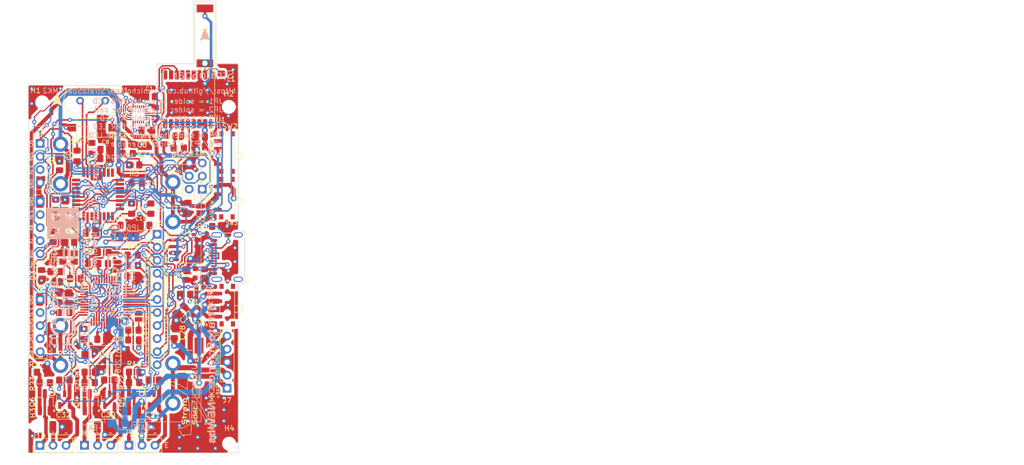
<source format=kicad_pcb>
(kicad_pcb (version 20240108) (generator "pcbnew") (generator_version "8.0")
  (layers (0 "F.Cu" signal) (1 "In1.Cu" power "Ground.Cu") (2 "In2.Cu" power "VCC.Cu") (31 "B.Cu" power) (34 "B.Paste" user) (35 "F.Paste" user) (36 "B.SilkS" user "B.Silkscreen") (37 "F.SilkS" user "F.Silkscreen") (38 "B.Mask" user) (39 "F.Mask" user) (44 "Edge.Cuts" user))
  (net 0 "")
  (net 1 "GND")
  (net 2 "RF")
  (net 3 "Net-(BT1-+)")
  (net 4 "Net-(BT1--)")
  (net 5 "-BATT")
  (net 6 "+3.3V")
  (net 7 "+5V")
  (net 8 "Net-(U2-REGOUT)")
  (net 9 "Net-(U3-AREF)")
  (net 10 "USB_IN")
  (net 11 "Net-(J3-Pin_5)")
  (net 12 "Net-(U6-VDDCORE)")
  (net 13 "+BATT")
  (net 14 "BST")
  (net 15 "XTAL1")
  (net 16 "Net-(JP7-B)")
  (net 17 "XTAL2")
  (net 18 "Net-(D1-A)")
  (net 19 "Net-(D2-A)")
  (net 20 "Net-(D3-A)")
  (net 21 "Net-(D4-A)")
  (net 22 "Net-(C22-Pad1)")
  (net 23 "D+")
  (net 24 "D-")
  (net 25 "SWDIO")
  (net 26 "SWCLK")
  (net 27 "RESET")
  (net 28 "AT_MISO")
  (net 29 "AT_SCK")
  (net 30 "AT_MOSI")
  (net 31 "AT_RST")
  (net 32 "A3")
  (net 33 "A4")
  (net 34 "A5")
  (net 35 "MISO")
  (net 36 "MOSI")
  (net 37 "SCK")
  (net 38 "CS")
  (net 39 "Net-(J5-CC2)")
  (net 40 "AT_SCL")
  (net 41 "SDA")
  (net 42 "SCL")
  (net 43 "Net-(U5-OUTPUT)")
  (net 44 "pOut")
  (net 45 "AT_RX")
  (net 46 "AT_TX")
  (net 47 "Net-(J9-Pin_1)")
  (net 48 "rOut")
  (net 49 "Net-(J10-Pin_1)")
  (net 50 "eOut")
  (net 51 "Net-(J8-Pin_1)")
  (net 52 "Net-(JP3-A)")
  (net 53 "Net-(JP4-A)")
  (net 54 "Net-(JP4-B)")
  (net 55 "Net-(JP5-A)")
  (net 56 "Net-(JP5-B)")
  (net 57 "Net-(Q1-B)")
  (net 58 "pIn")
  (net 59 "Net-(JP1-A)")
  (net 60 "Net-(Q3-B)")
  (net 61 "rIn")
  (net 62 "Net-(JP1-B)")
  (net 63 "eIn")
  (net 64 "BATT")
  (net 65 "Net-(Q2-B)")
  (net 66 "pBJT")
  (net 67 "pFET")
  (net 68 "rBJT")
  (net 69 "eBJT")
  (net 70 "rFET")
  (net 71 "eFET")
  (net 72 "Net-(Q4-G)")
  (net 73 "Net-(U6-VDDANA)")
  (net 76 "Net-(SW2-B)")
  (net 80 "EXTINT")
  (net 87 "mcuConnTX")
  (net 88 "mcuConnRX")
  (net 89 "WRITE")
  (net 104 "Net-(JP7-A)")
  (net 114 "Net-(J5-CC1)")
  (net 117 "Net-(Q5-G)")
  (net 118 "Net-(Q6-G)")
  (net 119 "Net-(JP6-A)")
  (net 120 "Net-(JP6-B)")
  (net 121 "AT_SDA")
  (footprint "Connector_PinHeader_2.54mm:PinHeader_1x11_P2.54mm_Vertical" (layer "F.Cu") (at 77.978 69.723)
    (property "Reference" "J4")
    (property "Value" "Signal")
  )
  (footprint "Resistor_SMD:R_0805_2012Metric_Pad1.20x1.40mm_HandSolder" (layer "F.Cu") (at 77.307 98.08 180)
    (property "Reference" "R19")
    (property "Value" "10K")
  )
  (footprint "Package_TO_SOT_SMD:SOT-89-3" (layer "F.Cu") (at 86.106 90.963 -90)
    (property "Reference" "U7")
    (property "Value" "MCP1700x-330xxTT")
  )
  (footprint "Resistor_SMD:R_0603_1608Metric_Pad0.98x0.95mm_HandSolder" (layer "F.Cu") (at 85.344 77.328 -90)
    (property "Reference" "FB1")
    (property "Value" "BLM18AG121SN1D")
  )
  (footprint "Connector_PinHeader_2.54mm:PinHeader_1x03_P2.54mm_Vertical" (layer "F.Cu") (at 55.1942 110.7948 90)
    (property "Reference" "J10")
    (property "Value" "parachute")
  )
  (footprint "Resistor_SMD:R_0805_2012Metric_Pad1.20x1.40mm_HandSolder" (layer "F.Cu") (at 72.25 54 180)
    (property "Reference" "R2")
    (property "Value" "1M")
  )
  (footprint "Capacitor_SMD:C_0805_2012Metric_Pad1.18x1.45mm_HandSolder" (layer "F.Cu") (at 68 53.25 180)
    (property "Reference" "C8")
    (property "Value" "100nF")
  )
  (footprint "Resistor_SMD:R_0805_2012Metric_Pad1.20x1.40mm_HandSolder" (layer "F.Cu") (at 74 59.75 180)
    (property "Reference" "R4")
    (property "Value" "220")
  )
  (footprint "Capacitor_SMD:C_0805_2012Metric_Pad1.18x1.45mm_HandSolder" (layer "F.Cu") (at 86.219949 50.791 180)
    (property "Reference" "C4")
    (property "Value" "10uF")
  )
  (footprint "Button_Switch_SMD:SW_SPST_CK_RS282G05A3" (layer "F.Cu") (at 67.908 93.218 180)
    (property "Reference" "SW5")
    (property "Value" "RESET")
  )
  (footprint "Resistor_SMD:R_0805_2012Metric_Pad1.20x1.40mm_HandSolder" (layer "F.Cu") (at 64.861 98.588)
    (property "Reference" "R21")
    (property "Value" "10")
  )
  (footprint "Connector_PinHeader_2.54mm:PinHeader_1x05_P2.54mm_Vertical" (layer "F.Cu") (at 55.245 82.428)
    (property "Reference" "J6")
    (property "Value" "JTAG")
  )
  (footprint "Capacitor_SMD:C_0805_2012Metric_Pad1.18x1.45mm_HandSolder" (layer "F.Cu") (at 57.75 70.25 -90)
    (property "Reference" "C16")
    (property "Value" "C_Small")
  )
  (footprint "Crystal:Crystal_C26-LF_D2.1mm_L6.5mm_Horizontal" (layer "F.Cu") (at 68 71.25 90)
    (property "Reference" "Y2")
    (property "Value" "32.768kHz")
  )
  (footprint "LED_SMD:LED_0805_2012Metric_Pad1.15x1.40mm_HandSolder" (layer "F.Cu") (at 73.369 90.297 180)
    (property "Reference" "D4")
    (property "Value" "LED")
  )
  (footprint "Capacitor_SMD:C_0805_2012Metric_Pad1.18x1.45mm_HandSolder" (layer "F.Cu") (at 86.219949 52.696 180)
    (property "Reference" "C6")
    (property "Value" "100nF")
  )
  (footprint "Button_Switch_SMD:SW_SPDT_PCM12" (layer "F.Cu") (at 91.219 53.848 90)
    (property "Reference" "SW2")
    (property "Value" "EEPROM")
  )
  (footprint "Resistor_SMD:R_0805_2012Metric_Pad1.20x1.40mm_HandSolder" (layer "F.Cu") (at 68.671 98.08 180)
    (property "Reference" "R18")
    (property "Value" "10K")
  )
  (footprint "Capacitor_SMD:C_0805_2012Metric_Pad1.18x1.45mm_HandSolder" (layer "F.Cu") (at 60.8 71.25 180)
    (property "Reference" "C17")
    (property "Value" "100nF")
  )
  (footprint "Capacitor_SMD:C_0805_2012Metric_Pad1.18x1.45mm_HandSolder" (layer "F.Cu") (at 83.566 77.582 90)
    (property "Reference" "C21")
    (property "Value" "100nF")
  )
  (footprint "Jumper:SolderJumper-2_P1.3mm_Open_RoundedPad1.0x1.5mm" (layer "F.Cu") (at 74.385 85.725 90)
    (property "Reference" "JP5")
    (property "Value" "LED_EN")
  )
  (footprint "LED_SMD:LED_0805_2012Metric_Pad1.15x1.40mm_HandSolder" (layer "F.Cu") (at 55.5 77.725 90)
    (property "Reference" "D3")
    (property "Value" "ERR_LED")
  )
  (footprint "Capacitor_SMD:C_0805_2012Metric_Pad1.18x1.45mm_HandSolder" (layer "F.Cu") (at 73.242 77.851 180)
    (property "Reference" "C23")
    (property "Value" "100nF")
  )
  (footprint "Jumper:SolderJumper-2_P1.3mm_Open_RoundedPad1.0x1.5mm" (layer "F.Cu") (at 86.36 64.897 90)
    (property "Reference" "JP2")
    (property "Value" "ONE_CELL")
  )
  (footprint "Sensor_Motion:InvenSense_QFN-24_3x3mm_P0.4mm" (layer "F.Cu") (at 74.319 46.409 90)
    (property "Reference" "U2")
    (property "Value" "MPU-9250")
  )
  (footprint "Capacitor_SMD:C_0805_2012Metric_Pad1.18x1.45mm_HandSolder" (layer "F.Cu") (at 67.4 90.17 180)
    (property "Reference" "C29")
    (property "Value" "100nF")
  )
  (footprint "Connector_PinHeader_2.54mm:PinHeader_1x03_P2.54mm_Vertical" (layer "F.Cu") (at 72.481 110.78 90)
    (property "Reference" "J9")
    (property "Value" "elevator")
  )
  (footprint "Capacitor_SMD:C_0805_2012Metric_Pad1.18x1.45mm_HandSolder" (layer "F.Cu") (at 76.4755 42.926)
    (property "Reference" "C1")
    (property "Value" "100nF")
  )
  (footprint "Jumper:SolderJumper-2_P1.3mm_Open_RoundedPad1.0x1.5mm" (layer "F.Cu") (at 59.25 67)
    (property "Reference" "JP3")
    (property "Value" "AT_LED_EN")
  )
  (footprint "Crystal:Crystal_SMD_Abracon_ABM8AIG-4Pin_3.2x2.5mm" (layer "F.Cu") (at 60.75 74.25 180)
    (property "Reference" "U5")
    (property "Value" "ATXK-H11-E-32.768KHZ-E50-T3")
  )
  (footprint "Inductor_SMD:L_0805_2012Metric_Pad1.15x1.40mm_HandSolder" (layer "F.Cu") (at 90.424 39.488 -90)
    (property "Reference" "L1")
    (property "Value" "33nH")
  )
  (footprint "Capacitor_SMD:C_0805_2012Metric_Pad1.18x1.45mm_HandSolder" (layer "F.Cu") (at 60.071 64 -90)
    (property "Reference" "C11")
    (property "Value" "100nF")
  )
  (footprint "Capacitor_SMD:C_0805_2012Metric_Pad1.18x1.45mm_HandSolder" (layer "F.Cu") (at 71.882 68)
    (property "Reference" "C13")
    (property "Value" "22pF")
  )
  (footprint "Resistor_SMD:R_0805_2012Metric_Pad1.20x1.40mm_HandSolder" (layer "F.Cu") (at 76.75 64.75 90)
    (property "Reference" "R7")
    (property "Value" "1.8K")
  )
  (footprint "LED_SMD:LED_0805_2012Metric_Pad1.15x1.40mm_HandSolder" (layer "F.Cu") (at 59 56.25 -90)
    (property "Reference" "D2")
    (property "Value" "AT_LED")
  )
  (footprint "Capacitor_SMD:C_0805_2012Metric_Pad1.18x1.45mm_HandSolder" (layer "F.Cu") (at 65.25 53 90)
    (property "Reference" "C7")
    (property "Value" "22pF")
  )
  (footprint "Capacitor_SMD:C_0805_2012Metric_Pad1.18x1.45mm_HandSolder" (layer "F.Cu") (at 69.432 75.438)
    (property "Reference" "C20")
    (property "Value" "1uF")
  )
  (footprint "Capacitor_SMD:C_0805_2012Metric_Pad1.18x1.45mm_HandSolder" (layer "F.Cu") (at 75.438 68 180)
    (property "Reference" "C14")
    (property "Value" "22pF")
  )
  (footprint "Connector_PinHeader_2.54mm:PinHeader_1x04_P2.54mm_Vertical" (layer "F.Cu") (at 55.245 52.07)
    (property "Reference" "J1")
    (property "Value" "BME280")
  )
  (footprint "Package_TO_SOT_SMD:SC-59_Handsoldering" (layer "F.Cu") (at 64.861 102.398 90)
    (property "Reference" "Q4")
    (property "Value" "DMN1019USN-13")
  )
  (footprint "Package_QFP:TQFP-32_7x7mm_P0.8mm" (layer "F.Cu") (at 66.487 62 -90)
    (property "Reference" "U3")
    (property "Value" "ATmega328P-A")
  )
  (footprint "Package_QFP:TQFP-48_7x7mm_P0.5mm" (layer "F.Cu") (at 67.945 82.677)
    (property "Reference" "U6")
    (property "Value" "ATSAMD21G18A-A")
  )
  (footprint "MountingHole:MountingHole_2.2mm_M2" (layer "F.Cu") (at 55.626 44.069)
    (property "Reference" "H1")
    (property "Value" "MountingHole")
  )
  (footprint "Resistor_SMD:R_0805_2012Metric_Pad1.20x1.40mm_HandSolder" (layer "F.Cu") (at 83.4 81.407 180)
    (property "Reference" "R12")
    (property "Value" "5.1K")
  )
  (footprint "Capacitor_SMD:C_0805_2012Metric_Pad1.18x1.45mm_HandSolder" (layer "F.Cu") (at 75.9675 49.53)
    (property "Reference" "C3")
    (property "Value" "100nF")
  )
  (footprint "Resistor_SMD:R_0805_2012Metric_Pad1.20x1.40mm_HandSolder" (layer "F.Cu") (at 89.662 68.199)
    (property "Reference" "R8")
    (property "Value" "5.1K")
  )
  (footprint "Jumper:SolderJumper-2_P1.3mm_Open_RoundedPad1.0x1.5mm" (layer "F.Cu") (at 82.042 50.664 180)
    (property "Reference" "JP1")
    (property "Value" "PPS_EN")
  )
  (footprint "Resistor_SMD:R_0805_2012Metric_Pad1.20x1.40mm_HandSolder" (layer "F.Cu") (at 64.877 96.556 180)
    (property "Reference" "R15")
    (property "Value" "10K")
  )
  (footprint "Resistor_SMD:R_0805_2012Metric_Pad1.20x1.40mm_HandSolder" (layer "F.Cu") (at 73.497 98.588 180)
    (property "Reference" "R22")
    (property "Value" "10")
  )
  (footprint "Capacitor_SMD:C_0805_2012Metric_Pad1.18x1.45mm_HandSolder" (layer "F.Cu") (at 62.066 78.359)
    (property "Reference" "C24")
    (property "Value" "100pF")
  )
  (footprint "Capacitor_SMD:C_0805_2012Metric_Pad1.18x1.45mm_HandSolder" (layer "F.Cu") (at 72.25 52.25)
    (property "Reference" "C5")
    (property "Value" "1nF")
  )
  (footprint "Connector_PinHeader_2.54mm:PinHeader_1x05_P2.54mm_Vertical" (layer "F.Cu") (at 91.567 99.695 180)
    (property "Reference" "J7")
    (property "Value" "Power")
  )
  (footprint "Package_TO_SOT_SMD:SOT-23-3" (layer "F.Cu") (at 59.9948 101.9048 90)
    (property "Reference" "Q1")
    (property "Value" "2N3906")
  )
  (footprint "Resistor_SMD:R_0805_2012Metric_Pad1.20x1.40mm_HandSolder" (layer "F.Cu") (at 82.169 52.959 180)
    (property "Reference" "R1")
    (property "Value" "1K")
  )
  (footprint "Connector_PinHeader_2.54mm:PinHeader_2x03_P2.54mm_Vertical" (layer "F.Cu") (at 86.741 60.96 180)
    (property "Reference" "J2")
    (property "Value" "AT_ISP")
  )
  (footprint "Resistor_SMD:R_0805_2012Metric_Pad1.20x1.40mm_HandSolder" (layer "F.Cu") (at 73.369 88.392)
    (property "Reference" "R13")
    (property "Value" "1K")
  )
  (footprint "Connector_USB:USB_C_Receptacle_GCT_USB4105-xx-A_16P_TopMnt_Horizontal" (layer "F.Cu") (at 92.651 74.168 90)
    (property "Reference" "J5")
    (property "Value" "USB_C_Receptacle_USB2.0")
  )
  (footprint "Capacitor_SMD:C_0805_2012Metric_Pad1.18x1.45mm_HandSolder" (layer "F.Cu") (at 60.796 82.042 90)
    (property "Reference" "C26")
    (property "Value" "10uF")
  )
  (footprint "Resistor_SMD:R_0805_2012Metric_Pad1.20x1.40mm_HandSolder" (layer "F.Cu") (at 73.497 96.556 180)
    (property "Reference" "R16")
    (property "Value" "10K")
  )
  (footprint "Package_TO_SOT_SMD:SOT-23-3" (layer "F.Cu") (at 77.373 101.914 90)
    (property "Reference" "Q3")
    (property "Value" "2N3906")
  )
  (footprint "Capacitor_Tantalum_SMD:CP_EIA-3528-21_Kemet-B" (layer "F.Cu") (at 76.496 107.224)
    (property "Reference" "C31")
    (property "Value" "47uF")
  )
  (footprint "Capacitor_SMD:C_0805_2012Metric_Pad1.18x1.45mm_HandSolder" (layer "F.Cu") (at 83.947 64.643 -90)
    (property "Reference" "C12")
    (property "Value" "1uF")
  )
  (footprint "Capacitor_SMD:C_0805_2012Metric_Pad1.18x1.45mm_HandSolder" (layer "F.Cu") (at 77.597 46.101 90)
    (property "Reference" "C2")
    (property "Value" "10nF")
  )
  (footprint "Package_SO:SOIC-8_3.9x4.9mm_P1.27mm" (layer "F.Cu") (at 83.693 72.771 180)
    (property "Reference" "U4")
    (property "Value" "AT24C512C-SSHD-T")
  )
  (footprint "Resistor_SMD:R_0805_2012Metric_Pad1.20x1.40mm_HandSolder" (layer "F.Cu") (at 63.754 89.154 -90)
    (property "Reference" "R14")
    (property "Value" "220")
  )
  (footprint "Button_Switch_SMD:SW_SPST_CK_RS282G05A3" (layer "F.Cu") (at 65.350001 49 180)
    (property "Reference" "SW1")
    (property "Value" "AT_RESET")
  )
  (footprint "Capacitor_SMD:C_0805_2012Metric_Pad1.18x1.45mm_HandSolder" (layer "F.Cu") (at 87.122 77.582 -90)
    (property "Reference" "C22")
    (property "Value" "100nF")
  )
  (footprint "Resistor_SMD:R_0805_2012Metric_Pad1.20x1.40mm_HandSolder" (layer "F.Cu") (at 73.242 73.787)
    (property "Reference" "R9")
    (property "Value" "1.8K")
  )
  (footprint "Connector_PinHeader_2.54mm:PinHeader_1x03_P2.54mm_Vertical" (layer "F.Cu") (at 63.86 110.78 90)
    (property "Reference" "J8")
    (property "Value" "rudder")
  )
  (footprint "Connector_PinHeader_2.54mm:PinHeader_1x05_P2.54mm_Vertical" (layer "F.Cu") (at 55.245 63.373)
    (property "Reference" "J3")
    (property "Value" "AT_FTDI")
  )
  (footprint "Capacitor_SMD:C_0805_2012Metric_Pad1.18x1.45mm_HandSolder" (layer "F.Cu") (at 82.423 84.44 45)
    (property "Reference" "C27")
    (property "Value" "1uF")
  )
  (footprint "MountingHole:MountingHole_2.2mm_M2" (layer "F.Cu") (at 91.8972 44.958)
    (property "Reference" "H2")
    (property "Value" "MountingHole")
  )
  (footprint "Jumper:SolderJumper-2_P1.3mm_Open_RoundedPad1.0x1.5mm" (layer "F.Cu") (at 58.547 78.994)
    (property "Reference" "JP4")
    (property "Value" "ERR_LED_EN")
  )
  (footprint "Capacitor_SMD:C_0805_2012Metric_Pad1.18x1.45mm_HandSolder" (layer "F.Cu") (at 65.15 69.5)
    (property "Reference" "C15")
    (property "Value" "100nF")
  )
  (footprint "Crystal:Crystal_HC18-U_Vertical" (layer "F.Cu") (at 63 43.75)
    (property "Reference" "Y1")
    (property "Value" "8MHz")
  )
  (footprint "Inductor_SMD:L_0805_2012Metric_Pad1.15x1.40mm_HandSolder" (layer "F.Cu") (at 59.907 84.963)
    (property "Reference" "L2")
    (property "Value" "10uH")
  )
  (footprint "Resistor_SMD:R_0805_2012Metric_Pad1.20x1.40mm_HandSolder" (layer "F.Cu") (at 73 64.75 90)
    (property "Reference" "R6")
    (property "Value" "1.8K")
  )
  (footprint "MountingHole:MountingHole_2.2mm_M2" (layer "F.Cu") (at 54.61 107.061)
    (property "Reference" "H3")
    (property "Value" "MountingHole")
  )
  (footprint "LED_SMD:LED_0805_2012Metric_Pad1.15x1.40mm_HandSolder" (layer "F.Cu") (at 79.248 51.181 -90)
    (property "Reference" "D1")
    (property "Value" "LED")
  )
  (footprint "Package_TO_SOT_SMD:SC-59_Handsoldering" (layer "F.Cu") (at 73.497 102.398 90)
    (property "Reference" "Q5")
    (property "Value" "DMN1019USN-13")
  )
  (footprint "Resistor_SMD:R_0805_2012Metric_Pad1.20x1.40mm_HandSolder" (layer "F.Cu") (at 73.5 56.25 180)
    (property "Reference" "R3")
    (property "Value" "1M")
  )
  (footprint "Package_TO_SOT_SMD:SOT-23-3" (layer "F.Cu") (at 68.737 101.914 90)
    (property "Reference" "Q2")
    (property "Value" "2N3906")
  )
  (footprint "RF_GPS:ublox_MAX" (layer "F.Cu") (at 83.978949 43.476 90)
    (property "Reference" "U1")
    (property "Value" "MAX-M10S")
  )
  (footprint "Capacitor_SMD:C_0805_2012Metric_Pad1.18x1.45mm_HandSolder" (layer "F.Cu") (at 58.801 81.915 90)
    (property "Reference" "C25")
    (property "Value" "100nF")
  )
  (footprint "Capacitor_Tantalum_SMD:CP_EIA-3528-21_Kemet-B" (layer "F.Cu") (at 59.2328 107.2388)
    (property "Reference" "C32")
    (property "Value" "47uF")
  )
  (footprint "MountingHole:MountingHole_2.2mm_M2" (layer "F.Cu") (at 91.948 110.49)
    (property "Reference" "H4")
    (property "Value" "MountingHole")
  )
  (footprint "Capacitor_SMD:C_0805_2012Metric_Pad1.18x1.45mm_HandSolder" (layer "F.Cu") (at 65.495 75.438)
    (property "Reference" "C19")
    (property "Value" "100nF")
  )
  (footprint "Resistor_SMD:R_0805_2012Metric_Pad1.20x1.40mm_HandSolder" (layer "F.Cu") (at 73.242 75.819 180)
    (property "Reference" "R10")
    (property "Value" "1.8K")
  )
  (footprint "Resistor_SMD:R_0805_2012Metric_Pad1.20x1.40mm_HandSolder" (layer "F.Cu") (at 58.256 77)
    (property "Reference" "R11")
    (property "Value" "1K")
  )
  (footprint "Capacitor_SMD:C_0805_2012Metric_Pad1.18x1.45mm_HandSolder" (layer "F.Cu") (at 67.969 55 180)
    (property "Reference" "C10")
    (property "Value" "10uF")
  )
  (footprint "Capacitor_SMD:C_0805_2012Metric_Pad1.18x1.45mm_HandSolder" (layer "F.Cu") (at 81.28 88.885 90)
    (property "Reference" "C28")
    (property "Value" "1uF")
  )
  (footprint "Resistor_SMD:R_0805_2012Metric_Pad1.20x1.40mm_HandSolder" (layer "F.Cu") (at 55.626 96.5708 180)
    (property "Reference" "R17")
    (property "Value" "10K")
  )
  (footprint "RF_Antenna:RAINSUN_GPS1003" (layer "F.Cu") (at 87.249 30.7356 -90)
    (property "Reference" "AE1")
    (property "Value" "Antenna_Chip")
  )
  (footprint "Button_Switch_SMD:SW_SPDT_PCM12" (layer "F.Cu") (at 91.28 83.518 90)
    (property "Reference" "SW4")
    (property "Value" "PWR_SW")
  )
  (footprint "Capacitor_Tantalum_SMD:CP_EIA-3528-21_Kemet-B" (layer "F.Cu") (at 67.909 107.224)
    (property "Reference" "C30")
    (property "Value" "47uF")
  )
  (footprint "Resistor_SMD:R_0805_2012Metric_Pad1.20x1.40mm_HandSolder" (layer "F.Cu") (at 59.944 98.0948 180)
    (property "Reference" "R20")
    (property "Value" "10K")
  )
  (footprint "Package_TO_SOT_SMD:SC-59_Handsoldering" (layer "F.Cu") (at 56.134 102.4128 90)
    (property "Reference" "Q6")
    (property "Value" "DMN1019USN-13")
  )
  (footprint "Capacitor_SMD:C_0805_2012Metric_Pad1.18x1.45mm_HandSolder" (layer "F.Cu") (at 67.5055 73.279)
    (property "Reference" "C18")
    (property "Value" "10uF")
  )
  (footprint "Button_Switch_SMD:SW_SPDT_PCM12" (layer "F.Cu") (at 91.204 62.705 90)
    (property "Reference" "SW3")
    (property "Value" "AAA")
  )
  (footprint "Capacitor_SMD:C_0805_2012Metric_Pad1.18x1.45mm_HandSolder" (layer "F.Cu") (at 62.4 54.5 -90)
    (property "Reference" "C9")
    (property "Value" "22pF")
  )
  (footprint "Resistor_SMD:R_0805_2012Metric_Pad1.20x1.40mm_HandSolder" (layer "F.Cu") (at 56.134 98.6028)
    (property "Reference" "R23")
    (property "Value" "10")
  )
  (footprint "Resistor_SMD:R_0805_2012Metric_Pad1.20x1.40mm_HandSolder" (layer "F.Cu") (at 58.25 64 -90)
    (property "Reference" "R5")
    (property "Value" "1K")
  )
  (footprint "Connector_PinHeader_2.54mm:Pads_1x02_P2.54mm" (layer "B.Cu") (at 70.443 103.124)
    (property "Reference" "J12" (hide yes))
    (property "Value" "VIN")
  )
  (footprint "LOGO" (layer "B.Cu") (at 59.674569 78.263386 -90)
    (property "Reference" "G***" (hide yes))
    (property "Value" "LOGO" (hide yes))
  )
  (footprint "Battery:BatteryHolder_BK-82" (layer "B.Cu") (at 59.2 73.79 -90)
    (property "Reference" "BT1")
    (property "Value" "AAA")
  )
  (footprint "Jumper:SolderJumper-2_P1.3mm_Open_RoundedPad1.0x1.5mm" (layer "B.Cu") (at 73.35 70.25 180)
    (property "Reference" "JP6")
    (property "Value" "XO_EN")
  )
  (footprint "Connector_PinHeader_2.54mm:Pads_1x02_P2.54mm" (layer "B.Cu") (at 70.448 83.312)
    (property "Reference" "J11" (hide yes))
    (property "Value" "VOUT")
  )
  (footprint "Battery:BatteryHolder_BK-82" (layer "B.Cu") (at 81.026 81.1784 -90)
    (property "Reference" "BT2")
    (property "Value" "AAA")
  )
  (footprint "Jumper:SolderJumper-2_P1.3mm_Open_RoundedPad1.0x1.5mm" (layer "B.Cu") (at 70.25 70.25 180)
    (property "Reference" "JP7")
    (property "Value" "XO_EN")
  )
  (footprint "LOGO" (layer "B.Cu") (at 70.739 77.724 -90)
    (property "Reference" "G***" (hide yes))
    (property "Value" "LOGO" (hide yes))
  )
  (gr_line (start 75.75 86.75) (end 73.25 86.75) (stroke (width 0.15)) (layer "B.SilkS"))
  (gr_line (start 75.75 86.75) (end 75.75 106.25) (stroke (width 0.15)) (layer "B.SilkS"))
  (gr_line (start 64.75 106.25) (end 64.75 86.75) (stroke (width 0.15)) (layer "B.SilkS"))
  (gr_line (start 64.75 86.75) (end 67.75 86.75) (stroke (width 0.15)) (layer "B.SilkS"))
  (gr_poly (pts (xy 88.1634 31.9786) (xy 87.24966 29.76822) (xy 86.3854 31.9786) (xy 87.2744 31.5976)) (stroke (width 0.15)) (fill solid) (layer "B.SilkS"))
  (gr_line (start 75.75 106.25) (end 73.25 106.25) (stroke (width 0.15)) (layer "B.SilkS"))
  (gr_line (start 67.6 106.25) (end 64.75 106.25) (stroke (width 0.15)) (layer "B.SilkS"))
  (gr_line (start 80.141048 98.283935) (end 80.040511 98.277477) (stroke (width 0.09115)) (layer "F.SilkS"))
  (gr_line (start 86.068863 102.351789) (end 85.823174 101.977826) (stroke (width 0.09115)) (layer "F.SilkS"))
  (gr_line (start 84.174979 97.575071) (end 84.128974 97.701842) (stroke (width 0.09115)) (layer "F.SilkS"))
  (gr_line (start 87.488478 106.655283) (end 87.514967 106.628725) (stroke (width 0.09115)) (layer "F.SilkS"))
  (gr_line (start 87.312196 106.689885) (end 87.316096 106.696227) (stroke (width 0.09115)) (layer "F.SilkS"))
  (gr_line (start 82.65345 108.736969) (end 82.904121 108.748367) (stroke (width 0.09115)) (layer "F.SilkS"))
  (gr_line (start 84.128974 97.701842) (end 84.08492 97.833065) (stroke (width 0.09115)) (layer "F.SilkS"))
  (gr_line (start 84.765934 97.002754) (end 84.734776 96.952199) (stroke (width 0.09115)) (layer "F.SilkS"))
  (gr_line (start 83.879147 98.786517) (end 83.865837 98.91948) (stroke (width 0.09115)) (layer "F.SilkS"))
  (gr_line (start 80.040511 98.277477) (end 79.943931 98.275016) (stroke (width 0.09115)) (layer "F.SilkS"))
  (gr_poly (pts (xy 86.225435 97.679103) (xy 86.230095 97.679178) (xy 86.234641 97.679402) (xy 86.239072 97.679776) (xy 86.243389 97.6803) (xy 86.247592 97.680973) (xy 86.25168 97.681795) (xy 86.255654 97.682767) (xy 86.259514 97.683889) (xy 86.263192 97.685134) (xy 86.266765 97.686475) (xy 86.270233 97.687914) (xy 86.273595 97.68945) (xy 86.276851 97.691083) (xy 86.280002 97.692813) (xy 86.283047 97.69464) (xy 86.285988 97.696563) (xy 86.287384 97.697559) (xy 86.288755 97.698575) (xy 86.290103 97.69961) (xy 86.291426 97.700665) (xy 86.292725 97.70174) (xy 86.294 97.702835) (xy 86.295251 97.703949) (xy 86.296478 97.705083) (xy 86.29768 97.706237) (xy 86.298858 97.707411) (xy 86.300012 97.708605) (xy 86.301142 97.709818) (xy 86.302248 97.711051) (xy 86.303329 97.712303) (xy 86.304387 97.713576) (xy 86.30542 97.714868) (xy 86.307348 97.717491) (xy 86.309188 97.720149) (xy 86.31094 97.722842) (xy 86.312604 97.72557) (xy 86.314179 97.728333) (xy 86.315667 97.731132) (xy 86.317066 97.733966) (xy 86.318376 97.736835) (xy 86.319604 97.739661) (xy 86.320753 97.742505) (xy 86.321822 97.745365) (xy 86.322812 97.748244) (xy 86.323723 97.751139) (xy 86.324554 97.754052) (xy 86.325306 97.756983) (xy 86.325979 97.759931) (xy 86.326507 97.7628) (xy 86.326965 97.765635) (xy 86.327352 97.768434) (xy 86.327669 97.771197) (xy 86.327916 97.773926) (xy 86.328092 97.776619) (xy 86.328198 97.779277) (xy 86.328233 97.7819) (xy 86.328233 97.913992) (xy 86.328159 97.918647) (xy 86.327934 97.92318) (xy 86.32756 97.927589) (xy 86.327037 97.931875) (xy 86.326364 97.936038) (xy 86.325541 97.940078) (xy 86.324569 97.943995) (xy 86.323448 97.947788) (xy 86.322203 97.951467) (xy 86.320861 97.95504) (xy 86.319422 97.958507) (xy 86.317886 97.96187) (xy 86.316253 97.965126) (xy 86.314524 97.968277) (xy 86.312697 97.971322) (xy 86.310774 97.974262) (xy 86.309744 97.975658) (xy 86.308697 97.97703) (xy 86.307632 97.978378) (xy 86.30655 97.979701) (xy 86.30545 97.981001) (xy 86.304332 97.982276) (xy 86.303196 97.983527) (xy 86.302043 97.984753) (xy 86.300873 97.985956) (xy 86.299684 97.987134) (xy 86.298479 97.988288) (xy 86.297255 97.989418) (xy 86.296014 97.990524) (xy 86.294755 97.991605) (xy 86.293479 97.992663) (xy 86.292185 97.993696) (xy 86.289566 97.995624) (xy 86.286922 97.997464) (xy 86.284251 97.999216) (xy 86.281554 98.000879) (xy 86.27883 98.002455) (xy 86.27608 98.003942) (xy 86.273303 98.005342) (xy 86.2705 98.006652) (xy 86.267613 98.00788) (xy 86.264725 98.009029) (xy 86.261838 98.010098) (xy 86.258951 98.011088) (xy 86.256064 98.011999) (xy 86.253177 98.01283) (xy 86.250291 98.013581) (xy 86.247404 98.014253) (xy 86.244473 98.014782) (xy 86.241595 98.01524) (xy 86.238769 98.015627) (xy 86.235997 98.015944) (xy 86.233277 98.016191) (xy 86.23061 98.016367) (xy 86.227996 98.016473) (xy 86.225435 98.016508) (xy 86.126297 98.016508) (xy 86.12281 98.016468) (xy 86.119392 98.016349) (xy 86.116042 98.016151) (xy 86.11276 98.015874) (xy 86.109547 98.015517) (xy 86.106401 98.015082) (xy 86.103324 98.014567) (xy 86.100315 98.013972) (xy 86.097374 98.013299) (xy 86.094501 98.012546) (xy 86.091697 98.011714) (xy 86.088961 98.010803) (xy 86.086293 98.009812) (xy 86.083693 98.008742) (xy 86.081162 98.007593) (xy 86.078699 98.006364) (xy 86.076264 98.005043) (xy 86.073889 98.003685) (xy 86.071573 98.002289) (xy 86.069317 98.000855) (xy 86.067119 97.999384) (xy 86.064982 97.997876) (xy 86.062904 97.99633) (xy 86.060885 97.994747) (xy 86.058925 97.993127) (xy 86.057025 97.991469) (xy 86.055185 97.989773) (xy 86.053404 97.988041) (xy 86.051682 97.98627) (xy 86.050019 97.984463) (xy 86.048416 97.982618) (xy 86.046873 97.980735) (xy 86.045351 97.978789) (xy 86.043885 97.976823) (xy 86.042474 97.974838) (xy 86.041117 97.972832) (xy 86.039816 97.970806) (xy 86.038569 97.968761) (xy 86.037378 97.966696) (xy 86.036241 97.964611) (xy 86.03516 97.962506) (xy 86.034133 97.960382) (xy 86.033162 97.958238) (xy 86.032245 97.956074) (xy 86.031384 97.95389) (xy 86.030577 97.951686) (xy 86.029825 97.949463) (xy 86.029129 97.947219) (xy 86.027875 97.942757) (xy 86.026788 97.938383) (xy 86.025869 97.934097) (xy 86.025117 97.929899) (xy 86.024532 97.925789) (xy 86.024115 97.921766) (xy 86.023864 97.917832) (xy 86.023781 97.913986) (xy 86.023781 97.781894) (xy 86.097008 97.781894) (xy 86.097008 97.913421) (xy 86.097037 97.915224) (xy 86.097126 97.916973) (xy 86.097275 97.918666) (xy 86.097483 97.920304) (xy 86.09775 97.921887) (xy 86.098077 97.923415) (xy 86.098463 97.924888) (xy 86.098908 97.926306) (xy 86.099413 97.927669) (xy 86.099978 97.928977) (xy 86.100601 97.93023) (xy 86.101284 97.931428) (xy 86.102027 97.932571) (xy 86.102829 97.933659) (xy 86.10369 97.934692) (xy 86.10461 97.93567) (xy 86.105554 97.936591) (xy 86.106552 97.937452) (xy 86.107605 97.938254) (xy 86.108713 97.938996) (xy 86.109876 97.939679) (xy 86.111094 97.940303) (xy 86.112367 97.940867) (xy 86.113695 97.941372) (xy 86.115077 97.941818) (xy 86.116515 97.942204) (xy 86.118008 97.942531) (xy 86.119556 97.942798) (xy 86.121158 97.943006) (xy 86.122816 97.943154) (xy 86.124529 97.943243) (xy 86.126297 97.943273) (xy 86.22487 97.943273) (xy 86.226708 97.943245) (xy 86.228488 97.943159) (xy 86.230211 97.943016) (xy 86.231877 97.942815) (xy 86.233485 97.942558) (xy 86.235036 97.942243) (xy 86.23653 97.941871) (xy 86.237967 97.941442) (xy 86.239347 97.940955) (xy 86.240669 97.940412) (xy 86.241934 97.939811) (xy 86.243142 97.939152) (xy 86.244293 97.938437) (xy 86.245386 97.937664) (xy 86.246423 97.936834) (xy 86.247402 97.935947) (xy 86.248322 97.93497) (xy 86.249184 97.933941) (xy 86.249985 97.932859) (xy 86.250728 97.931723) (xy 86.251411 97.930535) (xy 86.252035 97.929295) (xy 86.252599 97.928001) (xy 86.253104 97.926654) (xy 86.253549 97.925255) (xy 86.253935 97.923803) (xy 86.254262 97.922298) (xy 86.254529 97.92074) (xy 86.254737 97.919129) (xy 86.254886 97.917466) (xy 86.254975 97.915749) (xy 86.255005 97.91398) (xy 86.255005 97.781887) (xy 86.254975 97.780051) (xy 86.254886 97.778274) (xy 86.254737 97.776557) (xy 86.254529 97.774899) (xy 86.254262 97.7733) (xy 86.253935 97.771761) (xy 86.253549 97.770281) (xy 86.253104 97.768861) (xy 86.252599 97.7675) (xy 86.252035 97.766198) (xy 86.251411 97.764956) (xy 86.250728 97.763774) (xy 86.249985 97.762651) (xy 86.249184 97.761587) (xy 86.248322 97.760582) (xy 86.247402 97.759637) (xy 86.246425 97.75875) (xy 86.245396 97.75792) (xy 86.244314 97.757147) (xy 86.243178 97.756432) (xy 86.24199 97.755774) (xy 86.24075 97.755173) (xy 86.239456 97.754629) (xy 86.238109 97.754143) (xy 86.23671 97.753713) (xy 86.235258 97.753341) (xy 86.233753 97.753027) (xy 86.232195 97.752769) (xy 86.230584 97.752569) (xy 86.228921 97.752426) (xy 86.227204 97.75234) (xy 86.225435 97.752311) (xy 85.895066 97.752311) (xy 85.895066 97.679086)) (stroke (width 0.012016)) (fill solid) (layer "F.SilkS"))
  (gr_poly (pts (xy 86.29134 99.850296) (xy 86.292321 99.850307) (xy 86.293294 99.85034) (xy 86.294258 99.850395) (xy 86.295213 99.850472) (xy 86.296159 99.850571) (xy 86.297097 99.850692) (xy 86.298026 99.850835) (xy 86.298945 99.851) (xy 86.299856 99.851187) (xy 86.300759 99.851396) (xy 86.301652 99.851627) (xy 86.302537 99.85188) (xy 86.303412 99.852156) (xy 86.304279 99.852453) (xy 86.305137 99.852772) (xy 86.305986 99.853113) (xy 86.306825 99.853474) (xy 86.30765 99.853853) (xy 86.308462 99.854249) (xy 86.309261 99.854663) (xy 86.310047 99.855094) (xy 86.310819 99.855543) (xy 86.311578 99.85601) (xy 86.312324 99.856494) (xy 86.313057 99.856996) (xy 86.313777 99.857516) (xy 86.314483 99.858053) (xy 86.315176 99.858607) (xy 86.315856 99.85918) (xy 86.316522 99.859769) (xy 86.317176 99.860377) (xy 86.317816 99.861002) (xy 86.318406 99.861607) (xy 86.318981 99.862229) (xy 86.31954 99.862866) (xy 86.320085 99.863518) (xy 86.320614 99.864185) (xy 86.321127 99.864868) (xy 86.321625 99.865567) (xy 86.322108 99.866281) (xy 86.322575 99.86701) (xy 86.323027 99.867755) (xy 86.323464 99.868516) (xy 86.323885 99.869292) (xy 86.324291 99.870083) (xy 86.324682 99.87089) (xy 86.325057 99.871712) (xy 86.325416 99.87255) (xy 86.325758 99.873363) (xy 86.326077 99.874186) (xy 86.326374 99.875017) (xy 86.326649 99.875858) (xy 86.326903 99.876707) (xy 86.327134 99.877565) (xy 86.327343 99.878432) (xy 86.32753 99.879307) (xy 86.327696 99.880192) (xy 86.327839 99.881085) (xy 86.32796 99.881988) (xy 86.328059 99.882899) (xy 86.328136 99.883819) (xy 86.328191 99.884747) (xy 86.328224 99.885685) (xy 86.328235 99.886632) (xy 86.328235 100.052238) (xy 86.328187 100.055649) (xy 86.328042 100.059121) (xy 86.3278 100.062655) (xy 86.327461 100.066251) (xy 86.327026 100.069908) (xy 86.326494 100.073626) (xy 86.325865 100.077406) (xy 86.32514 100.081248) (xy 86.324309 100.085046) (xy 86.323364 100.088834) (xy 86.322304 100.092615) (xy 86.321129 100.096386) (xy 86.31984 100.100149) (xy 86.318436 100.103903) (xy 86.316917 100.107648) (xy 86.315284 100.111384) (xy 86.313472 100.115103) (xy 86.311553 100.118795) (xy 86.309529 100.122461) (xy 86.307399 100.1261) (xy 86.305163 100.129713) (xy 86.302821 100.133299) (xy 86.300374 100.136859) (xy 86.297821 100.140393) (xy 86.296466 100.142105) (xy 86.295078 100.14379) (xy 86.293658 100.145449) (xy 86.292204 100.147081) (xy 86.290718 100.148687) (xy 86.289198 100.150267) (xy 86.287646 100.15182) (xy 86.286061 100.153347) (xy 86.284442 100.154848) (xy 86.282791 100.156322) (xy 86.281107 100.15777) (xy 86.27939 100.159192) (xy 86.27764 100.160587) (xy 86.275857 100.161955) (xy 86.274041 100.163297) (xy 86.272192 100.164613) (xy 86.270273 100.1659) (xy 86.26832 100.167157) (xy 86.266331 100.168382) (xy 86.264306 100.169577) (xy 86.262247 100.170741) (xy 86.260152 100.171874) (xy 86.255857 100.174048) (xy 86.251421 100.176099) (xy 86.246844 100.178027) (xy 86.242127 100.179831) (xy 86.237268 100.181512) (xy 86.234784 100.182263) (xy 86.232261 100.182966) (xy 86.229697 100.183619) (xy 86.227095 100.184225) (xy 86.22177 100.18529) (xy 86.216286 100.186162) (xy 86.210644 100.18684) (xy 86.204844 100.187324) (xy 86.198885 100.187615) (xy 86.192768 100.187711) (xy 86.023782 100.187711) (xy 86.023782 100.114483) (xy 86.192768 100.114483) (xy 86.194552 100.114465) (xy 86.196315 100.114409) (xy 86.198056 100.114315) (xy 86.199774 100.114184) (xy 86.201471 100.114016) (xy 86.203145 100.113811) (xy 86.204798 100.113568) (xy 86.206428 100.113288) (xy 86.208036 100.11297) (xy 86.209623 100.112615) (xy 86.211187 100.112222) (xy 86.21273 100.111793) (xy 86.21425 100.111326) (xy 86.215748 100.110821) (xy 86.217225 100.110279) (xy 86.218679 100.1097) (xy 86.220075 100.109053) (xy 86.221447 100.108379) (xy 86.222795 100.107679) (xy 86.224119 100.106953) (xy 86.225418 100.1062) (xy 86.226693 100.105421) (xy 86.227944 100.104616) (xy 86.229171 100.103784) (xy 86.230373 100.102926) (xy 86.231552 100.102041) (xy 86.232706 100.101131) (xy 86.233836 100.100194) (xy 86.234941 100.09923) (xy 86.236023 100.09824) (xy 86.23708 100.097224) (xy 86.238113 100.096182) (xy 86.23912 100.095114) (xy 86.240097 100.094024) (xy 86.241047 100.092913) (xy 86.241967 100.091779) (xy 86.242859 100.090624) (xy 86.243723 100.089447) (xy 86.244558 100.088247) (xy 86.245364 100.087026) (xy 86.246142 100.085783) (xy 86.246892 100.084518) (xy 86.247612 100.083231) (xy 86.248304 100.081922) (xy 86.248968 100.080591) (xy 86.249603 100.079238) (xy 86.25021 100.077863) (xy 86.250788 100.076466) (xy 86.251299 100.075016) (xy 86.251777 100.073553) (xy 86.252222 100.072077) (xy 86.252634 100.070587) (xy 86.253013 100.069084) (xy 86.253359 100.067568) (xy 86.253673 100.066039) (xy 86.253953 100.064497) (xy 86.2542 100.062941) (xy 86.254415 100.061372) (xy 86.254596 100.05979) (xy 86.254745 100.058195) (xy 86.25486 100.056586) (xy 86.254942 100.054965) (xy 86.254992 100.05333) (xy 86.255008 100.051682) (xy 86.255008 99.923534) (xy 86.023777 99.923534) (xy 86.023777 99.850307)) (stroke (width 0.012016)) (fill solid) (layer "F.SilkS"))
  (gr_line (start 87.29315 106.554882) (end 87.291457 106.567755) (stroke (width 0.09115)) (layer "F.SilkS"))
  (gr_line (start 83.125059 108.981065) (end 83.135676 108.982367) (stroke (width 0.09115)) (layer "F.SilkS"))
  (gr_line (start 81.595649 98.672889) (end 81.508798 98.633196) (stroke (width 0.09115)) (layer "F.SilkS"))
  (gr_line (start 83.916879 98.51318) (end 83.896037 98.650699) (stroke (width 0.09115)) (layer "F.SilkS"))
  (gr_line (start 85.509757 102.958972) (end 85.690579 103.207065) (stroke (width 0.09115)) (layer "F.SilkS"))
  (gr_poly (pts (xy 82.967201 105.818512) (xy 82.967201 106.424926) (xy 82.967321 106.431179) (xy 82.967682 106.437261) (xy 82.968284 106.443171) (xy 82.969126 106.44891) (xy 82.970209 106.454478) (xy 82.971533 106.459874) (xy 82.973097 106.465099) (xy 82.974902 106.470152) (xy 82.976947 106.475035) (xy 82.979233 106.479745) (xy 82.98176 106.484285) (xy 82.984527 106.488652) (xy 82.987535 106.492849) (xy 82.990783 106.496874) (xy 82.994272 106.500727) (xy 82.998001 106.504409) (xy 83.001928 106.507812) (xy 83.006011 106.510994) (xy 83.010249 106.513958) (xy 83.014643 106.516702) (xy 83.019193 106.519226) (xy 83.023898 106.521531) (xy 83.028758 106.523617) (xy 83.033774 106.525483) (xy 83.038946 106.527129) (xy 83.044272 106.528556) (xy 83.049755 106.529764) (xy 83.055393 106.530752) (xy 83.061186 106.53152) (xy 83.067135 106.532069) (xy 83.073239 106.532399) (xy 83.079498 106.532508) (xy 83.085839 106.532399) (xy 83.092014 106.532069) (xy 83.098023 106.53152) (xy 83.103865 106.530752) (xy 83.109541 106.529764) (xy 83.115051 106.528556) (xy 83.120394 106.527129) (xy 83.125571 106.525483) (xy 83.130582 106.523617) (xy 83.135426 106.521531) (xy 83.140103 106.519226) (xy 83.144615 106.516702) (xy 83.148959 106.513958) (xy 83.153138 106.510994) (xy 83.15715 106.507812) (xy 83.160995 106.504409) (xy 83.164568 106.500726) (xy 83.16791 106.496872) (xy 83.171022 106.492846) (xy 83.173903 106.488649) (xy 83.176553 106.484281) (xy 83.178974 106.479742) (xy 83.181163 106.475031) (xy 83.183122 106.47015) (xy 83.184851 106.465097) (xy 83.186349 106.459872) (xy 83.187617 106.454476) (xy 83.188654 106.448909) (xy 83.189461 106.443171) (xy 83.190037 106.437261) (xy 83.190383 106.431179) (xy 83.190498 106.424926) (xy 83.190498 106.013763) (xy 83.190748 106.006514) (xy 83.191213 105.999159) (xy 83.191892 105.991697) (xy 83.192786 105.984128) (xy 83.193894 105.976452) (xy 83.195216 105.968669) (xy 83.196751 105.960779) (xy 83.198501 105.952781) (xy 83.200377 105.944739) (xy 83.202503 105.936718) (xy 83.204878 105.92872) (xy 83.207503 105.920744) (xy 83.210378 105.91279) (xy 83.213503 105.904858) (xy 83.216879 105.896948) (xy 83.220505 105.889061) (xy 83.224386 105.881063) (xy 83.22853 105.873173) (xy 83.232936 105.86539) (xy 83.237604 105.857714) (xy 83.242535 105.850145) (xy 83.247728 105.842683) (xy 83.253184 105.835328) (xy 83.258903 105.828079) (xy 83.261766 105.824508) (xy 83.264705 105.820991) (xy 83.26772 105.817527) (xy 83.27081 105.814117) (xy 83.273976 105.81076) (xy 83.277217 105.807457) (xy 83.280535 105.804208) (xy 83.283928 105.801012) (xy 83.287397 105.797869) (xy 83.290942 105.79478) (xy 83.294562 105.791744) (xy 83.298259 105.788762) (xy 83.302031 105.785833) (xy 83.30588 105.782957) (xy 83.309804 105.780135) (xy 83.313804 105.777366) (xy 83.317868 105.774577) (xy 83.322007 105.771863) (xy 83.326221 105.769223) (xy 83.330511 105.766659) (xy 83.334877 105.76417) (xy 83.339319 105.761755) (xy 83.343836 105.759416) (xy 83.348429 105.757151) (xy 83.353098 105.754962) (xy 83.357843 105.752847) (xy 83.362663 105.750808) (xy 83.367559 105.748844) (xy 83.372531 105.746954) (xy 83.377578 105.74514) (xy 83.382702 105.743401) (xy 83.387901 105.741737) (xy 83.393169 105.74016) (xy 83.398522 105.738685) (xy 83.40396 105.737311) (xy 83.409483 105.736039) (xy 83.420785 105.733801) (xy 83.432426 105.731969) (xy 83.444408 105.730545) (xy 83.456731 105.729528) (xy 83.469394 105.728917) (xy 83.482399 105.728714) (xy 83.482178 105.728698) (xy 83.495193 105.728913) (xy 83.50789 105.729555) (xy 83.520267 105.730626) (xy 83.532326 105.732125) (xy 83.544067 105.734052) (xy 83.555489 105.736407) (xy 83.566592 105.73919) (xy 83.577377 105.742401) (xy 83.587678 105.745796) (xy 83.597679 105.749469) (xy 83.607379 105.75342) (xy 83.616779 105.75765) (xy 83.625879 105.762158) (xy 83.634678 105.766944) (xy 83.643176 105.772008) (xy 83.651375 105.777351) (xy 83.655375 105.780121) (xy 83.659299 105.782951) (xy 83.663148 105.785839) (xy 83.66692 105.788786) (xy 83.670617 105.791793) (xy 83.674237 105.794858) (xy 83.677782 105.797982) (xy 83.681251 105.801165) (xy 83.684644 105.804407) (xy 83.687962 105.807708) (xy 83.691203 105.811068) (xy 83.694369 105.814487) (xy 83.697459 105.817964) (xy 83.700474 105.821501) (xy 83.703413 105.825096) (xy 83.706276 105.82875) (xy 83.711798 105.83615) (xy 83.717063 105.843613) (xy 83.722073 105.851141) (xy 83.726825 105.858732) (xy 83.731322 105.866387) (xy 83.735563 105.874105) (xy 83.739549 105.881887) (xy 83.743278 105.889732) (xy 83.746737 105.897633) (xy 83.749964 105.905576) (xy 83.752961 105.913563) (xy 83.755728 105.921592) (xy 83.758263 105.929665) (xy 83.760567 105.93778) (xy 83.762639 105.945938) (xy 83.76448 105.954139) (xy 83.766122 105.962137) (xy 83.767545 105.970027) (xy 83.768748 105.97781) (xy 83.769733 105.985486) (xy 83.770499 105.993055) (xy 83.771046 106.000517) (xy 83.771375 106.007872) (xy 83.771484 106.015121) (xy 83.771484 106.702385) (xy 83.593315 106.702385) (xy 83.593315 106.015113) (xy 83.593197 106.00878) (xy 83.592845 106.002629) (xy 83.592257 105.99666) (xy 83.591434 105.990873) (xy 83.590376 105.985269) (xy 83.589082 105.979846) (xy 83.587554 105.974605) (xy 83.58579 105.969547) (xy 83.583792 105.96467) (xy 83.581558 105.959976) (xy 83.579089 105.955464) (xy 83.576385 105.951133) (xy 83.573446 105.946985) (xy 83.570271 105.943018) (xy 83.566862 105.939233) (xy 83.563217 105.93563) (xy 83.559362 105.932145) (xy 83.555347 105.928885) (xy 83.551171 105.925849) (xy 83.546836 105.923039) (xy 83.54234 105.920453) (xy 83.537685 105.918093) (xy 83.532869 105.915957) (xy 83.527893 105.914046) (xy 83.522757 105.91236) (xy 83.51746 105.910899) (xy 83.512003 105.909662) (xy 83.506386 105.908651) (xy 83.500609 105.907864) (xy 83.494671 105.907302) (xy 83.488573 105.906965) (xy 83.482315 105.906852) (xy 83.476229 105.906971) (xy 83.470267 105.907327) (xy 83.46443 105.907921) (xy 83.461559 105.908307) (xy 83.458718 105.908752) (xy 83.455909 105.909257) (xy 83.453131 105.909821) (xy 83.450384 105.910444) (xy 83.447668 105.911127) (xy 83.444984 105.911869) (xy 83.442331 105.91267) (xy 83.439709 105.913531) (xy 83.437118 105.914451) (xy 83.434565 105.915427) (xy 83.432054 105.916456) (xy 83.429587 105.917537) (xy 83.427162 105.918671) (xy 83.42478 105.919858) (xy 83.422442 105.921097) (xy 83.420146 105.922388) (xy 83.417893 105.923732) (xy 83.415683 105.925129) (xy 83.413517 105.926578) (xy 83.411393 105.92808) (xy 83.409312 105.929635) (xy 83.407275 105.931242) (xy 83.40528 105.932901) (xy 83.403329 105.934613) (xy 83.40142 105.936378) (xy 83.399571 105.938117) (xy 83.397774 105.93991) (xy 83.39603 105.941756) (xy 83.394338 105.943657) (xy 83.392698 105.94561) (xy 83.391111 105.947618) (xy 83.389576 105.949679) (xy 83.388094 105.951793) (xy 83.386664 105.953962) (xy 83.385286 105.956184) (xy 83.383961 105.958459) (xy 83.382688 105.960788) (xy 83.381467 105.963171) (xy 83.380299 105.965608) (xy 83.379184 105.968098) (xy 83.37812 105.970642) (xy 83.377151 105.973144) (xy 83.376245 105.975684) (xy 83.375401 105.978261) (xy 83.37462 105.980876) (xy 83.373901 105.983528) (xy 83.373244 105.986218) (xy 83.37265 105.988945) (xy 83.372119 105.99171) (xy 83.37165 105.994513) (xy 83.371243 105.997353) (xy 83.370899 106.000231) (xy 83.370618 106.003146) (xy 83.370399 106.006099) (xy 83.370242 106.009089) (xy 83.370148 106.012117) (xy 83.370117 106.015182) (xy 83.370117 106.424926) (xy 83.369883 106.435825) (xy 83.36918 106.446939) (xy 83.368008 106.458267) (xy 83.366368 106.469809) (xy 83.364259 106.481566) (xy 83.361681 106.493536) (xy 83.358634 106.505721) (xy 83.355118 106.518119) (xy 83.35307 106.524345) (xy 83.350879 106.530518) (xy 83.348545 106.536636) (xy 83.346066 106.542702) (xy 83.343445 106.548713) (xy 83.340679 106.554671) (xy 83.33777 106.560576) (xy 83.334717 106.566427) (xy 83.33152 106.572224) (xy 83.328179 106.577969) (xy 83.324695 106.583659) (xy 83.321066 106.589297) (xy 83.317294 106.594881) (xy 83.313378 106.600411) (xy 83.309318 106.605889) (xy 83.305115 106.611313) (xy 83.300755 106.61657) (xy 83.296229 106.621721) (xy 83.291536 106.626764) (xy 83.286675 106.6317) (xy 83.281648 106.636529) (xy 83.276453 106.641251) (xy 83.271091 106.645865) (xy 83.265563 106.650372) (xy 83.259867 106.654772) (xy 83.254004 106.659065) (xy 83.247974 106.66325) (xy 83.241777 106.667329) (xy 83.235413 106.6713) (xy 83.228881 106.675164) (xy 83.222182 106.678921) (xy 83.215317 106.682571) (xy 83.20827 106.685973) (xy 83.201033 106.689156) (xy 83.193604 106.692119) (xy 83.185985 106.694863) (xy 83.178175 106.697388) (xy 83.170173 106.699693) (xy 83.16198 106.701778) (xy 83.153597 106.703644) (xy 83.145022 106.705291) (xy 83.136256 106.706718) (xy 83.127298 106.707926) (xy 83.11815 106.708914) (xy 83.10881 106.709682) (xy 83.099279 106.710231) (xy 83.089557 106.71056) (xy 83.079643 106.71067) (xy 83.069717 106.71056) (xy 83.05999 106.710231) (xy 83.050461 106.709682) (xy 83.041131 106.708914) (xy 83.031999 106.707926) (xy 83.023066 106.706718) (xy 83.014331 106.705291) (xy 83.005795 106.703644) (xy 82.997458 106.701778) (xy 82.989319 106.699693) (xy 82.981378 106.697388) (xy 82.973637 106.694863) (xy 82.966094 106.692119) (xy 82.958749 106.689156) (xy 82.951603 106.685973) (xy 82.944656 106.682571) (xy 82.937802 106.67892) (xy 82.931114 106.675162) (xy 82.924591 106.671297) (xy 82.918233 106.667325) (xy 82.912041 106.663245) (xy 82.906015 106.659059) (xy 82.900154 106.654766) (xy 82.894459 106.650366) (xy 82.888929 106.645859) (xy 82.883565 106.641245) (xy 82.878366 106.636524) (xy 82.873333 106.631696) (xy 82.868466 106.626761) (xy 82.863764 106.621718) (xy 82.859228 106.616569) (xy 82.854858 106.611313) (xy 82.85056 106.60589) (xy 82.846419 106.600413) (xy 82.842434 106.594883) (xy 82.838606 106.5893) (xy 82.834934 106.583663) (xy 82.831418 106.577972) (xy 82.828059 106.572228) (xy 82.824856 106.56643) (xy 82.821809 106.560578) (xy 82.818918 106.554673) (xy 82.816184 106.548715) (xy 82.813606 106.542703) (xy 82.811184 106.536637) (xy 82.808918 106.530518) (xy 82.806809 106.524345) (xy 82.804855 106.518119) (xy 82.801151 106.505721) (xy 82.797941 106.493537) (xy 82.795226 106.481568) (xy 82.793004 106.469812) (xy 82.791276 106.45827) (xy 82.790042 106.446942) (xy 82.789301 106.435828) (xy 82.789055 106.424926) (xy 82.789055 105.818512)) (stroke (width 0.029235)) (fill solid) (layer "F.SilkS"))
  (gr_line (start 83.135676 108.982367) (end 83.146092 108.982071) (stroke (width 0.09115)) (layer "F.SilkS"))
  (gr_line (start 87.108186 104.266435) (end 86.894151 103.838412) (stroke (width 0.09115)) (layer "F.SilkS"))
  (gr_line (start 82.615472 107.454434) (end 82.583413 107.432368) (stroke (width 0.09115)) (layer "F.SilkS"))
  (gr_line (start 83.849647 99.872497) (end 82.9459 99.379286) (stroke (width 0.09115)) (layer "F.SilkS"))
  (gr_line (start 87.305135 106.490269) (end 87.302231 106.503769) (stroke (width 0.09115)) (layer "F.SilkS"))
  (gr_line (start 84.19252 103.163177) (end 84.224302 103.583973) (stroke (width 0.09115)) (layer "F.SilkS"))
  (gr_line (start 84.041721 101.973314) (end 84.091595 102.318056) (stroke (width 0.09115)) (layer "F.SilkS"))
  (gr_line (start 82.291138 107.306251) (end 82.273063 107.306134) (stroke (width 0.09115)) (layer "F.SilkS"))
  (gr_line (start 82.470486 107.36485) (end 82.429851 107.345139) (stroke (width 0.09115)) (layer "F.SilkS"))
  (gr_line (start 79.47785 98.375913) (end 79.446546 98.394977) (stroke (width 0.09115)) (layer "F.SilkS"))
  (gr_line (start 82.309843 107.307969) (end 82.291138 107.306251) (stroke (width 0.09115)) (layer "F.SilkS"))
  (gr_line (start 80.790544 98.394522) (end 80.680077 98.368622) (stroke (width 0.09115)) (layer "F.SilkS"))
  (gr_line (start 83.059322 108.945946) (end 83.070326 108.954493) (stroke (width 0.09115)) (layer "F.SilkS"))
  (gr_line (start 80.610328 98.990166) (end 80.697542 99.033729) (stroke (width 0.09115)) (layer "F.SilkS"))
  (gr_line (start 83.174592 108.828105) (end 83.165199 108.798962) (stroke (width 0.09115)) (layer "F.SilkS"))
  (gr_line (start 87.540505 106.600932) (end 87.564514 106.573069) (stroke (width 0.09115)) (layer "F.SilkS"))
  (gr_line (start 83.187954 108.946138) (end 83.189404 108.939038) (stroke (width 0.09115)) (layer "F.SilkS"))
  (gr_line (start 82.153865 107.463001) (end 82.153224 107.493415) (stroke (width 0.09115)) (layer "F.SilkS"))
  (gr_line (start 79.943931 98.275016) (end 79.902102 98.275424) (stroke (width 0.09115)) (layer "F.SilkS"))
  (gr_line (start 84.854875 100.384244) (end 84.879172 100.124721) (stroke (width 0.09115)) (layer "F.SilkS"))
  (gr_line (start 79.72008 98.293035) (end 79.659285 98.305938) (stroke (width 0.09115)) (layer "F.SilkS"))
  (gr_line (start 82.996157 108.881393) (end 83.016408 108.904696) (stroke (width 0.09115)) (layer "F.SilkS"))
  (gr_line (start 84.512431 96.904244) (end 84.493577 96.927213) (stroke (width 0.09115)) (layer "F.SilkS"))
  (gr_line (start 84.08492 97.833065) (end 84.043509 97.967371) (stroke (width 0.09115)) (layer "F.SilkS"))
  (gr_line (start 87.609642 105.295982) (end 87.108186 104.266435) (stroke (width 0.09115)) (layer "F.SilkS"))
  (gr_line (start 84.794966 97.06354) (end 84.765934 97.002754) (stroke (width 0.09115)) (layer "F.SilkS"))
  (gr_line (start 80.341211 98.874317) (end 80.432574 98.910399) (stroke (width 0.09115)) (layer "F.SilkS"))
  (gr_line (start 84.493577 96.927213) (end 84.453272 96.984525) (stroke (width 0.09115)) (layer "F.SilkS"))
  (gr_line (start 84.920642 97.640795) (end 84.905816 97.51949) (stroke (width 0.09115)) (layer "F.SilkS"))
  (gr_line (start 84.829529 100.590301) (end 84.854875 100.384244) (stroke (width 0.09115)) (layer "F.SilkS"))
  (gr_line (start 83.103379 108.974115) (end 83.11428 108.978277) (stroke (width 0.09115)) (layer "F.SilkS"))
  (gr_line (start 85.345029 101.289975) (end 84.976874 100.785969) (stroke (width 0.09115)) (layer "F.SilkS"))
  (gr_line (start 82.153224 107.493415) (end 82.154108 107.52387) (stroke (width 0.09115)) (layer "F.SilkS"))
  (gr_line (start 83.840938 99.399717) (end 83.840275 99.592716) (stroke (width 0.09115)) (layer "F.SilkS"))
  (gr_line (start 79.891263 98.737226) (end 80.052246 98.782013) (stroke (width 0.09115)) (layer "F.SilkS"))
  (gr_line (start 79.862127 98.27697) (end 79.787602 98.283178) (stroke (width 0.09115)) (layer "F.SilkS"))
  (gr_poly (pts (xy 86.023858 97.378695) (xy 86.024109 97.374787) (xy 86.024527 97.370809) (xy 86.025111 97.366761) (xy 86.025863 97.362642) (xy 86.026783 97.358452) (xy 86.027869 97.354193) (xy 86.029123 97.349863) (xy 86.029818 97.347656) (xy 86.030566 97.345471) (xy 86.031366 97.343308) (xy 86.03222 97.341167) (xy 86.033126 97.339048) (xy 86.034085 97.336951) (xy 86.035097 97.334876) (xy 86.036162 97.332823) (xy 86.03728 97.330792) (xy 86.038451 97.328783) (xy 86.039674 97.326796) (xy 86.040951 97.324831) (xy 86.04228 97.322888) (xy 86.043662 97.320967) (xy 86.045097 97.319068) (xy 86.046585 97.317192) (xy 86.048093 97.31531) (xy 86.049661 97.313469) (xy 86.051288 97.311666) (xy 86.052974 97.309904) (xy 86.05472 97.308181) (xy 86.056526 97.306498) (xy 86.05839 97.304854) (xy 86.060315 97.30325) (xy 86.062298 97.301685) (xy 86.064342 97.300161) (xy 86.066444 97.298675) (xy 86.068606 97.29723) (xy 86.070827 97.295824) (xy 86.073108 97.294457) (xy 86.075449 97.29313) (xy 86.077848 97.291843) (xy 86.080275 97.290615) (xy 86.082768 97.289465) (xy 86.085327 97.288395) (xy 86.087952 97.287405) (xy 86.090643 97.286493) (xy 86.0934 97.285661) (xy 86.096223 97.284909) (xy 86.099112 97.284235) (xy 86.102067 97.283641) (xy 86.105088 97.283126) (xy 86.108175 97.28269) (xy 86.111328 97.282334) (xy 86.114547 97.282056) (xy 86.117832 97.281858) (xy 86.121183 97.281739) (xy 86.124599 97.2817) (xy 86.124605 97.281705) (xy 86.128446 97.281789) (xy 86.132367 97.28204) (xy 86.136367 97.282457) (xy 86.140446 97.283042) (xy 86.144605 97.283794) (xy 86.148843 97.284713) (xy 86.15316 97.2858) (xy 86.157556 97.287054) (xy 86.15973 97.287749) (xy 86.161887 97.288496) (xy 86.164026 97.289297) (xy 86.166147 97.29015) (xy 86.168251 97.291057) (xy 86.170337 97.292016) (xy 86.172405 97.293028) (xy 86.174456 97.294093) (xy 86.176489 97.295211) (xy 86.178505 97.296382) (xy 86.180503 97.297605) (xy 86.182483 97.298881) (xy 86.184445 97.300211) (xy 86.18639 97.301593) (xy 86.188318 97.303028) (xy 86.190227 97.304515) (xy 86.192074 97.306024) (xy 86.193884 97.307591) (xy 86.195656 97.309218) (xy 86.197391 97.310905) (xy 86.199089 97.312651) (xy 86.200749 97.314456) (xy 86.202372 97.316321) (xy 86.203957 97.318245) (xy 86.205505 97.320229) (xy 86.207016 97.322272) (xy 86.208489 97.324374) (xy 86.209925 97.326536) (xy 86.211323 97.328757) (xy 86.212684 97.331038) (xy 86.214008 97.333378) (xy 86.215294 97.335777) (xy 86.216522 97.338204) (xy 86.217671 97.340697) (xy 86.218741 97.343256) (xy 86.219732 97.345881) (xy 86.220643 97.348572) (xy 86.221475 97.351329) (xy 86.222228 97.354152) (xy 86.222902 97.357041) (xy 86.223496 97.359996) (xy 86.224011 97.363017) (xy 86.224447 97.366105) (xy 86.224803 97.369258) (xy 86.22508 97.372477) (xy 86.225278 97.375762) (xy 86.225397 97.379113) (xy 86.225437 97.38253) (xy 86.225437 97.514621) (xy 86.15587 97.514621) (xy 86.15587 97.38253) (xy 86.155835 97.38069) (xy 86.155729 97.378904) (xy 86.155553 97.37717) (xy 86.155307 97.375489) (xy 86.15499 97.373861) (xy 86.154602 97.372286) (xy 86.154144 97.370763) (xy 86.153616 97.369293) (xy 86.153017 97.367876) (xy 86.152348 97.366512) (xy 86.151608 97.365201) (xy 86.150798 97.363942) (xy 86.149918 97.362736) (xy 86.148967 97.361583) (xy 86.147946 97.360483) (xy 86.146854 97.359436) (xy 86.145676 97.358447) (xy 86.144464 97.357521) (xy 86.14322 97.35666) (xy 86.141943 97.355863) (xy 86.140632 97.355129) (xy 86.139289 97.354459) (xy 86.137913 97.353853) (xy 86.136504 97.353311) (xy 86.135061 97.352833) (xy 86.133586 97.352418) (xy 86.132078 97.352067) (xy 86.130536 97.35178) (xy 86.128962 97.351557) (xy 86.127355 97.351398) (xy 86.125714 97.351302) (xy 86.12404 97.35127) (xy 86.122269 97.351307) (xy 86.120547 97.351416) (xy 86.118872 97.351597) (xy 86.117246 97.351851) (xy 86.115669 97.352178) (xy 86.114139 97.352577) (xy 86.112659 97.353049) (xy 86.111226 97.353593) (xy 86.109842 97.354211) (xy 86.108506 97.3549) (xy 86.107219 97.355663) (xy 86.10598 97.356497) (xy 86.10479 97.357405) (xy 86.103648 97.358385) (xy 86.102554 97.359438) (xy 86.101509 97.360563) (xy 86.10052 97.361706) (xy 86.099595 97.362879) (xy 86.098734 97.364083) (xy 86.097937 97.365318) (xy 86.097203 97.366583) (xy 86.096533 97.36788) (xy 86.095927 97.369207) (xy 86.095385 97.370565) (xy 86.094906 97.371953) (xy 86.094492 97.373372) (xy 86.094141 97.374822) (xy 86.093854 97.376303) (xy 86.093631 97.377814) (xy 86.093471 97.379356) (xy 86.093375 97.380928) (xy 86.093344 97.382532) (xy 86.093344 97.514623) (xy 86.09338 97.516463) (xy 86.093489 97.518249) (xy 86.09367 97.519983) (xy 86.093924 97.521664) (xy 86.094251 97.523292) (xy 86.09465 97.524867) (xy 86.095122 97.52639) (xy 86.095667 97.52786) (xy 86.096284 97.529277) (xy 86.096974 97.530641) (xy 86.097736 97.531952) (xy 86.098571 97.533211) (xy 86.099479 97.534417) (xy 86.100459 97.53557) (xy 86.101512 97.53667) (xy 86.102638 97.537717) (xy 86.103782 97.538707) (xy 86.104962 97.539632) (xy 86.106177 97.540493) (xy 86.107427 97.541291) (xy 86.108712 97.542025) (xy 86.110032 97.542695) (xy 86.111388 97.543301) (xy 86.112778 97.543843) (xy 86.114204 97.544322) (xy 86.115665 97.544736) (xy 86.117161 97.545087) (xy 86.118692 97.545374) (xy 86.120258 97.545598) (xy 86.12186 97.545757) (xy 86.123496 97.545853) (xy 86.125168 97.545885) (xy 86.227405 97.545885) (xy 86.229211 97.545849) (xy 86.230966 97.545744) (xy 86.23267 97.545568) (xy 86.234323 97.545321) (xy 86.235926 97.545004) (xy 86.237479 97.544616) (xy 86.23898 97.544158) (xy 86.240432 97.54363) (xy 86.241832 97.543031) (xy 86.243182 97.542361) (xy 86.244481 97.541621) (xy 86.24573 97.540811) (xy 86.246928 97.539931) (xy 86.248076 97.53898) (xy 86.249173 97.537958) (xy 86.250219 97.536867) (xy 86.251208 97.535688) (xy 86.252133 97.534477) (xy 86.252994 97.533233) (xy 86.253791 97.531955) (xy 86.254525 97.530645) (xy 86.255195 97.529302) (xy 86.255801 97.527926) (xy 86.256343 97.526516) (xy 86.256822 97.525074) (xy 86.257236 97.523599) (xy 86.257587 97.52209) (xy 86.257874 97.520549) (xy 86.258097 97.518975) (xy 86.258257 97.517367) (xy 86.258353 97.515727) (xy 86.258384 97.514053) (xy 86.258384 97.382526) (xy 86.328233 97.382526) (xy 86.328233 97.514616) (xy 86.32815 97.518458) (xy 86.327899 97.522379) (xy 86.327481 97.526379) (xy 86.326896 97.530459) (xy 86.326144 97.534617) (xy 86.325225 97.538855) (xy 86.324139 97.543172) (xy 86.322885 97.547569) (xy 86.322191 97.549743) (xy 86.321447 97.5519) (xy 86.320651 97.554038) (xy 86.319805 97.55616) (xy 86.318909 97.558263) (xy 86.317962 97.560349) (xy 86.316964 97.562417) (xy 86.315915 97.564468) (xy 86.314816 97.566501) (xy 86.313666 97.568516) (xy 86.312466 97.570514) (xy 86.311215 97.572494) (xy 86.309913 97.574456) (xy 86.308561 97.576401) (xy 86.307158 97.578328) (xy 86.305704 97.580238) (xy 86.304163 97.582085) (xy 86.302566 97.583895) (xy 86.300915 97.585668) (xy 86.299209 97.587403) (xy 86.297447 97.589101) (xy 86.295631 97.590761) (xy 86.29376 97.592384) (xy 86.291833 97.593969) (xy 86.289852 97.595518) (xy 86.287815 97.597028) (xy 86.285724 97.598501) (xy 86.283577 97.599937) (xy 86.281376 97.601336) (xy 86.279119 97.602697) (xy 86.276807 97.60402) (xy 86.274441 97.605306) (xy 86.27198 97.606534) (xy 86.269455 97.607683) (xy 86.266866 97.608753) (xy 86.264214 97.609744) (xy 86.261498 97.610655) (xy 86.258718 97.611487) (xy 86.255874 97.61224) (xy 86.252966 97.612913) (xy 86.249994 97.613508) (xy 86.246959 97.614023) (xy 86.24386 97.614459) (xy 86.240697 97.614815) (xy 86.23747 97.615093) (xy 86.23418 97.615291) (xy 86.230825 97.61541) (xy 86.227407 97.61545) (xy 86.124607 97.61545) (xy 86.12077 97.615366) (xy 86.116862 97.615115) (xy 86.112884 97.614697) (xy 86.108836 97.614112) (xy 86.104717 97.61336) (xy 86.100527 97.612441) (xy 86.096267 97.611355) (xy 86.091936 97.610101) (xy 86.089729 97.609407) (xy 86.087544 97.608663) (xy 86.085381 97.607867) (xy 86.08324 97.607021) (xy 86.081121 97.606125) (xy 86.079024 97.605178) (xy 86.076949 97.60418) (xy 86.074896 97.603131) (xy 86.072865 97.602032) (xy 86.070856 97.600883) (xy 86.068869 97.599682) (xy 86.066904 97.598431) (xy 86.064961 97.597129) (xy 86.06304 97.595777) (xy 86.061142 97.594374) (xy 86.059265 97.59292) (xy 86.057384 97.591379) (xy 86.055542 97.589782) (xy 86.05374 97.588131) (xy 86.051978 97.586425) (xy 86.050255 97.584663) (xy 86.048572 97.582847) (xy 86.046928 97.580976) (xy 86.045324 97.579049) (xy 86.04376 97.577068) (xy 86.042235 97.575031) (xy 86.04075 97.57294) (xy 86.039304 97.570793) (xy 86.037898 97.568592) (xy 86.036532 97.566335) (xy 86.035205 97.564023) (xy 86.033918 97.561657) (xy 86.03269 97.559196) (xy 86.03154 97.556671) (xy 86.030471 97.554082) (xy 86.02948 97.55143) (xy 86.028569 97.548714) (xy 86.027737 97.545934) (xy 86.026984 97.54309) (xy 86.02631 97.540182) (xy 86.025716 97.53721) (xy 86.025201 97.534175) (xy 86.024765 97.531076) (xy 86.024409 97.527913) (xy 86.024131 97.524686) (xy 86.023933 97.521396) (xy 86.023814 97.518041) (xy 86.023775 97.514623) (xy 86.023775 97.382532)) (stroke (width 0.012016)) (fill solid) (layer "F.SilkS"))
  (gr_line (start 79.659285 98.305938) (end 79.60494 98.321281) (stroke (width 0.09115)) (layer "F.SilkS"))
  (gr_line (start 83.048389 108.936581) (end 83.059322 108.945946) (stroke (width 0.09115)) (layer "F.SilkS"))
  (gr_poly (pts (xy 85.302814 97.099395) (xy 85.302932 97.096737) (xy 85.30313 97.094044) (xy 85.303407 97.091315) (xy 85.303763 97.088552) (xy 85.304198 97.085753) (xy 85.304712 97.082918) (xy 85.305305 97.080049) (xy 85.305913 97.077167) (xy 85.306608 97.074293) (xy 85.307392 97.071428) (xy 85.308264 97.068572) (xy 85.309224 97.065725) (xy 85.310272 97.062886) (xy 85.311408 97.060056) (xy 85.312631 97.057235) (xy 85.313947 97.054366) (xy 85.31536 97.051532) (xy 85.316869 97.048734) (xy 85.318476 97.04597) (xy 85.320179 97.043242) (xy 85.321978 97.040549) (xy 85.323875 97.037891) (xy 85.325868 97.035268) (xy 85.326869 97.033976) (xy 85.327897 97.032703) (xy 85.328955 97.03145) (xy 85.330041 97.030217) (xy 85.331155 97.029004) (xy 85.332298 97.02781) (xy 85.33347 97.026636) (xy 85.33467 97.025482) (xy 85.335899 97.024348) (xy 85.337157 97.023233) (xy 85.338443 97.022139) (xy 85.339757 97.021064) (xy 85.3411 97.020009) (xy 85.342472 97.018973) (xy 85.343872 97.017958) (xy 85.345301 97.016962) (xy 85.346724 97.015987) (xy 85.348175 97.015038) (xy 85.349655 97.014112) (xy 85.351163 97.013211) (xy 85.3527 97.012333) (xy 85.354265 97.011481) (xy 85.355859 97.010652) (xy 85.357482 97.009848) (xy 85.359133 97.009068) (xy 85.360813 97.008312) (xy 85.362522 97.007581) (xy 85.364259 97.006873) (xy 85.366025 97.00619) (xy 85.367819 97.005532) (xy 85.371494 97.004287) (xy 85.373376 97.003708) (xy 85.375288 97.003166) (xy 85.377231 97.002661) (xy 85.379205 97.002193) (xy 85.38121 97.001763) (xy 85.383245 97.001371) (xy 85.387408 97.000698) (xy 85.391694 97.000175) (xy 85.396103 96.999801) (xy 85.400636 96.999577) (xy 85.405291 96.999502) (xy 85.607228 96.999496) (xy 85.607228 97.072723) (xy 85.405289 97.072723) (xy 85.403522 97.072752) (xy 85.401809 97.072837) (xy 85.400151 97.072981) (xy 85.398548 97.073181) (xy 85.397 97.073438) (xy 85.395507 97.073753) (xy 85.394069 97.074125) (xy 85.392686 97.074554) (xy 85.391358 97.075041) (xy 85.390086 97.075585) (xy 85.388868 97.076185) (xy 85.387705 97.076844) (xy 85.386597 97.077559) (xy 85.385544 97.078332) (xy 85.384547 97.079162) (xy 85.383604 97.080049) (xy 85.382683 97.080994) (xy 85.381822 97.081995) (xy 85.38102 97.083054) (xy 85.380278 97.08417) (xy 85.379594 97.085343) (xy 85.378971 97.086573) (xy 85.378407 97.08786) (xy 85.377902 97.089205) (xy 85.377456 97.090606) (xy 85.37707 97.092065) (xy 85.376744 97.093581) (xy 85.376476 97.095154) (xy 85.376268 97.096784) (xy 85.37612 97.098472) (xy 85.376031 97.100216) (xy 85.376001 97.102018) (xy 85.376001 97.23411) (xy 85.302774 97.23411) (xy 85.302774 97.102018)) (stroke (width 0.012016)) (fill solid) (layer "F.SilkS"))
  (gr_line (start 85.690579 103.207065) (end 85.872862 103.462151) (stroke (width 0.09115)) (layer "F.SilkS"))
  (gr_line (start 85.823174 101.977826) (end 85.577279 101.618701) (stroke (width 0.09115)) (layer "F.SilkS"))
  (gr_line (start 84.901531 99.825665) (end 84.921065 99.501009) (stroke (width 0.09115)) (layer "F.SilkS"))
  (gr_line (start 87.411981 106.260217) (end 87.394432 106.290102) (stroke (width 0.09115)) (layer "F.SilkS"))
  (gr_line (start 84.905816 97.51949) (end 84.88845 97.408168) (stroke (width 0.09115)) (layer "F.SilkS"))
  (gr_line (start 87.643745 106.469551) (end 87.609642 105.295982) (stroke (width 0.09115)) (layer "F.SilkS"))
  (gr_line (start 84.14267 102.715684) (end 84.1679 102.933386) (stroke (width 0.09115)) (layer "F.SilkS"))
  (gr_line (start 82.389014 107.328441) (end 82.368763 107.321526) (stroke (width 0.09115)) (layer "F.SilkS"))
  (gr_line (start 84.279113 105.301803) (end 84.294082 106.743026) (stroke (width 0.09115)) (layer "F.SilkS"))
  (gr_line (start 87.305462 106.677157) (end 87.308656 106.683528) (stroke (width 0.09115)) (layer "F.SilkS"))
  (gr_line (start 87.195141 105.582755) (end 87.346393 105.852354) (stroke (width 0.09115)) (layer "F.SilkS"))
  (gr_line (start 82.198994 98.980245) (end 81.863428 98.806045) (stroke (width 0.09115)) (layer "F.SilkS"))
  (gr_line (start 87.333078 106.717443) (end 87.341975 106.723533) (stroke (width 0.09115)) (layer "F.SilkS"))
  (gr_line (start 81.416692 98.594469) (end 81.319988 98.556924) (stroke (width 0.09115)) (layer "F.SilkS"))
  (gr_poly (pts (xy 86.097004 96.965984) (xy 86.097004 97.130745) (xy 86.097033 97.132582) (xy 86.097123 97.134362) (xy 86.097271 97.136084) (xy 86.097479 97.13775) (xy 86.097746 97.139358) (xy 86.098073 97.140909) (xy 86.098459 97.142403) (xy 86.098905 97.14384) (xy 86.09941 97.145219) (xy 86.099974 97.146541) (xy 86.100597 97.147807) (xy 86.10128 97.149014) (xy 86.102023 97.150165) (xy 86.102825 97.151259) (xy 86.103686 97.152295) (xy 86.104606 97.153274) (xy 86.10555 97.154195) (xy 86.106548 97.155056) (xy 86.107601 97.155858) (xy 86.108709 97.156601) (xy 86.109873 97.157284) (xy 86.111091 97.157908) (xy 86.112364 97.158472) (xy 86.113692 97.158977) (xy 86.115074 97.159422) (xy 86.116512 97.159808) (xy 86.118005 97.160135) (xy 86.119553 97.160402) (xy 86.121155 97.16061) (xy 86.122813 97.160758) (xy 86.124525 97.160847) (xy 86.126293 97.160877) (xy 86.328232 97.160877) (xy 86.328232 97.234104) (xy 86.126293 97.234104) (xy 86.121637 97.234029) (xy 86.117105 97.233805) (xy 86.112695 97.233431) (xy 86.108409 97.232908) (xy 86.104246 97.232235) (xy 86.100206 97.231412) (xy 86.09629 97.23044) (xy 86.092497 97.229318) (xy 86.088822 97.228074) (xy 86.085261 97.226732) (xy 86.081816 97.225294) (xy 86.078484 97.223758) (xy 86.075267 97.222125) (xy 86.072165 97.220396) (xy 86.069177 97.218569) (xy 86.066303 97.216646) (xy 86.064874 97.215616) (xy 86.063473 97.214569) (xy 86.062101 97.213504) (xy 86.060758 97.212421) (xy 86.059443 97.211321) (xy 86.058157 97.210203) (xy 86.056899 97.209068) (xy 86.055671 97.207915) (xy 86.05447 97.206744) (xy 86.053298 97.205556) (xy 86.052155 97.20435) (xy 86.051041 97.203127) (xy 86.049955 97.201886) (xy 86.048898 97.200627) (xy 86.047869 97.199351) (xy 86.046869 97.198057) (xy 86.044876 97.195439) (xy 86.04298 97.192794) (xy 86.04118 97.190123) (xy 86.039477 97.187425) (xy 86.037871 97.184701) (xy 86.036361 97.181951) (xy 86.034948 97.179174) (xy 86.033632 97.17637) (xy 86.032409 97.173483) (xy 86.031273 97.170597) (xy 86.030225 97.16771) (xy 86.029265 97.164823) (xy 86.028393 97.161936) (xy 86.027609 97.159049) (xy 86.026914 97.156162) (xy 86.026306 97.153274) (xy 86.025713 97.150344) (xy 86.025198 97.147466) (xy 86.024763 97.144641) (xy 86.024407 97.141869) (xy 86.024131 97.139149) (xy 86.023933 97.136482) (xy 86.023814 97.133868) (xy 86.023775 97.131307) (xy 86.023775 96.965984)) (stroke (width 0.012016)) (fill solid) (layer "F.SilkS"))
  (gr_line (start 84.270078 97.340356) (end 84.222244 97.45412) (stroke (width 0.09115)) (layer "F.SilkS"))
  (gr_line (start 80.151458 98.810063) (end 80.247642 98.840851) (stroke (width 0.09115)) (layer "F.SilkS"))
  (gr_line (start 84.667198 104.919288) (end 84.75 101.99179) (stroke (width 0.09115)) (layer "F.SilkS"))
  (gr_line (start 84.950516 102.234281) (end 85.142279 102.474817) (stroke (width 0.09115)) (layer "F.SilkS"))
  (gr_line (start 79.514499 98.356873) (end 79.47785 98.375913) (stroke (width 0.09115)) (layer "F.SilkS"))
  (gr_line (start 84.043509 97.967371) (end 84.005432 98.103393) (stroke (width 0.09115)) (layer "F.SilkS"))
  (gr_line (start 83.185943 108.952741) (end 83.187954 108.946138) (stroke (width 0.09115)) (layer "F.SilkS"))
  (gr_line (start 87.396634 106.721712) (end 87.409094 106.715912) (stroke (width 0.09115)) (layer "F.SilkS"))
  (gr_line (start 84.248677 104.114818) (end 84.279113 105.301803) (stroke (width 0.09115)) (layer "F.SilkS"))
  (gr_line (start 82.977125 108.857494) (end 82.996157 108.881393) (stroke (width 0.09115)) (layer "F.SilkS"))
  (gr_poly (pts (xy 85.924372 101.260381) (xy 85.924405 101.259441) (xy 85.92446 101.258507) (xy 85.924537 101.25758) (xy 85.924636 101.256659) (xy 85.924757 101.255745) (xy 85.9249 101.254838) (xy 85.925065 101.253937) (xy 85.925252 101.253042) (xy 85.925462 101.252154) (xy 85.925693 101.251273) (xy 85.925946 101.250398) (xy 85.926221 101.24953) (xy 85.926518 101.248669) (xy 85.926837 101.247814) (xy 85.927178 101.246965) (xy 85.927539 101.246126) (xy 85.927918 101.245301) (xy 85.928314 101.244489) (xy 85.928728 101.24369) (xy 85.92916 101.242904) (xy 85.929609 101.242131) (xy 85.930075 101.241372) (xy 85.93056 101.240626) (xy 85.931062 101.239893) (xy 85.931581 101.239174) (xy 85.932118 101.238467) (xy 85.932673 101.237774) (xy 85.933245 101.237095) (xy 85.933835 101.236428) (xy 85.934442 101.235775) (xy 85.935067 101.235135) (xy 85.935707 101.23451) (xy 85.936361 101.233902) (xy 85.937028 101.233312) (xy 85.937708 101.23274) (xy 85.938401 101.232185) (xy 85.939108 101.231648) (xy 85.939827 101.231129) (xy 85.94056 101.230627) (xy 85.941306 101.230143) (xy 85.942065 101.229676) (xy 85.942837 101.229227) (xy 85.943623 101.228795) (xy 85.944421 101.228381) (xy 85.945233 101.227985) (xy 85.946058 101.227606) (xy 85.946896 101.227245) (xy 85.947745 101.226904) (xy 85.9486 101.226585) (xy 85.949462 101.226288) (xy 85.95033 101.226013) (xy 85.951205 101.225759) (xy 85.952087 101.225528) (xy 85.952975 101.225319) (xy 85.953869 101.225132) (xy 85.95477 101.224967) (xy 85.955678 101.224824) (xy 85.956592 101.224703) (xy 85.957513 101.224604) (xy 85.95844 101.224527) (xy 85.959374 101.224472) (xy 85.960314 101.224439) (xy 85.961261 101.224428) (xy 86.328235 101.224434) (xy 86.328235 101.29766) (xy 86.229097 101.29766) (xy 86.229097 101.555083) (xy 86.328235 101.555083) (xy 86.328235 101.628311) (xy 86.126299 101.628311) (xy 86.126295 101.628311) (xy 86.126295 101.555086) (xy 86.15587 101.555083) (xy 86.15587 101.29766) (xy 85.997587 101.29766) (xy 85.997587 101.426371) (xy 85.997605 101.427335) (xy 85.997658 101.428537) (xy 85.997746 101.429976) (xy 85.997869 101.431653) (xy 85.998028 101.433567) (xy 85.998222 101.435719) (xy 85.998714 101.440734) (xy 85.998982 101.443468) (xy 85.999344 101.446316) (xy 85.999801 101.449279) (xy 86.000352 101.452355) (xy 86.000997 101.455545) (xy 86.001737 101.45885) (xy 86.002571 101.462268) (xy 86.0035 101.465801) (xy 86.004552 101.469348) (xy 86.005736 101.472948) (xy 86.007052 101.476601) (xy 86.0085 101.480306) (xy 86.010079 101.484064) (xy 86.011791 101.487875) (xy 86.013634 101.491739) (xy 86.01561 101.495656) (xy 86.016655 101.497617) (xy 86.017748 101.499559) (xy 86.01889 101.501481) (xy 86.020081 101.503383) (xy 86.021319 101.505266) (xy 86.022607 101.507128) (xy 86.023942 101.508971) (xy 86.025326 101.510794) (xy 86.026758 101.512597) (xy 86.028239 101.514381) (xy 86.029768 101.516144) (xy 86.031346 101.517888) (xy 86.032972 101.519612) (xy 86.034647 101.521316) (xy 86.03637 101.523001) (xy 86.038141 101.524665) (xy 86.039965 101.526303) (xy 86.041846 101.527905) (xy 86.043784 101.529471) (xy 86.04578 101.531003) (xy 86.047833 101.532499) (xy 86.049943 101.53396) (xy 86.05211 101.535386) (xy 86.054334 101.536776) (xy 86.056616 101.538132) (xy 86.058955 101.539452) (xy 86.061351 101.540737) (xy 86.063804 101.541986) (xy 86.066315 101.543201) (xy 86.068883 101.54438) (xy 86.071508 101.545524) (xy 86.07419 101.546633) (xy 86.076902 101.547657) (xy 86.079687 101.548614) (xy 86.082544 101.549506) (xy 86.085474 101.550331) (xy 86.088476 101.551091) (xy 86.091551 101.551784) (xy 86.094699 101.552412) (xy 86.097919 101.552973) (xy 86.101212 101.553468) (xy 86.104578 101.553897) (xy 86.108016 101.55426) (xy 86.111526 101.554558) (xy 86.11511 101.554789) (xy 86.118765 101.554954) (xy 86.122494 101.555053) (xy 86.126295 101.555086) (xy 86.126295 101.628311) (xy 86.120799 101.628251) (xy 86.115354 101.628073) (xy 86.109964 101.627776) (xy 86.104629 101.62736) (xy 86.099349 101.626826) (xy 86.094124 101.626172) (xy 86.088955 101.6254) (xy 86.08384 101.624508) (xy 86.07878 101.623499) (xy 86.073776 101.62237) (xy 86.068826 101.621122) (xy 86.063932 101.619756) (xy 86.059092 101.61827) (xy 86.054308 101.616666) (xy 86.049579 101.614943) (xy 86.044904 101.613102) (xy 86.040298 101.611154) (xy 86.035773 101.609114) (xy 86.031329 101.606982) (xy 86.026967 101.604758) (xy 86.022686 101.602441) (xy 86.018486 101.600031) (xy 86.014368 101.59753) (xy 86.010332 101.594935) (xy 86.006376 101.592249) (xy 86.002503 101.58947) (xy 85.99871 101.586598) (xy 85.995 101.583634) (xy 85.99137 101.580578) (xy 85.987822 101.577429) (xy 85.984355 101.574188) (xy 85.98097 101.570854) (xy 85.977672 101.567436) (xy 85.974466 101.563941) (xy 85.971353 101.560368) (xy 85.968332 101.556719) (xy 85.965403 101.552993) (xy 85.962567 101.54919) (xy 85.959823 101.54531) (xy 85.957172 101.541352) (xy 85.954613 101.537318) (xy 85.952146 101.533207) (xy 85.949772 101.529018) (xy 85.94749 101.524753) (xy 85.945301 101.520411) (xy 85.943204 101.515991) (xy 85.9412 101.511495) (xy 85.939288 101.506921) (xy 85.93748 101.502283) (xy 85.935789 101.497592) (xy 85.934215 101.492848) (xy 85.932757 101.488051) (xy 85.931416 101.483202) (xy 85.930192 101.478299) (xy 85.929084 101.473344) (xy 85.928093 101.468336) (xy 85.927218 101.463276) (xy 85.92646 101.458162) (xy 85.925819 101.452996) (xy 85.925294 101.447777) (xy 85.924886 101.442504) (xy 85.924594 101.43718) (xy 85.924419 101.431802) (xy 85.924361 101.426371) (xy 85.924361 101.261328)) (stroke (width 0.012016)) (fill solid) (layer "F.SilkS"))
  (gr_line (start 79.360554 98.469492) (end 79.353912 98.478309) (stroke (width 0.09115)) (layer "F.SilkS"))
  (gr_poly (pts (xy 85.302814 99.101882) (xy 85.302932 99.099224) (xy 85.30313 99.096531) (xy 85.303407 99.093802) (xy 85.303763 99.091039) (xy 85.304198 99.08824) (xy 85.304712 99.085406) (xy 85.305305 99.082536) (xy 85.305913 99.079654) (xy 85.306608 99.07678) (xy 85.307392 99.073915) (xy 85.308264 99.071059) (xy 85.309224 99.068212) (xy 85.310272 99.065373) (xy 85.311408 99.062544) (xy 85.312631 99.059723) (xy 85.313947 99.056853) (xy 85.31536 99.054019) (xy 85.316869 99.05122) (xy 85.318476 99.048457) (xy 85.320179 99.045728) (xy 85.321978 99.043035) (xy 85.323875 99.040377) (xy 85.325868 99.037755) (xy 85.326869 99.036462) (xy 85.327897 99.035189) (xy 85.328955 99.033936) (xy 85.330041 99.032703) (xy 85.331155 99.03149) (xy 85.332298 99.030296) (xy 85.33347 99.029122) (xy 85.33467 99.027968) (xy 85.335899 99.026834) (xy 85.337157 99.02572) (xy 85.338443 99.024625) (xy 85.339757 99.02355) (xy 85.3411 99.022495) (xy 85.342472 99.021459) (xy 85.343872 99.020444) (xy 85.345301 99.019448) (xy 85.346724 99.018474) (xy 85.348175 99.017524) (xy 85.349655 99.016599) (xy 85.351163 99.015698) (xy 85.3527 99.014821) (xy 85.354265 99.013968) (xy 85.355859 99.013139) (xy 85.357482 99.012335) (xy 85.359133 99.011555) (xy 85.360813 99.010799) (xy 85.362522 99.010068) (xy 85.364259 99.00936) (xy 85.366025 99.008677) (xy 85.367819 99.008018) (xy 85.371494 99.006774) (xy 85.373376 99.006194) (xy 85.375288 99.005652) (xy 85.377231 99.005147) (xy 85.379205 99.00468) (xy 85.38121 99.00425) (xy 85.383245 99.003858) (xy 85.387408 99.003185) (xy 85.391694 99.002662) (xy 85.396103 99.002288) (xy 85.400636 99.002064) (xy 85.405291 99.001989) (xy 85.607228 99.001983) (xy 85.607228 99.07521) (xy 85.405289 99.07521) (xy 85.403522 99.075239) (xy 85.401809 99.075325) (xy 85.400151 99.075468) (xy 85.398548 99.075668) (xy 85.397 99.075926) (xy 85.395507 99.07624) (xy 85.394069 99.076612) (xy 85.392686 99.077041) (xy 85.391358 99.077528) (xy 85.390086 99.078072) (xy 85.388868 99.078673) (xy 85.387705 99.079331) (xy 85.386597 99.080046) (xy 85.385544 99.080819) (xy 85.384547 99.081649) (xy 85.383604 99.082536) (xy 85.382683 99.083481) (xy 85.381822 99.084482) (xy 85.38102 99.085541) (xy 85.380278 99.086657) (xy 85.379594 99.08783) (xy 85.378971 99.08906) (xy 85.378407 99.090347) (xy 85.377902 99.091692) (xy 85.377456 99.093093) (xy 85.37707 99.094552) (xy 85.376744 99.096068) (xy 85.376476 99.097641) (xy 85.376268 99.099271) (xy 85.37612 99.100958) (xy 85.376031 99.102703) (xy 85.376001 99.104504) (xy 85.376001 99.236595) (xy 85.302774 99.236595) (xy 85.302774 99.104504)) (stroke (width 0.012016)) (fill solid) (layer "F.SilkS"))
  (gr_poly (pts (xy 83.029866 101.871067) (xy 83.030154 101.862734) (xy 83.030635 101.854563) (xy 83.031307 101.846554) (xy 83.032172 101.838707) (xy 83.033229 101.831022) (xy 83.034479 101.823498) (xy 83.03592 101.816137) (xy 83.037553 101.808937) (xy 83.039379 101.801899) (xy 83.041397 101.795023) (xy 83.043607 101.788309) (xy 83.046009 101.781756) (xy 83.048603 101.775365) (xy 83.051389 101.769136) (xy 83.054367 101.763069) (xy 83.057492 101.757154) (xy 83.06072 101.751381) (xy 83.06405 101.745752) (xy 83.067483 101.740265) (xy 83.071018 101.734921) (xy 83.074656 101.72972) (xy 83.078396 101.724662) (xy 83.082239 101.719747) (xy 83.086184 101.714975) (xy 83.090232 101.710345) (xy 83.094382 101.705859) (xy 83.098634 101.701515) (xy 83.102989 101.697315) (xy 83.107446 101.693257) (xy 83.112006 101.689342) (xy 83.116668 101.685569) (xy 83.12132 101.681946) (xy 83.126026 101.678452) (xy 83.130786 101.675086) (xy 83.1356 101.671849) (xy 83.140467 101.668742) (xy 83.145389 101.665763) (xy 83.150365 101.662913) (xy 83.155394 101.660192) (xy 83.160478 101.6576) (xy 83.165615 101.655137) (xy 83.170806 101.652803) (xy 83.176052 101.650598) (xy 83.18135 101.648521) (xy 83.186703 101.646574) (xy 83.19211 101.644756) (xy 83.197571 101.643066) (xy 83.208425 101.639831) (xy 83.219088 101.637028) (xy 83.229561 101.634656) (xy 83.239844 101.632715) (xy 83.249936 101.631205) (xy 83.259838 101.630127) (xy 83.269548 101.62948) (xy 83.279068 101.629264) (xy 83.521232 101.629768) (xy 83.532569 101.629949) (xy 83.543627 101.630493) (xy 83.554407 101.631399) (xy 83.564909 101.632668) (xy 83.575132 101.634299) (xy 83.585078 101.636292) (xy 83.594745 101.638647) (xy 83.604133 101.641365) (xy 83.613103 101.644362) (xy 83.621809 101.647602) (xy 83.630252 101.651086) (xy 83.638433 101.654813) (xy 83.646351 101.658785) (xy 83.654007 101.663) (xy 83.661401 101.66746) (xy 83.668533 101.672165) (xy 83.671929 101.674589) (xy 83.675265 101.67706) (xy 83.678544 101.67958) (xy 83.681764 101.682147) (xy 83.684925 101.684761) (xy 83.688028 101.687424) (xy 83.691072 101.690133) (xy 83.694058 101.692891) (xy 83.696985 101.695696) (xy 83.699854 101.698549) (xy 83.702664 101.701449) (xy 83.705416 101.704397) (xy 83.708108 101.707393) (xy 83.710743 101.710437) (xy 83.713318 101.713528) (xy 83.715835 101.716667) (xy 83.720528 101.723036) (xy 83.725005 101.729493) (xy 83.729266 101.736037) (xy 83.733311 101.742668) (xy 83.737141 101.749386) (xy 83.740755 101.756192) (xy 83.744154 101.763085) (xy 83.747337 101.770065) (xy 83.750317 101.776935) (xy 83.753106 101.783845) (xy 83.755705 101.790796) (xy 83.758113 101.797788) (xy 83.76033 101.804821) (xy 83.762356 101.811895) (xy 83.764193 101.819009) (xy 83.765838 101.826164) (xy 83.76701 101.833144) (xy 83.768026 101.840037) (xy 83.768885 101.846843) (xy 83.769587 101.853561) (xy 83.770134 101.860192) (xy 83.770524 101.866736) (xy 83.770758 101.873193) (xy 83.770836 101.879562) (xy 83.770836 102.200912) (xy 83.770631 102.21027) (xy 83.770017 102.219843) (xy 83.768994 102.229633) (xy 83.767562 102.239638) (xy 83.76572 102.249859) (xy 83.763468 102.260295) (xy 83.760807 102.270947) (xy 83.757736 102.281814) (xy 83.756034 102.287265) (xy 83.754205 102.292668) (xy 83.752249 102.298024) (xy 83.750166 102.303332) (xy 83.747955 102.308592) (xy 83.745617 102.313805) (xy 83.743151 102.31897) (xy 83.740558 102.324088) (xy 83.737838 102.329158) (xy 83.734991 102.33418) (xy 83.732016 102.339154) (xy 83.728914 102.344081) (xy 83.725685 102.34896) (xy 83.722328 102.353792) (xy 83.718844 102.358575) (xy 83.715233 102.363311) (xy 83.711391 102.367891) (xy 83.707415 102.372378) (xy 83.703306 102.376775) (xy 83.699064 102.38108) (xy 83.694687 102.385293) (xy 83.690178 102.389416) (xy 83.685534 102.393447) (xy 83.680757 102.397386) (xy 83.675847 102.401234) (xy 83.670803 102.404991) (xy 83.665625 102.408657) (xy 83.660314 102.412231) (xy 83.654869 102.415713) (xy 83.649291 102.419105) (xy 83.643579 102.422404) (xy 83.637733 102.425613) (xy 83.631663 102.428591) (xy 83.625426 102.431377) (xy 83.619022 102.433971) (xy 83.61245 102.436373) (xy 83.605712 102.438583) (xy 83.598807 102.440601) (xy 83.591735 102.442426) (xy 83.584496 102.44406) (xy 83.57709 102.445501) (xy 83.569518 102.446751) (xy 83.561778 102.447808) (xy 83.553871 102.448673) (xy 83.545798 102.449345) (xy 83.537557 102.449826) (xy 83.52915 102.450114) (xy 83.52111 102.450204) (xy 83.52111 102.272415) (xy 83.525421 102.272343) (xy 83.529603 102.272126) (xy 83.533654 102.271765) (xy 83.537575 102.271259) (xy 83.541367 102.270609) (xy 83.545029 102.269814) (xy 83.548561 102.268874) (xy 83.551964 102.26779) (xy 83.555236 102.266562) (xy 83.558379 102.265189) (xy 83.561392 102.263671) (xy 83.564275 102.262009) (xy 83.567028 102.260202) (xy 83.569651 102.25825) (xy 83.572145 102.256154) (xy 83.574508 102.253914) (xy 83.576749 102.251534) (xy 83.578845 102.24902) (xy 83.580797 102.246374) (xy 83.582604 102.243594) (xy 83.584266 102.24068) (xy 83.585784 102.237633) (xy 83.587157 102.234452) (xy 83.588385 102.231138) (xy 83.589469 102.22769) (xy 83.590409 102.224109) (xy 83.591203 102.220394) (xy 83.591854 102.216545) (xy 83.592359 102.212563) (xy 83.592721 102.208447) (xy 83.592937 102.204197) (xy 83.59301 102.199813) (xy 83.59301 101.879814) (xy 83.592937 101.875348) (xy 83.592721 101.871028) (xy 83.592359 101.866851) (xy 83.591854 101.862819) (xy 83.591203 101.858932) (xy 83.590409 101.855189) (xy 83.589469 101.851591) (xy 83.588385 101.848137) (xy 83.587157 101.844828) (xy 83.585784 101.841664) (xy 83.584266 101.838644) (xy 83.582604 101.835769) (xy 83.580797 101.833038) (xy 83.578845 101.830452) (xy 83.576749 101.828011) (xy 83.574508 101.825714) (xy 83.572131 101.823559) (xy 83.569626 101.821543) (xy 83.566993 101.819666) (xy 83.564232 101.817928) (xy 83.561342 101.816328) (xy 83.558325 101.814868) (xy 83.55518 101.813547) (xy 83.551906 101.812365) (xy 83.548505 101.811322) (xy 83.544976 101.810418) (xy 83.541318 101.809653) (xy 83.537533 101.809027) (xy 83.533619 101.80854) (xy 83.529578 101.808193) (xy 83.525408 101.807984) (xy 83.52111 101.807914) (xy 83.28141 101.807914) (xy 83.27686 101.807987) (xy 83.272459 101.808203) (xy 83.268207 101.808565) (xy 83.264104 101.80907) (xy 83.26015 101.809721) (xy 83.256346 101.810515) (xy 83.25269 101.811455) (xy 83.249184 101.812539) (xy 83.245828 101.813767) (xy 83.24262 101.81514) (xy 83.239562 101.816658) (xy 83.236652 101.81832) (xy 83.233893 101.820127) (xy 83.231282 101.822079) (xy 83.228821 101.824175) (xy 83.226509 101.826416) (xy 83.224354 101.828793) (xy 83.222338 101.831298) (xy 83.220461 101.833931) (xy 83.218723 101.836692) (xy 83.217124 101.839582) (xy 83.215663 101.842599) (xy 83.214342 101.845744) (xy 83.21316 101.849018) (xy 83.212117 101.852419) (xy 83.211213 101.855949) (xy 83.210448 101.859606) (xy 83.209822 101.863392) (xy 83.209335 101.867305) (xy 83.208988 101.871347) (xy 83.208779 101.875516) (xy 83.208709 101.879814) (xy 83.208709 102.199813) (xy 83.208782 102.204208) (xy 83.208998 102.208467) (xy 83.20936 102.212591) (xy 83.209865 102.21658) (xy 83.210516 102.220435) (xy 83.211311 102.224154) (xy 83.21225 102.227738) (xy 83.213334 102.231187) (xy 83.214562 102.2345) (xy 83.215935 102.237679) (xy 83.217453 102.240723) (xy 83.219115 102.243631) (xy 83.220922 102.246404) (xy 83.222874 102.249043) (xy 83.22497 102.251546) (xy 83.227211 102.253914) (xy 83.229502 102.256154) (xy 83.231927 102.25825) (xy 83.234486 102.260202) (xy 83.237178 102.262009) (xy 83.240004 102.263671) (xy 83.242964 102.265189) (xy 83.246058 102.266562) (xy 83.249285 102.26779) (xy 83.252645 102.268874) (xy 83.256139 102.269814) (xy 83.259767 102.270609) (xy 83.263528 102.271259) (xy 83.267422 102.271765) (xy 83.271451 102.272126) (xy 83.275612 102.272343) (xy 83.279907 102.272415) (xy 83.52111 102.272415) (xy 83.52111 102.450204) (xy 83.520576 102.45021) (xy 83.279365 102.45021) (xy 83.270886 102.450114) (xy 83.262573 102.449826) (xy 83.254425 102.449345) (xy 83.246442 102.448673) (xy 83.238625 102.447808) (xy 83.230974 102.446751) (xy 83.223488 102.445501) (xy 83.216167 102.44406) (xy 83.209012 102.442426) (xy 83.202023 102.440601) (xy 83.195199 102.438583) (xy 83.188541 102.436373) (xy 83.182049 102.433971) (xy 83.175722 102.431377) (xy 83.169562 102.428591) (xy 83.163566 102.425613) (xy 83.157651 102.422404) (xy 83.151879 102.419105) (xy 83.146249 102.415713) (xy 83.140763 102.412231) (xy 83.135419 102.408657) (xy 83.130218 102.404991) (xy 83.12516 102.401234) (xy 83.120245 102.397386) (xy 83.115472 102.393447) (xy 83.110843 102.389416) (xy 83.106357 102.385293) (xy 83.102013 102.38108) (xy 83.097812 102.376775) (xy 83.093754 102.372378) (xy 83.089839 102.367891) (xy 83.086067 102.363311) (xy 83.082359 102.358587) (xy 83.078786 102.353814) (xy 83.075347 102.348992) (xy 83.072042 102.34412) (xy 83.068872 102.339199) (xy 83.065836 102.334228) (xy 83.062935 102.329208) (xy 83.060168 102.324139) (xy 83.057535 102.319021) (xy 83.055037 102.313853) (xy 83.052673 102.308637) (xy 83.050444 102.30337) (xy 83.048349 102.298055) (xy 83.046388 102.292691) (xy 83.044562 102.287277) (xy 83.042869 102.281814) (xy 83.039798 102.27097) (xy 83.037137 102.260334) (xy 83.034886 102.249907) (xy 83.033044 102.239689) (xy 83.031611 102.229681) (xy 83.030588 102.219882) (xy 83.029974 102.210292) (xy 83.02977 102.200912) (xy 83.02977 101.879562)) (stroke (width 0.029235)) (fill solid) (layer "F.SilkS"))
  (gr_line (start 82.161101 107.405347) (end 82.156377 107.43339) (stroke (width 0.09115)) (layer "F.SilkS"))
  (gr_line (start 87.434963 106.70004) (end 87.448229 106.69026) (stroke (width 0.09115)) (layer "F.SilkS"))
  (gr_line (start 82.184848 107.347107) (end 82.178563 107.357017) (stroke (width 0.09115)) (layer "F.SilkS"))
  (gr_line (start 79.381951 98.446264) (end 79.360554 98.469492) (stroke (width 0.09115)) (layer "F.SilkS"))
  (gr_poly (pts (xy 85.302822 97.505243) (xy 85.302941 97.502585) (xy 85.303139 97.499892) (xy 85.303415 97.497164) (xy 85.303771 97.4944) (xy 85.304206 97.491601) (xy 85.30472 97.488766) (xy 85.305314 97.485897) (xy 85.305921 97.482948) (xy 85.306617 97.480017) (xy 85.3074 97.477104) (xy 85.308272 97.474208) (xy 85.309232 97.47133) (xy 85.31028 97.46847) (xy 85.311415 97.465627) (xy 85.312639 97.462803) (xy 85.313955 97.459933) (xy 85.315368 97.457098) (xy 85.316878 97.454299) (xy 85.318484 97.451536) (xy 85.320187 97.448807) (xy 85.321987 97.446114) (xy 85.323884 97.443456) (xy 85.325877 97.440834) (xy 85.326877 97.439541) (xy 85.327906 97.438268) (xy 85.328963 97.437015) (xy 85.330049 97.435782) (xy 85.331164 97.434568) (xy 85.332307 97.433375) (xy 85.333479 97.432201) (xy 85.334679 97.431047) (xy 85.335908 97.429912) (xy 85.337165 97.428798) (xy 85.338451 97.427703) (xy 85.339766 97.426628) (xy 85.341109 97.425573) (xy 85.342481 97.424538) (xy 85.343881 97.423522) (xy 85.34531 97.422527) (xy 85.346732 97.421553) (xy 85.348183 97.420603) (xy 85.349663 97.419678) (xy 85.351171 97.418777) (xy 85.352708 97.4179) (xy 85.354274 97.417047) (xy 85.355868 97.416219) (xy 85.35749 97.415414) (xy 85.359142 97.414634) (xy 85.360822 97.413879) (xy 85.36253 97.413147) (xy 85.364267 97.41244) (xy 85.366033 97.411757) (xy 85.367828 97.411098) (xy 85.371503 97.409853) (xy 85.373384 97.409273) (xy 85.375296 97.408731) (xy 85.377239 97.408227) (xy 85.379213 97.40776) (xy 85.381218 97.40733) (xy 85.383253 97.406938) (xy 85.387416 97.406265) (xy 85.391702 97.405742) (xy 85.396112 97.405368) (xy 85.400644 97.405144) (xy 85.4053 97.405069) (xy 85.63652 97.405065) (xy 85.641176 97.40514) (xy 85.645708 97.405364) (xy 85.650118 97.405738) (xy 85.654404 97.406261) (xy 85.658567 97.406934) (xy 85.662607 97.407757) (xy 85.666523 97.408729) (xy 85.670316 97.409851) (xy 85.674057 97.411095) (xy 85.677674 97.412437) (xy 85.681168 97.413875) (xy 85.684539 97.415411) (xy 85.687787 97.417043) (xy 85.690911 97.418773) (xy 85.693913 97.4206) (xy 85.696791 97.422523) (xy 85.698221 97.423519) (xy 85.699621 97.424535) (xy 85.700993 97.425571) (xy 85.702336 97.426626) (xy 85.703651 97.427701) (xy 85.704937 97.428796) (xy 85.706195 97.429911) (xy 85.707423 97.431045) (xy 85.708624 97.432199) (xy 85.709795 97.433373) (xy 85.710938 97.434566) (xy 85.712053 97.435779) (xy 85.713139 97.437012) (xy 85.714196 97.438265) (xy 85.715225 97.439538) (xy 85.716224 97.44083) (xy 85.718218 97.443452) (xy 85.720114 97.44611) (xy 85.721914 97.448803) (xy 85.723617 97.451532) (xy 85.725223 97.454295) (xy 85.726733 97.457095) (xy 85.728146 97.459929) (xy 85.729461 97.462799) (xy 85.730685 97.465624) (xy 85.731821 97.468466) (xy 85.732869 97.471326) (xy 85.733829 97.474204) (xy 85.734701 97.4771) (xy 85.735485 97.480013) (xy 85.73618 97.482944) (xy 85.736788 97.485893) (xy 85.737381 97.488762) (xy 85.737895 97.491596) (xy 85.73833 97.494395) (xy 85.738686 97.497158) (xy 85.738963 97.499887) (xy 85.739161 97.50258) (xy 85.739279 97.505239) (xy 85.739319 97.507862) (xy 85.739319 97.639951) (xy 85.666092 97.639951) (xy 85.666092 97.507862) (xy 85.666062 97.506026) (xy 85.665973 97.504249) (xy 85.665824 97.502532) (xy 85.665617 97.500874) (xy 85.665349 97.499275) (xy 85.665023 97.497736) (xy 85.664637 97.496256) (xy 85.664191 97.494836) (xy 85.663686 97.493475) (xy 85.663122 97.492174) (xy 85.662498 97.490931) (xy 85.661815 97.489749) (xy 85.661073 97.488626) (xy 85.660271 97.487562) (xy 85.65941 97.486557) (xy 85.658489 97.485613) (xy 85.657512 97.484725) (xy 85.656483 97.483895) (xy 85.6554 97.483123) (xy 85.654265 97.482407) (xy 85.653077 97.481749) (xy 85.651836 97.481148) (xy 85.650543 97.480604) (xy 85.649196 97.480118) (xy 85.647796 97.479688) (xy 85.646344 97.479316) (xy 85.644839 97.479002) (xy 85.643281 97.478744) (xy 85.64167 97.478544) (xy 85.640007 97.478401) (xy 85.63829 97.478315) (xy 85.636521 97.478286) (xy 85.405291 97.478286) (xy 85.403524 97.478315) (xy 85.401811 97.478401) (xy 85.400153 97.478544) (xy 85.39855 97.478744) (xy 85.397002 97.479002) (xy 85.395509 97.479316) (xy 85.394071 97.479688) (xy 85.392688 97.480118) (xy 85.39136 97.480604) (xy 85.390087 97.481148) (xy 85.38887 97.481749) (xy 85.387707 97.482407) (xy 85.386599 97.483123) (xy 85.385546 97.483895) (xy 85.384548 97.484725) (xy 85.383606 97.485613) (xy 85.382685 97.486558) (xy 85.381824 97.487563) (xy 85.381022 97.488627) (xy 85.380279 97.489751) (xy 85.379596 97.490934) (xy 85.378973 97.492176) (xy 85.378408 97.493477) (xy 85.377904 97.494838) (xy 85.377458 97.496258) (xy 85.377072 97.497738) (xy 85.376745 97.499277) (xy 85.376478 97.500875) (xy 85.37627 97.502533) (xy 85.376122 97.50425) (xy 85.376033 97.506026) (xy 85.376003 97.507862) (xy 85.376003 97.639951) (xy 85.376036 97.641619) (xy 85.376135 97.643243) (xy 85.3763 97.644823) (xy 85.376531 97.646359) (xy 85.376828 97.64785) (xy 85.377192 97.649298) (xy 85.377621 97.650702) (xy 85.378116 97.652062) (xy 85.378677 97.653378) (xy 85.379305 97.654649) (xy 85.379998 97.655877) (xy 85.380758 97.657061) (xy 85.381583 97.658201) (xy 85.382475 97.659296) (xy 85.383433 97.660348) (xy 85.384456 97.661356) (xy 85.385495 97.662311) (xy 85.386569 97.663205) (xy 85.387677 97.664037) (xy 85.388821 97.664808) (xy 85.390001 97.665517) (xy 85.391215 97.666164) (xy 85.392465 97.66675) (xy 85.39375 97.667274) (xy 85.39507 97.667736) (xy 85.396426 97.668137) (xy 85.397816 97.668476) (xy 85.399242 97.668753) (xy 85.400703 97.668969) (xy 85.4022 97.669123) (xy 85.403731 97.669215) (xy 85.405298 97.669246) (xy 85.504436 97.669246) (xy 85.506205 97.669217) (xy 85.507922 97.669127) (xy 85.509585 97.668979) (xy 85.511196 97.668771) (xy 85.512754 97.668504) (xy 85.514259 97.668177) (xy 85.515711 97.667791) (xy 85.517111 97.667345) (xy 85.518457 97.666841) (xy 85.519751 97.666276) (xy 85.520992 97.665653) (xy 85.52218 97.66497) (xy 85.523316 97.664227) (xy 85.524398 97.663425) (xy 85.525428 97.662564) (xy 85.526405 97.661644) (xy 85.527326 97.660666) (xy 85.528187 97.659633) (xy 85.528989 97.658545) (xy 85.529731 97.657402) (xy 85.530414 97.656204) (xy 85.531038 97.654951) (xy 85.531602 97.653643) (xy 85.532107 97.65228) (xy 85.532553 97.650862) (xy 85.532939 97.649389) (xy 85.533265 97.64786) (xy 85.533533 97.646277) (xy 85.533741 97.644639) (xy 85.533889 97.642946) (xy 85.533978 97.641198) (xy 85.534008 97.639394) (xy 85.534008 97.507867) (xy 85.607235 97.507867) (xy 85.607235 97.639957) (xy 85.607199 97.64258) (xy 85.607094 97.645237) (xy 85.606918 97.64793) (xy 85.606671 97.650659) (xy 85.606354 97.653422) (xy 85.605967 97.656221) (xy 85.605509 97.659055) (xy 85.60498 97.661924) (xy 85.604308 97.664811) (xy 85.603556 97.667699) (xy 85.602725 97.670586) (xy 85.601814 97.673473) (xy 85.600824 97.67636) (xy 85.599755 97.679247) (xy 85.598606 97.682133) (xy 85.597379 97.68502) (xy 85.596067 97.687824) (xy 85.594667 97.690601) (xy 85.59318 97.693351) (xy 85.591604 97.696075) (xy 85.589941 97.698773) (xy 85.58819 97.701444) (xy 85.586351 97.704088) (xy 85.584424 97.706707) (xy 85.583391 97.707999) (xy 85.582334 97.709272) (xy 85.581253 97.710525) (xy 85.580147 97.711758) (xy 85.579017 97.712972) (xy 85.577863 97.714165) (xy 85.576685 97.715339) (xy 85.575483 97.716493) (xy 85.574256 97.717627) (xy 85.573005 97.718742) (xy 85.57173 97.719836) (xy 85.57043 97.720911) (xy 85.569107 97.721966) (xy 85.567759 97.723002) (xy 85.566387 97.724018) (xy 85.564991 97.725013) (xy 85.563534 97.725987) (xy 85.562051 97.726937) (xy 85.560542 97.727862) (xy 85.559006 97.728763) (xy 85.557444 97.72964) (xy 85.555855 97.730493) (xy 85.55424 97.731322) (xy 85.552598 97.732126) (xy 85.549236 97.733662) (xy 85.545769 97.735101) (xy 85.542196 97.736443) (xy 85.538517 97.737688) (xy 85.536601 97.738267) (xy 85.534658 97.738809) (xy 85.532685 97.739314) (xy 85.530684 97.739781) (xy 85.526595 97.740603) (xy 85.522392 97.741276) (xy 85.518075 97.7418) (xy 85.513643 97.742174) (xy 85.509097 97.742398) (xy 85.504436 97.742473) (xy 85.405298 97.742473) (xy 85.402675 97.742438) (xy 85.400018 97.742332) (xy 85.397325 97.742156) (xy 85.394596 97.741909) (xy 85.391833 97.741592) (xy 85.389034 97.741204) (xy 85.3862 97.740747) (xy 85.38333 97.740219) (xy 85.380448 97.739546) (xy 85.377574 97.738794) (xy 85.374709 97.737963) (xy 85.371853 97.737052) (xy 85.369006 97.736062) (xy 85.366167 97.734992) (xy 85.363337 97.733844) (xy 85.360516 97.732616) (xy 85.357647 97.731305) (xy 85.354813 97.729905) (xy 85.352015 97.728417) (xy 85.349251 97.726842) (xy 85.346523 97.725178) (xy 85.34383 97.723426) (xy 85.341172 97.721587) (xy 85.338549 97.719659) (xy 85.337257 97.718627) (xy 85.335984 97.71757) (xy 85.334731 97.716488) (xy 85.333498 97.715383) (xy 85.332284 97.714253) (xy 85.331091 97.713099) (xy 85.329917 97.711921) (xy 85.328763 97.710719) (xy 85.327628 97.709492) (xy 85.326514 97.708241) (xy 85.325419 97.706966) (xy 85.324344 97.705667) (xy 85.323289 97.704343) (xy 85.322253 97.702996) (xy 85.321238 97.701624) (xy 85.320242 97.700227) (xy 85.319268 97.69877) (xy 85.318318 97.697287) (xy 85.317393 97.695778) (xy 85.316491 97.694242) (xy 85.315614 97.692679) (xy 85.314762 97.691091) (xy 85.313933 97.689476) (xy 85.313129 97.687834) (xy 85.311593 97.684472) (xy 85.310154 97.681004) (xy 85.308812 97.677431) (xy 85.307567 97.673751) (xy 85.306988 97.67187) (xy 85.306446 97.669958) (xy 85.305941 97.668016) (xy 85.305474 97.666042) (xy 85.305044 97.664038) (xy 85.304652 97.662002) (xy 85.303979 97.65784) (xy 85.303456 97.653554) (xy 85.303082 97.649144) (xy 85.302858 97.644611) (xy 85.302783 97.639955) (xy 85.302783 97.507866)) (stroke (width 0.012016)) (fill solid) (layer "F.SilkS"))
  (gr_line (start 82.684022 107.505733) (end 82.643444 107.474664) (stroke (width 0.09115)) (layer "F.SilkS"))
  (gr_line (start 84.364686 97.139859) (end 84.31779 97.235146) (stroke (width 0.09115)) (layer "F.SilkS"))
  (gr_line (start 83.190777 108.923578) (end 83.190776 108.915337) (stroke (width 0.09115)) (layer "F.SilkS"))
  (gr_line (start 87.344603 106.384696) (end 87.330495 106.416215) (stroke (width 0.09115)) (layer "F.SilkS"))
  (gr_line (start 79.711632 98.69353) (end 79.747576 98.700669) (stroke (width 0.09115)) (layer "F.SilkS"))
  (gr_line (start 86.252022 104.00225) (end 86.424518 104.258816) (stroke (width 0.09115)) (layer "F.SilkS"))
  (gr_line (start 87.44568 106.205902) (end 87.411981 106.260217) (stroke (width 0.09115)) (layer "F.SilkS"))
  (gr_line (start 83.016408 108.904696) (end 83.037567 108.92651) (stroke (width 0.09115)) (layer "F.SilkS"))
  (gr_line (start 87.37704 106.321142) (end 87.360274 106.352839) (stroke (width 0.09115)) (layer "F.SilkS"))
  (gr_line (start 84.629226 96.862331) (end 84.590248 96.853111) (stroke (width 0.09115)) (layer "F.SilkS"))
  (gr_line (start 79.353912 98.478309) (end 79.419113 98.67662) (stroke (width 0.09115)) (layer "F.SilkS"))
  (gr_line (start 87.362021 106.728822) (end 87.373025 106.728313) (stroke (width 0.09115)) (layer "F.SilkS"))
  (gr_line (start 86.300491 102.725029) (end 86.068863 102.351789) (stroke (width 0.09115)) (layer "F.SilkS"))
  (gr_line (start 81.319988 98.556924) (end 81.219345 98.520779) (stroke (width 0.09115)) (layer "F.SilkS"))
  (gr_line (start 82.943958 108.811471) (end 82.959622 108.83389) (stroke (width 0.09115)) (layer "F.SilkS"))
  (gr_line (start 80.247642 98.840851) (end 80.341211 98.874317) (stroke (width 0.09115)) (layer "F.SilkS"))
  (gr_line (start 82.510143 107.386606) (end 82.470486 107.36485) (stroke (width 0.09115)) (layer "F.SilkS"))
  (gr_line (start 87.351647 106.727278) (end 87.362021 106.728822) (stroke (width 0.09115)) (layer "F.SilkS"))
  (gr_line (start 84.942402 97.913192) (end 84.932861 97.772043) (stroke (width 0.09115)) (layer "F.SilkS"))
  (gr_line (start 84.88845 97.408168) (end 84.868613 97.306871) (stroke (width 0.09115)) (layer "F.SilkS"))
  (gr_line (start 82.1644 107.392152) (end 82.161101 107.405347) (stroke (width 0.09115)) (layer "F.SilkS"))
  (gr_line (start 83.995475 101.684479) (end 84.041721 101.973314) (stroke (width 0.09115)) (layer "F.SilkS"))
  (gr_poly (pts (xy 85.368396 98.28858) (xy 85.368396 98.03144) (xy 85.203353 98.03144) (xy 85.203353 97.958213) (xy 85.607228 97.958213) (xy 85.607228 98.03144) (xy 85.442185 98.03144) (xy 85.442185 98.28858) (xy 85.607228 98.28858) (xy 85.607228 98.361807) (xy 85.203353 98.361807) (xy 85.203353 98.28858)) (stroke (width 0.012016)) (fill solid) (layer "F.SilkS"))
  (gr_line (start 84.590248 96.853111) (end 84.577166 96.854273) (stroke (width 0.09115)) (layer "F.SilkS"))
  (gr_line (start 86.744496 104.781631) (end 86.896407 105.046906) (stroke (width 0.09115)) (layer "F.SilkS"))
  (gr_line (start 82.583413 107.432368) (end 82.548044 107.409435) (stroke (width 0.09115)) (layer "F.SilkS"))
  (gr_line (start 79.446546 98.394977) (end 79.420313 98.413459) (stroke (width 0.09115)) (layer "F.SilkS"))
  (gr_line (start 83.17927 108.844846) (end 83.174592 108.828105) (stroke (width 0.09115)) (layer "F.SilkS"))
  (gr_line (start 87.289442 106.606464) (end 87.290142 106.619369) (stroke (width 0.09115)) (layer "F.SilkS"))
  (gr_line (start 87.409094 106.715912) (end 87.421894 106.70864) (stroke (width 0.09115)) (layer "F.SilkS"))
  (gr_line (start 79.81871 98.717538) (end 79.891263 98.737226) (stroke (width 0.09115)) (layer "F.SilkS"))
  (gr_poly (pts (xy 85.961252 98.083263) (xy 85.961252 98.15649) (xy 85.895066 98.15649) (xy 85.895066 98.083263)) (stroke (width 0.012016)) (fill solid) (layer "F.SilkS"))
  (gr_line (start 81.133409 99.285887) (end 81.506523 99.525154) (stroke (width 0.09115)) (layer "F.SilkS"))
  (gr_poly (pts (xy 86.225437 98.266899) (xy 86.227106 98.266866) (xy 86.228733 98.266767) (xy 86.230318 98.266602) (xy 86.231862 98.26637) (xy 86.233364 98.266073) (xy 86.234824 98.26571) (xy 86.236242 98.265281) (xy 86.237618 98.264786) (xy 86.238953 98.264224) (xy 86.240246 98.263597) (xy 86.241497 98.262903) (xy 86.242706 98.262144) (xy 86.243873 98.261318) (xy 86.244998 98.260426) (xy 86.246082 98.259468) (xy 86.247123 98.258444) (xy 86.248079 98.257371) (xy 86.248972 98.256265) (xy 86.249804 98.255126) (xy 86.250575 98.253954) (xy 86.251283 98.252749) (xy 86.25193 98.251511) (xy 86.252516 98.25024) (xy 86.25304 98.248937) (xy 86.253502 98.2476) (xy 86.253903 98.246231) (xy 86.254242 98.244828) (xy 86.254519 98.243393) (xy 86.254735 98.241925) (xy 86.254889 98.240423) (xy 86.254981 98.238889) (xy 86.255012 98.237322) (xy 86.255012 98.204651) (xy 86.328235 98.204651) (xy 86.328235 98.237322) (xy 86.328152 98.241301) (xy 86.327901 98.245349) (xy 86.327483 98.249468) (xy 86.326898 98.253658) (xy 86.326146 98.257917) (xy 86.325227 98.262247) (xy 86.32414 98.266648) (xy 86.322887 98.271119) (xy 86.322192 98.273328) (xy 86.321444 98.27552) (xy 86.320643 98.277694) (xy 86.319789 98.27985) (xy 86.318883 98.281989) (xy 86.317923 98.28411) (xy 86.316911 98.286213) (xy 86.315846 98.288299) (xy 86.314728 98.290367) (xy 86.313558 98.292418) (xy 86.312334 98.294451) (xy 86.311058 98.296467) (xy 86.309728 98.298465) (xy 86.308346 98.300445) (xy 86.306911 98.302407) (xy 86.305424 98.304352) (xy 86.303847 98.306268) (xy 86.302216 98.308142) (xy 86.300529 98.309973) (xy 86.298788 98.311763) (xy 86.296991 98.313512) (xy 86.29514 98.315218) (xy 86.293233 98.316883) (xy 86.291271 98.318505) (xy 86.289255 98.320086) (xy 86.287183 98.321625) (xy 86.285056 98.323123) (xy 86.282875 98.324578) (xy 86.280638 98.325992) (xy 86.278346 98.327364) (xy 86.275999 98.328694) (xy 86.273597 98.329982) (xy 86.271099 98.331211) (xy 86.268533 98.33236) (xy 86.265898 98.33343) (xy 86.263195 98.33442) (xy 86.260424 98.335332) (xy 86.257584 98.336164) (xy 86.254676 98.336916) (xy 86.2517 98.33759) (xy 86.248656 98.338184) (xy 86.245543 98.338699) (xy 86.242362 98.339135) (xy 86.239113 98.339492) (xy 86.235796 98.339769) (xy 86.23241 98.339967) (xy 86.228957 98.340086) (xy 86.225435 98.340126) (xy 85.895069 98.340126) (xy 85.895069 98.266899)) (stroke (width 0.012016)) (fill solid) (layer "F.SilkS"))
  (gr_line (start 83.180092 108.96422) (end 83.183336 108.958788) (stroke (width 0.09115)) (layer "F.SilkS"))
  (gr_line (start 85.577279 101.618701) (end 85.345029 101.289975) (stroke (width 0.09115)) (layer "F.SilkS"))
  (gr_line (start 84.453272 96.984525) (end 84.410078 97.055863) (stroke (width 0.09115)) (layer "F.SilkS"))
  (gr_line (start 80.56962 98.345421) (end 80.45983 98.325135) (stroke (width 0.09115)) (layer "F.SilkS"))
  (gr_line (start 84.623565 106.954301) (end 84.641213 106.276108) (stroke (width 0.09115)) (layer "F.SilkS"))
  (gr_line (start 84.976874 100.785969) (end 84.829529 100.590301) (stroke (width 0.09115)) (layer "F.SilkS"))
  (gr_line (start 87.421894 106.70864) (end 87.434963 106.70004) (stroke (width 0.09115)) (layer "F.SilkS"))
  (gr_line (start 87.302601 106.670774) (end 87.305462 106.677157) (stroke (width 0.09115)) (layer "F.SilkS"))
  (gr_line (start 82.930446 108.791131) (end 82.943958 108.811471) (stroke (width 0.09115)) (layer "F.SilkS"))
  (gr_line (start 84.734776 96.952199) (end 84.701559 96.911916) (stroke (width 0.09115)) (layer "F.SilkS"))
  (gr_line (start 83.189404 108.939038) (end 83.190333 108.931498) (stroke (width 0.09115)) (layer "F.SilkS"))
  (gr_line (start 79.419113 98.67662) (end 79.467827 98.674826) (stroke (width 0.09115)) (layer "F.SilkS"))
  (gr_line (start 83.15477 108.771148) (end 84.476471 108.748367) (stroke (width 0.09115)) (layer "F.SilkS"))
  (gr_line (start 84.5904 107.631767) (end 84.609504 107.293152) (stroke (width 0.09115)) (layer "F.SilkS"))
  (gr_line (start 79.59794 98.678435) (end 79.637177 98.682318) (stroke (width 0.09115)) (layer "F.SilkS"))
  (gr_line (start 87.290142 106.619369) (end 87.291703 106.632261) (stroke (width 0.09115)) (layer "F.SilkS"))
  (gr_line (start 83.146092 108.982071) (end 83.156269 108.980067) (stroke (width 0.09115)) (layer "F.SilkS"))
  (gr_line (start 83.183336 108.958788) (end 83.185943 108.952741) (stroke (width 0.09115)) (layer "F.SilkS"))
  (gr_line (start 82.15908 107.581846) (end 82.166035 107.63082) (stroke (width 0.09115)) (layer "F.SilkS"))
  (gr_line (start 79.556878 98.675829) (end 79.59794 98.678435) (stroke (width 0.09115)) (layer "F.SilkS"))
  (gr_line (start 80.432574 98.910399) (end 80.522143 98.949036) (stroke (width 0.09115)) (layer "F.SilkS"))
  (gr_line (start 84.879172 100.124721) (end 84.901531 99.825665) (stroke (width 0.09115)) (layer "F.SilkS"))
  (gr_line (start 83.840275 99.592716) (end 83.843494 99.741998) (stroke (width 0.09115)) (layer "F.SilkS"))
  (gr_line (start 84.476471 108.748367) (end 84.524349 108.330071) (stroke (width 0.09115)) (layer "F.SilkS"))
  (gr_line (start 83.092393 108.968689) (end 83.103379 108.974115) (stroke (width 0.09115)) (layer "F.SilkS"))
  (gr_line (start 87.318418 106.446898) (end 87.313287 106.461771) (stroke (width 0.09115)) (layer "F.SilkS"))
  (gr_line (start 79.747576 98.700669) (end 79.81871 98.717538) (stroke (width 0.09115)) (layer "F.SilkS"))
  (gr_line (start 87.501854 106.122421) (end 87.47439 106.162177) (stroke (width 0.09115)) (layer "F.SilkS"))
  (gr_line (start 84.868613 97.306871) (end 84.846374 97.21564) (stroke (width 0.09115)) (layer "F.SilkS"))
  (gr_line (start 87.384587 106.725894) (end 87.396634 106.721712) (stroke (width 0.09115)) (layer "F.SilkS"))
  (gr_poly (pts (xy 85.607228 97.806406) (xy 85.607228 97.879633) (xy 85.302772 97.879633) (xy 85.302772 97.806406)) (stroke (width 0.012016)) (fill solid) (layer "F.SilkS"))
  (gr_line (start 82.904121 108.748367) (end 82.930446 108.791131) (stroke (width 0.09115)) (layer "F.SilkS"))
  (gr_line (start 83.896037 98.650699) (end 83.879147 98.786517) (stroke (width 0.09115)) (layer "F.SilkS"))
  (gr_line (start 82.429851 107.345139) (end 82.409409 107.336353) (stroke (width 0.09115)) (layer "F.SilkS"))
  (gr_line (start 84.410078 97.055863) (end 84.364686 97.139859) (stroke (width 0.09115)) (layer "F.SilkS"))
  (gr_line (start 83.11428 108.978277) (end 83.125059 108.981065) (stroke (width 0.09115)) (layer "F.SilkS"))
  (gr_line (start 87.320369 106.702553) (end 87.325027 106.708862) (stroke (width 0.09115)) (layer "F.SilkS"))
  (gr_poly (pts (xy 85.607228 99.266164) (xy 85.607228 99.339391) (xy 85.174062 99.339391) (xy 85.174062 99.266164)) (stroke (width 0.012016)) (fill solid) (layer "F.SilkS"))
  (gr_line (start 82.156175 107.553601) (end 82.15908 107.581846) (stroke (width 0.09115)) (layer "F.SilkS"))
  (gr_line (start 84.1679 102.933386) (end 84.19252 103.163177) (stroke (width 0.09115)) (layer "F.SilkS"))
  (gr_line (start 83.070326 108.954493) (end 83.081363 108.962111) (stroke (width 0.09115)) (layer "F.SilkS"))
  (gr_line (start 84.641213 106.276108) (end 84.667198 104.919288) (stroke (width 0.09115)) (layer "F.SilkS"))
  (gr_line (start 84.578548 107.786936) (end 84.5904 107.631767) (stroke (width 0.09115)) (layer "F.SilkS"))
  (gr_poly (pts (xy 84.981422 105.873199) (xy 84.981422 106.479614) (xy 84.981543 106.485867) (xy 84.981904 106.491948) (xy 84.982505 106.497859) (xy 84.983348 106.503598) (xy 84.984431 106.509165) (xy 84.985754 106.514562) (xy 84.987318 106.519786) (xy 84.989123 106.52484) (xy 84.991169 106.529722) (xy 84.993455 106.534433) (xy 84.995981 106.538972) (xy 84.998748 106.54334) (xy 85.001756 106.547536) (xy 85.005004 106.551561) (xy 85.008493 106.555415) (xy 85.012222 106.559097) (xy 85.016149 106.562499) (xy 85.020232 106.565682) (xy 85.024471 106.568645) (xy 85.028865 106.571389) (xy 85.033414 106.573914) (xy 85.038119 106.576219) (xy 85.042979 106.578304) (xy 85.047995 106.58017) (xy 85.053167 106.581817) (xy 85.058494 106.583244) (xy 85.063976 106.584451) (xy 85.069614 106.585439) (xy 85.075407 106.586208) (xy 85.081356 106.586757) (xy 85.08746 106.587086) (xy 85.093719 106.587196) (xy 85.100061 106.587086) (xy 85.106235 106.586757) (xy 85.112244 106.586208) (xy 85.118086 106.585439) (xy 85.123762 106.584451) (xy 85.129272 106.583244) (xy 85.134615 106.581817) (xy 85.139792 106.58017) (xy 85.144803 106.578304) (xy 85.149647 106.576219) (xy 85.154325 106.573914) (xy 85.158836 106.571389) (xy 85.163181 106.568645) (xy 85.167359 106.565682) (xy 85.171371 106.562499) (xy 85.175216 106.559097) (xy 85.178789 106.555414) (xy 85.182131 106.551559) (xy 85.185243 106.547534) (xy 85.188124 106.543337) (xy 85.190775 106.538969) (xy 85.193195 106.534429) (xy 85.195384 106.529719) (xy 85.197344 106.524837) (xy 85.199072 106.519784) (xy 85.20057 106.51456) (xy 85.201838 106.509164) (xy 85.202875 106.503597) (xy 85.203682 106.497858) (xy 85.204258 106.491948) (xy 85.204604 106.485867) (xy 85.204719 106.479614) (xy 85.204719 106.068451) (xy 85.204967 106.061202) (xy 85.205429 106.053846) (xy 85.206106 106.046384) (xy 85.206999 106.038814) (xy 85.208106 106.031137) (xy 85.209429 106.023353) (xy 85.210968 106.015461) (xy 85.212723 106.007461) (xy 85.214598 105.999418) (xy 85.216724 105.991398) (xy 85.219099 105.9834) (xy 85.221724 105.975423) (xy 85.224599 105.967469) (xy 85.227725 105.959538) (xy 85.2311 105.951628) (xy 85.234726 105.94374) (xy 85.238607 105.935743) (xy 85.242751 105.927852) (xy 85.247157 105.920068) (xy 85.251825 105.91239) (xy 85.256756 105.90482) (xy 85.261949 105.897357) (xy 85.267405 105.89) (xy 85.273124 105.882751) (xy 85.275988 105.87918) (xy 85.278926 105.875663) (xy 85.281941 105.872199) (xy 85.285031 105.868789) (xy 85.288197 105.865433) (xy 85.291438 105.862129) (xy 85.294756 105.85888) (xy 85.298149 105.855684) (xy 85.301618 105.852541) (xy 85.305163 105.849452) (xy 85.308783 105.846417) (xy 85.31248 105.843434) (xy 85.316252 105.840505) (xy 85.320101 105.83763) (xy 85.324025 105.834807) (xy 85.328026 105.832039) (xy 85.332089 105.829249) (xy 85.336226 105.826535) (xy 85.340439 105.823896) (xy 85.344727 105.821331) (xy 85.349089 105.818842) (xy 85.353527 105.816427) (xy 85.358039 105.814088) (xy 85.362627 105.811823) (xy 85.367289 105.809634) (xy 85.372026 105.80752) (xy 85.376838 105.80548) (xy 85.381726 105.803516) (xy 85.386688 105.801627) (xy 85.391724 105.799812) (xy 85.396836 105.798073) (xy 85.402023 105.796409) (xy 85.407291 105.794832) (xy 85.412644 105.793357) (xy 85.418082 105.791983) (xy 85.423605 105.790712) (xy 85.434907 105.788473) (xy 85.446548 105.786642) (xy 85.45853 105.785217) (xy 85.470853 105.7842) (xy 85.483516 105.783589) (xy 85.496521 105.783386) (xy 85.496315 105.783371) (xy 85.50933 105.783585) (xy 85.522027 105.784227) (xy 85.534405 105.785298) (xy 85.546464 105.786797) (xy 85.558204 105.788724) (xy 85.569626 105.791079) (xy 85.580729 105.793862) (xy 85.591514 105.797073) (xy 85.601817 105.800468) (xy 85.611822 105.804141) (xy 85.62153 105.808093) (xy 85.63094 105.812322) (xy 85.640053 105.81683) (xy 85.64887 105.821616) (xy 85.657389 105.826681) (xy 85.665611 105.832023) (xy 85.669611 105.834794) (xy 85.673536 105.837623) (xy 85.677384 105.840511) (xy 85.681157 105.843457) (xy 85.684853 105.846463) (xy 85.688474 105.849528) (xy 85.692019 105.852651) (xy 85.695488 105.855834) (xy 85.698881 105.859075) (xy 85.702198 105.862375) (xy 85.70544 105.865734) (xy 85.708606 105.869153) (xy 85.711696 105.87263) (xy 85.71471 105.876166) (xy 85.717649 105.879761) (xy 85.720512 105.883415) (xy 85.726033 105.890814) (xy 85.731294 105.898278) (xy 85.736296 105.905806) (xy 85.741038 105.913397) (xy 85.745521 105.921053) (xy 85.749745 105.928773) (xy 85.75371 105.936557) (xy 85.757416 105.944404) (xy 85.760875 105.952305) (xy 85.764107 105.960249) (xy 85.767112 105.968235) (xy 85.769889 105.976265) (xy 85.772438 105.984337) (xy 85.774759 105.992452) (xy 85.776852 106.00061) (xy 85.778717 106.008812) (xy 85.780358 106.016809) (xy 85.781781 106.0247) (xy 85.782985 106.032484) (xy 85.78397 106.040162) (xy 85.784736 106.047732) (xy 85.785283 106.055196) (xy 85.785611 106.062552) (xy 85.785721 106.069801) (xy 85.785721 106.757064) (xy 85.607551 106.757064) (xy 85.607551 106.069801) (xy 85.607434 106.063468) (xy 85.607081 106.057316) (xy 85.606493 106.051347) (xy 85.60567 106.04556) (xy 85.604612 106.039954) (xy 85.603319 106.034531) (xy 85.60179 106.02929) (xy 85.600027 106.024231) (xy 85.598028 106.019353) (xy 85.595794 106.014658) (xy 85.593325 106.010145) (xy 85.590621 106.005814) (xy 85.587682 106.001665) (xy 85.584508 105.997698) (xy 85.581098 105.993913) (xy 85.577453 105.99031) (xy 85.573598 105.986825) (xy 85.569583 105.983565) (xy 85.565408 105.980529) (xy 85.561072 105.977719) (xy 85.556577 105.975133) (xy 85.551921 105.972773) (xy 85.547105 105.970637) (xy 85.542129 105.968726) (xy 85.536993 105.96704) (xy 85.531697 105.965578) (xy 85.52624 105.964342) (xy 85.520623 105.96333) (xy 85.514845 105.962544) (xy 85.508908 105.961982) (xy 85.50281 105.961645) (xy 85.496551 105.961532) (xy 85.490463 105.961651) (xy 85.484497 105.962007) (xy 85.478651 105.962601) (xy 85.475774 105.962987) (xy 85.472927 105.963432) (xy 85.47011 105.963937) (xy 85.467324 105.964501) (xy 85.464569 105.965124) (xy 85.461843 105.965807) (xy 85.459149 105.966549) (xy 85.456485 105.96735) (xy 85.453851 105.968211) (xy 85.451248 105.969131) (xy 85.448695 105.970107) (xy 85.446186 105.971136) (xy 85.44372 105.972217) (xy 85.441299 105.973351) (xy 85.438921 105.974538) (xy 85.436587 105.975777) (xy 85.434296 105.977068) (xy 85.43205 105.978412) (xy 85.429847 105.979809) (xy 85.427687 105.981258) (xy 85.425572 105.98276) (xy 85.4235 105.984315) (xy 85.421472 105.985922) (xy 85.419487 105.987581) (xy 85.417546 105.989293) (xy 85.415649 105.991058) (xy 85.4138 105.992797) (xy 85.412003 105.99459) (xy 85.410259 105.996436) (xy 85.408567 105.998336) (xy 85.406927 106.00029) (xy 85.40534 106.002298) (xy 85.403805 106.004359) (xy 85.402323 106.006473) (xy 85.400892 106.008641) (xy 85.399515 106.010863) (xy 85.39819 106.013139) (xy 85.396917 106.015468) (xy 85.395696 106.017851) (xy 85.394528 106.020288) (xy 85.393412 106.022778) (xy 85.392349 106.025322) (xy 85.39138 106.027825) (xy 85.390474 106.030366) (xy 85.38963 106.032944) (xy 85.388849 106.03556) (xy 85.38813 106.038213) (xy 85.387473 106.040903) (xy 85.386879 106.043631) (xy 85.386348 106.046396) (xy 85.385878 106.049198) (xy 85.385472 106.052038) (xy 85.385128 106.054915) (xy 85.384846 106.05783) (xy 85.384627 106.060782) (xy 85.384471 106.063771) (xy 85.384377 106.066798) (xy 85.384346 106.069862) (xy 85.384346 106.479614) (xy 85.384112 106.490513) (xy 85.383409 106.501626) (xy 85.382237 106.512954) (xy 85.380597 106.524497) (xy 85.378488 106.536253) (xy 85.37591 106.548224) (xy 85.372863 106.560408) (xy 85.369346 106.572807) (xy 85.367299 106.579033) (xy 85.365108 106.585205) (xy 85.362774 106.591324) (xy 85.360295 106.597389) (xy 85.357673 106.603401) (xy 85.354908 106.609359) (xy 85.351998 106.615263) (xy 85.348945 106.621114) (xy 85.345749 106.626912) (xy 85.342408 106.632656) (xy 85.338923 106.638347) (xy 85.335295 106.643984) (xy 85.331523 106.649568) (xy 85.327607 106.655099) (xy 85.323547 106.660576) (xy 85.319343 106.666) (xy 85.314984 106.671257) (xy 85.310458 106.676406) (xy 85.305764 106.681448) (xy 85.300904 106.686383) (xy 85.295876 106.691212) (xy 85.290682 106.695933) (xy 85.28532 106.700547) (xy 85.279792 106.705054) (xy 85.274096 106.709454) (xy 85.268233 106.713747) (xy 85.262203 106.717933) (xy 85.256006 106.722012) (xy 85.249641 106.725984) (xy 85.24311 106.729849) (xy 85.236411 106.733607) (xy 85.229545 106.737259) (xy 85.222499 106.740661) (xy 85.215261 106.743844) (xy 85.207833 106.746807) (xy 85.200213 106.749551) (xy 85.192402 106.752075) (xy 85.184399 106.75438) (xy 85.176206 106.756466) (xy 85.167822 106.758332) (xy 85.159246 106.759978) (xy 85.150479 106.761406) (xy 85.141521 106.762613) (xy 85.132372 106.763601) (xy 85.123032 106.76437) (xy 85.1135 106.764918) (xy 85.103778 106.765248) (xy 85.093864 106.765358) (xy 85.083938 106.765248) (xy 85.074211 106.764918) (xy 85.064682 106.76437) (xy 85.055352 106.763601) (xy 85.04622 106.762613) (xy 85.037287 106.761406) (xy 85.028553 106.759978) (xy 85.020016 106.758332) (xy 85.011679 106.756466) (xy 85.00354 106.75438) (xy 84.9956 106.752075) (xy 84.987858 106.749551) (xy 84.980315 106.746807) (xy 84.97297 106.743844) (xy 84.965825 106.740661) (xy 84.958877 106.737259) (xy 84.952023 106.733607) (xy 84.945335 106.729849) (xy 84.938812 106.725984) (xy 84.932455 106.722012) (xy 84.926263 106.717933) (xy 84.920236 106.713747) (xy 84.914375 106.709454) (xy 84.90868 106.705054) (xy 84.90315 106.700547) (xy 84.897786 106.695933) (xy 84.892587 106.691212) (xy 84.887554 106.686383) (xy 84.882687 106.681448) (xy 84.877985 106.676406) (xy 84.873449 106.671257) (xy 84.869079 106.666) (xy 84.864782 106.660577) (xy 84.86064 106.655101) (xy 84.856656 106.649571) (xy 84.852827 106.643987) (xy 84.849155 106.63835) (xy 84.845639 106.632659) (xy 84.84228 106.626915) (xy 84.839077 106.621117) (xy 84.83603 106.615266) (xy 84.833139 106.609361) (xy 84.830405 106.603402) (xy 84.827827 106.59739) (xy 84.825405 106.591325) (xy 84.823139 106.585206) (xy 84.82103 106.579033) (xy 84.819076 106.572807) (xy 84.815372 106.560409) (xy 84.812163 106.548225) (xy 84.809447 106.536255) (xy 84.807225 106.5245) (xy 84.805497 106.512958) (xy 84.804263 106.50163) (xy 84.803523 106.490515) (xy 84.803276 106.479614) (xy 84.803276 105.873199)) (stroke (width 0.029235)) (fill solid) (layer "F.SilkS"))
  (gr_line (start 84.31779 97.235146) (end 84.270078 97.340356) (stroke (width 0.09115)) (layer "F.SilkS"))
  (gr_line (start 83.081363 108.962111) (end 83.092393 108.968689) (stroke (width 0.09115)) (layer "F.SilkS"))
  (gr_line (start 87.308656 106.683528) (end 87.312196 106.689885) (stroke (width 0.09115)) (layer "F.SilkS"))
  (gr_line (start 84.524349 108.330071) (end 84.562377 107.96374) (stroke (width 0.09115)) (layer "F.SilkS"))
  (gr_line (start 84.846374 97.21564) (end 84.821802 97.134516) (stroke (width 0.09115)) (layer "F.SilkS"))
  (gr_poly (pts (xy 85.997589 98.409974) (xy 85.997589 98.70767) (xy 85.997619 98.709439) (xy 85.997708 98.711155) (xy 85.997856 98.712818) (xy 85.998064 98.714429) (xy 85.998331 98.715986) (xy 85.998658 98.717491) (xy 85.999044 98.718943) (xy 85.99949 98.720343) (xy 85.999995 98.721689) (xy 86.000559 98.722983) (xy 86.001183 98.724224) (xy 86.001866 98.725413) (xy 86.002608 98.726548) (xy 86.00341 98.727631) (xy 86.004271 98.728661) (xy 86.005192 98.729638) (xy 86.00617 98.730558) (xy 86.007207 98.731419) (xy 86.0083 98.732221) (xy 86.009451 98.732963) (xy 86.010658 98.733646) (xy 86.011924 98.73427) (xy 86.013246 98.734834) (xy 86.014626 98.735339) (xy 86.016062 98.735784) (xy 86.017557 98.73617) (xy 86.019108 98.736497) (xy 86.020716 98.736764) (xy 86.022382 98.736972) (xy 86.024105 98.737121) (xy 86.025886 98.73721) (xy 86.027723 98.737239) (xy 86.225435 98.737239) (xy 86.227171 98.73721) (xy 86.228859 98.737121) (xy 86.230498 98.736972) (xy 86.232089 98.736764) (xy 86.233632 98.736497) (xy 86.235126 98.73617) (xy 86.236571 98.735784) (xy 86.237969 98.735339) (xy 86.239318 98.734834) (xy 86.240618 98.73427) (xy 86.24187 98.733646) (xy 86.243074 98.732963) (xy 86.244229 98.732221) (xy 86.245336 98.731419) (xy 86.246394 98.730558) (xy 86.247404 98.729638) (xy 86.248324 98.728627) (xy 86.249186 98.727569) (xy 86.249987 98.726462) (xy 86.25073 98.725306) (xy 86.251413 98.724103) (xy 86.252036 98.72285) (xy 86.252601 98.72155) (xy 86.253106 98.720201) (xy 86.253551 98.718804) (xy 86.253937 98.717359) (xy 86.254264 98.715865) (xy 86.254531 98.714322) (xy 86.254739 98.712732) (xy 86.254888 98.711093) (xy 86.254977 98.709406) (xy 86.255007 98.70767) (xy 86.255007 98.47982) (xy 86.163191 98.47982) (xy 86.163191 98.674718) (xy 86.089399 98.674718) (xy 86.089399 98.443489) (xy 86.089411 98.442507) (xy 86.089447 98.441534) (xy 86.089508 98.44057) (xy 86.089593 98.439615) (xy 86.089701 98.438669) (xy 86.089834 98.437731) (xy 86.089991 98.436803) (xy 86.090173 98.435883) (xy 86.090378 98.434972) (xy 86.090608 98.43407) (xy 86.090862 98.433176) (xy 86.09114 98.432292) (xy 86.091442 98.431416) (xy 86.091768 98.430549) (xy 86.092118 98.429691) (xy 86.092493 98.428842) (xy 86.092854 98.428005) (xy 86.093233 98.427183) (xy 86.093629 98.426376) (xy 86.094043 98.425585) (xy 86.094474 98.424809) (xy 86.094923 98.424048) (xy 86.09539 98.423303) (xy 86.095874 98.422574) (xy 86.096376 98.42186) (xy 86.096896 98.421161) (xy 86.097433 98.420478) (xy 86.097987 98.41981) (xy 86.09856 98.419158) (xy 86.099149 98.418521) (xy 86.099757 98.4179) (xy 86.100382 98.417294) (xy 86.101022 98.416669) (xy 86.101676 98.416062) (xy 86.102342 98.415472) (xy 86.103022 98.4149) (xy 86.103715 98.414345) (xy 86.104422 98.413808) (xy 86.105142 98.413289) (xy 86.105874 98.412787) (xy 86.10662 98.412303) (xy 86.107379 98.411836) (xy 86.108152 98.411387) (xy 86.108937 98.410955) (xy 86.109736 98.410541) (xy 86.110548 98.410145) (xy 86.111373 98.409766) (xy 86.112211 98.409405) (xy 86.113025 98.409064) (xy 86.113847 98.408745) (xy 86.114679 98.408448) (xy 86.115519 98.408173) (xy 86.116368 98.40792) (xy 86.117226 98.407689) (xy 86.118093 98.40748) (xy 86.118969 98.407293) (xy 86.119853 98.407128) (xy 86.120747 98.406984) (xy 86.121649 98.406863) (xy 86.12256 98.406764) (xy 86.12348 98.406687) (xy 86.124409 98.406632) (xy 86.125346 98.406599) (xy 86.126293 98.406588) (xy 86.29134 98.40659) (xy 86.292321 98.406601) (xy 86.293294 98.406634) (xy 86.294258 98.406689) (xy 86.295213 98.406766) (xy 86.296159 98.406865) (xy 86.297097 98.406986) (xy 86.298026 98.407129) (xy 86.298945 98.407294) (xy 86.299856 98.407481) (xy 86.300759 98.40769) (xy 86.301652 98.407921) (xy 86.302537 98.408174) (xy 86.303412 98.40845) (xy 86.304279 98.408747) (xy 86.305137 98.409066) (xy 86.305986 98.409407) (xy 86.306825 98.409768) (xy 86.30765 98.410147) (xy 86.308462 98.410543) (xy 86.309261 98.410957) (xy 86.310047 98.411388) (xy 86.310819 98.411837) (xy 86.311578 98.412304) (xy 86.312324 98.412788) (xy 86.313057 98.41329) (xy 86.313777 98.413809) (xy 86.314483 98.414347) (xy 86.315176 98.414901) (xy 86.315856 98.415474) (xy 86.316522 98.416063) (xy 86.317176 98.416671) (xy 86.317816 98.417296) (xy 86.318406 98.417902) (xy 86.318981 98.418523) (xy 86.31954 98.41916) (xy 86.320085 98.419812) (xy 86.320614 98.42048) (xy 86.321127 98.421163) (xy 86.321625 98.421861) (xy 86.322108 98.422575) (xy 86.322575 98.423305) (xy 86.323027 98.42405) (xy 86.323464 98.42481) (xy 86.323885 98.425586) (xy 86.324291 98.426377) (xy 86.324682 98.427184) (xy 86.325057 98.428006) (xy 86.325416 98.428844) (xy 86.325758 98.429694) (xy 86.326077 98.430552) (xy 86.326374 98.431419) (xy 86.326649 98.432295) (xy 86.326903 98.43318) (xy 86.327134 98.434074) (xy 86.327343 98.434976) (xy 86.32753 98.435887) (xy 86.327696 98.436807) (xy 86.327839 98.437735) (xy 86.32796 98.438673) (xy 86.328059 98.439619) (xy 86.328136 98.440574) (xy 86.328191 98.441537) (xy 86.328224 98.44251) (xy 86.328235 98.443491) (xy 86.328235 98.707672) (xy 86.3282 98.710234) (xy 86.328094 98.712849) (xy 86.327918 98.715516) (xy 86.327671 98.718235) (xy 86.327354 98.721007) (xy 86.326966 98.723832) (xy 86.326509 98.726709) (xy 86.325981 98.729639) (xy 86.325308 98.732526) (xy 86.324556 98.735413) (xy 86.323725 98.7383) (xy 86.322814 98.741187) (xy 86.321824 98.744074) (xy 86.320755 98.746961) (xy 86.319606 98.749848) (xy 86.318378 98.752735) (xy 86.317066 98.755538) (xy 86.315666 98.758315) (xy 86.314179 98.761066) (xy 86.312603 98.76379) (xy 86.31094 98.766487) (xy 86.309188 98.769158) (xy 86.307349 98.771803) (xy 86.305422 98.774422) (xy 86.304389 98.775716) (xy 86.303332 98.776992) (xy 86.302251 98.778251) (xy 86.301145 98.779491) (xy 86.300015 98.780715) (xy 86.298861 98.78192) (xy 86.297683 98.783109) (xy 86.296481 98.784279) (xy 86.295254 98.785432) (xy 86.294003 98.786567) (xy 86.292728 98.787685) (xy 86.291429 98.788785) (xy 86.290106 98.789868) (xy 86.288758 98.790932) (xy 86.287386 98.79198) (xy 86.28599 98.793009) (xy 86.284533 98.793983) (xy 86.283049 98.794933) (xy 86.28154 98.795858) (xy 86.280004 98.79676) (xy 86.278442 98.797637) (xy 86.276853 98.798489) (xy 86.275238 98.799318) (xy 86.273596 98.800122) (xy 86.270234 98.801658) (xy 86.266766 98.803097) (xy 86.263193 98.804439) (xy 86.259514 98.805684) (xy 86.257599 98.806263) (xy 86.255655 98.806805) (xy 86.253682 98.80731) (xy 86.251681 98.807777) (xy 86.247593 98.808599) (xy 86.243391 98.809272) (xy 86.239073 98.809796) (xy 86.234642 98.810169) (xy 86.230096 98.810394) (xy 86.225435 98.810468) (xy 86.02716 98.810468) (xy 86.024602 98.810433) (xy 86.022001 98.810327) (xy 86.019355 98.810151) (xy 86.016666 98.809905) (xy 86.013934 98.809588) (xy 86.011157 98.8092) (xy 86.008337 98.808742) (xy 86.005474 98.808214) (xy 86.002525 98.807541) (xy 85.999594 98.80679) (xy 85.996681 98.805958) (xy 85.993785 98.805048) (xy 85.990907 98.804058) (xy 85.988046 98.802988) (xy 85.985203 98.80184) (xy 85.982378 98.800612) (xy 85.979509 98.799296) (xy 85.976675 98.797883) (xy 85.973876 98.796373) (xy 85.971112 98.794767) (xy 85.968384 98.793064) (xy 85.965691 98.791264) (xy 85.963033 98.789367) (xy 85.960411 98.787374) (xy 85.959118 98.786341) (xy 85.957845 98.785284) (xy 85.956592 98.784203) (xy 85.955359 98.783097) (xy 85.954146 98.781968) (xy 85.952952 98.780814) (xy 85.951778 98.779635) (xy 85.950624 98.778433) (xy 85.94949 98.777206) (xy 85.948375 98.775955) (xy 85.94728 98.77468) (xy 85.946205 98.773381) (xy 85.94515 98.772057) (xy 85.944115 98.770709) (xy 85.943099 98.769337) (xy 85.942103 98.767941) (xy 85.941096 98.766485) (xy 85.940114 98.765002) (xy 85.939159 98.763492) (xy 85.938231 98.761956) (xy 85.937329 98.760394) (xy 85.936453 98.758805) (xy 85.935604 98.75719) (xy 85.934781 98.755549) (xy 85.933985 98.753881) (xy 85.933215 98.752187) (xy 85.932471 98.750466) (xy 85.931754 98.748719) (xy 85.931063 98.746946) (xy 85.930398 98.745146) (xy 85.92976 98.74332) (xy 85.929147 98.741467) (xy 85.928568 98.739586) (xy 85.928026 98.737674) (xy 85.927521 98.735731) (xy 85.927054 98.733757) (xy 85.926624 98.731752) (xy 85.926232 98.729717) (xy 85.925559 98.725554) (xy 85.925036 98.721268) (xy 85.924662 98.716858) (xy 85.924438 98.712326) (xy 85.924363 98.70767) (xy 85.924363 98.409974)) (stroke (width 0.012016)) (fill solid) (layer "F.SilkS"))
  (gr_line (start 86.473975 103.031446) (end 86.300491 102.725029) (stroke (width 0.09115)) (layer "F.SilkS"))
  (gr_poly (pts (xy 86.225435 99.447545) (xy 86.230096 99.447619) (xy 86.234642 99.447844) (xy 86.239073 99.448218) (xy 86.243391 99.448741) (xy 86.247593 99.449414) (xy 86.251681 99.450237) (xy 86.255655 99.451209) (xy 86.259514 99.45233) (xy 86.263193 99.453575) (xy 86.266766 99.454917) (xy 86.270234 99.456355) (xy 86.273596 99.457891) (xy 86.276853 99.459524) (xy 86.280004 99.461254) (xy 86.283049 99.46308) (xy 86.28599 99.465004) (xy 86.287385 99.466) (xy 86.288757 99.467015) (xy 86.290105 99.468051) (xy 86.291428 99.469106) (xy 86.292727 99.470182) (xy 86.294002 99.471276) (xy 86.295253 99.472391) (xy 86.296479 99.473526) (xy 86.297682 99.47468) (xy 86.29886 99.475854) (xy 86.300014 99.477047) (xy 86.301144 99.478261) (xy 86.30225 99.479494) (xy 86.303331 99.480746) (xy 86.304388 99.482019) (xy 86.305422 99.483311) (xy 86.30735 99.485934) (xy 86.30919 99.488592) (xy 86.310941 99.491285) (xy 86.312605 99.494013) (xy 86.314181 99.496776) (xy 86.315668 99.499575) (xy 86.317067 99.502409) (xy 86.318378 99.505278) (xy 86.319606 99.508104) (xy 86.320755 99.510947) (xy 86.321824 99.513808) (xy 86.322814 99.516686) (xy 86.323725 99.519582) (xy 86.324556 99.522495) (xy 86.325308 99.525426) (xy 86.325981 99.528374) (xy 86.326509 99.531244) (xy 86.326966 99.534078) (xy 86.327354 99.536876) (xy 86.327671 99.53964) (xy 86.327918 99.542368) (xy 86.328094 99.545062) (xy 86.3282 99.54772) (xy 86.328235 99.550342) (xy 86.328235 99.682434) (xy 86.328161 99.68709) (xy 86.327936 99.691622) (xy 86.327562 99.696032) (xy 86.327039 99.700318) (xy 86.326365 99.704481) (xy 86.325543 99.708521) (xy 86.324571 99.712438) (xy 86.32345 99.716231) (xy 86.322205 99.71991) (xy 86.320863 99.723483) (xy 86.319424 99.726951) (xy 86.317888 99.730313) (xy 86.316255 99.733569) (xy 86.314526 99.73672) (xy 86.312699 99.739765) (xy 86.310776 99.742705) (xy 86.309746 99.744101) (xy 86.308699 99.745473) (xy 86.307634 99.746821) (xy 86.306552 99.748144) (xy 86.305452 99.749443) (xy 86.304334 99.750718) (xy 86.303198 99.751969) (xy 86.302045 99.753196) (xy 86.300875 99.754398) (xy 86.299686 99.755577) (xy 86.29848 99.756731) (xy 86.297257 99.757861) (xy 86.296016 99.758967) (xy 86.294757 99.760048) (xy 86.293481 99.761106) (xy 86.292187 99.762139) (xy 86.289568 99.764067) (xy 86.286924 99.765907) (xy 86.284253 99.767658) (xy 86.281556 99.769322) (xy 86.278832 99.770897) (xy 86.276081 99.772384) (xy 86.273304 99.773783) (xy 86.2705 99.775094) (xy 86.267613 99.776322) (xy 86.264726 99.77747) (xy 86.26184 99.77854) (xy 86.258953 99.77953) (xy 86.256066 99.78044) (xy 86.253179 99.781272) (xy 86.250293 99.782024) (xy 86.247406 99.782696) (xy 86.244475 99.783224) (xy 86.241596 99.783682) (xy 86.238771 99.78407) (xy 86.235999 99.784387) (xy 86.233279 99.784634) (xy 86.230612 99.78481) (xy 86.227998 99.784916) (xy 86.225437 99.784951) (xy 86.126299 99.784951) (xy 86.122812 99.784911) (xy 86.119394 99.784792) (xy 86.116044 99.784594) (xy 86.112762 99.784317) (xy 86.109549 99.78396) (xy 86.106403 99.783525) (xy 86.103326 99.783009) (xy 86.100317 99.782415) (xy 86.097376 99.781742) (xy 86.094503 99.780989) (xy 86.091699 99.780157) (xy 86.088963 99.779245) (xy 86.086295 99.778255) (xy 86.083695 99.777185) (xy 86.081164 99.776036) (xy 86.078701 99.774808) (xy 86.076266 99.773486) (xy 86.073891 99.772128) (xy 86.071575 99.770732) (xy 86.069318 99.769298) (xy 86.067121 99.767827) (xy 86.064984 99.766319) (xy 86.062905 99.764773) (xy 86.060887 99.76319) (xy 86.058927 99.76157) (xy 86.057027 99.759912) (xy 86.055187 99.758216) (xy 86.053405 99.756483) (xy 86.051684 99.754713) (xy 86.050021 99.752905) (xy 86.048418 99.75106) (xy 86.046875 99.749178) (xy 86.045353 99.747231) (xy 86.043886 99.745266) (xy 86.042475 99.74328) (xy 86.041118 99.741274) (xy 86.039816 99.739249) (xy 86.03857 99.737204) (xy 86.037378 99.735139) (xy 86.036242 99.733054) (xy 86.03516 99.730949) (xy 86.034134 99.728825) (xy 86.033162 99.726681) (xy 86.032246 99.724517) (xy 86.031385 99.722333) (xy 86.030578 99.720129) (xy 86.029827 99.717906) (xy 86.029131 99.715663) (xy 86.027877 99.7112) (xy 86.02679 99.706826) (xy 86.025871 99.70254) (xy 86.025119 99.698342) (xy 86.024534 99.694232) (xy 86.024117 99.690209) (xy 86.023866 99.686275) (xy 86.023782 99.682429) (xy 86.023782 99.550336) (xy 86.097009 99.550336) (xy 86.097009 99.681863) (xy 86.097039 99.683667) (xy 86.097128 99.685415) (xy 86.097277 99.687108) (xy 86.097485 99.688746) (xy 86.097752 99.69033) (xy 86.098079 99.691858) (xy 86.098465 99.693331) (xy 86.09891 99.694749) (xy 86.099415 99.696112) (xy 86.09998 99.69742) (xy 86.100603 99.698673) (xy 86.101286 99.699871) (xy 86.102029 99.701014) (xy 86.10283 99.702102) (xy 86.103692 99.703135) (xy 86.104612 99.704113) (xy 86.105555 99.705033) (xy 86.106554 99.705895) (xy 86.107607 99.706696) (xy 86.108715 99.707439) (xy 86.109878 99.708122) (xy 86.111096 99.708746) (xy 86.112369 99.70931) (xy 86.113697 99.709815) (xy 86.115079 99.71026) (xy 86.116517 99.710646) (xy 86.11801 99.710973) (xy 86.119558 99.71124) (xy 86.12116 99.711448) (xy 86.122818 99.711597) (xy 86.124531 99.711686) (xy 86.126299 99.711715) (xy 86.224872 99.711715) (xy 86.22671 99.711687) (xy 86.228489 99.711601) (xy 86.230212 99.711458) (xy 86.231878 99.711258) (xy 86.233486 99.711) (xy 86.235038 99.710685) (xy 86.236532 99.710313) (xy 86.237968 99.709884) (xy 86.239348 99.709398) (xy 86.240671 99.708854) (xy 86.241936 99.708253) (xy 86.243144 99.707595) (xy 86.244295 99.706879) (xy 86.245388 99.706106) (xy 86.246425 99.705276) (xy 86.247404 99.704389) (xy 86.248324 99.703413) (xy 86.249186 99.702383) (xy 86.249987 99.701301) (xy 86.25073 99.700166) (xy 86.251413 99.698978) (xy 86.252036 99.697737) (xy 86.252601 99.696443) (xy 86.253106 99.695097) (xy 86.253551 99.693697) (xy 86.253937 99.692245) (xy 86.254264 99.69074) (xy 86.254531 99.689182) (xy 86.254739 99.687571) (xy 86.254888 99.685908) (xy 86.254977 99.684192) (xy 86.255007 99.682422) (xy 86.255007 99.55033) (xy 86.254977 99.548494) (xy 86.254888 99.546717) (xy 86.254739 99.545) (xy 86.254531 99.543342) (xy 86.254264 99.541743) (xy 86.253937 99.540204) (xy 86.253551 99.538724) (xy 86.253106 99.537304) (xy 86.252601 99.535943) (xy 86.252036 99.534642) (xy 86.251413 99.5334) (xy 86.25073 99.532217) (xy 86.249987 99.531094) (xy 86.249186 99.53003) (xy 86.248324 99.529025) (xy 86.247404 99.528081) (xy 86.246427 99.527193) (xy 86.245398 99.526363) (xy 86.244315 99.525591) (xy 86.24318 99.524875) (xy 86.241992 99.524217) (xy 86.240751 99.523616) (xy 86.239457 99.523072) (xy 86.23811 99.522586) (xy 86.236711 99.522157) (xy 86.235258 99.521785) (xy 86.233753 99.52147) (xy 86.232195 99.521212) (xy 86.230584 99.521012) (xy 86.228921 99.520869) (xy 86.227204 99.520783) (xy 86.225435 99.520754) (xy 85.895069 99.520754) (xy 85.895069 99.447528)) (stroke (width 0.012016)) (fill solid) (layer "F.SilkS"))
  (gr_line (start 87.297827 106.657972) (end 87.300061 106.664378) (stroke (width 0.09115)) (layer "F.SilkS"))
  (gr_line (start 83.037567 108.92651) (end 83.048389 108.936581) (stroke (width 0.09115)) (layer "F.SilkS"))
  (gr_line (start 87.290204 106.580648) (end 87.289498 106.593554) (stroke (width 0.09115)) (layer "F.SilkS"))
  (gr_line (start 82.348752 107.315728) (end 82.32908 107.311169) (stroke (width 0.09115)) (layer "F.SilkS"))
  (gr_line (start 84.530303 96.885295) (end 84.512431 96.904244) (stroke (width 0.09115)) (layer "F.SilkS"))
  (gr_line (start 87.30884 106.476249) (end 87.305135 106.490269) (stroke (width 0.09115)) (layer "F.SilkS"))
  (gr_line (start 80.680077 98.368622) (end 80.56962 98.345421) (stroke (width 0.09115)) (layer "F.SilkS"))
  (gr_line (start 87.289498 106.593554) (end 87.289442 106.606464) (stroke (width 0.09115)) (layer "F.SilkS"))
  (gr_line (start 82.698929 107.517814) (end 82.684022 107.505733) (stroke (width 0.09115)) (layer "F.SilkS"))
  (gr_line (start 85.327841 102.715635) (end 85.509757 102.958972) (stroke (width 0.09115)) (layer "F.SilkS"))
  (gr_line (start 83.183532 108.862408) (end 83.17927 108.844846) (stroke (width 0.09115)) (layer "F.SilkS"))
  (gr_poly (pts (xy 85.961254 100.578343) (xy 85.961254 100.651571) (xy 85.895068 100.651571) (xy 85.895068 100.578343)) (stroke (width 0.012016)) (fill solid) (layer "F.SilkS"))
  (gr_line (start 81.506523 99.525154) (end 82.089969 99.905578) (stroke (width 0.09115)) (layer "F.SilkS"))
  (gr_line (start 84.95383 98.512761) (end 84.953178 98.225029) (stroke (width 0.09115)) (layer "F.SilkS"))
  (gr_line (start 87.29423 106.645132) (end 87.297827 106.657972) (stroke (width 0.09115)) (layer "F.SilkS"))
  (gr_line (start 82.191988 107.338257) (end 82.184848 107.347107) (stroke (width 0.09115)) (layer "F.SilkS"))
  (gr_line (start 80.900363 98.422905) (end 80.790544 98.394522) (stroke (width 0.09115)) (layer "F.SilkS"))
  (gr_line (start 79.513628 98.674594) (end 79.556878 98.675829) (stroke (width 0.09115)) (layer "F.SilkS"))
  (gr_line (start 82.166035 107.63082) (end 82.174896 107.67733) (stroke (width 0.09115)) (layer "F.SilkS"))
  (gr_line (start 84.577166 96.854273) (end 84.562757 96.860138) (stroke (width 0.09115)) (layer "F.SilkS"))
  (gr_line (start 79.902102 98.275424) (end 79.862127 98.27697) (stroke (width 0.09115)) (layer "F.SilkS"))
  (gr_line (start 81.508798 98.633196) (end 81.416692 98.594469) (stroke (width 0.09115)) (layer "F.SilkS"))
  (gr_line (start 83.843494 99.741998) (end 83.849647 99.872497) (stroke (width 0.09115)) (layer "F.SilkS"))
  (gr_line (start 80.052246 98.782013) (end 80.151458 98.810063) (stroke (width 0.09115)) (layer "F.SilkS"))
  (gr_line (start 84.666353 96.881946) (end 84.629226 96.862331) (stroke (width 0.09115)) (layer "F.SilkS"))
  (gr_line (start 82.23919 107.311194) (end 82.223586 107.316613) (stroke (width 0.09115)) (layer "F.SilkS"))
  (gr_line (start 82.089969 99.905578) (end 82.586255 100.235309) (stroke (width 0.09115)) (layer "F.SilkS"))
  (gr_line (start 83.942047 98.375114) (end 83.916879 98.51318) (stroke (width 0.09115)) (layer "F.SilkS"))
  (gr_line (start 81.219345 98.520779) (end 81.115421 98.486249) (stroke (width 0.09115)) (layer "F.SilkS"))
  (gr_line (start 80.351366 98.307981) (end 80.244886 98.294176) (stroke (width 0.09115)) (layer "F.SilkS"))
  (gr_line (start 82.9459 99.379286) (end 82.198994 98.980245) (stroke (width 0.09115)) (layer "F.SilkS"))
  (gr_line (start 83.187072 108.880323) (end 83.183532 108.862408) (stroke (width 0.09115)) (layer "F.SilkS"))
  (gr_line (start 86.587938 104.518772) (end 86.744496 104.781631) (stroke (width 0.09115)) (layer "F.SilkS"))
  (gr_line (start 79.467827 98.674826) (end 79.513628 98.674594) (stroke (width 0.09115)) (layer "F.SilkS"))
  (gr_line (start 82.154108 107.52387) (end 82.156175 107.553601) (stroke (width 0.09115)) (layer "F.SilkS"))
  (gr_line (start 83.166168 108.976242) (end 83.171546 108.973005) (stroke (width 0.09115)) (layer "F.SilkS"))
  (gr_line (start 79.398873 98.430756) (end 79.381951 98.446264) (stroke (width 0.09115)) (layer "F.SilkS"))
  (gr_line (start 82.273063 107.306134) (end 82.255715 107.307742) (stroke (width 0.09115)) (layer "F.SilkS"))
  (gr_line (start 87.313287 106.461771) (end 87.30884 106.476249) (stroke (width 0.09115)) (layer "F.SilkS"))
  (gr_poly (pts (xy 83.208786 104.197242) (xy 83.208786 104.598091) (xy 83.208858 104.602571) (xy 83.209075 104.60691) (xy 83.209436 104.611109) (xy 83.209942 104.615167) (xy 83.210592 104.619084) (xy 83.211387 104.622861) (xy 83.212326 104.626497) (xy 83.21341 104.629992) (xy 83.214639 104.633347) (xy 83.216012 104.636561) (xy 83.217529 104.639634) (xy 83.219192 104.642567) (xy 83.220999 104.645359) (xy 83.22295 104.648011) (xy 83.225046 104.650522) (xy 83.227287 104.652893) (xy 83.229578 104.655134) (xy 83.232003 104.65723) (xy 83.234562 104.659181) (xy 83.237255 104.660988) (xy 83.240081 104.66265) (xy 83.24304 104.664168) (xy 83.246134 104.665541) (xy 83.249361 104.66677) (xy 83.252721 104.667854) (xy 83.256215 104.668793) (xy 83.259843 104.669588) (xy 83.263604 104.670238) (xy 83.267499 104.670744) (xy 83.271527 104.671105) (xy 83.275688 104.671322) (xy 83.279983 104.671394) (xy 83.771286 104.671394) (xy 83.771286 104.849548) (xy 83.279983 104.849548) (xy 83.268658 104.849366) (xy 83.257633 104.84882) (xy 83.246908 104.84791) (xy 83.236483 104.846635) (xy 83.226359 104.844997) (xy 83.216534 104.842995) (xy 83.207009 104.840628) (xy 83.197784 104.837898) (xy 83.188826 104.834868) (xy 83.180152 104.831602) (xy 83.171762 104.828101) (xy 83.163658 104.824364) (xy 83.155838 104.820392) (xy 83.148303 104.816184) (xy 83.141052 104.81174) (xy 83.134086 104.80706) (xy 83.130609 104.804555) (xy 83.127201 104.802007) (xy 83.123863 104.799417) (xy 83.120594 104.796783) (xy 83.117394 104.794107) (xy 83.114264 104.791387) (xy 83.111203 104.788625) (xy 83.108212 104.78582) (xy 83.10529 104.782971) (xy 83.102438 104.78008) (xy 83.099655 104.777146) (xy 83.096942 104.77417) (xy 83.094298 104.77115) (xy 83.091724 104.768087) (xy 83.089219 104.764981) (xy 83.086784 104.761833) (xy 83.081926 104.755453) (xy 83.077303 104.74901) (xy 83.072913 104.742504) (xy 83.068759 104.735935) (xy 83.064838 104.729303) (xy 83.061152 104.722608) (xy 83.0577 104.71585) (xy 83.054481 104.70903) (xy 83.051512 104.702007) (xy 83.048756 104.694988) (xy 83.046213 104.687971) (xy 83.043882 104.680957) (xy 83.041764 104.673946) (xy 83.039858 104.666938) (xy 83.038164 104.659933) (xy 83.036682 104.652931) (xy 83.035276 104.645795) (xy 83.034058 104.638792) (xy 83.033028 104.631919) (xy 83.032184 104.625179) (xy 83.031528 104.61857) (xy 83.03106 104.612093) (xy 83.030779 104.605747) (xy 83.030685 104.599533) (xy 83.030685 104.197303)) (stroke (width 0.029235)) (fill solid) (layer "F.SilkS"))
  (gr_line (start 84.932861 97.772043) (end 84.920642 97.640795) (stroke (width 0.09115)) (layer "F.SilkS"))
  (gr_line (start 82.619247 108.395149) (end 82.65345 108.736969) (stroke (width 0.09115)) (layer "F.SilkS"))
  (gr_line (start 79.60494 98.321281) (end 79.556771 98.338461) (stroke (width 0.09115)) (layer "F.SilkS"))
  (gr_line (start 87.605634 106.521788) (end 87.644081 106.469589) (stroke (width 0.09115)) (layer "F.SilkS"))
  (gr_line (start 87.346393 105.852354) (end 87.501854 106.122421) (stroke (width 0.09115)) (layer "F.SilkS"))
  (gr_line (start 83.971381 98.239763) (end 83.942047 98.375114) (stroke (width 0.09115)) (layer "F.SilkS"))
  (gr_line (start 85.872862 103.462151) (end 86.252022 104.00225) (stroke (width 0.09115)) (layer "F.SilkS"))
  (gr_line (start 80.697542 99.033729) (end 80.784194 99.079663) (stroke (width 0.09115)) (layer "F.SilkS"))
  (gr_line (start 82.168382 107.379635) (end 82.1644 107.392152) (stroke (width 0.09115)) (layer "F.SilkS"))
  (gr_poly (pts (xy 86.328235 98.083263) (xy 86.328235 98.15649) (xy 86.023777 98.15649) (xy 86.023777 98.083263)) (stroke (width 0.012016)) (fill solid) (layer "F.SilkS"))
  (gr_line (start 81.008874 98.453552) (end 80.900363 98.422905) (stroke (width 0.09115)) (layer "F.SilkS"))
  (gr_line (start 83.895286 101.14862) (end 83.923568 101.286613) (stroke (width 0.09115)) (layer "F.SilkS"))
  (gr_poly (pts (xy 86.02386 99.147136) (xy 86.024111 99.143229) (xy 86.024529 99.139251) (xy 86.025114 99.135202) (xy 86.025866 99.131083) (xy 86.026785 99.126894) (xy 86.027872 99.122635) (xy 86.029125 99.118305) (xy 86.02982 99.116098) (xy 86.030568 99.113913) (xy 86.031369 99.11175) (xy 86.032222 99.109609) (xy 86.033129 99.10749) (xy 86.034088 99.105393) (xy 86.0351 99.103318) (xy 86.036165 99.101265) (xy 86.037283 99.099234) (xy 86.038454 99.097225) (xy 86.039677 99.095238) (xy 86.040954 99.093273) (xy 86.042283 99.09133) (xy 86.043665 99.089409) (xy 86.045101 99.087511) (xy 86.046589 99.085634) (xy 86.048097 99.083753) (xy 86.049664 99.081911) (xy 86.051291 99.080109) (xy 86.052978 99.078347) (xy 86.054724 99.076624) (xy 86.056529 99.07494) (xy 86.058394 99.073297) (xy 86.060318 99.071692) (xy 86.062302 99.070128) (xy 86.064345 99.068603) (xy 86.066447 99.067118) (xy 86.068609 99.065672) (xy 86.07083 99.064266) (xy 86.073111 99.062899) (xy 86.075451 99.061572) (xy 86.07785 99.060285) (xy 86.080277 99.059057) (xy 86.082771 99.057908) (xy 86.08533 99.056838) (xy 86.087955 99.055847) (xy 86.090646 99.054936) (xy 86.093403 99.054104) (xy 86.096226 99.053351) (xy 86.099115 99.052678) (xy 86.10207 99.052083) (xy 86.105091 99.051568) (xy 86.108178 99.051132) (xy 86.111331 99.050776) (xy 86.11455 99.050498) (xy 86.117835 99.0503) (xy 86.121186 99.050182) (xy 86.124603 99.050142) (xy 86.124607 99.050146) (xy 86.128448 99.050229) (xy 86.132369 99.05048) (xy 86.136369 99.050898) (xy 86.140448 99.051483) (xy 86.144607 99.052235) (xy 86.148845 99.053154) (xy 86.153162 99.05424) (xy 86.157558 99.055494) (xy 86.159732 99.056189) (xy 86.161889 99.056937) (xy 86.164028 99.057737) (xy 86.166149 99.058591) (xy 86.168253 99.059497) (xy 86.170339 99.060457) (xy 86.172407 99.061469) (xy 86.174458 99.062534) (xy 86.176491 99.063652) (xy 86.178507 99.064822) (xy 86.180505 99.066046) (xy 86.182485 99.067322) (xy 86.184447 99.068652) (xy 86.186392 99.070034) (xy 86.18832 99.071469) (xy 86.190229 99.072957) (xy 86.192076 99.074465) (xy 86.193886 99.076032) (xy 86.195658 99.077659) (xy 86.197393 99.079346) (xy 86.199091 99.081092) (xy 86.200751 99.082897) (xy 86.202374 99.084762) (xy 86.203959 99.086686) (xy 86.205507 99.08867) (xy 86.207018 99.090713) (xy 86.208491 99.092815) (xy 86.209927 99.094977) (xy 86.211325 99.097198) (xy 86.212686 99.099478) (xy 86.214009 99.101818) (xy 86.215296 99.104217) (xy 86.216524 99.106644) (xy 86.217673 99.109137) (xy 86.218743 99.111697) (xy 86.219734 99.114322) (xy 86.220645 99.117013) (xy 86.221477 99.11977) (xy 86.22223 99.122593) (xy 86.222903 99.125482) (xy 86.223498 99.128437) (xy 86.224013 99.131458) (xy 86.224449 99.134545) (xy 86.224805 99.137698) (xy 86.225082 99.140917) (xy 86.22528 99.144202) (xy 86.225399 99.147553) (xy 86.225439 99.15097) (xy 86.225439 99.283062) (xy 86.155874 99.283062) (xy 86.155874 99.15097) (xy 86.155839 99.149131) (xy 86.155733 99.147344) (xy 86.155557 99.14561) (xy 86.15531 99.143929) (xy 86.154993 99.142301) (xy 86.154606 99.140725) (xy 86.154148 99.139203) (xy 86.15362 99.137733) (xy 86.153021 99.136316) (xy 86.152352 99.134952) (xy 86.151612 99.13364) (xy 86.150802 99.132382) (xy 86.149922 99.131176) (xy 86.148971 99.130023) (xy 86.14795 99.128923) (xy 86.146858 99.127876) (xy 86.14568 99.126887) (xy 86.144468 99.125962) (xy 86.143224 99.125101) (xy 86.141946 99.124303) (xy 86.140636 99.12357) (xy 86.139293 99.1229) (xy 86.137916 99.122294) (xy 86.136507 99.121752) (xy 86.135064 99.121273) (xy 86.133589 99.120859) (xy 86.132081 99.120508) (xy 86.130539 99.120221) (xy 86.128965 99.119998) (xy 86.127358 99.119838) (xy 86.125717 99.119742) (xy 86.124044 99.119711) (xy 86.122273 99.119747) (xy 86.12055 99.119856) (xy 86.118876 99.120037) (xy 86.11725 99.120291) (xy 86.115672 99.120618) (xy 86.114143 99.121017) (xy 86.112662 99.121489) (xy 86.111229 99.122034) (xy 86.109845 99.122651) (xy 86.108509 99.123341) (xy 86.107222 99.124103) (xy 86.105983 99.124938) (xy 86.104793 99.125846) (xy 86.103651 99.126826) (xy 86.102558 99.127879) (xy 86.101513 99.129004) (xy 86.100524 99.130147) (xy 86.099599 99.13132) (xy 86.098738 99.132524) (xy 86.09794 99.133758) (xy 86.097207 99.135024) (xy 86.096537 99.13632) (xy 86.095931 99.137647) (xy 86.095389 99.139004) (xy 86.09491 99.140393) (xy 86.094496 99.141812) (xy 86.094145 99.143262) (xy 86.093858 99.144742) (xy 86.093634 99.146253) (xy 86.093475 99.147796) (xy 86.093379 99.149368) (xy 86.093347 99.150972) (xy 86.093347 99.283064) (xy 86.093384 99.284903) (xy 86.093493 99.28669) (xy 86.093674 99.288424) (xy 86.093928 99.290105) (xy 86.094255 99.291733) (xy 86.094654 99.293308) (xy 86.095126 99.294831) (xy 86.09567 99.296301) (xy 86.096288 99.297718) (xy 86.096977 99.299082) (xy 86.09774 99.300394) (xy 86.098574 99.301653) (xy 86.099482 99.302858) (xy 86.100462 99.304012) (xy 86.101515 99.305112) (xy 86.10264 99.30616) (xy 86.103785 99.307148) (xy 86.104965 99.308073) (xy 86.10618 99.308935) (xy 86.10743 99.309732) (xy 86.108715 99.310466) (xy 86.110036 99.311135) (xy 86.111391 99.311741) (xy 86.112782 99.312284) (xy 86.114208 99.312762) (xy 86.115669 99.313177) (xy 86.117165 99.313528) (xy 86.118696 99.313815) (xy 86.120262 99.314038) (xy 86.121863 99.314197) (xy 86.1235 99.314293) (xy 86.125171 99.314325) (xy 86.227409 99.314325) (xy 86.229215 99.31429) (xy 86.230969 99.314184) (xy 86.232674 99.314008) (xy 86.234327 99.313761) (xy 86.23593 99.313444) (xy 86.237482 99.313057) (xy 86.238984 99.312599) (xy 86.240435 99.312071) (xy 86.241836 99.311472) (xy 86.243186 99.310803) (xy 86.244485 99.310063) (xy 86.245734 99.309253) (xy 86.246932 99.308372) (xy 86.24808 99.307421) (xy 86.249177 99.3064) (xy 86.250223 99.305308) (xy 86.251212 99.30413) (xy 86.252137 99.302918) (xy 86.252998 99.301674) (xy 86.253795 99.300397) (xy 86.254529 99.299087) (xy 86.255199 99.297743) (xy 86.255805 99.296367) (xy 86.256347 99.294958) (xy 86.256825 99.293515) (xy 86.25724 99.29204) (xy 86.257591 99.290531) (xy 86.257878 99.28899) (xy 86.258101 99.287416) (xy 86.258261 99.285808) (xy 86.258356 99.284168) (xy 86.258388 99.282494) (xy 86.258388 99.150966) (xy 86.328235 99.150966) (xy 86.328235 99.283059) (xy 86.328152 99.2869) (xy 86.327901 99.290821) (xy 86.327484 99.294821) (xy 86.326899 99.298901) (xy 86.326147 99.30306) (xy 86.325228 99.307297) (xy 86.324141 99.311615) (xy 86.322887 99.316011) (xy 86.322193 99.318185) (xy 86.321449 99.320341) (xy 86.320654 99.32248) (xy 86.319808 99.324601) (xy 86.318912 99.326705) (xy 86.317965 99.328791) (xy 86.316967 99.330859) (xy 86.315919 99.33291) (xy 86.31482 99.334943) (xy 86.31367 99.336959) (xy 86.31247 99.338956) (xy 86.311219 99.340937) (xy 86.309917 99.342899) (xy 86.308565 99.344844) (xy 86.307162 99.346771) (xy 86.305708 99.348681) (xy 86.304166 99.350528) (xy 86.302569 99.352338) (xy 86.300918 99.354111) (xy 86.299211 99.355846) (xy 86.29745 99.357543) (xy 86.295633 99.359203) (xy 86.293762 99.360826) (xy 86.291836 99.362412) (xy 86.289854 99.36396) (xy 86.287818 99.36547) (xy 86.285726 99.366944) (xy 86.28358 99.368379) (xy 86.281379 99.369778) (xy 86.279122 99.371139) (xy 86.276811 99.372462) (xy 86.274444 99.373748) (xy 86.271983 99.374977) (xy 86.269459 99.376126) (xy 86.26687 99.377196) (xy 86.264217 99.378186) (xy 86.261501 99.379098) (xy 86.258721 99.37993) (xy 86.255877 99.380682) (xy 86.252969 99.381356) (xy 86.249997 99.38195) (xy 86.246962 99.382465) (xy 86.243863 99.382901) (xy 86.2407 99.383258) (xy 86.237473 99.383535) (xy 86.234183 99.383733) (xy 86.230829 99.383852) (xy 86.227411 99.383892) (xy 86.124611 99.383892) (xy 86.120773 99.383808) (xy 86.116865 99.383557) (xy 86.112887 99.38314) (xy 86.108839 99.382555) (xy 86.10472 99.381803) (xy 86.10053 99.380883) (xy 86.09627 99.379797) (xy 86.09194 99.378543) (xy 86.089733 99.377849) (xy 86.087548 99.377105) (xy 86.085385 99.376309) (xy 86.083244 99.375464) (xy 86.081125 99.374567) (xy 86.079028 99.37362) (xy 86.076953 99.372622) (xy 86.0749 99.371574) (xy 86.072869 99.370474) (xy 86.07086 99.369325) (xy 86.068873 99.368124) (xy 86.066908 99.366873) (xy 86.064965 99.365571) (xy 86.063044 99.364219) (xy 86.061145 99.362816) (xy 86.059269 99.361362) (xy 86.057388 99.359821) (xy 86.055546 99.358224) (xy 86.053744 99.356573) (xy 86.051982 99.354866) (xy 86.050259 99.353105) (xy 86.048576 99.351289) (xy 86.046932 99.349417) (xy 86.045328 99.347491) (xy 86.043763 99.34551) (xy 86.042238 99.343473) (xy 86.040753 99.341382) (xy 86.039307 99.339236) (xy 86.037901 99.337034) (xy 86.036534 99.334778) (xy 86.035207 99.332466) (xy 86.03392 99.3301) (xy 86.032692 99.327639) (xy 86.031543 99.325114) (xy 86.030473 99.322525) (xy 86.029483 99.319872) (xy 86.028571 99.317156) (xy 86.027739 99.314376) (xy 86.026986 99.311532) (xy 86.026313 99.308624) (xy 86.025718 99.305653) (xy 86.025203 99.302617) (xy 86.024767 99.299518) (xy 86.024411 99.296355) (xy 86.024133 99.293128) (xy 86.023935 99.289838) (xy 86.023816 99.286484) (xy 86.023777 99.283065) (xy 86.023777 99.150973)) (stroke (width 0.012016)) (fill solid) (layer "F.SilkS"))
  (gr_line (start 80.244886 98.294176) (end 80.141048 98.283935) (stroke (width 0.09115)) (layer "F.SilkS"))
  (gr_line (start 82.255715 107.307742) (end 82.23919 107.311194) (stroke (width 0.09115)) (layer "F.SilkS"))
  (gr_line (start 87.291457 106.567755) (end 87.290204 106.580648) (stroke (width 0.09115)) (layer "F.SilkS"))
  (gr_line (start 81.115421 98.486249) (end 81.008874 98.453552) (stroke (width 0.09115)) (layer "F.SilkS"))
  (gr_poly (pts (xy 83.030624 102.861084) (xy 83.030624 102.549995) (xy 83.208786 102.549995) (xy 83.208786 102.861084) (xy 83.771339 102.861084) (xy 83.771339 103.04129) (xy 83.208786 103.04129) (xy 83.208786 103.272903) (xy 83.030624 103.272903) (xy 83.030624 103.04129) (xy 82.788734 103.04129) (xy 82.788734 102.861084)) (stroke (width 0.029235)) (fill solid) (layer "F.SilkS"))
  (gr_line (start 84.117134 102.510448) (end 84.14267 102.715684) (stroke (width 0.09115)) (layer "F.SilkS"))
  (gr_line (start 83.865837 98.91948) (end 83.848465 99.172229) (stroke (width 0.09115)) (layer "F.SilkS"))
  (gr_line (start 84.224302 103.583973) (end 84.248677 104.114818) (stroke (width 0.09115)) (layer "F.SilkS"))
  (gr_poly (pts (xy 85.276578 99.386145) (xy 85.276578 99.547526) (xy 85.607228 99.547526) (xy 85.607228 99.620753) (xy 85.276578 99.620753) (xy 85.276578 99.782417) (xy 85.203351 99.782417) (xy 85.203351 99.386144)) (stroke (width 0.012016)) (fill solid) (layer "F.SilkS"))
  (gr_line (start 84.948103 98.830624) (end 84.95383 98.512761) (stroke (width 0.09115)) (layer "F.SilkS"))
  (gr_line (start 83.171546 108.973005) (end 83.176175 108.968978) (stroke (width 0.09115)) (layer "F.SilkS"))
  (gr_line (start 82.959622 108.83389) (end 82.977125 108.857494) (stroke (width 0.09115)) (layer "F.SilkS"))
  (gr_line (start 85.142279 102.474817) (end 85.327841 102.715635) (stroke (width 0.09115)) (layer "F.SilkS"))
  (gr_line (start 87.514967 106.628725) (end 87.540505 106.600932) (stroke (width 0.09115)) (layer "F.SilkS"))
  (gr_line (start 87.302231 106.503769) (end 87.297439 106.529232) (stroke (width 0.09115)) (layer "F.SilkS"))
  (gr_line (start 79.787602 98.283178) (end 79.72008 98.293035) (stroke (width 0.09115)) (layer "F.SilkS"))
  (gr_line (start 87.341975 106.723533) (end 87.351647 106.727278) (stroke (width 0.09115)) (layer "F.SilkS"))
  (gr_poly (pts (xy 86.023779 100.359224) (xy 86.023779 100.231358) (xy 86.097006 100.231358) (xy 86.097006 100.359224) (xy 86.328235 100.359224) (xy 86.328235 100.433296) (xy 86.097006 100.433296) (xy 86.097006 100.528492) (xy 86.023779 100.528492) (xy 86.023779 100.433296) (xy 85.924359 100.433296) (xy 85.924359 100.359224)) (stroke (width 0.012016)) (fill solid) (layer "F.SilkS"))
  (gr_line (start 87.360274 106.352839) (end 87.344603 106.384696) (stroke (width 0.09115)) (layer "F.SilkS"))
  (gr_line (start 82.208999 107.324119) (end 82.200024 107.330563) (stroke (width 0.09115)) (layer "F.SilkS"))
  (gr_line (start 86.424518 104.258816) (end 86.587938 104.518772) (stroke (width 0.09115)) (layer "F.SilkS"))
  (gr_line (start 80.522143 98.949036) (end 80.610328 98.990166) (stroke (width 0.09115)) (layer "F.SilkS"))
  (gr_line (start 84.821802 97.134516) (end 84.794966 97.06354) (stroke (width 0.09115)) (layer "F.SilkS"))
  (gr_line (start 82.643444 107.474664) (end 82.615472 107.454434) (stroke (width 0.09115)) (layer "F.SilkS"))
  (gr_line (start 87.461618 106.679443) (end 87.488478 106.655283) (stroke (width 0.09115)) (layer "F.SilkS"))
  (gr_line (start 84.562757 96.860138) (end 84.547107 96.870536) (stroke (width 0.09115)) (layer "F.SilkS"))
  (gr_line (start 82.32908 107.311169) (end 82.309843 107.307969) (stroke (width 0.09115)) (layer "F.SilkS"))
  (gr_line (start 83.165199 108.798962) (end 83.15477 108.771148) (stroke (width 0.09115)) (layer "F.SilkS"))
  (gr_line (start 82.223586 107.316613) (end 82.208999 107.324119) (stroke (width 0.09115)) (layer "F.SilkS"))
  (gr_line (start 82.156377 107.43339) (end 82.153865 107.463001) (stroke (width 0.09115)) (layer "F.SilkS"))
  (gr_line (start 86.896407 105.046906) (end 87.195141 105.582755) (stroke (width 0.09115)) (layer "F.SilkS"))
  (gr_line (start 84.005432 98.103393) (end 83.971381 98.239763) (stroke (width 0.09115)) (layer "F.SilkS"))
  (gr_poly (pts (xy 85.045019 104.169443) (xy 85.045633 104.159935) (xy 85.046656 104.150255) (xy 85.048089 104.140403) (xy 85.049931 104.13038) (xy 85.052182 104.120185) (xy 85.054844 104.109818) (xy 85.057915 104.099281) (xy 85.059616 104.093908) (xy 85.061445 104.088589) (xy 85.063401 104.083323) (xy 85.065485 104.078112) (xy 85.067696 104.072955) (xy 85.070034 104.067851) (xy 85.072499 104.062802) (xy 85.075092 104.057807) (xy 85.077812 104.052865) (xy 85.08066 104.047977) (xy 85.083634 104.043144) (xy 85.086736 104.038364) (xy 85.089966 104.033638) (xy 85.093323 104.028965) (xy 85.096807 104.024347) (xy 85.100418 104.019783) (xy 85.104078 104.015206) (xy 85.107884 104.010725) (xy 85.111834 104.00634) (xy 85.11593 104.002052) (xy 85.120172 103.997859) (xy 85.124558 103.993762) (xy 85.12909 103.989762) (xy 85.133767 103.985858) (xy 85.138589 103.982049) (xy 85.143557 103.978337) (xy 85.14867 103.974721) (xy 85.153928 103.971201) (xy 85.159331 103.967778) (xy 85.16488 103.96445) (xy 85.170575 103.961219) (xy 85.176414 103.958084) (xy 85.182319 103.955106) (xy 85.188385 103.95232) (xy 85.194611 103.949725) (xy 85.200998 103.947324) (xy 85.207545 103.945114) (xy 85.214252 103.943096) (xy 85.22112 103.94127) (xy 85.228148 103.939637) (xy 85.235337 103.938195) (xy 85.242686 103.936946) (xy 85.250196 103.935889) (xy 85.257867 103.935024) (xy 85.265697 103.934352) (xy 85.273689 103.933871) (xy 85.281841 103.933583) (xy 85.290153 103.933487) (xy 85.540207 103.933296) (xy 85.549553 103.9335) (xy 85.559094 103.934114) (xy 85.568828 103.935137) (xy 85.578756 103.93657) (xy 85.588878 103.938412) (xy 85.599194 103.940663) (xy 85.609703 103.943325) (xy 85.620407 103.946396) (xy 85.625698 103.948097) (xy 85.630947 103.949926) (xy 85.636152 103.951882) (xy 85.641314 103.953966) (xy 85.646433 103.956177) (xy 85.651509 103.958515) (xy 85.656542 103.96098) (xy 85.661532 103.963573) (xy 85.666479 103.966293) (xy 85.671383 103.969141) (xy 85.676244 103.972115) (xy 85.681062 103.975217) (xy 85.685837 103.978447) (xy 85.69057 103.981804) (xy 85.695259 103.985288) (xy 85.699905 103.988899) (xy 85.704409 103.992559) (xy 85.708822 103.996365) (xy 85.713141 104.000315) (xy 85.717369 104.004411) (xy 85.721504 104.008653) (xy 85.725547 104.013039) (xy 85.729498 104.017571) (xy 85.733356 104.022248) (xy 85.737122 104.02707) (xy 85.740796 104.032038) (xy 85.744378 104.037151) (xy 85.747867 104.042409) (xy 85.751264 104.047812) (xy 85.754569 104.053361) (xy 85.757782 104.059056) (xy 85.760902 104.064895) (xy 85.76388 104.070801) (xy 85.766666 104.076866) (xy 85.76926 104.083093) (xy 85.771662 104.08948) (xy 85.773872 104.096027) (xy 85.77589 104.102735) (xy 85.777716 104.109604) (xy 85.779349 104.116633) (xy 85.78079 104.123823) (xy 85.78204 104.131173) (xy 85.783097 104.138683) (xy 85.783962 104.146354) (xy 85.784634 104.154185) (xy 85.785115 104.162177) (xy 85.785403 104.170329) (xy 85.785499 104.178642) (xy 85.785499 104.5) (xy 85.785295 104.509326) (xy 85.784681 104.518852) (xy 85.783658 104.528578) (xy 85.782225 104.538503) (xy 85.780383 104.548628) (xy 85.778132 104.558952) (xy 85.775471 104.569476) (xy 85.7724 104.5802) (xy 85.770701 104.585491) (xy 85.76888 104.590739) (xy 85.766938 104.595945) (xy 85.764874 104.601107) (xy 85.762688 104.606226) (xy 85.76038 104.611302) (xy 85.75795 104.616335) (xy 85.755399 104.621325) (xy 85.752725 104.626272) (xy 85.74993 104.631176) (xy 85.747013 104.636037) (xy 85.743974 104.640855) (xy 85.740813 104.64563) (xy 85.73753 104.650363) (xy 85.734125 104.655052) (xy 85.730598 104.659698) (xy 85.726844 104.66419) (xy 85.722957 104.668592) (xy 85.718938 104.672903) (xy 85.714785 104.677123) (xy 85.7105 104.681253) (xy 85.706082 104.685292) (xy 85.701532 104.68924) (xy 85.696849 104.693098) (xy 85.692033 104.696865) (xy 85.687084 104.700541) (xy 85.682002 104.704127) (xy 85.676788 104.707622) (xy 85.671441 104.711026) (xy 85.66596 104.71434) (xy 85.660348 104.717563) (xy 85.654602 104.720695) (xy 85.648612 104.723686) (xy 85.642467 104.726483) (xy 85.636167 104.729088) (xy 85.629712 104.7315) (xy 85.623102 104.733719) (xy 85.616337 104.735744) (xy 85.609417 104.737577) (xy 85.602342 104.739217) (xy 85.595112 104.740664) (xy 85.587727 104.741919) (xy 85.580187 104.74298) (xy 85.572492 104.743848) (xy 85.564642 104.744523) (xy 85.556636 104.745006) (xy 85.548476 104.745295) (xy 85.540161 104.745391) (xy 85.530814 104.745188) (xy 85.521274 104.744579) (xy 85.51154 104.743563) (xy 85.501611 104.742141) (xy 85.49149 104.740313) (xy 85.481174 104.738079) (xy 85.470664 104.735438) (xy 85.459961 104.732391) (xy 85.4546 104.730704) (xy 85.449291 104.728894) (xy 85.444035 104.726961) (xy 85.438831 104.724904) (xy 85.433679 104.722723) (xy 85.42858 104.720419) (xy 85.423533 104.717992) (xy 85.418538 104.715441) (xy 85.413595 104.712767) (xy 85.408705 104.709969) (xy 85.403868 104.707048) (xy 85.399082 104.704004) (xy 85.394349 104.700835) (xy 85.389668 104.697544) (xy 85.385039 104.694128) (xy 85.380462 104.69059) (xy 85.375886 104.686835) (xy 85.371405 104.682947) (xy 85.36702 104.678925) (xy 85.362731 104.67477) (xy 85.358539 104.670481) (xy 85.354442 104.666058) (xy 85.350442 104.661502) (xy 85.346537 104.656812) (xy 85.342729 104.651989) (xy 85.339017 104.647032) (xy 85.335401 104.641942) (xy 85.331881 104.636718) (xy 85.328457 104.63136) (xy 85.32513 104.625869) (xy 85.321899 104.620245) (xy 85.318764 104.614486) (xy 85.315785 104.608497) (xy 85.312999 104.602352) (xy 85.310405 104.596053) (xy 85.308003 104.589598) (xy 85.305793 104.582989) (xy 85.303776 104.576225) (xy 85.30195 104.569306) (xy 85.300317 104.562233) (xy 85.298875 104.555004) (xy 85.297626 104.547621) (xy 85.296569 104.540082) (xy 85.295704 104.532389) (xy 85.295031 104.524541) (xy 85.294551 104.516538) (xy 85.294262 104.508381) (xy 85.294166 104.500068) (xy 85.294166 104.178695) (xy 85.464088 104.178695) (xy 85.464088 104.500068) (xy 85.464176 104.504541) (xy 85.464441 104.508886) (xy 85.464882 104.513101) (xy 85.4655 104.517187) (xy 85.466295 104.521145) (xy 85.467265 104.524973) (xy 85.468413 104.528673) (xy 85.469737 104.532243) (xy 85.471237 104.535685) (xy 85.472915 104.538998) (xy 85.474768 104.542182) (xy 85.476799 104.545237) (xy 85.479006 104.548163) (xy 85.481389 104.55096) (xy 85.48395 104.553628) (xy 85.486686 104.556167) (xy 85.48948 104.558577) (xy 85.492358 104.560831) (xy 85.495321 104.56293) (xy 85.49837 104.564873) (xy 85.501503 104.566661) (xy 85.504721 104.568293) (xy 85.508025 104.56977) (xy 85.511413 104.571091) (xy 85.514887 104.572257) (xy 85.518446 104.573267) (xy 85.52209 104.574122) (xy 85.525819 104.574821) (xy 85.529633 104.575365) (xy 85.533533 104.575754) (xy 85.537518 104.575987) (xy 85.541588 104.576065) (xy 85.545904 104.575976) (xy 85.550103 104.575712) (xy 85.554184 104.57527) (xy 85.558146 104.574653) (xy 85.56199 104.573858) (xy 85.565716 104.572887) (xy 85.569325 104.57174) (xy 85.572815 104.570416) (xy 85.576187 104.568916) (xy 85.579441 104.567238) (xy 85.582577 104.565385) (xy 85.585595 104.563354) (xy 85.588495 104.561147) (xy 85.591278 104.558764) (xy 85.593942 104.556203) (xy 85.596489 104.553466) (xy 85.598814 104.550521) (xy 85.600989 104.547512) (xy 85.603015 104.544437) (xy 85.60489 104.541297) (xy 85.606615 104.538093) (xy 85.608191 104.534823) (xy 85.609616 104.531489) (xy 85.610891 104.52809) (xy 85.612016 104.524626) (xy 85.612991 104.521098) (xy 85.613817 104.517504) (xy 85.614492 104.513846) (xy 85.615017 104.510123) (xy 85.615392 104.506335) (xy 85.615617 104.502483) (xy 85.615692 104.498565) (xy 85.615692 104.178573) (xy 85.615606 104.174088) (xy 85.615348 104.169733) (xy 85.614919 104.165509) (xy 85.614317 104.161416) (xy 85.613544 104.157453) (xy 85.612598 104.15362) (xy 85.611481 104.149918) (xy 85.610192 104.146347) (xy 85.608731 104.142906) (xy 85.607098 104.139595) (xy 85.605293 104.136416) (xy 85.603316 104.133366) (xy 85.601167 104.130447) (xy 85.598846 104.127659) (xy 85.596354 104.125001) (xy 85.593689 104.122474) (xy 85.590895 104.120064) (xy 85.588017 104.11781) (xy 85.585054 104.115711) (xy 85.582006 104.113768) (xy 85.578872 104.11198) (xy 85.575654 104.110348) (xy 85.57235 104.108871) (xy 85.568962 104.10755) (xy 85.565488 104.106385) (xy 85.561929 104.105374) (xy 85.558285 104.104519) (xy 85.554556 104.10382) (xy 85.550742 104.103276) (xy 85.546842 104.102888) (xy 85.542858 104.102655) (xy 85.538788 104.102577) (xy 85.290054 104.102577) (xy 85.285735 104.102663) (xy 85.281529 104.102921) (xy 85.277437 104.10335) (xy 85.273458 104.103952) (xy 85.269593 104.104725) (xy 85.265842 104.10567) (xy 85.262203 104.106788) (xy 85.258678 104.108077) (xy 85.255267 104.109538) (xy 85.251968 104.111171) (xy 85.248783 104.112976) (xy 85.245712 104.114953) (xy 85.242753 104.117101) (xy 85.239908 104.119422) (xy 85.237177 104.121915) (xy 85.234558 104.12458) (xy 85.232076 104.127277) (xy 85.229754 104.130066) (xy 85.227592 104.132947) (xy 85.22559 104.13592) (xy 85.223748 104.138985) (xy 85.222067 104.142142) (xy 85.220545 104.145391) (xy 85.219184 104.148733) (xy 85.217982 104.152166) (xy 85.216941 104.155692) (xy 85.21606 104.15931) (xy 85.215339 104.163019) (xy 85.214779 104.166821) (xy 85.214378 104.170715) (xy 85.214138 104.174701) (xy 85.214058 104.178779) (xy 85.214058 104.570037) (xy 85.044815 104.570037) (xy 85.044815 104.178779)) (stroke (width 0.029235)) (fill solid) (layer "F.SilkS"))
  (gr_line (start 86.894151 103.838412) (end 86.677305 103.414661) (stroke (width 0.09115)) (layer "F.SilkS"))
  (gr_line (start 82.368763 107.321526) (end 82.348752 107.315728) (stroke (width 0.09115)) (layer "F.SilkS"))
  (gr_line (start 86.677305 103.414661) (end 86.473975 103.031446) (stroke (width 0.09115)) (layer "F.SilkS"))
  (gr_line (start 87.47439 106.162177) (end 87.44568 106.205902) (stroke (width 0.09115)) (layer "F.SilkS"))
  (gr_line (start 83.955282 101.454572) (end 83.995475 101.684479) (stroke (width 0.09115)) (layer "F.SilkS"))
  (gr_line (start 87.373025 106.728313) (end 87.384587 106.725894) (stroke (width 0.09115)) (layer "F.SilkS"))
  (gr_line (start 84.609504 107.293152) (end 84.623565 106.954301) (stroke (width 0.09115)) (layer "F.SilkS"))
  (gr_line (start 82.586255 100.235309) (end 83.328893 100.742654) (stroke (width 0.09115)) (layer "F.SilkS"))
  (gr_poly (pts (xy 85.240247 97.806406) (xy 85.240247 97.879633) (xy 85.174062 97.879633) (xy 85.174062 97.806406)) (stroke (width 0.012016)) (fill solid) (layer "F.SilkS"))
  (gr_poly (pts (xy 83.030768 103.608958) (xy 83.031381 103.59945) (xy 83.032405 103.589769) (xy 83.033837 103.579918) (xy 83.035679 103.569894) (xy 83.037931 103.559699) (xy 83.040592 103.549333) (xy 83.043663 103.538795) (xy 83.045364 103.533434) (xy 83.047193 103.528125) (xy 83.04915 103.522869) (xy 83.051233 103.517665) (xy 83.053444 103.512513) (xy 83.055782 103.507414) (xy 83.058248 103.502367) (xy 83.06084 103.497372) (xy 83.06356 103.49243) (xy 83.066408 103.48754) (xy 83.069383 103.482702) (xy 83.072485 103.477916) (xy 83.075714 103.473183) (xy 83.079071 103.468502) (xy 83.082555 103.463873) (xy 83.086166 103.459297) (xy 83.089826 103.45472) (xy 83.093632 103.450239) (xy 83.097583 103.445854) (xy 83.101679 103.441566) (xy 83.10592 103.437373) (xy 83.110306 103.433277) (xy 83.114838 103.429276) (xy 83.119515 103.425372) (xy 83.124337 103.421564) (xy 83.129305 103.417851) (xy 83.134418 103.414235) (xy 83.139676 103.410716) (xy 83.14508 103.407292) (xy 83.150629 103.403964) (xy 83.156323 103.400733) (xy 83.162163 103.397598) (xy 83.168068 103.39462) (xy 83.174133 103.391834) (xy 83.18036 103.38924) (xy 83.186746 103.386838) (xy 83.193293 103.384628) (xy 83.2 103.38261) (xy 83.206868 103.380784) (xy 83.213897 103.379151) (xy 83.221085 103.37771) (xy 83.228435 103.37646) (xy 83.235944 103.375403) (xy 83.243615 103.374538) (xy 83.251446 103.373866) (xy 83.259437 103.373385) (xy 83.267589 103.373097) (xy 83.275902 103.373001) (xy 83.526039 103.372932) (xy 83.535365 103.373137) (xy 83.544892 103.37375) (xy 83.554617 103.374774) (xy 83.564543 103.376206) (xy 83.574667 103.378048) (xy 83.584992 103.3803) (xy 83.595516 103.382961) (xy 83.606239 103.386032) (xy 83.61153 103.387733) (xy 83.616779 103.389562) (xy 83.621984 103.391518) (xy 83.627146 103.393602) (xy 83.632265 103.395813) (xy 83.637341 103.398151) (xy 83.642374 103.400617) (xy 83.647364 103.403209) (xy 83.652311 103.405929) (xy 83.657215 103.408777) (xy 83.662076 103.411752) (xy 83.666895 103.414854) (xy 83.67167 103.418083) (xy 83.676402 103.42144) (xy 83.681091 103.424924) (xy 83.685737 103.428535) (xy 83.69023 103.432195) (xy 83.694631 103.436001) (xy 83.698942 103.439952) (xy 83.703162 103.444048) (xy 83.707292 103.448289) (xy 83.711331 103.452675) (xy 83.715279 103.457207) (xy 83.719137 103.461884) (xy 83.722904 103.466706) (xy 83.72658 103.471674) (xy 83.730166 103.476787) (xy 83.733661 103.482045) (xy 83.737065 103.487449) (xy 83.740379 103.492998) (xy 83.743602 103.498692) (xy 83.746734 103.504531) (xy 83.749713 103.510437) (xy 83.752499 103.516503) (xy 83.755093 103.522729) (xy 83.757495 103.529116) (xy 83.759704 103.535664) (xy 83.761722 103.542372) (xy 83.763548 103.54924) (xy 83.765181 103.556269) (xy 83.766623 103.563459) (xy 83.767872 103.570809) (xy 83.768929 103.578319) (xy 83.769794 103.58599) (xy 83.770467 103.593822) (xy 83.770947 103.601813) (xy 83.771235 103.609966) (xy 83.771332 103.618278) (xy 83.771332 103.939636) (xy 83.771127 103.948982) (xy 83.770513 103.958523) (xy 83.76949 103.968257) (xy 83.768058 103.978185) (xy 83.766216 103.988307) (xy 83.763964 103.998623) (xy 83.761303 104.009133) (xy 83.758232 104.019836) (xy 83.756533 104.025127) (xy 83.754712 104.030376) (xy 83.75277 104.035581) (xy 83.750706 104.040743) (xy 83.74852 104.045862) (xy 83.746212 104.050938) (xy 83.743782 104.055971) (xy 83.741231 104.060961) (xy 83.738557 104.065908) (xy 83.735762 104.070812) (xy 83.732845 104.075673) (xy 83.729806 104.080492) (xy 83.726645 104.085267) (xy 83.723362 104.089999) (xy 83.719957 104.094688) (xy 83.71643 104.099334) (xy 83.712676 104.103839) (xy 83.708789 104.108251) (xy 83.70477 104.112571) (xy 83.700617 104.116798) (xy 83.696332 104.120933) (xy 83.691915 104.124976) (xy 83.687364 104.128927) (xy 83.682681 104.132785) (xy 83.677865 104.136552) (xy 83.672916 104.140226) (xy 83.667834 104.143807) (xy 83.66262 104.147297) (xy 83.657273 104.150694) (xy 83.651793 104.153998) (xy 83.64618 104.157211) (xy 83.640434 104.160331) (xy 83.634444 104.16331) (xy 83.628299 104.166096) (xy 83.622 104.16869) (xy 83.615545 104.171092) (xy 83.608935 104.173301) (xy 83.60217 104.175319) (xy 83.59525 104.177145) (xy 83.588176 104.178778) (xy 83.580946 104.18022) (xy 83.573561 104.181469) (xy 83.566022 104.182526) (xy 83.558327 104.183391) (xy 83.550478 104.184064) (xy 83.542474 104.184544) (xy 83.534315 104.184832) (xy 83.526001 104.184929) (xy 83.516654 104.184724) (xy 83.507114 104.18411) (xy 83.497379 104.183087) (xy 83.487451 104.181655) (xy 83.477329 104.179813) (xy 83.467014 104.177561) (xy 83.456504 104.1749) (xy 83.445801 104.171829) (xy 83.440427 104.17013) (xy 83.435108 104.168309) (xy 83.429843 104.166367) (xy 83.424632 104.164303) (xy 83.419474 104.162117) (xy 83.414371 104.159809) (xy 83.409322 104.157379) (xy 83.404326 104.154828) (xy 83.399385 104.152154) (xy 83.394497 104.149359) (xy 83.389663 104.146442) (xy 83.384883 104.143403) (xy 83.380157 104.140242) (xy 83.375485 104.136959) (xy 83.370867 104.133554) (xy 83.366302 104.130027) (xy 83.361725 104.126273) (xy 83.357245 104.122386) (xy 83.35286 104.118367) (xy 83.348571 104.114214) (xy 83.344379 104.109929) (xy 83.340282 104.105512) (xy 83.336282 104.100961) (xy 83.332377 104.096278) (xy 83.328569 104.091462) (xy 83.324857 104.086513) (xy 83.321241 104.081431) (xy 83.317721 104.076217) (xy 83.314297 104.07087) (xy 83.31097 104.06539) (xy 83.307738 104.059777) (xy 83.304603 104.054031) (xy 83.301625 104.048041) (xy 83.298839 104.041896) (xy 83.296245 104.035596) (xy 83.293843 104.029142) (xy 83.291633 104.022532) (xy 83.289616 104.015767) (xy 83.28779 104.008847) (xy 83.286156 104.001772) (xy 83.284715 103.994541) (xy 83.283466 103.987156) (xy 83.282409 103.979616) (xy 83.281544 103.971921) (xy 83.280871 103.964071) (xy 83.280391 103.956066) (xy 83.280102 103.947905) (xy 83.280006 103.93959) (xy 83.280006 103.61824) (xy 83.449943 103.61824) (xy 83.449943 103.93959) (xy 83.450032 103.944075) (xy 83.450296 103.94843) (xy 83.450738 103.952654) (xy 83.451355 103.956748) (xy 83.45215 103.960711) (xy 83.453121 103.964543) (xy 83.454268 103.968245) (xy 83.455592 103.971817) (xy 83.457092 103.975258) (xy 83.45877 103.978568) (xy 83.460623 103.981748) (xy 83.462654 103.984797) (xy 83.464861 103.987716) (xy 83.467244 103.990504) (xy 83.469805 103.993162) (xy 83.472542 103.995689) (xy 83.475335 103.998099) (xy 83.478213 104.000353) (xy 83.481177 104.002452) (xy 83.484225 104.004395) (xy 83.487358 104.006183) (xy 83.490576 104.007815) (xy 83.49388 104.009292) (xy 83.497268 104.010613) (xy 83.500742 104.011779) (xy 83.504301 104.012789) (xy 83.507945 104.013644) (xy 83.511674 104.014343) (xy 83.515488 104.014887) (xy 83.519388 104.015276) (xy 83.523373 104.015509) (xy 83.527443 104.015586) (xy 83.53176 104.015498) (xy 83.535958 104.015233) (xy 83.540039 104.014792) (xy 83.544001 104.014174) (xy 83.547845 104.01338) (xy 83.551572 104.012409) (xy 83.55518 104.011262) (xy 83.55867 104.009938) (xy 83.562042 104.008437) (xy 83.565296 104.00676) (xy 83.568432 104.004906) (xy 83.57145 104.002876) (xy 83.57435 104.000669) (xy 83.577133 103.998285) (xy 83.579797 103.995725) (xy 83.582344 103.992988) (xy 83.584669 103.990043) (xy 83.586845 103.987033) (xy 83.58887 103.983959) (xy 83.590745 103.980819) (xy 83.592471 103.977614) (xy 83.594046 103.974345) (xy 83.595471 103.971011) (xy 83.596746 103.967612) (xy 83.597871 103.964148) (xy 83.598847 103.960619) (xy 83.599672 103.957026) (xy 83.600347 103.953368) (xy 83.600872 103.949645) (xy 83.601247 103.945857) (xy 83.601472 103.942004) (xy 83.601547 103.938087) (xy 83.601547 103.618087) (xy 83.601461 103.613602) (xy 83.601203 103.609248) (xy 83.600774 103.605023) (xy 83.600172 103.60093) (xy 83.599399 103.596967) (xy 83.598453 103.593134) (xy 83.597336 103.589432) (xy 83.596047 103.585861) (xy 83.594586 103.58242) (xy 83.592953 103.57911) (xy 83.591148 103.57593) (xy 83.589171 103.57288) (xy 83.587022 103.569962) (xy 83.584702 103.567173) (xy 83.582209 103.564516) (xy 83.579544 103.561988) (xy 83.57675 103.559579) (xy 83.573872 103.557324) (xy 83.570909 103.555225) (xy 83.567861 103.553282) (xy 83.564727 103.551495) (xy 83.561509 103.549862) (xy 83.558205 103.548386) (xy 83.554817 103.547064) (xy 83.551343 103.545899) (xy 83.547785 103.544888) (xy 83.544141 103.544034) (xy 83.540411 103.543334) (xy 83.536597 103.54279) (xy 83.532698 103.542402) (xy 83.528713 103.542169) (xy 83.524643 103.542091) (xy 83.275909 103.542091) (xy 83.27159 103.542177) (xy 83.267383 103.542435) (xy 83.263288 103.542864) (xy 83.259307 103.543466) (xy 83.255437 103.544239) (xy 83.251681 103.545185) (xy 83.248037 103.546302) (xy 83.244506 103.547591) (xy 83.241087 103.549052) (xy 83.237781 103.550685) (xy 83.234587 103.55249) (xy 83.231506 103.554467) (xy 83.228537 103.556616) (xy 83.225681 103.558936) (xy 83.222937 103.561429) (xy 83.220306 103.564094) (xy 83.217824 103.566791) (xy 83.215502 103.56958) (xy 83.21334 103.572461) (xy 83.211338 103.575434) (xy 83.209497 103.578499) (xy 83.207815 103.581656) (xy 83.206293 103.584906) (xy 83.204932 103.588247) (xy 83.203731 103.59168) (xy 83.202689 103.595206) (xy 83.201808 103.598824) (xy 83.201088 103.602533) (xy 83.200527 103.606335) (xy 83.200126 103.610229) (xy 83.199886 103.614215) (xy 83.199806 103.618293) (xy 83.199806 104.009544) (xy 83.030563 104.009544) (xy 83.030563 103.618293)) (stroke (width 0.029235)) (fill solid) (layer "F.SilkS"))
  (gr_poly (pts (xy 85.302853 98.704389) (xy 85.303104 98.700481) (xy 85.303521 98.696503) (xy 85.304106 98.692455) (xy 85.304858 98.688336) (xy 85.305778 98.684146) (xy 85.306864 98.679886) (xy 85.308118 98.675556) (xy 85.308813 98.673349) (xy 85.30956 98.671164) (xy 85.310361 98.669001) (xy 85.311215 98.66686) (xy 85.312121 98.664741) (xy 85.31308 98.662644) (xy 85.314092 98.660569) (xy 85.315157 98.658516) (xy 85.316275 98.656485) (xy 85.317446 98.654476) (xy 85.318669 98.652489) (xy 85.319946 98.650525) (xy 85.321275 98.648582) (xy 85.322657 98.646661) (xy 85.324092 98.644762) (xy 85.325579 98.642885) (xy 85.327088 98.641004) (xy 85.328655 98.639162) (xy 85.330283 98.63736) (xy 85.331969 98.635598) (xy 85.333715 98.633875) (xy 85.335521 98.632191) (xy 85.337385 98.630548) (xy 85.33931 98.628944) (xy 85.341293 98.627379) (xy 85.343336 98.625854) (xy 85.345439 98.624369) (xy 85.3476 98.622923) (xy 85.349821 98.621517) (xy 85.352102 98.620151) (xy 85.354442 98.618824) (xy 85.356841 98.617537) (xy 85.359268 98.616309) (xy 85.361761 98.615159) (xy 85.36432 98.61409) (xy 85.366945 98.613099) (xy 85.369636 98.612188) (xy 85.372393 98.611356) (xy 85.375217 98.610603) (xy 85.378106 98.609929) (xy 85.381061 98.609335) (xy 85.384082 98.60882) (xy 85.387169 98.608384) (xy 85.390322 98.608028) (xy 85.393541 98.60775) (xy 85.396826 98.607552) (xy 85.400178 98.607433) (xy 85.403595 98.607394) (xy 85.403596 98.607395) (xy 85.403597 98.607395) (xy 85.403597 98.607396) (xy 85.403598 98.607397) (xy 85.403599 98.607399) (xy 85.4036 98.6074) (xy 85.4036 98.607401) (xy 85.407442 98.607484) (xy 85.411363 98.607735) (xy 85.415363 98.608152) (xy 85.419442 98.608737) (xy 85.423601 98.609489) (xy 85.427839 98.610408) (xy 85.432156 98.611495) (xy 85.436553 98.612749) (xy 85.438727 98.613444) (xy 85.440883 98.614192) (xy 85.443022 98.614992) (xy 85.445143 98.615846) (xy 85.447246 98.616752) (xy 85.449332 98.617711) (xy 85.4514 98.618723) (xy 85.453451 98.619788) (xy 85.455484 98.620906) (xy 85.457499 98.622077) (xy 85.459497 98.6233) (xy 85.461477 98.624577) (xy 85.463439 98.625906) (xy 85.465384 98.627288) (xy 85.467311 98.628723) (xy 85.469221 98.630211) (xy 85.471068 98.631719) (xy 85.472878 98.633287) (xy 85.474651 98.634914) (xy 85.476386 98.6366) (xy 85.478084 98.638346) (xy 85.479744 98.640152) (xy 85.481367 98.642017) (xy 85.482952 98.643941) (xy 85.4845 98.645925) (xy 85.486011 98.647968) (xy 85.487484 98.65007) (xy 85.488919 98.652232) (xy 85.490318 98.654454) (xy 85.491679 98.656734) (xy 85.493002 98.659074) (xy 85.494288 98.661474) (xy 85.495517 98.663901) (xy 85.496666 98.666394) (xy 85.497735 98.668953) (xy 85.498726 98.671578) (xy 85.499637 98.674269) (xy 85.500469 98.677026) (xy 85.501222 98.679849) (xy 85.501896 98.682738) (xy 85.50249 98.685693) (xy 85.503005 98.688714) (xy 85.503441 98.691801) (xy 85.503798 98.694954) (xy 85.504075 98.698173) (xy 85.504273 98.701458) (xy 85.504392 98.704809) (xy 85.504431 98.708226) (xy 85.504431 98.840316) (xy 85.434865 98.840316) (xy 85.434865 98.708226) (xy 85.43483 98.706386) (xy 85.434724 98.7046) (xy 85.434548 98.702866) (xy 85.434301 98.701185) (xy 85.433984 98.699557) (xy 85.433597 98.697981) (xy 85.433139 98.696459) (xy 85.43261 98.694989) (xy 85.432012 98.693572) (xy 85.431342 98.692207) (xy 85.430603 98.690896) (xy 85.429793 98.689637) (xy 85.428912 98.688431) (xy 85.427961 98.687278) (xy 85.42694 98.686178) (xy 85.425848 98.685131) (xy 85.42467 98.684142) (xy 85.423458 98.683217) (xy 85.422214 98.682355) (xy 85.420937 98.681558) (xy 85.419626 98.680824) (xy 85.418283 98.680155) (xy 85.416907 98.679549) (xy 85.415497 98.679006) (xy 85.414055 98.678528) (xy 85.41258 98.678113) (xy 85.411071 98.677763) (xy 85.40953 98.677476) (xy 85.407955 98.677252) (xy 85.406348 98.677093) (xy 85.404707 98.676997) (xy 85.403034 98.676965) (xy 85.401263 98.677002) (xy 85.39954 98.677111) (xy 85.397865 98.677292) (xy 85.396239 98.677546) (xy 85.394662 98.677873) (xy 85.393132 98.678272) (xy 85.391652 98.678744) (xy 85.390219 98.679288) (xy 85.388835 98.679905) (xy 85.3875 98.680595) (xy 85.386212 98.681357) (xy 85.384974 98.682192) (xy 85.383783 98.6831) (xy 85.382642 98.68408) (xy 85.381548 98.685133) (xy 85.380503 98.686259) (xy 85.379514 98.687401) (xy 85.378589 98.688574) (xy 85.377728 98.689778) (xy 85.376931 98.691013) (xy 85.376197 98.692278) (xy 85.375527 98.693574) (xy 85.374921 98.694901) (xy 85.374379 98.696259) (xy 85.3739 98.697647) (xy 85.373485 98.699066) (xy 85.373135 98.700516) (xy 85.372847 98.701996) (xy 85.372624 98.703508) (xy 85.372465 98.70505) (xy 85.372369 98.706622) (xy 85.372337 98.708226) (xy 85.372337 98.840316) (xy 85.372373 98.842156) (xy 85.372482 98.843943) (xy 85.372664 98.845677) (xy 85.372918 98.847358) (xy 85.373245 98.848986) (xy 85.373644 98.850561) (xy 85.374116 98.852084) (xy 85.37466 98.853554) (xy 85.375278 98.854971) (xy 85.375967 98.856335) (xy 85.37673 98.857647) (xy 85.377565 98.858905) (xy 85.378472 98.860111) (xy 85.379452 98.861265) (xy 85.380505 98.862365) (xy 85.381631 98.863412) (xy 85.382775 98.864401) (xy 85.383955 98.865326) (xy 85.38517 98.866187) (xy 85.38642 98.866985) (xy 85.387705 98.867718) (xy 85.389026 98.868388) (xy 85.390381 98.868994) (xy 85.391772 98.869537) (xy 85.393198 98.870015) (xy 85.394659 98.87043) (xy 85.396155 98.87078) (xy 85.397686 98.871068) (xy 85.399252 98.871291) (xy 85.400853 98.87145) (xy 85.40249 98.871546) (xy 85.404161 98.871578) (xy 85.506399 98.871578) (xy 85.508204 98.871543) (xy 85.509959 98.871437) (xy 85.511663 98.871261) (xy 85.513317 98.871014) (xy 85.51492 98.870697) (xy 85.516472 98.87031) (xy 85.517974 98.869852) (xy 85.519425 98.869323) (xy 85.520826 98.868725) (xy 85.522176 98.868055) (xy 85.523475 98.867316) (xy 85.524724 98.866506) (xy 85.525922 98.865625) (xy 85.527069 98.864674) (xy 85.528166 98.863653) (xy 85.529213 98.862561) (xy 85.530202 98.861383) (xy 85.531127 98.860171) (xy 85.531988 98.858927) (xy 85.532785 98.85765) (xy 85.533519 98.856339) (xy 85.534189 98.854996) (xy 85.534795 98.85362) (xy 85.535337 98.85221) (xy 85.535815 98.850768) (xy 85.53623 98.849293) (xy 85.536581 98.847784) (xy 85.536868 98.846243) (xy 85.537091 98.844668) (xy 85.537251 98.843061) (xy 85.537346 98.841421) (xy 85.537378 98.839747) (xy 85.537378 98.708219) (xy 85.607226 98.708219) (xy 85.607226 98.84031) (xy 85.607143 98.844151) (xy 85.606892 98.848072) (xy 85.606474 98.852072) (xy 85.60589 98.856152) (xy 85.605138 98.860311) (xy 85.604218 98.864548) (xy 85.603132 98.868866) (xy 85.601878 98.873262) (xy 85.601184 98.875436) (xy 85.60044 98.877593) (xy 85.599644 98.879732) (xy 85.598799 98.881853) (xy 85.597902 98.883956) (xy 85.596955 98.886042) (xy 85.595957 98.888111) (xy 85.594909 98.890162) (xy 85.59381 98.892195) (xy 85.59266 98.89421) (xy 85.59146 98.896208) (xy 85.590209 98.898188) (xy 85.588907 98.900151) (xy 85.587554 98.902096) (xy 85.586151 98.904023) (xy 85.584697 98.905933) (xy 85.583156 98.90778) (xy 85.58156 98.90959) (xy 85.579908 98.911362) (xy 85.578202 98.913097) (xy 85.57644 98.914795) (xy 85.574624 98.916455) (xy 85.572753 98.918077) (xy 85.570826 98.919663) (xy 85.568845 98.921211) (xy 85.566809 98.922721) (xy 85.564717 98.924195) (xy 85.562571 98.92563) (xy 85.56037 98.927029) (xy 85.558114 98.92839) (xy 85.555802 98.929713) (xy 85.553436 98.930999) (xy 85.550975 98.932228) (xy 85.54845 98.933377) (xy 85.545861 98.934447) (xy 85.543209 98.935437) (xy 85.540492 98.936349) (xy 85.537712 98.937181) (xy 85.534868 98.937933) (xy 85.531961 98.938607) (xy 85.528989 98.939201) (xy 85.525954 98.939716) (xy 85.522855 98.940152) (xy 85.519692 98.940509) (xy 85.516465 98.940786) (xy 85.513174 98.940984) (xy 85.50982 98.941103) (xy 85.506402 98.941143) (xy 85.403602 98.941143) (xy 85.399765 98.941059) (xy 85.395858 98.940808) (xy 85.391879 98.940391) (xy 85.387831 98.939806) (xy 85.383712 98.939054) (xy 85.379522 98.938134) (xy 85.375262 98.937048) (xy 85.370931 98.935794) (xy 85.368724 98.935101) (xy 85.366539 98.934356) (xy 85.364376 98.933561) (xy 85.362235 98.932715) (xy 85.360117 98.931819) (xy 85.35802 98.930871) (xy 85.355945 98.929874) (xy 85.353892 98.928825) (xy 85.351861 98.927726) (xy 85.349852 98.926576) (xy 85.347865 98.925376) (xy 85.3459 98.924125) (xy 85.343957 98.922823) (xy 85.342036 98.92147) (xy 85.340137 98.920067) (xy 85.33826 98.918613) (xy 85.336379 98.917072) (xy 85.334538 98.915475) (xy 85.332736 98.913824) (xy 85.330974 98.912118) (xy 85.329251 98.910356) (xy 85.327568 98.90854) (xy 85.325924 98.906669) (xy 85.32432 98.904742) (xy 85.322755 98.902761) (xy 85.32123 98.900725) (xy 85.319745 98.898633) (xy 85.318299 98.896487) (xy 85.316893 98.894285) (xy 85.315527 98.892029) (xy 85.3142 98.889717) (xy 85.312913 98.887351) (xy 85.311684 98.88489) (xy 85.310535 98.882365) (xy 85.309465 98.879776) (xy 85.308475 98.877123) (xy 85.307564 98.874407) (xy 85.306732 98.871627) (xy 85.305979 98.868783) (xy 85.305305 98.865875) (xy 85.304711 98.862904) (xy 85.304196 98.859868) (xy 85.30376 98.856769) (xy 85.303403 98.853606) (xy 85.303126 98.850379) (xy 85.302928 98.847089) (xy 85.302809 98.843735) (xy 85.302769 98.840316) (xy 85.302769 98.708226)) (stroke (width 0.012016)) (fill solid) (layer "F.SilkS"))
  (gr_line (start 84.75 101.99179) (end 84.950516 102.234281) (stroke (width 0.09115)) (layer "F.SilkS"))
  (gr_poly (pts (xy 86.328235 100.578343) (xy 86.328235 100.651571) (xy 86.023779 100.651571) (xy 86.023779 100.578343)) (stroke (width 0.012016)) (fill solid) (layer "F.SilkS"))
  (gr_line (start 83.189588 108.898122) (end 83.187072 108.880323) (stroke (width 0.09115)) (layer "F.SilkS"))
  (gr_line (start 83.328893 100.742654) (end 83.895286 101.14862) (stroke (width 0.09115)) (layer "F.SilkS"))
  (gr_line (start 87.448229 106.69026) (end 87.461618 106.679443) (stroke (width 0.09115)) (layer "F.SilkS"))
  (gr_line (start 87.297439 106.529232) (end 87.29315 106.554882) (stroke (width 0.09115)) (layer "F.SilkS"))
  (gr_line (start 79.674954 98.687381) (end 79.711632 98.69353) (stroke (width 0.09115)) (layer "F.SilkS"))
  (gr_line (start 83.923568 101.286613) (end 83.955282 101.454572) (stroke (width 0.09115)) (layer "F.SilkS"))
  (gr_line (start 82.174896 107.67733) (end 82.619247 108.395149) (stroke (width 0.09115)) (layer "F.SilkS"))
  (gr_line (start 82.548044 107.409435) (end 82.510143 107.386606) (stroke (width 0.09115)) (layer "F.SilkS"))
  (gr_line (start 81.863428 98.806045) (end 81.595649 98.672889) (stroke (width 0.09115)) (layer "F.SilkS"))
  (gr_poly (pts (xy 83.030624 105.269607) (xy 83.030624 104.958519) (xy 83.208786 104.958519) (xy 83.208786 105.269607) (xy 83.771339 105.269607) (xy 83.771339 105.449821) (xy 83.208786 105.449821) (xy 83.208786 105.681419) (xy 83.030624 105.681419) (xy 83.030624 105.449821) (xy 82.788734 105.449821) (xy 82.788734 105.269607)) (stroke (width 0.029235)) (fill solid) (layer "F.SilkS"))
  (gr_line (start 82.409409 107.336353) (end 82.389014 107.328441) (stroke (width 0.09115)) (layer "F.SilkS"))
  (gr_line (start 87.316096 106.696227) (end 87.320369 106.702553) (stroke (width 0.09115)) (layer "F.SilkS"))
  (gr_line (start 87.325027 106.708862) (end 87.333078 106.717443) (stroke (width 0.09115)) (layer "F.SilkS"))
  (gr_line (start 87.330495 106.416215) (end 87.318418 106.446898) (stroke (width 0.09115)) (layer "F.SilkS"))
  (gr_line (start 83.848465 99.172229) (end 83.840938 99.399717) (stroke (width 0.09115)) (layer "F.SilkS"))
  (gr_line (start 87.291703 106.632261) (end 87.29423 106.645132) (stroke (width 0.09115)) (layer "F.SilkS"))
  (gr_line (start 83.190333 108.931498) (end 83.190777 108.923578) (stroke (width 0.09115)) (layer "F.SilkS"))
  (gr_line (start 84.091595 102.318056) (end 84.117134 102.510448) (stroke (width 0.09115)) (layer "F.SilkS"))
  (gr_line (start 83.156269 108.980067) (end 83.166168 108.976242) (stroke (width 0.09115)) (layer "F.SilkS"))
  (gr_line (start 82.200024 107.330563) (end 82.191988 107.338257) (stroke (width 0.09115)) (layer "F.SilkS"))
  (gr_line (start 87.300061 106.664378) (end 87.302601 106.670774) (stroke (width 0.09115)) (layer "F.SilkS"))
  (gr_line (start 79.556771 98.338461) (end 79.514499 98.356873) (stroke (width 0.09115)) (layer "F.SilkS"))
  (gr_line (start 84.222244 97.45412) (end 84.174979 97.575071) (stroke (width 0.09115)) (layer "F.SilkS"))
  (gr_poly (pts (xy 86.023779 100.828724) (xy 86.023779 100.700857) (xy 86.097006 100.700857) (xy 86.097006 100.828724) (xy 86.328235 100.828724) (xy 86.328235 100.902795) (xy 86.097006 100.902795) (xy 86.097006 100.997991) (xy 86.023779 100.997991) (xy 86.023779 100.902795) (xy 85.924359 100.902795) (xy 85.924359 100.828724)) (stroke (width 0.012016)) (fill solid) (layer "F.SilkS"))
  (gr_line (start 80.45983 98.325135) (end 80.351366 98.307981) (stroke (width 0.09115)) (layer "F.SilkS"))
  (gr_line (start 87.394432 106.290102) (end 87.37704 106.321142) (stroke (width 0.09115)) (layer "F.SilkS"))
  (gr_line (start 79.420313 98.413459) (end 79.398873 98.430756) (stroke (width 0.09115)) (layer "F.SilkS"))
  (gr_poly (pts (xy 86.225437 101.076011) (xy 86.227106 101.075978) (xy 86.228733 101.075879) (xy 86.230318 101.075714) (xy 86.231862 101.075483) (xy 86.233364 101.075186) (xy 86.234824 101.074823) (xy 86.236242 101.074393) (xy 86.237618 101.073898) (xy 86.238953 101.073337) (xy 86.240246 101.072709) (xy 86.241497 101.072016) (xy 86.242706 101.071257) (xy 86.243873 101.070431) (xy 86.244998 101.069539) (xy 86.246082 101.068582) (xy 86.247123 101.067558) (xy 86.248079 101.066485) (xy 86.248972 101.065379) (xy 86.249804 101.06424) (xy 86.250575 101.063068) (xy 86.251283 101.061863) (xy 86.25193 101.060625) (xy 86.252516 101.059355) (xy 86.25304 101.058051) (xy 86.253502 101.056714) (xy 86.253903 101.055345) (xy 86.254242 101.053942) (xy 86.254519 101.052507) (xy 86.254735 101.051039) (xy 86.254889 101.049537) (xy 86.254981 101.048003) (xy 86.255012 101.046436) (xy 86.255012 101.013765) (xy 86.328235 101.013764) (xy 86.328235 101.046435) (xy 86.328152 101.050413) (xy 86.327901 101.054461) (xy 86.327484 101.05858) (xy 86.326899 101.06277) (xy 86.326147 101.067029) (xy 86.325228 101.071359) (xy 86.324141 101.07576) (xy 86.322887 101.080231) (xy 86.322192 101.082441) (xy 86.321445 101.084632) (xy 86.320644 101.086806) (xy 86.319791 101.088963) (xy 86.318884 101.091101) (xy 86.317925 101.093223) (xy 86.316913 101.095326) (xy 86.315848 101.097412) (xy 86.31473 101.099481) (xy 86.313559 101.101531) (xy 86.312336 101.103565) (xy 86.311059 101.10558) (xy 86.30973 101.107578) (xy 86.308348 101.109558) (xy 86.306913 101.111521) (xy 86.305425 101.113466) (xy 86.303849 101.115381) (xy 86.302218 101.117255) (xy 86.300531 101.119087) (xy 86.29879 101.120877) (xy 86.296993 101.122625) (xy 86.295142 101.124331) (xy 86.293235 101.125996) (xy 86.291273 101.127619) (xy 86.289257 101.1292) (xy 86.287185 101.130739) (xy 86.285058 101.132236) (xy 86.282877 101.133692) (xy 86.28064 101.135105) (xy 86.278348 101.136477) (xy 86.276001 101.137808) (xy 86.273599 101.139096) (xy 86.271101 101.140324) (xy 86.268535 101.141473) (xy 86.2659 101.142543) (xy 86.263197 101.143533) (xy 86.260425 101.144445) (xy 86.257586 101.145277) (xy 86.254678 101.14603) (xy 86.251702 101.146703) (xy 86.248657 101.147297) (xy 86.245545 101.147813) (xy 86.242364 101.148248) (xy 86.239115 101.148605) (xy 86.235798 101.148883) (xy 86.232412 101.149081) (xy 86.228959 101.1492) (xy 86.225437 101.149239) (xy 85.895069 101.149239) (xy 85.895069 101.076011)) (stroke (width 0.012016)) (fill solid) (layer "F.SilkS"))
  (gr_poly (pts (xy 57.611 44.631) (xy 58.52474 42.42062) (xy 59.389 44.631) (xy 58.5 44.25)) (stroke (width 0.15)) (fill solid) (layer "F.SilkS"))
  (gr_line (start 84.953178 98.225029) (end 84.949197 98.064201) (stroke (width 0.09115)) (layer "F.SilkS"))
  (gr_poly (pts (xy 85.607228 97.263679) (xy 85.607228 97.336906) (xy 85.174062 97.336906) (xy 85.174062 97.263679)) (stroke (width 0.012016)) (fill solid) (layer "F.SilkS"))
  (gr_line (start 80.784194 99.079663) (end 80.957458 99.1784) (stroke (width 0.09115)) (layer "F.SilkS"))
  (gr_poly (pts (xy 85.222969 103.132972) (xy 85.222969 103.533813) (xy 85.223041 103.538294) (xy 85.223258 103.542634) (xy 85.223619 103.546835) (xy 85.224125 103.550895) (xy 85.224775 103.554816) (xy 85.22557 103.558596) (xy 85.226509 103.562237) (xy 85.227593 103.565738) (xy 85.228822 103.569099) (xy 85.230195 103.572321) (xy 85.231712 103.575402) (xy 85.233375 103.578344) (xy 85.235182 103.581146) (xy 85.237133 103.583809) (xy 85.239229 103.586331) (xy 85.24147 103.588714) (xy 85.243761 103.590955) (xy 85.246186 103.593051) (xy 85.248745 103.595003) (xy 85.251438 103.59681) (xy 85.254264 103.598472) (xy 85.257224 103.59999) (xy 85.260317 103.601363) (xy 85.263544 103.602591) (xy 85.266904 103.603675) (xy 85.270398 103.604614) (xy 85.274026 103.605409) (xy 85.277787 103.60606) (xy 85.281682 103.606565) (xy 85.28571 103.606927) (xy 85.289871 103.607143) (xy 85.294166 103.607216) (xy 85.785469 103.607216) (xy 85.785469 103.785362) (xy 85.294166 103.785362) (xy 85.282819 103.785182) (xy 85.271775 103.784644) (xy 85.261033 103.783746) (xy 85.250594 103.782488) (xy 85.240458 103.780872) (xy 85.230625 103.778896) (xy 85.221095 103.77656) (xy 85.211868 103.773864) (xy 85.202909 103.770847) (xy 85.194236 103.767592) (xy 85.185846 103.764098) (xy 85.177742 103.760367) (xy 85.169922 103.756398) (xy 85.162387 103.752191) (xy 85.155136 103.747747) (xy 85.14817 103.743065) (xy 85.144693 103.740556) (xy 85.141285 103.738005) (xy 85.137947 103.735412) (xy 85.134678 103.732777) (xy 85.131478 103.7301) (xy 85.128348 103.727381) (xy 85.125287 103.72462) (xy 85.122296 103.721817) (xy 85.119374 103.718971) (xy 85.116522 103.716083) (xy 85.113739 103.713153) (xy 85.111026 103.710181) (xy 85.108382 103.707166) (xy 85.105808 103.704109) (xy 85.103303 103.70101) (xy 85.100868 103.697868) (xy 85.09601 103.69151) (xy 85.091386 103.685086) (xy 85.086997 103.678598) (xy 85.082843 103.672043) (xy 85.078922 103.665424) (xy 85.075236 103.658739) (xy 85.071783 103.651988) (xy 85.068565 103.645172) (xy 85.065596 103.638149) (xy 85.06284 103.63113) (xy 85.060297 103.624113) (xy 85.057966 103.617099) (xy 85.055848 103.610088) (xy 85.053942 103.60308) (xy 85.052248 103.596075) (xy 85.050766 103.589073) (xy 85.04936 103.58196) (xy 85.048142 103.574972) (xy 85.047112 103.56811) (xy 85.046268 103.561372) (xy 85.045612 103.55476) (xy 85.045144 103.548273) (xy 85.044863 103.541911) (xy 85.044769 103.535675) (xy 85.044769 103.133445)) (stroke (width 0.029235)) (fill solid) (layer "F.SilkS"))
  (gr_line (start 83.190776 108.915337) (end 83.189588 108.898122) (stroke (width 0.09115)) (layer "F.SilkS"))
  (gr_line (start 84.949197 98.064201) (end 84.942402 97.913192) (stroke (width 0.09115)) (layer "F.SilkS"))
  (gr_line (start 87.644081 106.469589) (end 87.643745 106.469551) (stroke (width 0.09115)) (layer "F.SilkS"))
  (gr_line (start 82.173088 107.367891) (end 82.168382 107.379635) (stroke (width 0.09115)) (layer "F.SilkS"))
  (gr_line (start 82.178563 107.357017) (end 82.173088 107.367891) (stroke (width 0.09115)) (layer "F.SilkS"))
  (gr_line (start 84.701559 96.911916) (end 84.666353 96.881946) (stroke (width 0.09115)) (layer "F.SilkS"))
  (gr_line (start 84.936885 99.164684) (end 84.948103 98.830624) (stroke (width 0.09115)) (layer "F.SilkS"))
  (gr_line (start 83.176175 108.968978) (end 83.180092 108.96422) (stroke (width 0.09115)) (layer "F.SilkS"))
  (gr_line (start 80.957458 99.1784) (end 81.133409 99.285887) (stroke (width 0.09115)) (layer "F.SilkS"))
  (gr_line (start 84.547107 96.870536) (end 84.530303 96.885295) (stroke (width 0.09115)) (layer "F.SilkS"))
  (gr_line (start 79.637177 98.682318) (end 79.674954 98.687381) (stroke (width 0.09115)) (layer "F.SilkS"))
  (gr_line (start 84.294082 106.743026) (end 82.698929 107.517814) (stroke (width 0.09115)) (layer "F.SilkS"))
  (gr_line (start 84.562377 107.96374) (end 84.578548 107.786936) (stroke (width 0.09115)) (layer "F.SilkS"))
  (gr_line (start 87.564514 106.573069) (end 87.605634 106.521788) (stroke (width 0.09115)) (layer "F.SilkS"))
  (gr_line (start 84.921065 99.501009) (end 84.936885 99.164684) (stroke (width 0.09115)) (layer "F.SilkS"))
  (gr_poly (pts (xy 85.043904 105.09104) (xy 85.044192 105.082715) (xy 85.044673 105.074551) (xy 85.045345 105.066547) (xy 85.04621 105.058705) (xy 85.047267 105.051023) (xy 85.048517 105.043502) (xy 85.049958 105.036141) (xy 85.051592 105.028941) (xy 85.053417 105.021902) (xy 85.055435 105.015023) (xy 85.057645 105.008305) (xy 85.060047 105.001748) (xy 85.062641 104.995351) (xy 85.065427 104.989115) (xy 85.068405 104.983039) (xy 85.07153 104.977116) (xy 85.074758 104.971338) (xy 85.078088 104.965704) (xy 85.081521 104.960214) (xy 85.085057 104.954869) (xy 85.088694 104.949669) (xy 85.092434 104.944612) (xy 85.096277 104.939701) (xy 85.100222 104.934934) (xy 85.10427 104.930311) (xy 85.10842 104.925833) (xy 85.112672 104.921499) (xy 85.117027 104.91731) (xy 85.121484 104.913265) (xy 85.126044 104.909365) (xy 85.130707 104.905609) (xy 85.135348 104.901989) (xy 85.140044 104.898498) (xy 85.144795 104.895136) (xy 85.149602 104.891902) (xy 85.154465 104.888796) (xy 85.159382 104.885819) (xy 85.164355 104.882971) (xy 85.169384 104.880251) (xy 85.174468 104.877659) (xy 85.179607 104.875196) (xy 85.184802 104.872862) (xy 85.190052 104.870656) (xy 85.195358 104.868579) (xy 85.200719 104.866631) (xy 85.206136 104.864812) (xy 85.211609 104.863121) (xy 85.222463 104.85991) (xy 85.233126 104.857127) (xy 85.243599 104.854772) (xy 85.253882 104.852845) (xy 85.263974 104.851346) (xy 85.273876 104.850275) (xy 85.283586 104.849632) (xy 85.293106 104.849418) (xy 85.535415 104.849426) (xy 85.546752 104.849608) (xy 85.55781 104.850154) (xy 85.56859 104.851064) (xy 85.579092 104.852338) (xy 85.589315 104.853977) (xy 85.599261 104.855979) (xy 85.608928 104.858345) (xy 85.618316 104.861076) (xy 85.627286 104.864106) (xy 85.635992 104.867372) (xy 85.644436 104.870873) (xy 85.652616 104.87461) (xy 85.660535 104.878582) (xy 85.66819 104.88279) (xy 85.675584 104.887234) (xy 85.682716 104.891914) (xy 85.686112 104.894337) (xy 85.689448 104.896808) (xy 85.692727 104.899327) (xy 85.695947 104.901895) (xy 85.699108 104.90451) (xy 85.702211 104.907174) (xy 85.705255 104.909885) (xy 85.708241 104.912645) (xy 85.711168 104.915453) (xy 85.714037 104.918309) (xy 85.716847 104.921213) (xy 85.719599 104.924165) (xy 85.722292 104.927165) (xy 85.724926 104.930213) (xy 85.727501 104.93331) (xy 85.730018 104.936454) (xy 85.734711 104.942835) (xy 85.739188 104.949302) (xy 85.743449 104.955855) (xy 85.747494 104.962494) (xy 85.751324 104.969218) (xy 85.754938 104.976029) (xy 85.758337 104.982925) (xy 85.76152 104.989906) (xy 85.7645 104.99678) (xy 85.76729 105.003696) (xy 85.769888 105.010655) (xy 85.772296 105.017657) (xy 85.774513 105.024701) (xy 85.776539 105.031788) (xy 85.778376 105.038917) (xy 85.780021 105.046089) (xy 85.781193 105.05307) (xy 85.782209 105.059965) (xy 85.783068 105.066774) (xy 85.78377 105.073496) (xy 85.784317 105.080133) (xy 85.784707 105.086684) (xy 85.784941 105.093148) (xy 85.785019 105.099525) (xy 85.785019 105.42089) (xy 85.784814 105.43025) (xy 85.7842 105.439823) (xy 85.783177 105.44961) (xy 85.781745 105.459611) (xy 85.779903 105.469825) (xy 85.777651 105.480252) (xy 85.77499 105.490893) (xy 85.771919 105.501747) (xy 85.770217 105.507204) (xy 85.768389 105.512614) (xy 85.766432 105.517975) (xy 85.764349 105.523289) (xy 85.762138 105.528554) (xy 85.7598 105.533771) (xy 85.757334 105.53894) (xy 85.754741 105.54406) (xy 85.752021 105.549133) (xy 85.749174 105.554157) (xy 85.746199 105.559133) (xy 85.743097 105.564061) (xy 85.739868 105.568941) (xy 85.736511 105.573772) (xy 85.733027 105.578555) (xy 85.729416 105.58329) (xy 85.725574 105.58787) (xy 85.721598 105.59236) (xy 85.717489 105.596758) (xy 85.713247 105.601065) (xy 85.70887 105.605281) (xy 85.704361 105.609406) (xy 85.699717 105.613439) (xy 85.69494 105.617382) (xy 85.69003 105.621233) (xy 85.684986 105.624993) (xy 85.679808 105.628661) (xy 85.674497 105.632239) (xy 85.669052 105.635725) (xy 85.663474 105.63912) (xy 85.657762 105.642424) (xy 85.651916 105.645637) (xy 85.645846 105.648624) (xy 85.639609 105.651417) (xy 85.633204 105.654018) (xy 85.626632 105.656426) (xy 85.619893 105.658642) (xy 85.612987 105.660664) (xy 85.605915 105.662494) (xy 85.598675 105.664132) (xy 85.591268 105.665576) (xy 85.583694 105.666828) (xy 85.575953 105.667888) (xy 85.568045 105.668755) (xy 85.55997 105.669429) (xy 85.551728 105.66991) (xy 85.543319 105.670199) (xy 85.535278 105.670289) (xy 85.535278 105.49218) (xy 85.539589 105.492107) (xy 85.54377 105.49189) (xy 85.547822 105.491529) (xy 85.551743 105.491022) (xy 85.555535 105.490371) (xy 85.559197 105.489576) (xy 85.562729 105.488636) (xy 85.566131 105.487551) (xy 85.569404 105.486322) (xy 85.572546 105.484948) (xy 85.575559 105.48343) (xy 85.578442 105.481767) (xy 85.581196 105.47996) (xy 85.583819 105.478008) (xy 85.586312 105.475911) (xy 85.588676 105.473671) (xy 85.590917 105.471291) (xy 85.593013 105.468777) (xy 85.594965 105.466129) (xy 85.596772 105.463348) (xy 85.598434 105.460433) (xy 85.599952 105.457384) (xy 85.601325 105.454201) (xy 85.602553 105.450884) (xy 85.603637 105.447434) (xy 85.604576 105.44385) (xy 85.605371 105.440132) (xy 85.606022 105.43628) (xy 85.606527 105.432294) (xy 85.606889 105.428174) (xy 85.607105 105.42392) (xy 85.607178 105.419532) (xy 85.607178 105.09954) (xy 85.607105 105.095074) (xy 85.606889 105.090751) (xy 85.606527 105.086573) (xy 85.606022 105.08254) (xy 85.605371 105.078651) (xy 85.604576 105.074907) (xy 85.603637 105.071307) (xy 85.602553 105.067852) (xy 85.601325 105.064541) (xy 85.599952 105.061374) (xy 85.598434 105.058352) (xy 85.596772 105.055475) (xy 85.594965 105.052742) (xy 85.593013 105.050153) (xy 85.590917 105.047709) (xy 85.588676 105.04541) (xy 85.586299 105.043253) (xy 85.583794 105.041236) (xy 85.581161 105.039358) (xy 85.578399 105.037619) (xy 85.57551 105.036019) (xy 85.572493 105.034559) (xy 85.569348 105.033237) (xy 85.566074 105.032055) (xy 85.562673 105.031011) (xy 85.559143 105.030107) (xy 85.555486 105.029342) (xy 85.5517 105.028716) (xy 85.547787 105.028229) (xy 85.543745 105.027881) (xy 85.539576 105.027672) (xy 85.535278 105.027603) (xy 85.295593 105.02758) (xy 85.291054 105.027652) (xy 85.286662 105.027869) (xy 85.282418 105.028231) (xy 85.278322 105.028737) (xy 85.274374 105.029388) (xy 85.270574 105.030183) (xy 85.266921 105.031123) (xy 85.263416 105.032208) (xy 85.260059 105.033437) (xy 85.256849 105.034811) (xy 85.253787 105.036329) (xy 85.250873 105.037992) (xy 85.248106 105.0398) (xy 85.245487 105.041752) (xy 85.243016 105.043848) (xy 85.240692 105.046089) (xy 85.238537 105.048466) (xy 85.236521 105.050972) (xy 85.234644 105.053606) (xy 85.232906 105.056369) (xy 85.231307 105.05926) (xy 85.229847 105.062279) (xy 85.228525 105.065427) (xy 85.227343 105.068703) (xy 85.2263 105.072108) (xy 85.225396 105.075641) (xy 85.224631 105.079303) (xy 85.224005 105.083094) (xy 85.223519 105.087013) (xy 85.223171 105.09106) (xy 85.222962 105.095236) (xy 85.222893 105.09954) (xy 85.222893 105.419532) (xy 85.222965 105.423919) (xy 85.223182 105.428172) (xy 85.223543 105.432291) (xy 85.224049 105.436276) (xy 85.224699 105.440128) (xy 85.225494 105.443846) (xy 85.226433 105.447431) (xy 85.227517 105.450882) (xy 85.228745 105.454199) (xy 85.230118 105.457382) (xy 85.231636 105.460431) (xy 85.233298 105.463347) (xy 85.235105 105.466129) (xy 85.237057 105.468776) (xy 85.239153 105.47129) (xy 85.241394 105.473671) (xy 85.243685 105.475911) (xy 85.24611 105.478008) (xy 85.248669 105.47996) (xy 85.251361 105.481767) (xy 85.254187 105.48343) (xy 85.257147 105.484948) (xy 85.260241 105.486322) (xy 85.263468 105.487551) (xy 85.266828 105.488636) (xy 85.270322 105.489576) (xy 85.27395 105.490371) (xy 85.277711 105.491022) (xy 85.281606 105.491529) (xy 85.285634 105.49189) (xy 85.289795 105.492107) (xy 85.29409 105.49218) (xy 85.535278 105.49218) (xy 85.535278 105.670289) (xy 85.534744 105.670295) (xy 85.293403 105.670295) (xy 85.284911 105.670199) (xy 85.276586 105.66991) (xy 85.268429 105.669429) (xy 85.260439 105.668755) (xy 85.252616 105.667888) (xy 85.24496 105.666828) (xy 85.237472 105.665576) (xy 85.230151 105.664132) (xy 85.222997 105.662494) (xy 85.216011 105.660664) (xy 85.209192 105.658642) (xy 85.20254 105.656426) (xy 85.196055 105.654018) (xy 85.189738 105.651417) (xy 85.183587 105.648624) (xy 85.177604 105.645637) (xy 85.171689 105.642423) (xy 85.165917 105.639118) (xy 85.160287 105.635722) (xy 85.154801 105.632235) (xy 85.149457 105.628657) (xy 85.144256 105.624987) (xy 85.139198 105.621227) (xy 85.134283 105.617376) (xy 85.129511 105.613434) (xy 85.124881 105.609401) (xy 85.120395 105.605276) (xy 85.116051 105.601061) (xy 85.11185 105.596755) (xy 85.107792 105.592357) (xy 85.103877 105.587869) (xy 85.100105 105.58329) (xy 85.096397 105.578555) (xy 85.092824 105.573772) (xy 85.089385 105.568941) (xy 85.08608 105.564061) (xy 85.08291 105.559133) (xy 85.079874 105.554157) (xy 85.076973 105.549133) (xy 85.074206 105.54406) (xy 85.071574 105.53894) (xy 85.069075 105.533771) (xy 85.066712 105.528554) (xy 85.064482 105.523289) (xy 85.062387 105.517975) (xy 85.060426 105.512614) (xy 85.0586 105.507204) (xy 85.056907 105.501747) (xy 85.053836 105.49089) (xy 85.051175 105.480248) (xy 85.048924 105.469819) (xy 85.047082 105.459605) (xy 85.045649 105.449605) (xy 85.044626 105.439819) (xy 85.044012 105.430247) (xy 85.043808 105.42089) (xy 85.043808 105.099525)) (stroke (width 0.029235)) (fill solid) (layer "F.SilkS"))
  (gr_line (start 93.7267 79.248) (end 93.726 112.268) (stroke (width 0.1)) (layer "Edge.Cuts"))
  (gr_line (start 93.726 112.268) (end 52.959 112.268) (stroke (width 0.1)) (layer "Edge.Cuts"))
  (gr_line (start 94.996 79.248) (end 93.7267 79.248) (stroke (width 0.1)) (layer "Edge.Cuts"))
  (gr_line (start 93.726 69.088) (end 93.726 42.418) (stroke (width 0.1)) (layer "Edge.Cuts"))
  (gr_line (start 77.978 40.767) (end 70.485 40.767) (stroke (width 0.1)) (layer "Edge.Cuts"))
  (gr_line (start 52.959 45.085) (end 52.959 47.625) (stroke (width 0.1)) (layer "Edge.Cuts"))
  (gr_line (start 52.959 40.767) (end 52.959 45.085) (stroke (width 0.1)) (layer "Edge.Cuts"))
  (gr_line (start 70.485 40.767) (end 52.959 40.767) (stroke (width 0.1)) (layer "Edge.Cuts"))
  (gr_line (start 94.996 79.248) (end 94.996 69.088) (stroke (width 0.1)) (layer "Edge.Cuts"))
  (gr_line (start 85.09 36.576) (end 77.978 36.576) (stroke (width 0.1)) (layer "Edge.Cuts"))
  (gr_line (start 91.44 36.576) (end 89.408 36.576) (stroke (width 0.1)) (layer "Edge.Cuts"))
  (gr_line (start 89.408 36.576) (end 89.408 24.384) (stroke (width 0.1)) (layer "Edge.Cuts"))
  (gr_line (start 52.959 112.268) (end 52.959 47.625) (stroke (width 0.1)) (layer "Edge.Cuts"))
  (gr_line (start 93.726 42.418) (end 93.726 36.576) (stroke (width 0.1)) (layer "Edge.Cuts"))
  (gr_line (start 77.978 36.576) (end 77.978 40.767) (stroke (width 0.1)) (layer "Edge.Cuts"))
  (gr_line (start 89.408 24.384) (end 85.09 24.384) (stroke (width 0.1)) (layer "Edge.Cuts"))
  (gr_line (start 85.09 24.384) (end 85.09 36.576) (stroke (width 0.1)) (layer "Edge.Cuts"))
  (gr_line (start 94.996 69.088) (end 93.726 69.088) (stroke (width 0.1)) (layer "Edge.Cuts"))
  (gr_line (start 93.726 36.576) (end 91.44 36.576) (stroke (width 0.1)) (layer "Edge.Cuts"))
  (gr_text "JP2 = solder to enable one cell" (at 90.805 46.101 0) (layer "B.SilkS") (effects (font (size 1 1)) (justify left bottom mirror)))
  (gr_text "StratoSoar" (at 92.964 39.751 0) (layer "B.SilkS") (effects (font (size 1.6 1.6)) (justify left bottom mirror)))
  (gr_text "TPS61200 Breakout" (at 71 89.2 90) (layer "B.SilkS") (effects (font (size 1 1)) (justify left bottom mirror)))
  (gr_text "~" (at 69.342 108.966 0) (layer "B.SilkS") (effects (font (size 1 1)) (justify left bottom mirror)))
  (gr_text "+BATT" (at 77.978 107.95 0) (layer "B.SilkS") (effects (font (size 1 1)) (justify left bottom mirror)))
  (gr_text "NEWbs\n" (at 89.535 102.235 90) (layer "B.SilkS") (effects (font (size 1.5 1.5) (thickness 0.3) (bold yes)) (justify left bottom mirror)))
  (gr_text "-" (at 64.516 108.839 0) (layer "B.SilkS") (effects (font (size 1 1)) (justify left bottom mirror)))
  (gr_text "-" (at 73.152 108.839 0) (layer "B.SilkS") (effects (font (size 1 1)) (justify left bottom mirror)))
  (gr_text "-BATT" (at 67.818 107.95 0) (layer "B.SilkS") (effects (font (size 1 1)) (justify left bottom mirror)))
  (gr_text "Designed By Charles Nicholson, Feb 2024" (at 66.421 52.705 90) (layer "B.SilkS") (effects (font (size 1 1)) (justify left bottom mirror)))
  (gr_text "+" (at 75.692 108.966 0) (layer "B.SilkS") (effects (font (size 1 1)) (justify left bottom mirror)))
  (gr_text "~" (at 60.706 108.966 0) (layer "B.SilkS") (effects (font (size 1 1)) (justify left bottom mirror)))
  (gr_text "JP3 = solder to enable AT LED" (at 90.805 47.752 0) (layer "B.SilkS") (effects (font (size 1 1)) (justify left bottom mirror)))
  (gr_text "-" (at 55.88 108.839 0) (layer "B.SilkS") (effects (font (size 1 1)) (justify left bottom mirror)))
  (gr_text "+" (at 58.42 108.966 0) (layer "B.SilkS") (effects (font (size 1 1)) (justify left bottom mirror)))
  (gr_text "https://github.com/crnicholson/StratoSoar-MK2" (at 93.345 42.418 0) (layer "B.SilkS") (effects (font (size 1 1)) (justify left bottom mirror)))
  (gr_text "JP1 = solder to enable PPS LED" (at 90.805 44.45 0) (layer "B.SilkS") (effects (font (size 1 1)) (justify left bottom mirror)))
  (gr_text "JP5 = solder to enable SAMD LED" (at 90.805 51.054 0) (layer "B.SilkS") (effects (font (size 1 0.99)) (justify left bottom mirror)))
  (gr_text "JP4 = solder to enable ERR LED" (at 90.805 49.403 0) (layer "B.SilkS") (effects (font (size 1 1)) (justify left bottom mirror)))
  (gr_text "JLCJLCJLCJLC" (at 85.852 95.25 90) (layer "B.SilkS") (effects (font (size 1 1)) (justify left bottom mirror)))
  (gr_text "JP6/JP7 = solder to enable \nSAMD crystal" (at 90.805 54.356 0) (layer "B.SilkS") (effects (font (size 1 1)) (justify left bottom mirror)))
  (gr_text "+" (at 67.056 108.966 0) (layer "B.SilkS") (effects (font (size 1 1)) (justify left bottom mirror)))
  (gr_text "AT = ATMega" (at 77.978 55.118 0) (layer "B.SilkS") (effects (font (size 1 1)) (justify left bottom mirror)))
  (gr_text "Licensed Under CERN-OHL-S-2.0" (at 64.135 64.77 90) (layer "B.SilkS") (effects (font (size 1 1)) (justify left bottom mirror)))
  (gr_text "VOUT" (at 74.168 85.09 0) (layer "B.SilkS") (effects (font (size 1 1)) (justify left bottom mirror)))
  (gr_text "~" (at 77.978 108.966 0) (layer "B.SilkS") (effects (font (size 1 1)) (justify left bottom mirror)))
  (gr_text "StratoScience + " (at 89.4588 83.2104 90) (layer "B.SilkS") (effects (font (size 1.5 1.5) (thickness 0.3) (bold yes)) (justify left bottom mirror)))
  (gr_text "GND" (at 70.104 85.09 0) (layer "B.SilkS") (effects (font (size 1 1)) (justify left bottom mirror)))
  (gr_text "GND" (at 80.772 56.261 0) (layer "F.SilkS") (effects (font (size 0.6 0.6) (thickness 0.1)) (justify left bottom)))
  (gr_text "JTAG/SWD" (at 56.896 89.408 270) (layer "F.SilkS") (effects (font (size 0.6 0.6) (thickness 0.1)) (justify left bottom)))
  (gr_text "RESET" (at 58.547 93.599 0) (layer "F.SilkS") (effects (font (size 1 1)) (justify left bottom)))
  (gr_text "MISO" (at 89.027 62.103 90) (layer "F.SilkS") (effects (font (size 0.6 0.6) (thickness 0.1)) (justify left bottom)))
  (gr_text "BATT SW" (at 89.027 67.31 90) (layer "F.SilkS") (effects (font (size 0.66 0.66) (thickness 0.1)) (justify left bottom)))
  (gr_text "SWDIO" (at 53.086 85.979 270) (layer "F.SilkS") (effects (font (size 0.6 0.6) (thickness 0.1)) (justify left bottom)))
  (gr_text "-BATT" (at 90.043 98.171 90) (layer "F.SilkS") (effects (font (size 0.66 0.66) (thickness 0.1)) (justify left bottom)))
  (gr_text "EEPROM SW" (at 89.027 55.245 90) (layer "F.SilkS") (effects (font (size 0.66 0.66) (thickness 0.1)) (justify left bottom)))
  (gr_text "StratoSoar MK2.1" (at 89.25 110.25 90) (layer "F.SilkS") (effects (font (size 1 1)) (justify left bottom)))
  (gr_text "SCK" (at 89.027 59.309 90) (layer "F.SilkS") (effects (font (size 0.6 0.6) (thickness 0.1)) (justify left bottom)))
  (gr_text "MISO" (at 80.264 78.613 90) (layer "F.SilkS") (effects (font (size 0.66 0.66) (thickness 0.1)) (justify left bottom)))
  (gr_text "SWCLK" (at 53.086 89.027 270) (layer "F.SilkS") (effects (font (size 0.6 0.6) (thickness 0.1)) (justify left bottom)))
  (gr_text "A5\n" (at 80.264 75.438 90) (layer "F.SilkS") (effects (font (size 0.66 0.66) (thickness 0.1)) (justify left bottom)))
  (gr_text "GND" (at 53.086 81.534 270) (layer "F.SilkS") (effects (font (size 0.6 0.6) (thickness 0.1)) (justify left bottom)))
  (gr_text "P" (at 61.595 110.363 0) (layer "F.SilkS") (effects (font (size 1 1)) (justify left bottom)))
  (gr_text "GND" (at 53.086 62.357 270) (layer "F.SilkS") (effects (font (size 0.6 0.6) (thickness 0.1)) (justify left bottom)))
  (gr_text "SCL" (at 53.086 51.308 270) (layer "F.SilkS") (effects (font (size 0.6 0.6) (thickness 0.1)) (justify left bottom)))
  (gr_text "A3" (at 80.264 70.358 90) (layer "F.SilkS") (effects (font (size 0.66 0.66) (thickness 0.1)) (justify left bottom)))
  (gr_text "3.3V" (at 53.086 83.82 270) (layer "F.SilkS") (effects (font (size 0.6 0.6) (thickness 0.1)) (justify left bottom)))
  (gr_text "RESET" (at 68.453 51.308 0) (layer "F.SilkS") (effects (font (size 1 1)) (justify left bottom)))
  (gr_text "PWR SRC SW" (at 88.773 87.249 90) (layer "F.SilkS") (effects (font (size 0.66 0.66) (thickness 0.1)) (justify left bottom)))
  (gr_text "3.3V" (at 90.043 90.805 90) (layer "F.SilkS") (effects (font (size 0.66 0.66) (thickness 0.1)) (justify left bottom)))
  (gr_text "3.3V" (at 53.086 64.897 270) (layer "F.SilkS") (effects (font (size 0.6 0.6) (thickness 0.1)) (justify left bottom)))
  (gr_text "DTR" (at 53.086 72.644 270) (layer "F.SilkS") (effects (font (size 0.6 0.6) (thickness 0.1)) (justify left bottom)))
  (gr_text "R" (at 70.231 110.363 0) (layer "F.SilkS") (effects (font (size 1 1)) (justify left bottom)))
  (gr_text "SCL" (at 76.454 96.139 90) (layer "F.SilkS") (effects (font (size 0.66 0.66) (thickness 0.1)) (justify left bottom)))
  (gr_text "AT ISP" (at 84.836 63.373 0) (layer "F.SilkS") (effects (font (size 0.75 0.75) (thickness 0.12)) (justify left bottom)))
  (gr_text "A4" (at 80.264 72.898 90) (layer "F.SilkS") (effects (font (size 0.66 0.66) (thickness 0.1)) (justify left bottom)))
  (gr_text "RST" (at 89.027 57.404 90) (layer "F.SilkS") (effects (font (size 0.6 0.6) (thickness 0.1)) (justify left bottom)))
  (gr_text "3.3V" (at 80.518 62.103 0) (layer "F.SilkS") (effects (font (size 0.6 0.6) (thickness 0.1)) (justify left bottom)))
  (gr_text "GND" (at 90.043 95.123 90) (layer "F.SilkS") (effects (font (size 0.66 0.66) (thickness 0.1)) (justify left bottom)))
  (gr_text "SDA" (at 76.454 93.599 90) (layer "F.SilkS") (effects (font (size 0.66 0.66) (thickness 0.1)) (justify left bottom)))
  (gr_text "AT_SDA" (at 80.264 88.773 90) (layer "F.SilkS") (effects (font (size 0.66 0.66) (thickness 0.1)) (justify left bottom)))
  (gr_text "3.3V" (at 53.086 56.134 270) (layer "F.SilkS") (effects (font (size 0.6 0.6) (thickness 0.1)) (justify left bottom)))
  (gr_text "5V" (at 90.043 92.583 90) (layer "F.SilkS") (effects (font (size 0.66 0.66) (thickness 0.1)) (justify left bottom)))
  (gr_text "TX" (at 53.086 70.485 270) (layer "F.SilkS") (effects (font (size 0.6 0.6) (thickness 0.1)) (justify left bottom)))
  (gr_text "CS" (at 80.264 85.09 90) (layer "F.SilkS") (effects (font (size 0.66 0.66) (thickness 0.1)) (justify left bottom)))
  (gr_text "RX" (at 53.086 67.818 270) (layer "F.SilkS") (effects (font (size 0.6 0.6) (thickness 0.1)) (justify left bottom)))
  (gr_text "+BATT" (at 90.17 101.854 90) (layer "F.SilkS") (effects (font (size 0.66 0.66) (thickness 0.1)) (justify left bottom)))
  (gr_text "RST" (at 53.086 92.202 270) (layer "F.SilkS") (effects (font (size 0.6 0.6) (thickness 0.1)) (justify left bottom)))
  (gr_text "E" (at 79.248 111.379 0) (layer "F.SilkS") (effects (font (size 1 1)) (justify left bottom)))
  (gr_text "AT_SCL" (at 80.264 92.329 90) (layer "F.SilkS") (effects (font (size 0.66 0.66) (thickness 0.1)) (justify left bottom)))
  (gr_text "MOSI" (at 80.391 57.912 0) (layer "F.SilkS") (effects (font (size 0.6 0.6) (thickness 0.1)) (justify left bottom)))
  (gr_text "GND" (at 53.086 58.928 270) (layer "F.SilkS") (effects (font (size 0.6 0.6) (thickness 0.1)) (justify left bottom)))
  (gr_text "BME280" (at 56.769 57.531 270) (layer "F.SilkS") (effects (font (size 0.6 0.6) (thickness 0.1)) (justify left bottom)))
  (gr_text "SDA" (at 53.086 53.721 270) (layer "F.SilkS") (effects (font (size 0.6 0.6) (thickness 0.1)) (justify left bottom)))
  (gr_text "SCK" (at 80.264 83.439 90) (layer "F.SilkS") (effects (font (size 0.66 0.66) (thickness 0.1)) (justify left bottom)))
  (gr_text "MOSI" (at 80.264 81.153 90) (layer "F.SilkS") (effects (font (size 0.66 0.66) (thickness 0.1)) (justify left bottom)))
  (segment (start 59 55.225) (end 59 55.5) (width 0.3) (layer "F.Cu") (net 1))
  (segment (start 73.319 44.181) (end 73.319 44.909) (width 0.2) (layer "F.Cu") (net 1))
  (segment (start 73.0005 80.427) (end 72.1075 80.427) (width 0.3) (layer "F.Cu") (net 1))
  (segment (start 66.087 56.663) (end 66.087 57.75) (width 0.5) (layer "F.Cu") (net 1))
  (segment (start 81.218 73.406) (end 81.065 73.406) (width 0.3) (layer "F.Cu") (net 1))
  (segment (start 87.249 25.681) (end 87.249 27.305) (width 0.5) (layer "F.Cu") (net 1))
  (segment (start 88.5 94.75) (end 88.635 94.615) (width 1) (layer "F.Cu") (net 1))
  (segment (start 67.695 86.8395) (end 67.695 88.122497) (width 0.3) (layer "F.Cu") (net 1))
  (segment (start 69.0065 53.281) (end 69.0375 53.25) (width 0.75) (layer "F.Cu") (net 1))
  (segment (start 77.597 47.1385) (end 77.0675 46.609) (width 0.2) (layer "F.Cu") (net 1))
  (segment (start 65.419944 74.041) (end 66.181944 73.279) (width 0.5) (layer "F.Cu") (net 1))
  (segment (start 77.0675 46.609) (end 75.819 46.609) (width 0.2) (layer "F.Cu") (net 1))
  (segment (start 82.6985 65.6805) (end 83.947 65.6805) (width 0.5) (layer "F.Cu") (net 1))
  (segment (start 76.799 107.224) (end 76.799 106.553346) (width 0.75) (layer "F.Cu") (net 1))
  (segment (start 88.637 38.726) (end 88.378949 38.726) (width 0.1565) (layer "F.Cu") (net 1))
  (segment (start 68.635688 77.054688) (end 68.635688 77.127501) (width 0.3) (layer "F.Cu") (net 1))
  (segment (start 66.887 67.543588) (end 66.887 66.25) (width 0.5) (layer "F.Cu") (net 1))
  (segment (start 88.772 89.013) (end 89.281 88.504) (width 1) (layer "F.Cu") (net 1))
  (segment (start 77.47 47.3925) (end 77.597 47.2655) (width 0.2) (layer "F.Cu") (net 1))
  (segment (start 86.168 72.136) (end 86.168 73.406) (width 0.5) (layer "F.Cu") (net 1))
  (segment (start 77.597 48.133) (end 77.47 48.26) (width 0.2) (layer "F.Cu") (net 1))
  (segment (start 88.971 77.368) (end 88.3735 77.368) (width 0.5) (layer "F.Cu") (net 1))
  (segment (start 72.244 45.214025) (end 72.549025 44.909) (width 0.2) (layer "F.Cu") (net 1))
  (segment (start 64.479 74.041) (end 65.419944 74.041) (width 0.5) (layer "F.Cu") (net 1))
  (segment (start 58.928 81.0045) (end 58.801 80.8775) (width 0.5) (layer "F.Cu") (net 1))
  (segment (start 75.438 42.926) (end 75.438 43.688) (width 0.2) (layer "F.Cu") (net 1))
  (segment (start 73.5445 79.883) (end 74.2795 79.148) (width 0.5) (layer "F.Cu") (net 1))
  (segment (start 79.234949 48.57) (end 79.578949 48.226) (width 0.5) (layer "F.Cu") (net 1))
  (segment (start 77.005 48.725) (end 77.47 48.26) (width 0.2) (layer "F.Cu") (net 1))
  (segment (start 66.181944 73.279) (end 66.468 73.279) (width 0.5) (layer "F.Cu") (net 1))
  (segment (start 57.084 103.8458) (end 57.084 104.0628) (width 0.75) (layer "F.Cu") (net 1))
  (segment (start 62.4 56.6) (end 62.25 56.75) (width 0.3) (layer "F.Cu") (net 1))
  (segment (start 71.808 92.382) (end 71.501 92.075) (width 1) (layer "F.Cu") (net 1))
  (segment (start 87.11971 40.386) (end 87.249 40.386) (width 0.5) (layer "F.Cu") (net 1))
  (segment (start 60 72.25) (end 60.2125 72.0375) (width 0.25) (layer "F.Cu") (net 1))
  (segment (start 82.677 65.659) (end 82.6985 65.6805) (width 0.5) (layer "F.Cu") (net 1))
  (segment (start 74.369784 91.873216) (end 74.394 91.849) (width 0.3) (layer "F.Cu") (net 1))
  (segment (start 59.5376 107.2388) (end 59.4868 107.188) (width 0.75) (layer "F.Cu") (net 1))
  (segment (start 77.597 47.1385) (end 77.597 48.133) (width 0.2) (layer "F.Cu") (net 1))
  (segment (start 85.182449 52.687949) (end 85.182449 50.791) (width 0.75) (layer "F.Cu") (net 1))
  (segment (start 75.719654 105.474) (end 74.447 105.474) (width 0.75) (layer "F.Cu") (net 1))
  (segment (start 81.689377 85.173623) (end 81.689377 86.472) (width 1) (layer "F.Cu") (net 1))
  (segment (start 73.5445 79.883) (end 73.0005 80.427) (width 0.3) (layer "F.Cu") (net 1))
  (segment (start 66.25 56.5) (end 66.087 56.663) (width 0.5) (layer "F.Cu") (net 1))
  (segment (start 77.005 49.53) (end 77.005 48.725) (width 0.2) (layer "F.Cu") (net 1))
  (segment (start 68.4895 56.5) (end 67.762 56.5) (width 0.5) (layer "F.Cu") (net 1))
  (segment (start 76.799 107.224) (end 77.971 107.224) (width 0.75) (layer "F.Cu") (net 1))
  (segment (start 73.75 43.75) (end 73.319 44.181) (width 0.2) (layer "F.Cu") (net 1))
  (segment (start 72.9195 67.4155) (end 73.635 66.7) (width 0.3) (layer "F.Cu") (net 1))
  (segment (start 68.4375 88.864997) (end 67.964503 88.392) (width 0.5) (layer "F.Cu") (net 1))
  (segment (start 59.65 72.6) (end 60 72.25) (width 0.3) (layer "F.Cu") (net 1))
  (segment (start 74.2795 79.148) (end 74.2795 77.851) (width 0.5) (layer "F.Cu") (net 1))
  (segment (start 64.4575 74.0625) (end 64.479 74.041) (width 0.5) (layer "F.Cu") (net 1))
  (segment (start 88.635 94.615) (end 91.567 94.615) (width 1) (layer "F.Cu") (net 1))
  (segment (start 88.035497 70.231) (end 86.85221 70.231) (width 0.5) (layer "F.Cu") (net 1))
  (segment (start 75.438 43.688) (end 75.311 43.815) (width 0.2) (layer "F.Cu") (net 1))
  (segment (start 88.3735 77.368) (end 87.122 78.6195) (width 0.5) (layer "F.Cu") (net 1))
  (segment (start 74.447 105.474) (end 74.447 104.048) (width 0.75) (layer "F.Cu") (net 1))
  (segment (start 68.195 77.568189) (end 68.195 78.5145) (width 0.3) (layer "F.Cu") (net 1))
  (segment (start 70.252376 75.438) (end 68.635688 77.054688) (width 0.3) (layer "F.Cu") (net 1))
  (segment (start 87.606 89.013) (end 88.772 89.013) (width 1) (layer "F.Cu") (net 1))
  (segment (start 68.4375 90.17) (end 68.4375 88.864997) (width 0.5) (layer "F.Cu") (net 1))
  (segment (start 87.438188 40.386) (end 88.378949 39.445239) (width 0.5) (layer "F.Cu") (net 1))
  (segment (start 67.818 108.712) (end 67.818 106.055) (width 0.75) (layer "F.Cu") (net 1))
  (segment (start 62.4 55.5375) (end 62.4 56.6) (width 0.3) (layer "F.Cu") (net 1))
  (segment (start 65.25 54.0375) (end 65.25 54.5) (width 0.3) (layer "F.Cu") (net 1))
  (segment (start 84.074 76.0365) (end 83.566 76.5445) (width 0.75) (layer "F.Cu") (net 1))
  (segment (start 67.687 56.575) (end 67.687 57.75) (width 0.5) (layer "F.Cu") (net 1))
  (segment (start 65.811 103.498) (end 65.811 104.048) (width 0.75) (layer "F.Cu") (net 1))
  (segment (start 75.184 96.556) (end 74.497 96.556) (width 0.3) (layer "F.Cu") (net 1))
  (segment (start 77.597 47.2655) (end 77.597 47.1385) (width 0.2) (layer "F.Cu") (net 1))
  (segment (start 86.168 73.406) (end 86.168 73.8835) (width 0.5) (layer "F.Cu") (net 1))
  (segment (start 90.424 40.513) (end 91.567 40.513) (width 0.1565) (layer "F.Cu") (net 1))
  (segment (start 60.26 107.2388) (end 59.5376 107.2388) (width 0.75) (layer "F.Cu") (net 1))
  (segment (start 74.5 65.905456) (end 74.5 65.75) (width 0.3) (layer "F.Cu") (net 1))
  (segment (start 75 52.25) (end 73.2875 52.25) (width 0.3) (layer "F.Cu") (net 1))
  (segment (start 57.084 104.0628) (end 60.26 107.2388) (width 0.75) (layer "F.Cu") (net 1))
  (segment (start 72.244 45.60536) (end 72.244 45.214025) (width 0.2) (layer "F.Cu") (net 1))
  (segment (start 72.44764 45.809) (end 72.244 45.60536) (width 0.2) (layer "F.Cu") (net 1))
  (segment (start 59.65 73.45) (end 59.65 72.6) (width 0.3) (layer "F.Cu") (net 1))
  (segment (start 79.248 50.156) (end 79.234949 50.142949) (width 0.5) (layer "F.Cu") (net 1))
  (segment (start 67.762 56.5) (end 67.687 56.575) (width 0.5) (layer "F.Cu") (net 1))
  (segment (start 62 81.75) (end 61.2545 81.0045) (width 0.5) (layer "F.Cu") (net 1))
  (segment (start 62.177 81.927) (end 63.7825 81.927) (width 0.3) (layer "F.Cu") (net 1))
  (segment (start 68.635688 77.127501) (end 68.195 77.568189) (width 0.3) (layer "F.Cu") (net 1))
  (segment (start 69.4465 107.224) (end 69.306 107.224) (width 0.75) (layer "F.Cu") (net 1))
  (segment (start 79.234949 49.394) (end 79.234949 48.57) (width 0.5) (layer "F.Cu") (net 1))
  (segment (start 67.818 106.055) (end 65.811 104.048) (width 0.75) (layer "F.Cu") (net 1))
  (segment (start 70.4695 75.438) (end 70.252376 75.438) (width 0.3) (layer "F.Cu") (net 1))
  (segment (start 64.4575 75.438) (end 64.4575 74.0625) (width 0.5) (layer "F.Cu") (net 1))
  (segment (start 66.387 69.3005) (end 66.1875 69.5) (width 0.75) (layer "F.Cu") (net 1))
  (segment (start 67.695 88.122497) (end 67.964503 88.392) (width 0.3) (layer "F.Cu") (net 1))
  (segment (start 88.772497 70.968) (end 88.035497 70.231) (width 0.5) (layer "F.Cu") (net 1))
  (segment (start 67.147 96.556) (end 65.877 96.556) (width 0.75) (layer "F.Cu") (net 1))
  (segment (start 87.122 78.6195) (end 87.122 79.248) (width 0.3) (layer "F.Cu") (net 1))
  (segment (start 68.86975 56.11975) (end 69.0065 55.983) (width 0.75) (layer "F.Cu") (net 1))
  (segment (start 68.4895 56.5) (end 66.25 56.5) (width 0.5) (layer "F.Cu") (net 1))
  (segment (start 61.450002 49) (end 60.25 49) (width 0.3) (layer "F.Cu") (net 1))
  (segment (start 91.567 68.199) (end 90.662 68.199) (width 0.3) (layer "F.Cu") (net 1))
  (segment (start 69.0065 55.983) (end 69.0065 55) (width 0.75) (layer "F.Cu") (net 1))
  (segment (start 86.178949 39.445239) (end 87.11971 40.386) (width 0.5) (layer "F.Cu") (net 1))
  (segment (start 81.28 87.8475) (end 81.28 86.881377) (width 1) (layer "F.Cu") (net 1))
  (segment (start 86.21721 70.866) (end 86.168 70.866) (width 0.5) (layer "F.Cu") (net 1))
  (segment (start 72.9195 68) (end 72.9195 67.4155) (width 0.3) (layer "F.Cu") (net 1))
  (segment (start 66.387 68.043588) (end 66.387 69.3005) (width 0.75) (layer "F.Cu") (net 1))
  (segment (start 56.626 94.885) (end 56.626 96.5708) (width 0.75) (layer "F.Cu") (net 1))
  (segment (start 61.2545 81.0045) (end 60.796 81.0045) (width 0.5) (layer "F.Cu") (net 1))
  (segment (start 87.249 40.386) (end 87.438188 40.386) (width 0.5) (layer "F.Cu") (net 1))
  (segment (start 81.28 86.881377) (end 81.689377 86.472) (width 1) (layer "F.Cu") (net 1))
  (segment (start 74.394 91.849) (end 74.394 90.297) (width 0.3) (layer "F.Cu") (net 1))
  (segment (start 72.75 56.25) (end 72.5 56.25) (width 0.3) (layer "F.Cu") (net 1))
  (segment (start 79.234949 50.142949) (end 79.234949 49.394) (width 0.5) (layer "F.Cu") (net 1))
  (segment (start 86.168 70.866) (end 86.168 73.8835) (width 0.5) (layer "F.Cu") (net 1))
  (segment (start 69.0065 55) (end 69.0065 53.281) (width 0.75) (layer "F.Cu") (net 1))
  (segment (start 60.2125 72.0375) (end 60.2125 71.25) (width 0.25) (layer "F.Cu") (net 1))
  (segment (start 60.796 81.0045) (end 58.928 81.0045) (width 0.5) (layer "F.Cu") (net 1))
  (segment (start 73.635 66.7) (end 73.705456 66.7) (width 0.3) (layer "F.Cu") (net 1))
  (segment (start 84.646612 74.676) (end 84.423806 74.453194) (width 0.5) (layer "F.Cu") (net 1))
  (segment (start 73.705456 66.7) (end 74.5 65.905456) (width 0.3) (layer "F.Cu") (net 1))
  (segment (start 88.971 70.968) (end 88.772497 70.968) (width 0.5) (layer "F.Cu") (net 1))
  (segment (start 85.725 53.2305) (end 85.182449 52.687949) (width 0.75) (layer "F.Cu") (net 1))
  (segment (start 88.378949 39.445239) (end 88.378949 38.726) (width 0.5) (layer "F.Cu") (net 1))
  (segment (start 69.306 107.224) (end 67.818 108.712) (width 0.75) (layer "F.Cu") (net 1))
  (segment (start 86.168 73.8835) (end 86.168 74.676) (width 0.5) (layer "F.Cu") (net 1))
  (segment (start 68.86975 56.11975) (end 68.4895 56.5) (width 0.5) (layer "F.Cu") (net 1))
  (segment (start 76.799 106.553346) (end 75.719654 105.474) (width 0.75) (layer "F.Cu") (net 1))
  (segment (start 74.4005 68) (end 72.9195 68) (width 0.3) (layer "F.Cu") (net 1))
  (segment (start 72.819 45.809) (end 72.44764 45.809) (width 0.2) (layer "F.Cu") (net 1))
  (segment (start 66.387 68.043588) (end 66.887 67.543588) (width 0.5) (layer "F.Cu") (net 1))
  (segment (start 86.178949 38.726) (end 86.178949 39.445239) (width 0.5) (layer "F.Cu") (net 1))
  (segment (start 86.168 74.676) (end 84.646612 74.676) (width 0.5) (layer "F.Cu") (net 1))
  (segment (start 56.642 94.869) (end 56.626 94.885) (width 0.75) (layer "F.Cu") (net 1))
  (segment (start 62 81.75) (end 62.177 81.927) (width 0.3) (layer "F.Cu") (net 1))
  (segment (start 86.85221 70.231) (end 86.21721 70.866) (width 0.5) (layer "F.Cu") (net 1))
  (segment (start 72.549025 44.909) (end 73.319 44.909) (width 0.2) (layer "F.Cu") (net 1))
  (segment (start 84.423806 74.453194) (end 84.074 74.803) (width 0.75) (layer "F.Cu") (net 1))
  (segment (start 71.808 93.218) (end 71.808 92.382) (width 1) (layer "F.Cu") (net 1))
  (segment (start 84.074 74.803) (end 84.074 76.0365) (width 0.75) (layer "F.Cu") (net 1))
  (via (at 89.281 106.934) (size 0.8) (drill 0.4) (layers "F.Cu" "B.Cu") (net 1))
  (via (at 90.932 106.045) (size 0.8) (drill 0.4) (layers "F.Cu" "B.Cu") (net 1))
  (via (at 67.147 96.556) (size 1.2) (drill 0.6) (layers "F.Cu" "B.Cu") (net 1))
  (via (at 93.091 72.39) (size 0.8) (drill 0.4) (layers "F.Cu" "B.Cu") (net 1))
  (via (at 80.772 41.656) (size 0.8) (drill 0.4) (layers "F.Cu" "B.Cu") (net 1))
  (via (at 75.184 96.556) (size 1.2) (drill 0.6) (layers "F.Cu" "B.Cu") (net 1))
  (via (at 91.567 40.513) (size 0.8) (drill 0.4) (layers "F.Cu" "B.Cu") (net 1))
  (via (at 60.071 63.0216) (size 0.8) (drill 0.4) (layers "F.Cu" "B.Cu") (net 1))
  (via (at 85.852 111.379) (size 0.8) (drill 0.4) (layers "F.Cu" "B.Cu") (net 1))
  (via (at 62.357 101.473) (size 0.8) (drill 0.4) (layers "F.Cu" "B.Cu") (net 1))
  (via (at 82.296 106.934) (size 0.8) (drill 0.4) (layers "F.Cu" "B.Cu") (net 1))
  (via (at 62 81.75) (size 1) (drill 0.5) (layers "F.Cu" "B.Cu") (net 1))
  (via (at 93.091 75.057) (size 0.8) (drill 0.4) (layers "F.Cu" "B.Cu") (net 1))
  (via (at 62.25 56.75) (size 0.8) (drill 0.4) (layers "F.Cu" "B.Cu") (net 1))
  (via (at 68.635688 77.054688) (size 1) (drill 0.5) (layers "F.Cu" "B.Cu") (net 1))
  (via (at 73.5445 79.883) (size 1) (drill 0.5) (layers "F.Cu" "B.Cu") (net 1))
  (via (at 53.594 41.402) (size 0.8) (drill 0.4) (layers "F.Cu" "B.Cu") (net 1))
  (via (at 59 55.5) (size 0.8) (drill 0.4) (layers "F.Cu" "B.Cu") (net 1))
  (via (at 64.479 74.041) (size 1) (drill 0.5) (layers "F.Cu" "B.Cu") (net 1))
  (via (at 91.821 76.835) (size 0.8) (drill 0.4) (layers "F.Cu" "B.Cu") (net 1))
  (via (at 87.757 46.101) (size 0.8) (drill 0.4) (layers "F.Cu" "B.Cu") (net 1))
  (via (at 82.423 82.042) (size 0.8) (drill 0.4) (layers "F.Cu" "B.Cu") (net 1))
  (via (at 71.501 92.075) (size 1.2) (drill 0.6) (layers "F.Cu" "B.Cu") (net 1))
  (via (at 67.964503 88.392) (size 1) (drill 0.5) (layers "F.Cu" "B.Cu") (net 1))
  (via (at 80.772 43.942) (size 0.8) (drill 0.4) (layers "F.Cu" "B.Cu") (net 1))
  (via (at 81.689377 86.472) (size 1.2) (drill 0.6) (layers "F.Cu" "B.Cu") (net 1))
  (via (at 86.233 71.501) (size 1) (drill 0.5) (layers "F.Cu" "B.Cu") (net 1))
  (via (at 62.103 91.059) (size 0.8) (drill 0.4) (layers "F.Cu" "B.Cu") (net 1))
  (via (at 90.932 103.886) (size 0.8) (drill 0.4) (layers "F.Cu" "B.Cu") (net 1))
  (via (at 80.772 46.101) (size 0.8) (drill 0.4) (layers "F.Cu" "B.Cu") (net 1))
  (via (at 74.369784 91.873216) (size 1) (drill 0.5) (layers "F.Cu" "B.Cu") (net 1))
  (via (at 67.31 94.996) (size 0.8) (drill 0.4) (layers "F.Cu" "B.Cu") (net 1))
  (via (at 87.249 40.386) (size 1) (drill 0.5) (layers "F.Cu" "B.Cu") (net 1))
  (via (at 84.328 41.656) (size 0.8) (drill 0.4) (layers "F.Cu" "B.Cu") (net 1))
  (via (at 89.281 88.504) (size 1.2) (drill 0.6) (layers "F.Cu" "B.Cu") (net 1))
  (via (at 57.277 89.535) (size 0.8) (drill 0.4) (layers "F.Cu" "B.Cu") (net 1))
  (via (at 83.947 106.045) (size 0.8) (drill 0.4) (layers "F.Cu" "B.Cu") (net 1))
  (via (at 87.122 79.248) (size 0.8) (drill 0.4) (layers "F.Cu" "B.Cu") (net 1))
  (via (at 88.9 66.802) (size 0.8) (drill 0.4) (layers "F.Cu" "B.Cu") (net 1))
  (via (at 88.773 79.756) (size 0.8) (drill 0.4) (layers "F.Cu" "B.Cu") (net 1))
  (via (at 91.694 78.74) (size 0.8) (drill 0.4) (layers "F.Cu" "B.Cu") (net 1))
  (via (at 59.4868 107.188) (size 1.2) (drill 0.6) (layers "F.Cu" "B.Cu") (net 1))
  (via (at 82.677 65.659) (size 1) (drill 0.5) (layers "F.Cu" "B.Cu") (net 1))
  (via (at 59.182 41.402) (size 0.8) (drill 0.4) (layers "F.Cu" "B.Cu") (net 1))
  (via (at 85.344 57.023) (size 0.8) (drill 0.4) (layers "F.Cu" "B.Cu") (net 1))
  (via (at 85.725 53.2305) (size 1.2) (drill 0.6) (layers "F.Cu" "B.Cu") (net 1))
  (via (at 83.947 101.6) (size 0.8) (drill 0.4) (layers "F.Cu" "B.Cu") (net 1))
  (via (at 87.249 27.305) (size 1) (drill 0.5) (layers "F.Cu" "B.Cu") (net 1))
  (via (at 77.47 48.26) (size 0.8) (drill 0.4) (layers "F.Cu" "B.Cu") (net 1))
  (via (at 83.947 103.886) (size 0.8) (drill 0.4) (layers "F.Cu" "B.Cu") (net 1))
  (via (at 82.296 111.379) (size 0.8) (drill 0.4) (layers "F.Cu" "B.Cu") (net 1))
  (via (at 87.757 41.656) (size 0.8) (drill 0.4) (layers "F.Cu" "B.Cu") (net 1))
  (via (at 73.75 43.75) (size 0.8) (drill 0.4) (layers "F.Cu" "B.Cu") (net 1))
  (via (at 55.5 78.75) (size 0.8) (drill 0.4) (layers "F.Cu" "B.Cu") (net 1))
  (via (at 87.503 101.6) (size 0.8) (drill 0.4) (layers "F.Cu" "B.Cu") (net 1))
  (via (at 65.25 54.5) (size 0.8) (drill 0.4) (layers "F.Cu" "B.Cu") (net 1))
  (via (at 77.597 47.1385) (size 0.8) (drill 0.4) (layers "F.Cu" "B.Cu") (net 1))
  (via (at 84.328 46.101) (size 0.8) (drill 0.4) (layers "F.Cu" "B.Cu") (net 1))
  (via (at 53.721 108.966) (size 0.8) (drill 0.4) (layers "F.Cu" "B.Cu") (net 1))
  (via (at 75 52.25) (size 0.8) (drill 0.4) (layers "F.Cu" "B.Cu") (net 1))
  (via (at 81.065 73.406) (size 0.8) (drill 0.4) (layers "F.Cu" "B.Cu") (net 1))
  (via (at 85.852 106.934) (size 0.8) (drill 0.4) (layers "F.Cu" "B.Cu") (net 1))
  (via (at 91.821 46.736) (size 0.8) (drill 0.4) (layers "F.Cu" "B.Cu") (net 1))
  (via (at 87.757 43.942) (size 0.8) (drill 0.4) (layers "F.Cu" "B.Cu") (net 1))
  (via (at 89.281 84.201) (size 0.8) (drill 0.4) (layers "F.Cu" "B.Cu") (net 1))
  (via (at 84.423806 74.453194) (size 1.2) (drill 0.6) (layers "F.Cu" "B.Cu") (net 1))
  (via (at 74.5 65.75) (size 0.8) (drill 0.4) (layers "F.Cu" "B.Cu") (net 1))
  (via (at 84.328 43.942) (size 0.8) (drill 0.4) (layers "F.Cu" "B.Cu") (net 1))
  (via (at 75.311 43.815) (size 0.8) (drill 0.4) (layers "F.Cu" "B.Cu") (net 1))
  (via (at 56.642 94.869) (size 1.2) (drill 0.6) (layers "F.Cu" "B.Cu") (net 1))
  (via (at 87.503 103.886) (size 0.8) (drill 0.4) (layers "F.Cu" "B.Cu") (net 1))
  (via (at 79.234949 49.394) (size 1.2) (drill 0.6) (layers "F.Cu" "B.Cu") (net 1))
  (via (at 91.755 83.518) (size 0.8) (drill 0.4) (layers "F.Cu" "B.Cu") (net 1))
  (via (at 66.387 68.043588) (size 1.2) (drill 0.6) (layers "F.Cu" "B.Cu") (net 1))
  (via (at 65.786 92.964) (size 0.8) (drill 0.4) (layers "F.Cu" "B.Cu") (net 1))
  (via (at 60.25 49) (size 0.8) (drill 0.4) (layers "F.Cu" "B.Cu") (net 1))
  (via (at 89.281 109.22) (size 0.8) (drill 0.4) (layers "F.Cu" "B.Cu") (net 1))
  (via (at 92.71 37.719) (size 0.8) (drill 0.4) (layers "F.Cu" "B.Cu") (net 1))
  (via (at 90.932 101.6) (size 0.8) (drill 0.4) (layers "F.Cu" "B.Cu") (net 1))
  (via (at 82.296 109.22) (size 0.8) (drill 0.4) (layers "F.Cu" "B.Cu") (net 1))
  (via (at 87.503 106.045) (size 0.8) (drill 0.4) (layers "F.Cu" "B.Cu") (net 1))
  (via (at 85.852 109.22) (size 0.8) (drill 0.4) (layers "F.Cu" "B.Cu") (net 1))
  (via (at 88.5 94.75) (size 1.2) (drill 0.6) (layers "F.Cu" "B.Cu") (net 1))
  (via (at 89.281 111.379) (size 0.8) (drill 0.4) (layers "F.Cu" "B.Cu") (net 1))
  (via (at 76.799 107.224) (size 1.2) (drill 0.6) (layers "F.Cu" "B.Cu") (net 1))
  (via (at 58.039 91.567) (size 0.8) (drill 0.4) (layers "F.Cu" "B.Cu") (net 1))
  (via (at 53.594 44.323) (size 0.8) (drill 0.4) (layers "F.Cu" "B.Cu") (net 1))
  (via (at 72.5 56.25) (size 0.8) (drill 0.4) (layers "F.Cu" "B.Cu") (net 1))
  (via (at 68.86975 56.11975) (size 1.2) (drill 0.6) (layers "F.Cu" "B.Cu") (net 1))
  (via (at 60 72.25) (size 0.8) (drill 0.4) (layers "F.Cu" "B.Cu") (net 1))
  (via (at 53.721 102.108) (size 0.8) (drill 0.4) (layers "F.Cu" "B.Cu") (net 1))
  (via (at 62.357 96.774) (size 0.8) (drill 0.4) (layers "F.Cu" "B.Cu") (net 1))
  (via (at 67.818 108.712) (size 1.2) (drill 0.6) (layers "F.Cu" "B.Cu") (net 1))
  (via (at 91.567 68.199) (size 0.8) (drill 0.4) (layers "F.Cu" "B.Cu") (net 1))
  (segment (start 70.95 88.190365) (end 69.373635 86.614) (width 1) (layer "B.Cu") (net 1))
  (segment (start 62.25 56.75) (end 62.344111 56.844111) (width 0.3) (layer "B.Cu") (net 1))
  (segment (start 67.362996 56.844111) (end 68.087357 56.11975) (width 0.3) (layer "B.Cu") (net 1))
  (segment (start 65.25 54.5) (end 64.5 54.5) (width 0.3) (layer "B.Cu") (net 1))
  (segment (start 69.373635 86.614) (end 69.178 86.614) (width 1) (layer "B.Cu") (net 1))
  (segment (start 68.087357 56.11975) (end 68.86975 56.11975) (width 0.3) (layer "B.Cu") (net 1))
  (segment (start 70.95 91.524) (end 70.95 88.190365) (width 1) (layer "B.Cu") (net 1))
  (segment (start 69.178 87.178503) (end 67.964503 88.392) (width 1) (layer "B.Cu") (net 1))
  (segment (start 87.249 27.305) (end 88.449 28.505) (width 0.5) (layer "B.Cu") (net 1))
  (segment (start 62.344111 56.844111) (end 67.362996 56.844111) (width 0.3) (layer "B.Cu") (net 1))
  (segment (start 64.5 54.5) (end 62.25 56.75) (width 0.3) (layer "B.Cu") (net 1))
  (segment (start 88.449 28.505) (end 88.449 39.186) (width 0.5) (layer "B.Cu") (net 1))
  (segment (start 69.178 86.614) (end 69.178 87.178503) (width 1) (layer "B.Cu") (net 1))
  (segment (start 88.449 39.186) (end 87.249 40.386) (width 0.5) (layer "B.Cu") (net 1))
  (segment (start 71.501 92.075) (end 70.95 91.524) (width 1) (layer "B.Cu") (net 1))
  (segment (start 87.249 36.349) (end 87.249 38.696051) (width 0.1565) (layer "F.Cu") (net 2))
  (segment (start 87.249 38.696051) (end 87.278949 38.726) (width 0.1565) (layer "F.Cu") (net 2))
  (segment (start 87.278949 38.285008) (end 88.020707 37.54325) (width 0.1565) (layer "F.Cu") (net 2))
  (segment (start 89.50425 37.54325) (end 90.424 38.463) (width 0.1565) (layer "F.Cu") (net 2))
  (segment (start 88.020707 37.54325) (end 89.50425 37.54325) (width 0.1565) (layer "F.Cu") (net 2))
  (segment (start 87.278949 38.726) (end 87.278949 38.285008) (width 0.1565) (layer "F.Cu") (net 2))
  (segment (start 60.362 58.318696) (end 60.6 58.080696) (width 0.75) (layer "F.Cu") (net 3))
  (segment (start 87.482 64.247) (end 89.774 61.955) (width 0.75) (layer "F.Cu") (net 3))
  (segment (start 60.362 58.764) (end 60.362 58.318696) (width 0.75) (layer "F.Cu") (net 3))
  (segment (start 82.2005 62.9925) (end 82.8135 63.6055) (width 0.75) (layer "F.Cu") (net 3))
  (segment (start 59.182 59.944) (end 60.362 58.764) (width 0.75) (layer "F.Cu") (net 3))
  (segment (start 86.36 64.247) (end 84.5885 64.247) (width 0.75) (layer "F.Cu") (net 3))
  (segment (start 71.1 58.35) (end 70.485 57.735) (width 0.75) (layer "F.Cu") (net 3))
  (segment (start 84.5885 64.247) (end 83.947 63.6055) (width 0.75) (layer "F.Cu") (net 3))
  (segment (start 86.36 64.247) (end 87.482 64.247) (width 0.75) (layer "F.Cu") (net 3))
  (segment (start 77 60.491434) (end 77 59.5) (width 0.75) (layer "F.Cu") (net 3))
  (segment (start 70.485 57.735) (end 70.485 56.261) (width 0.75) (layer "F.Cu") (net 3))
  (segment (start 82.8135 63.6055) (end 83.947 63.6055) (width 0.75) (layer "F.Cu") (net 3))
  (segment (start 75.85 58.35) (end 71.1 58.35) (width 0.75) (layer "F.Cu") (net 3))
  (segment (start 60.6 58.080696) (end 60.6 53.6404) (width 0.75) (layer "F.Cu") (net 3))
  (segment (start 60.6 53.6404) (end 59.182 52.2224) (width 0.75) (layer "F.Cu") (net 3))
  (segment (start 77.050789 60.542223) (end 77 60.491434) (width 0.75) (layer "F.Cu") (net 3))
  (segment (start 77 59.5) (end 75.85 58.35) (width 0.75) (layer "F.Cu") (net 3))
  (via (at 82.2005 62.9925) (size 1.2) (drill 0.6) (layers "F.Cu" "B.Cu") (net 3))
  (via (at 77.050789 60.542223) (size 1.2) (drill 0.6) (layers "F.Cu" "B.Cu") (net 3))
  (via (at 70.485 56.261) (size 1.2) (drill 0.6) (layers "F.Cu" "B.Cu") (net 3))
  (segment (start 59.182 43.818) (end 59.182 52.2224) (width 0.75) (layer "B.Cu") (net 3))
  (segment (start 70.374975 43.874975) (end 68.925 42.425) (width 0.75) (layer "B.Cu") (net 3))
  (segment (start 78.441164 62.083977) (end 81.291977 62.083977) (width 0.75) (layer "B.Cu") (net 3))
  (segment (start 77.050789 60.693602) (end 78.441164 62.083977) (width 0.75) (layer "B.Cu") (net 3))
  (segment (start 81.291977 62.083977) (end 82.2005 62.9925) (width 0.75) (layer "B.Cu") (net 3))
  (segment (start 60.575 42.425) (end 59.182 43.818) (width 0.75) (layer "B.Cu") (net 3))
  (segment (start 77.050789 60.542223) (end 77.050789 60.693602) (width 0.75) (layer "B.Cu") (net 3))
  (segment (start 68.925 42.425) (end 60.575 42.425) (width 0.75) (layer "B.Cu") (net 3))
  (segment (start 70.374975 45.925) (end 70.374975 43.874975) (width 0.75) (layer "B.Cu") (net 3))
  (segment (start 70.485 56.261) (end 70.485 46.035025) (width 0.75) (layer "B.Cu") (net 3))
  (segment (start 70.485 46.035025) (end 70.374975 45.925) (width 0.75) (layer "B.Cu") (net 3))
  (segment (start 81.026 59.563) (end 81.026 67.2846) (width 0.75) (layer "F.Cu") (net 4))
  (segment (start 53.594 92.952255) (end 53.594 50.038) (width 0.75) (layer "F.Cu") (net 4))
  (segment (start 57.382 46.25) (end 57.382 45.553594) (width 0.75) (layer "F.Cu") (net 4))
  (segment (start 78.777 55.028) (end 78.777 57.314) (width 0.75) (layer "F.Cu") (net 4))
  (segment (start 54.748745 94.107) (end 53.594 92.952255) (width 0.75) (layer "F.Cu") (net 4))
  (segment (start 68.470406 42.175) (end 70.325 44.029594) (width 0.75) (layer "F.Cu") (net 4))
  (segment (start 59.182 87.5284) (end 59.182 95.25) (width 0.75) (layer "F.Cu") (net 4))
  (segment (start 77.2799 51.626606) (end 77.851 52.197706) (width 0.75) (layer "F.Cu") (net 4))
  (segment (start 59.182 95.25) (end 57.626 93.694) (width 0.75) (layer "F.Cu") (net 4))
  (segment (start 70.325 44.029594) (end 70.325 46.572326) (width 0.75) (layer "F.Cu") (net 4))
  (segment (start 70.325 46.572326) (end 71.629406 47.876732) (width 0.75) (layer "F.Cu") (net 4))
  (segment (start 84.6224 67.2846) (end 86.36 65.547) (width 0.75) (layer "F.Cu") (net 4))
  (segment (start 73.581141 50.83) (end 76.83 50.83) (width 0.75) (layer "F.Cu") (net 4))
  (segment (start 57.626 93.694) (end 56.154255 93.694) (width 0.75) (layer "F.Cu") (net 4))
  (segment (start 60.760594 42.175) (end 68.470406 42.175) (width 0.75) (layer "F.Cu") (net 4))
  (segment (start 56.154255 93.694) (end 55.741255 94.107) (width 0.75) (layer "F.Cu") (net 4))
  (segment (start 77.2799 51.2799) (end 77.2799 51.626606) (width 0.75) (layer "F.Cu") (net 4))
  (segment (start 81.026 67.2846) (end 84.6224 67.2846) (width 0.75) (layer "F.Cu") (net 4))
  (segment (start 53.594 50.038) (end 57.382 46.25) (width 0.75) (layer "F.Cu") (net 4))
  (segment (start 55.741255 94.107) (end 54.748745 94.107) (width 0.75) (layer "F.Cu") (net 4))
  (segment (start 71.629406 48.878265) (end 73.581141 50.83) (width 0.75) (layer "F.Cu") (net 4))
  (segment (start 77.851 52.197706) (end 77.851 54.102) (width 0.75) (layer "F.Cu") (net 4))
  (segment (start 78.777 57.314) (end 81.026 59.563) (width 0.75) (layer "F.Cu") (net 4))
  (segment (start 76.83 50.83) (end 77.2799 51.2799) (width 0.75) (layer "F.Cu") (net 4))
  (segment (start 71.629406 47.876732) (end 71.629406 48.878265) (width 0.75) (layer "F.Cu") (net 4))
  (segment (start 77.851 54.102) (end 78.777 55.028) (width 0.75) (layer "F.Cu") (net 4))
  (segment (start 57.382 45.553594) (end 60.760594 42.175) (width 0.75) (layer "F.Cu") (net 4))
  (segment (start 90.571043 96.159043) (end 85.491043 96.159043) (width 1) (layer "F.Cu") (net 5))
  (segment (start 85.032 95.7) (end 81.8316 95.7) (width 1) (layer "F.Cu") (net 5))
  (segment (start 74.93 102.214) (end 75.422 102.706) (width 0.75) (layer "F.Cu") (net 5))
  (segment (start 81.8316 95.7) (end 81.026 94.8944) (width 1) (layer "F.Cu") (net 5))
  (segment (start 81.026 95.00835) (end 81.026 102.5906) (width 0.75) (layer "F.Cu") (net 5))
  (segment (start 75.422 102.706) (end 75.422 103.832844) (width 0.75) (layer "F.Cu") (net 5))
  (segment (start 91.567 97.155) (end 90.571043 96.159043) (width 1) (layer "F.Cu") (net 5))
  (segment (start 75.422 103.832844) (end 76.781828 105.192672) (width 0.75) (layer "F.Cu") (net 5))
  (segment (start 76.781828 105.192672) (end 77.176536 105.192672) (width 0.75) (layer "F.Cu") (net 5))
  (segment (start 85.491043 96.159043) (end 85.032 95.7) (width 1) (layer "F.Cu") (net 5))
  (via (at 77.176536 105.192672) (size 1.2) (drill 0.6) (layers "F.Cu" "B.Cu") (net 5))
  (via (at 74.93 102.214) (size 1.2) (drill 0.6) (layers "F.Cu" "B.Cu") (net 5))
  (segment (start 74.93 102.214) (end 73.66 103.484) (width 1) (layer "B.Cu") (net 5))
  (segment (start 77.176536 105.192672) (end 78.449328 105.192672) (width 0.75) (layer "B.Cu") (net 5))
  (segment (start 73.66 106.671032) (end 72.355032 107.976) (width 1) (layer "B.Cu") (net 5))
  (segment (start 73.66 103.484) (end 73.66 106.671032) (width 1) (layer "B.Cu") (net 5))
  (segment (start 78.449328 105.192672) (end 81.026 102.616) (width 0.75) (layer "B.Cu") (net 5))
  (segment (start 70.723 107.976) (end 69.173 106.426) (width 1) (layer "B.Cu") (net 5))
  (segment (start 69.173 106.511) (end 69.342 106.68) (width 1) (layer "B.Cu") (net 5))
  (segment (start 72.355032 107.976) (end 70.723 107.976) (width 1) (layer "B.Cu") (net 5))
  (segment (start 65.25 56.5) (end 65.25 57.27205) (width 0.5) (layer "F.Cu") (net 6))
  (segment (start 62.2875 71.9625) (end 62.2875 71.25) (width 0.25) (layer "F.Cu") (net 6))
  (segment (start 81.28 91.425) (end 81.28 89.9225) (width 1) (layer "F.Cu") (net 6))
  (segment (start 76.346 47.009) (end 76.454 47.117) (width 0.2) (layer "F.Cu") (net 6))
  (segment (start 67.195 86.8395) (end 67.195 87.962) (width 0.3) (layer "F.Cu") (net 6))
  (segment (start 61.85 73.45) (end 61.85 72.4) (width 0.3) (layer "F.Cu") (net 6))
  (segment (start 70.321 73.279) (end 70.829 73.787) (width 0.5) (layer "F.Cu") (net 6))
  (segment (start 65.362 59) (end 66.812 59) (width 0.5) (layer "F.Cu") (net 6))
  (segment (start 75.741 44.909) (end 75.319 44.909) (width 0.2) (layer "F.Cu") (net 6))
  (segment (start 66.5325 76.6025) (end 66.892 76.962) (width 0.5) (layer "F.Cu") (net 6))
  (segment (start 76.25 63.75) (end 75.75 64.25) (width 0.3) (layer "F.Cu") (net 6))
  (segment (start 71.844 44.794003) (end 71.844 46.00536) (width 0.2) (layer "F.Cu") (net 6))
  (segment (start 91.567 89.535) (end 86.702 94.4) (width 1) (layer "F.Cu") (net 6))
  (segment (start 77.1105 44.577) (end 77.597 45.0635) (width 0.5) (layer "F.Cu") (net 6))
  (segment (start 72.2045 79.0155) (end 72.099 79.121) (width 0.5) (layer "F.Cu") (net 6))
  (segment (start 75.819 47.009) (end 76.346 47.009) (width 0.2) (layer "F.Cu") (net 6))
  (segment (start 62 72.25) (end 62.2875 71.9625) (width 0.25) (layer "F.Cu") (net 6))
  (segment (start 66.812 59) (end 66.887 58.925) (width 0.5) (layer "F.Cu") (net 6))
  (segment (start 66.9315 55) (end 66.9315 53.281) (width 0.75) (layer "F.Cu") (net 6))
  (segment (start 73.319 47.909) (end 73.319 49.189) (width 0.2) (layer "F.Cu") (net 6))
  (segment (start 72.242 75.819) (end 72.242 73.787) (width 0.3) (layer "F.Cu") (net 6))
  (segment (start 61.85 72.4) (end 62 72.25) (width 0.3) (layer "F.Cu") (net 6))
  (segment (start 87.278949 48.226) (end 86.178949 48.226) (width 0.75) (layer "F.Cu") (net 6))
  (segment (start 72.819 43.819003) (end 71.844 44.794003) (width 0.2) (layer "F.Cu") (net 6))
  (segment (start 66.5 55) (end 66.9315 55) (width 0.75) (layer "F.Cu") (net 6))
  (segment (start 72.2045 77.851) (end 72.2045 79.0155) (width 0.5) (layer "F.Cu") (net 6))
  (segment (start 65.605889 55.894111) (end 66.5 55) (width 0.75) (layer "F.Cu") (net 6))
  (segment (start 88.590775 54.029326) (end 87.257449 52.696) (width 0.5) (layer "F.Cu") (net 6))
  (segment (start 87.235949 48.269) (end 87.278949 48.226) (width 0.75) (layer "F.Cu") (net 6))
  (segment (start 86.702 94.4) (end 84.4 94.4) (width 1) (layer "F.Cu") (net 6))
  (segment (start 72.242 73.787) (end 70.829 73.787) (width 0.3) (layer "F.Cu") (net 6))
  (segment (start 66.9315 53.281) (end 66.9625 53.25) (width 0.75) (layer "F.Cu") (net 6))
  (segment (start 75 60.802531) (end 75 59.75) (width 0.5) (layer "F.Cu") (net 6))
  (segment (start 76.454 48.006) (end 76.1365 48.3235) (width 0.2) (layer "F.Cu") (net 6))
  (segment (start 66.887 58.925) (end 66.887 57.75) (width 0.5) (layer "F.Cu") (net 6))
  (segment (start 72.44764 46.609) (end 72.819 46.609) (width 0.2) (layer "F.Cu") (net 6))
  (segment (start 87.235949 49.521) (end 87.257449 49.5425) (width 0.75) (layer "F.Cu") (net 6))
  (segment (start 64.487 68) (end 64.487 69.1255) (width 0.75) (layer "F.Cu") (net 6))
  (segment (start 72.749997 43.75) (end 72.819 43.819003) (width 0.2) (layer "F.Cu") (net 6))
  (segment (start 76.454 47.117) (end 76.454 48.006) (width 0.2) (layer "F.Cu") (net 6))
  (segment (start 71.844 46.00536) (end 72.44764 46.609) (width 0.2) (layer "F.Cu") (net 6))
  (segment (start 84.606 89.013) (end 84.4 89.219) (width 1) (layer "F.Cu") (net 6))
  (segment (start 65.287 57.30905) (end 65.287 57.75) (width 0.5) (layer "F.Cu") (net 6))
  (segment (start 84.4 89.219) (end 84.4 94.4) (width 1) (layer "F.Cu") (net 6))
  (segment (start 65.25 57.27205) (end 65.287 57.30905) (width 0.5) (layer "F.Cu") (net 6))
  (segment (start 72.1075 79.1295) (end 72.099 79.121) (width 0.25) (layer "F.Cu") (net 6))
  (segment (start 67.195 77.265) (end 66.892 76.962) (width 0.3) (layer "F.Cu") (net 6))
  (segment (start 73.319 49.189) (end 73.66 49.53) (width 0.2) (layer "F.Cu") (net 6))
  (segment (start 65.37194 55.894111) (end 65.37194 56.37806) (width 0.5) (layer "F.Cu") (net 6))
  (segment (start 68.543 73.279) (end 70.321 73.279) (width 0.5) (layer "F.Cu") (net 6))
  (segment (start 67.195 87.962) (end 66.765 88.392) (width 0.3) (layer "F.Cu") (net 6))
  (segment (start 64.487 69.1255) (end 64.1125 69.5) (width 0.75) (layer "F.Cu") (net 6))
  (segment (start 72.1075 79.927) (end 72.1075 79.1295) (width 0.25) (layer "F.Cu") (net 6))
  (segment (start 66.3625 90.17) (end 66.3625 88.7945) (width 0.5) (layer "F.Cu") (net 6))
  (segment (start 87.257449 50.791) (end 87.257449 52.696) (width 0.75) (layer "F.Cu") (net 6))
  (segment (start 64.487 68) (end 64.487 66.25) (width 0.5) (layer "F.Cu") (net 6))
  (segment (start 77.597 45.0635) (end 77.597 45.1905) (width 0.5) (layer "F.Cu") (net 6))
  (segment (start 88.649947 54.029326) (end 88.590775 54.029326) (width 0.5) (layer "F.Cu") (net 6))
  (segment (start 74.93 49.53) (end 73.66 49.53) (width 0.2) (layer "F.Cu") (net 6))
  (segment (start 65.37194 55.894111) (end 65.605889 55.894111) (width 0.75) (layer "F.Cu") (net 6))
  (segment (start 76.073 44.577) (end 75.741 44.909) (width 0.2) (layer "F.Cu") (net 6))
  (segment (start 76.75 63.75) (end 76.25 63.75) (width 0.3) (layer "F.Cu") (net 6))
  (segment (start 87.257449 49.5425) (end 87.257449 50.791) (width 0.75) (layer "F.Cu") (net 6))
  (segment (start 66.5325 75.438) (end 66.5325 76.6025) (width 0.5) (layer "F.Cu") (net 6))
  (segment (start 61.85 75.05) (end 61.85 73.45) (width 0.3) (layer "F.Cu") (net 6))
  (segment (start 65.287 58.925) (end 65.362 59) (width 0.5) (layer "F.Cu") (net 6))
  (segment (start 58.882 84.963) (end 57.621 84.963) (width 0.5) (layer "F.Cu") (net 6))
  (segment (start 89.789 56.098) (end 88.649947 54.958947) (width 0.5) (layer "F.Cu") (net 6))
  (segment (start 67.195 78.5145) (end 67.195 77.265) (width 0.3) (layer "F.Cu") (net 6))
  (segment (start 88.649947 54.958947) (end 88.649947 54.029326) (width 0.5) (layer "F.Cu") (net 6))
  (segment (start 65.287 57.75) (end 65.287 58.925) (width 0.5) (layer "F.Cu") (net 6))
  (segment (start 76.073 44.577) (end 77.1105 44.577) (width 0.5) (layer "F.Cu") (net 6))
  (segment (start 76.1365 48.3235) (end 74.93 49.53) (width 0.2) (layer "F.Cu") (net 6))
  (segment (start 66.3625 88.7945) (end 66.765 88.392) (width 0.5) (layer "F.Cu") (net 6))
  (segment (start 65.37194 56.37806) (end 65.25 56.5) (width 0.5) (layer "F.Cu") (net 6))
  (segment (start 77.597 45.1905) (end 77.47 45.3175) (width 0.5) (layer "F.Cu") (net 6))
  (segment (start 87.235949 49.521) (end 87.235949 48.269) (width 0.75) (layer "F.Cu") (net 6))
  (via (at 65.37194 55.894111) (size 1.2) (drill 0.6) (layers "F.Cu" "B.Cu") (net 6))
  (via (at 66.765 88.392) (size 1) (drill 0.5) (layers "F.Cu" "B.Cu") (net 6))
  (via (at 72.099 79.121) (size 1) (drill 0.5) (layers "F.Cu" "B.Cu") (net 6))
  (via (at 72.749997 43.75) (size 0.8) (drill 0.4) (layers "F.Cu" "B.Cu") (net 6))
  (via (at 75.75 64.25) (size 0.8) (drill 0.4) (layers "F.Cu" "B.Cu") (net 6))
  (via (at 66.892 76.962) (size 1) (drill 0.5) (layers "F.Cu" "B.Cu") (net 6))
  (via (at 73.66 49.53) (size 0.8) (drill 0.4) (layers "F.Cu" "B.Cu") (net 6))
  (via (at 70.829 73.787) (size 1) (drill 0.5) (layers "F.Cu" "B.Cu") (net 6))
  (via (at 75 60.802531) (size 1.2) (drill 0.6) (layers "F.Cu" "B.Cu") (net 6))
  (via (at 81.28 91.425) (size 1.2) (drill 0.6) (layers "F.Cu" "B.Cu") (net 6))
  (via (at 88.649947 54.029326) (size 1) (drill 0.5) (layers "F.Cu" "B.Cu") (net 6))
  (via (at 84.4 94.4) (size 1.2) (drill 0.6) (layers "F.Cu" "B.Cu") (net 6))
  (via (at 64.487 68) (size 1.2) (drill 0.6) (layers "F.Cu" "B.Cu") (net 6))
  (via (at 87.235949 49.521) (size 1.2) (drill 0.6) (layers "F.Cu" "B.Cu") (net 6))
  (via (at 76.1365 48.3235) (size 0.8) (drill 0.4) (layers "F.Cu" "B.Cu") (net 6))
  (via (at 62 72.25) (size 0.8) (drill 0.4) (layers "F.Cu" "B.Cu") (net 6))
  (via (at 57.621 84.963) (size 1) (drill 0.5) (layers "F.Cu" "B.Cu") (net 6))
  (via (at 63.754 88.154) (size 1) (drill 0.5) (layers "F.Cu" "B.Cu") (net 6))
  (via (at 76.073 44.577) (size 0.8) (drill 0.4) (layers "F.Cu" "B.Cu") (net 6))
  (via (at 73 63.75) (size 0.8) (drill 0.4) (layers "F.Cu" "B.Cu") (net 6))
  (segment (start 82.423 91.425) (end 81.28 91.425) (width 1) (layer "B.Cu") (net 6))
  (segment (start 84.4 93.402) (end 82.423 91.425) (width 1) (layer "B.Cu") (net 6))
  (segment (start 84.4 94.4) (end 84.4 93.402) (width 1) (layer "B.Cu") (net 6))
  (segment (start 66.434 107.224) (end 66.434 110.746) (width 0.75) (layer "F.Cu") (net 7))
  (segment (start 85.344 85.893754) (end 85.344 86.218) (width 1) (layer "F.Cu") (net 7))
  (segment (start 86.106 89.1005) (end 86.106 86.98) (width 1) (layer "F.Cu") (net 7))
  (segment (start 86.106 86.98) (end 85.344 86.218) (width 1) (layer "F.Cu") (net 7))
  (segment (start 87.249 83.439) (end 87.92 82.768) (width 1) (layer "F.Cu") (net 7))
  (segment (start 83.156623 83.706377) (end 85.344 85.893754) (width 1) (layer "F.Cu") (net 7))
  (segment (start 75.021 109.057) (end 75.021 110.78) (width 0.75) (layer "F.Cu") (net 7))
  (segment (start 57.7578 110.7712) (end 57.7342 110.7948) (width 0.75) (layer "F.Cu") (net 7))
  (segment (start 87.92 82.768) (end 89.85 82.768) (width 1) (layer "F.Cu") (net 7))
  (segment (start 66.434 110.746) (end 66.4 110.78) (width 0.75) (layer "F.Cu") (net 7))
  (segment (start 74.93 108.966) (end 75.021 109.057) (width 0.75) (layer "F.Cu") (net 7))
  (segment (start 57.7578 107.2388) (end 57.7578 110.7712) (width 0.75) (layer "F.Cu") (net 7))
  (via (at 85.344 86.218) (size 1.2) (drill 0.6) (layers "F.Cu" "B.Cu") (net 7))
  (via (at 74.93 108.966) (size 1.2) (drill 0.6) (layers "F.Cu" "B.Cu") (net 7))
  (via (at 87.249 83.439) (size 1.2) (drill 0.6) (layers "F.Cu" "B.Cu") (net 7))
  (segment (start 74.93 105.60073) (end 74.93 110.689) (width 1) (layer "B.Cu") (net 7))
  (segment (start 85.344 86.741) (end 85.344 86.218) (width 1) (layer "B.Cu") (net 7))
  (segment (start 87.249 84.313) (end 87.249 83.439) (width 1) (layer "B.Cu") (net 7))
  (segment (start 80.11473 100.416) (end 74.93 105.60073) (width 1) (layer "B.Cu") (net 7))
  (segment (start 85.344 86.218) (end 87.249 84.313) (width 1) (layer "B.Cu") (net 7))
  (segment (start 90.678 92.075) (end 85.344 86.741) (width 1) (layer "B.Cu") (net 7))
  (segment (start 91.567 92.075) (end 90.678 92.075) (width 1) (layer "B.Cu") (net 7))
  (segment (start 89.8 93.842) (end 89.8 97.652) (width 1) (layer "B.Cu") (net 7))
  (segment (start 87.036 100.416) (end 80.11473 100.416) (width 1) (layer "B.Cu") (net 7))
  (segment (start 89.8 97.652) (end 87.036 100.416) (width 1) (layer "B.Cu") (net 7))
  (segment (start 74.93 110.689) (end 75.021 110.78) (width 1) (layer "B.Cu") (net 7))
  (segment (start 91.567 92.075) (end 89.8 93.842) (width 1) (layer "B.Cu") (net 7))
  (segment (start 78.486 46.209) (end 78.74 45.955) (width 0.2) (layer "F.Cu") (net 8))
  (segment (start 78.74 44.153) (end 77.513 42.926) (width 0.2) (layer "F.Cu") (net 8))
  (segment (start 75.819 46.209) (end 78.486 46.209) (width 0.2) (layer "F.Cu") (net 8))
  (segment (start 78.74 45.955) (end 78.74 44.153) (width 0.2) (layer "F.Cu") (net 8))
  (segment (start 66.087 64.837) (end 66.087 66.25) (width 0.3) (layer "F.Cu") (net 9))
  (segment (start 60.73 65.6965) (end 60.071 65.0375) (width 0.3) (layer "F.Cu") (net 9))
  (segment (start 62.4465 65.6965) (end 60.73 65.6965) (width 0.3) (layer "F.Cu") (net 9))
  (segment (start 66 64.75) (end 66.087 64.837) (width 0.3) (layer "F.Cu") (net 9))
  (via (at 62.4465 65.6965) (size 0.8) (drill 0.4) (layers "F.Cu" "B.Cu") (net 9))
  (via (at 66 64.75) (size 0.8) (drill 0.4) (layers "F.Cu" "B.Cu") (net 9))
  (segment (start 62.4465 65.6965) (end 63.643 64.5) (width 0.3) (layer "B.Cu") (net 9))
  (segment (start 63.643 64.5) (end 65.75 64.5) (width 0.3) (layer "B.Cu") (net 9))
  (segment (start 65.75 64.5) (end 66 64.75) (width 0.3) (layer "B.Cu") (net 9))
  (segment (start 84.75 79) (end 85.6 79.85) (width 0.75) (layer "F.Cu") (net 10))
  (segment (start 85.344 78.2405) (end 84.965 78.6195) (width 0.75) (layer "F.Cu") (net 10))
  (segment (start 84.965 78.6195) (end 83.566 78.6195) (width 0.75) (layer "F.Cu") (net 10))
  (segment (start 83.566 78.6195) (end 84.3695 78.6195) (width 0.75) (layer "F.Cu") (net 10))
  (segment (start 85.6 79.85) (end 85.6 83.678) (width 0.75) (layer "F.Cu") (net 10))
  (segment (start 84.3695 78.6195) (end 85.471 79.721) (width 0.75) (layer "F.Cu") (net 10))
  (segment (start 85.6 83.678) (end 87.69 85.768) (width 0.75) (layer "F.Cu") (net 10))
  (segment (start 87.69 85.768) (end 89.85 85.768) (width 0.75) (layer "F.Cu") (net 10))
  (segment (start 57.4905 71.2875) (end 55.245 73.533) (width 0.3) (layer "F.Cu") (net 11))
  (segment (start 57.75 71.2875) (end 57.4905 71.2875) (width 0.3) (layer "F.Cu") (net 11))
  (segment (start 67.742 76.747) (end 67.742 77.314082) (width 0.3) (layer "F.Cu") (net 12))
  (segment (start 68.3945 76.0945) (end 67.742 76.747) (width 0.3) (layer "F.Cu") (net 12))
  (segment (start 67.695 77.361082) (end 67.695 78.5145) (width 0.3) (layer "F.Cu") (net 12))
  (segment (start 68.3945 75.438) (end 68.3945 76.0945) (width 0.3) (layer "F.Cu") (net 12))
  (segment (start 67.742 77.314082) (end 67.695 77.361082) (width 0.3) (layer "F.Cu") (net 12))
  (segment (start 79.75 63.25) (end 79.75 63.5) (width 0.3) (layer "F.Cu") (net 13))
  (segment (start 84.751517 97.359043) (end 89.231043 97.359043) (width 1) (layer "F.Cu") (net 13))
  (segment (start 78.75 59.953293) (end 79.75 60.953293) (width 0.3) (layer "F.Cu") (net 13))
  (segment (start 89.231043 97.359043) (end 91.567 99.695) (width 1) (layer "F.Cu") (net 13))
  (segment (start 78.052 57.614304) (end 78.75 58.312304) (width 0.3) (layer "F.Cu") (net 13))
  (segment (start 79.75 60.953293) (end 79.75 63.25) (width 0.3) (layer "F.Cu") (net 13))
  (segment (start 76.5 54) (end 78.052 55.552) (width 0.3) (layer "F.Cu") (net 13))
  (segment (start 89.729 60.5) (end 89.774 60.455) (width 0.3) (layer "F.Cu") (net 13))
  (segment (start 78.75 58.312304) (end 78.75 59.953293) (width 0.3) (layer "F.Cu") (net 13))
  (segment (start 91.97928 60.13) (end 90.099 60.13) (width 0.75) (layer "F.Cu") (net 13))
  (segment (start 92.837 60.98772) (end 91.97928 60.13) (width 0.75) (layer "F.Cu") (net 13))
  (segment (start 90.099 60.13) (end 89.774 60.455) (width 0.75) (layer "F.Cu") (net 13))
  (segment (start 92.837 62.75) (end 92.837 60.98772) (width 0.75) (layer "F.Cu") (net 13))
  (segment (start 78.052 55.552) (end 78.052 57.614304) (width 0.3) (layer "F.Cu") (net 13))
  (segment (start 88.5 60.5) (end 89.729 60.5) (width 0.3) (layer "F.Cu") (net 13))
  (segment (start 73.25 54) (end 76.5 54) (width 0.3) (layer "F.Cu") (net 13))
  (via (at 88.5 60.5) (size 0.8) (drill 0.4) (layers "F.Cu" "B.Cu") (net 13))
  (via (at 79.75 63.25) (size 0.8) (drill 0.4) (layers "F.Cu" "B.Cu") (net 13))
  (via (at 84.751517 97.359043) (size 1.2) (drill 0.6) (layers "F.Cu" "B.Cu") (net 13))
  (via (at 92.837 62.75) (size 1.2) (drill 0.6) (layers "F.Cu" "B.Cu") (net 13))
  (segment (start 79.9097 97.359043) (end 84.751517 97.359043) (width 1) (layer "B.Cu") (net 13))
  (segment (start 73.33 100.914) (end 76.354743 100.914) (width 1) (layer "B.Cu") (net 13))
  (segment (start 85.831812 64.135) (end 88.5 61.466812) (width 0.3) (layer "B.Cu") (net 13))
  (segment (start 79.75 63.25) (end 80.1156 63.25) (width 0.3) (layer "B.Cu") (net 13))
  (segment (start 71.713 102.531) (end 73.33 100.914) (width 1) (layer "B.Cu") (net 13))
  (segment (start 81.0006 64.135) (end 85.831812 64.135) (width 0.3) (layer "B.Cu") (net 13))
  (segment (start 71.713 106.426) (end 71.713 102.531) (width 1) (layer "B.Cu") (net 13))
  (segment (start 76.354743 100.914) (end 79.9097 97.359043) (width 1) (layer "B.Cu") (net 13))
  (segment (start 88.5 61.466812) (end 88.5 60.5) (width 0.3) (layer "B.Cu") (net 13))
  (segment (start 80.1156 63.25) (end 81.0006 64.135) (width 0.3) (layer "B.Cu") (net 13))
  (segment (start 86.924 81.844) (end 87.5 81.268) (width 0.75) (layer "F.Cu") (net 14))
  (segment (start 87.5 81.268) (end 89.85 81.268) (width 0.75) (layer "F.Cu") (net 14))
  (via (at 86.924 81.844) (size 1.2) (drill 0.6) (layers "F.Cu" "B.Cu") (net 14))
  (via (at 86.106 98.659043) (size 1.2) (drill 0.6) (layers "F.Cu" "B.Cu") (net 14))
  (via (at 71.644999 86.614) (size 1.2) (drill 0.6) (layers "F.Cu" "B.Cu") (net 14))
  (segment (start 83.566 85.837) (end 85.598 83.805) (width 0.75) (layer "B.Cu") (net 14))
  (segment (start 85.598 83.805) (end 85.598 83.17) (width 0.75) (layer "B.Cu") (net 14))
  (segment (start 83.566 86.868) (end 83.566 85.837) (width 0.75) (layer "B.Cu") (net 14))
  (segment (start 85.598 83.17) (end 86.924 81.844) (width 0.75) (layer "B.Cu") (net 14))
  (segment (start 71.718 86.614) (end 71.644999 86.614) (width 0.5) (layer "B.Cu") (net 14))
  (segment (start 86.106 89.408) (end 86.106 98.659043) (width 0.75) (layer "B.Cu") (net 14))
  (segment (start 83.566 86.868) (end 86.106 89.408) (width 0.75) (layer "B.Cu") (net 14))
  (segment (start 65.2115 52.001) (end 64.25 52.001) (width 0.3) (layer "F.Cu") (net 15))
  (segment (start 64.25 52.001) (end 64.175 52.076) (width 0.3) (layer "F.Cu") (net 15))
  (segment (start 64.487 58.585616) (end 64.442808 58.629808) (width 0.3) (layer "F.Cu") (net 15))
  (segment (start 64.175 56.040674) (end 64.487 56.352674) (width 0.3) (layer "F.Cu") (net 15))
  (segment (start 65.25 51.9625) (end 65.2115 52.001) (width 0.3) (layer "F.Cu") (net 15))
  (segment (start 65.65 46) (end 64.75 46) (width 0.3) (layer "F.Cu") (net 15))
  (segment (start 64.487 57.75) (end 64.487 58.585616) (width 0.3) (layer "F.Cu") (net 15))
  (segment (start 64.25 46.5) (end 64.25 52.001) (width 0.3) (layer "F.Cu") (net 15))
  (segment (start 67.9 43.75) (end 65.65 46) (width 0.3) (layer "F.Cu") (net 15))
  (segment (start 64.75 46) (end 64.25 46.5) (width 0.3) (layer "F.Cu") (net 15))
  (segment (start 64.175 52.076) (end 64.175 56.040674) (width 0.3) (layer "F.Cu") (net 15))
  (segment (start 64.487 56.352674) (end 64.487 57.75) (width 0.3) (layer "F.Cu") (net 15))
  (segment (start 62.94188 80.427) (end 62.166 79.65112) (width 0.3) (layer "F.Cu") (net 16))
  (segment (start 63.7825 80.427) (end 62.94188 80.427) (width 0.3) (layer "F.Cu") (net 16))
  (segment (start 62.166 76.734) (end 63 75.9) (width 0.3) (layer "F.Cu") (net 16))
  (segment (start 65.218689 72.281311) (end 66 71.5) (width 0.3) (layer "F.Cu") (net 16))
  (segment (start 63.718689 72.281311) (end 65.218689 72.281311) (width 0.3) (layer "F.Cu") (net 16))
  (segment (start 63 73) (end 63.718689 72.281311) (width 0.3) (layer "F.Cu") (net 16))
  (segment (start 62.166 79.65112) (end 62.166 76.734) (width 0.3) (layer "F.Cu") (net 16))
  (segment (start 63 75.9) (end 63 73) (width 0.3) (layer "F.Cu") (net 16))
  (via (at 66 71.5) (size 0.8) (drill 0.4) (layers "F.Cu" "B.Cu") (net 16))
  (segment (start 69.6 70.25) (end 67.25 70.25) (width 0.3) (layer "B.Cu") (net 16))
  (segment (start 67.25 70.25) (end 66 71.5) (width 0.3) (layer "B.Cu") (net 16))
  (segment (start 63.475 56.435661) (end 63.687 56.647661) (width 0.3) (layer "F.Cu") (net 17))
  (segment (start 63.46875 50.938294) (end 63.475 50.944544) (width 0.3) (layer "F.Cu") (net 17))
  (segment (start 62.4 52.007044) (end 62.4 53.4625) (width 0.3) (layer "F.Cu") (net 17))
  (segment (start 63.687 56.647661) (end 63.687 57.75) (width 0.3) (layer "F.Cu") (net 17))
  (segment (start 63.475 50.944544) (end 63.475 56.435661) (width 0.3) (layer "F.Cu") (net 17))
  (segment (start 63.46875 50.938294) (end 62.4 52.007044) (width 0.3) (layer "F.Cu") (net 17))
  (segment (start 63 43.75) (end 63.46875 44.21875) (width 0.3) (layer "F.Cu") (net 17))
  (segment (start 63.46875 44.21875) (end 63.46875 50.938294) (width 0.3) (layer "F.Cu") (net 17))
  (segment (start 79.248 52.206) (end 79.248 53.721) (width 0.5) (layer "F.Cu") (net 18))
  (segment (start 79.756 54.229) (end 82.169 54.229) (width 0.5) (layer "F.Cu") (net 18))
  (segment (start 82.169 54.229) (end 83.169 53.229) (width 0.5) (layer "F.Cu") (net 18))
  (segment (start 83.169 53.229) (end 83.169 52.959) (width 0.5) (layer "F.Cu") (net 18))
  (segment (start 79.248 53.721) (end 79.756 54.229) (width 0.5) (layer "F.Cu") (net 18))
  (segment (start 58.25 63) (end 58.25 63.0216) (width 0.3) (layer "F.Cu") (net 19))
  (segment (start 57.35 58.925) (end 59 57.275) (width 0.3) (layer "F.Cu") (net 19))
  (segment (start 57.35 59.9) (end 57.35 58.925) (width 0.3) (layer "F.Cu") (net 19))
  (segment (start 56.873136 60.376864) (end 57.35 59.9) (width 0.3) (layer "F.Cu") (net 19))
  (segment (start 56.873136 61.270945) (end 56.873136 60.376864) (width 0.3) (layer "F.Cu") (net 19))
  (via (at 56.873136 61.270945) (size 0.8) (drill 0.4) (layers "F.Cu" "B.Cu") (net 19))
  (via (at 58.25 63.0216) (size 0.8) (drill 0.4) (layers "F.Cu" "B.Cu") (net 19))
  (segment (start 56.873136 61.644736) (end 58.25 63.0216) (width 0.3) (layer "B.Cu") (net 19))
  (segment (start 56.873136 61.270945) (end 56.873136 61.644736) (width 0.3) (layer "B.Cu") (net 19))
  (segment (start 55.8 77) (end 55.5 76.7) (width 0.3) (layer "F.Cu") (net 20))
  (segment (start 57.256 77) (end 55.8 77) (width 0.3) (layer "F.Cu") (net 20))
  (segment (start 72.369 90.272) (end 72.344 90.297) (width 0.3) (layer "F.Cu") (net 21))
  (segment (start 72.369 88.392) (end 72.369 90.272) (width 0.3) (layer "F.Cu") (net 21))
  (segment (start 86.2235 76.4155) (end 86.376 76.568) (width 0.5) (layer "F.Cu") (net 22))
  (segment (start 86.2235 76.4155) (end 85.344 76.4155) (width 0.75) (layer "F.Cu") (net 22))
  (segment (start 88.971 71.768) (end 87.897 71.768) (width 0.5) (layer "F.Cu") (net 22))
  (segment (start 86.376 76.568) (end 88.971 76.568) (width 0.5) (layer "F.Cu") (net 22))
  (segment (start 85.426 76.5445) (end 85.344 76.4625) (width 0.75) (layer "F.Cu") (net 22))
  (segment (start 87.897 71.768) (end 87.757 71.628) (width 0.5) (layer "F.Cu") (net 22))
  (via (at 87.757 71.628) (size 0.8) (drill 0.4) (layers "F.Cu" "B.Cu") (net 22))
  (via (at 86.2235 76.4155) (size 0.8) (drill 0.4) (layers "F.Cu" "B.Cu") (net 22))
  (segment (start 87.188586 76.4155) (end 88.6195 74.984586) (width 0.5) (layer "B.Cu") (net 22))
  (segment (start 88.6195 74.984586) (end 88.6195 72.418918) (width 0.5) (layer "B.Cu") (net 22))
  (segment (start 86.2235 76.4155) (end 87.188586 76.4155) (width 0.5) (layer "B.Cu") (net 22))
  (segment (start 87.828582 71.628) (end 87.757 71.628) (width 0.5) (layer "B.Cu") (net 22))
  (segment (start 88.6195 72.418918) (end 87.828582 71.628) (width 0.5) (layer "B.Cu") (net 22))
  (segment (start 88.046 73.418) (end 88.971 73.418) (width 0.3) (layer "F.Cu") (net 23))
  (segment (start 88.971 74.418) (end 89.896 74.418) (width 0.3) (layer "F.Cu") (net 23))
  (segment (start 89.896 73.418) (end 88.971 73.418) (width 0.3) (layer "F.Cu") (net 23))
  (segment (start 73.746154 80.927) (end 74.632665 80.040489) (width 0.3) (layer "F.Cu") (net 23))
  (segment (start 87.7695 72.771) (end 88.046 73.0475) (width 0.3) (layer "F.Cu") (net 23))
  (segment (start 72.1075 80.927) (end 73.746154 80.927) (width 0.3) (layer "F.Cu") (net 23))
  (segment (start 89.896 74.418) (end 89.896 73.418) (width 0.3) (layer "F.Cu") (net 23))
  (segment (start 88.046 73.0475) (end 88.046 73.418) (width 0.3) (layer "F.Cu") (net 23))
  (via (at 74.632665 80.040489) (size 0.8) (drill 0.4) (layers "F.Cu" "B.Cu") (net 23))
  (via (at 87.7695 72.771) (size 0.8) (drill 0.4) (layers "F.Cu" "B.Cu") (net 23))
  (segment (start 75.946 77.677943) (end 74.632665 78.991278) (width 0.3) (layer "B.Cu") (net 23))
  (segment (start 81.964733 76.4145) (end 81.155233 77.224) (width 0.3) (layer "B.Cu") (net 23))
  (segment (start 81.155233 77.224) (end 79.963106 77.224) (width 0.3) (layer "B.Cu") (net 23))
  (segment (start 74.632665 78.991278) (end 74.632665 80.040489) (width 0.3) (layer "B.Cu") (net 23))
  (segment (start 75.946 74.803) (end 75.946 77.677943) (width 0.3) (layer "B.Cu") (net 23))
  (segment (start 79.178 76.138837) (end 79.178 74.305943) (width 0.3) (layer "B.Cu") (net 23))
  (segment (start 87.7695 72.771) (end 87.449503 72.771) (width 0.3) (layer "B.Cu") (net 23))
  (segment (start 78.475057 73.603) (end 77.146 73.603) (width 0.3) (layer "B.Cu") (net 23))
  (segment (start 83.806003 76.4145) (end 81.964733 76.4145) (width 0.3) (layer "B.Cu") (net 23))
  (segment (start 79.178 74.305943) (end 78.475057 73.603) (width 0.3) (layer "B.Cu") (net 23))
  (segment (start 79.678 76.638837) (end 79.178 76.138837) (width 0.3) (layer "B.Cu") (net 23))
  (segment (start 79.678 76.938894) (end 79.678 76.638837) (width 0.3) (layer "B.Cu") (net 23))
  (segment (start 79.963106 77.224) (end 79.678 76.938894) (width 0.3) (layer "B.Cu") (net 23))
  (segment (start 77.146 73.603) (end 75.946 74.803) (width 0.3) (layer "B.Cu") (net 23))
  (segment (start 87.449503 72.771) (end 83.806003 76.4145) (width 0.3) (layer "B.Cu") (net 23))
  (segment (start 88.971 74.918) (end 88.000996 74.918) (width 0.3) (layer "F.Cu") (net 24))
  (segment (start 88.000996 74.918) (end 87.7425 74.659504) (width 0.3) (layer "F.Cu") (net 24))
  (segment (start 74.529 81.427) (end 74.803 81.153) (width 0.3) (layer "F.Cu") (net 24))
  (segment (start 87.7425 74.2215) (end 87.7425 74.659504) (width 0.3) (layer "F.Cu") (net 24))
  (segment (start 72.1075 81.427) (end 74.529 81.427) (width 0.3) (layer "F.Cu") (net 24))
  (segment (start 88.046 73.918) (end 87.7425 74.2215) (width 0.3) (layer "F.Cu") (net 24))
  (segment (start 88.971 73.918) (end 88.046 73.918) (width 0.3) (layer "F.Cu") (net 24))
  (via (at 87.7425 74.659504) (size 0.8) (drill 0.4) (layers "F.Cu" "B.Cu") (net 24))
  (via (at 74.803 81.153) (size 0.8) (drill 0.4) (layers "F.Cu" "B.Cu") (net 24))
  (segment (start 79.178 77.146) (end 79.178 76.845943) (width 0.3) (layer "B.Cu") (net 24))
  (segment (start 76.454 76.454) (end 76.454 79.502) (width 0.3) (layer "B.Cu") (net 24))
  (segment (start 86.268105 74.659504) (end 84.013109 76.9145) (width 0.3) (layer "B.Cu") (net 24))
  (segment (start 76.765 76.143) (end 76.454 76.454) (width 0.3) (layer "B.Cu") (net 24))
  (segment (start 87.7425 74.659504) (end 86.268105 74.659504) (width 0.3) (layer "B.Cu") (net 24))
  (segment (start 82.171839 76.9145) (end 81.546 77.540339) (width 0.3) (layer "B.Cu") (net 24))
  (segment (start 81.546 77.585) (end 81.407 77.724) (width 0.3) (layer "B.Cu") (net 24))
  (segment (start 81.407 77.724) (end 79.756 77.724) (width 0.3) (layer "B.Cu") (net 24))
  (segment (start 79.178 76.845943) (end 78.475057 76.143) (width 0.3) (layer "B.Cu") (net 24))
  (segment (start 81.546 77.540339) (end 81.546 77.585) (width 0.3) (layer "B.Cu") (net 24))
  (segment (start 79.756 77.724) (end 79.178 77.146) (width 0.3) (layer "B.Cu") (net 24))
  (segment (start 78.475057 76.143) (end 76.765 76.143) (width 0.3) (layer "B.Cu") (net 24))
  (segment (start 84.013109 76.9145) (end 82.171839 76.9145) (width 0.3) (layer "B.Cu") (net 24))
  (segment (start 76.454 79.502) (end 74.803 81.153) (width 0.3) (layer "B.Cu") (net 24))
  (segment (start 66.86289 80.916963) (end 66.86289 80.228036) (width 0.3) (layer "F.Cu") (net 25))
  (segment (start 56.445 80.505661) (end 56.445 86.308) (width 0.3) (layer "F.Cu") (net 25))
  (segment (start 56.445 86.308) (end 55.245 87.508) (width 0.3) (layer "F.Cu") (net 25))
  (segment (start 66.195 78.5145) (end 66.195 79.560146) (width 0.3) (layer "F.Cu") (net 25))
  (segment (start 56.641339 80.309322) (end 56.445 80.505661) (width 0.3) (layer "F.Cu") (net 25))
  (segment (start 66.195 79.560146) (end 66.86289 80.228036) (width 0.3) (layer "F.Cu") (net 25))
  (segment (start 66.672749 81.107104) (end 66.86289 80.916963) (width 0.3) (layer "F.Cu") (net 25))
  (segment (start 56.641339 79.75) (end 56.641339 80.309322) (width 0.3) (layer "F.Cu") (net 25))
  (via (at 56.641339 79.75) (size 0.8) (drill 0.4) (layers "F.Cu" "B.Cu") (net 25))
  (via (at 66.672749 81.107104) (size 0.8) (drill 0.4) (layers "F.Cu" "B.Cu") (net 25))
  (segment (start 56.641339 79.75) (end 57.270339 79.121) (width 0.3) (layer "B.Cu") (net 25))
  (segment (start 60.226507 79.981493) (end 62.836493 79.981493) (width 0.3) (layer "B.Cu") (net 25))
  (segment (start 59.366014 79.121) (end 60.226507 79.981493) (width 0.3) (layer "B.Cu") (net 25))
  (segment (start 66.626853 81.153) (end 66.672749 81.107104) (width 0.3) (layer "B.Cu") (net 25))
  (segment (start 64.008 81.153) (end 66.626853 81.153) (width 0.3) (layer "B.Cu") (net 25))
  (segment (start 57.270339 79.121) (end 59.366014 79.121) (width 0.3) (layer "B.Cu") (net 25))
  (segment (start 62.836493 79.981493) (end 64.008 81.153) (width 0.3) (layer "B.Cu") (net 25))
  (segment (start 57.452637 83.517363) (end 57.277 83.693) (width 0.3) (layer "F.Cu") (net 26))
  (segment (start 67.5765 81.534) (end 67.818 81.2925) (width 0.3) (layer "F.Cu") (net 26))
  (segment (start 66.695 79.35304) (end 66.695 78.5145) (width 0.3) (layer "F.Cu") (net 26))
  (segment (start 67.818 81.2925) (end 67.818 80.47604) (width 0.3) (layer "F.Cu") (net 26))
  (segment (start 67.818 80.47604) (end 66.695 79.35304) (width 0.3) (layer "F.Cu") (net 26))
  (segment (start 57.452637 80.5) (end 57.452637 83.517363) (width 0.3) (layer "F.Cu") (net 26))
  (via (at 57.452637 80.5) (size 0.8) (drill 0.4) (layers "F.Cu" "B.Cu") (net 26))
  (via (at 57.277 83.693) (size 0.8) (drill 0.4) (layers "F.Cu" "B.Cu") (net 26))
  (via (at 67.5765 81.534) (size 0.8) (drill 0.4) (layers "F.Cu" "B.Cu") (net 26))
  (segment (start 63.25 82.75) (end 64.339 81.661) (width 0.3) (layer "B.Cu") (net 26))
  (segment (start 67.1955 81.915) (end 67.5765 81.534) (width 0.3) (layer "B.Cu") (net 26))
  (segment (start 58.137 80.137) (end 60.75 82.75) (width 0.3) (layer "B.Cu") (net 26))
  (segment (start 65.957661 81.915) (end 67.1955 81.915) (width 0.3) (layer "B.Cu") (net 26))
  (segment (start 65.703661 81.661) (end 65.957661 81.915) (width 0.3) (layer "B.Cu") (net 26))
  (segment (start 64.339 81.661) (end 65.703661 81.661) (width 0.3) (layer "B.Cu") (net 26))
  (segment (start 57.452637 80.5) (end 57.815637 80.137) (width 0.3) (layer "B.Cu") (net 26))
  (segment (start 57.815637 80.137) (end 58.137 80.137) (width 0.3) (layer "B.Cu") (net 26))
  (segment (start 56.445 88.848) (end 55.245 90.048) (width 0.3) (layer "B.Cu") (net 26))
  (segment (start 60.75 82.75) (end 63.25 82.75) (width 0.3) (layer "B.Cu") (net 26))
  (segment (start 56.445 84.525) (end 56.445 88.848) (width 0.3) (layer "B.Cu") (net 26))
  (segment (start 57.277 83.693) (end 56.445 84.525) (width 0.3) (layer "B.Cu") (net 26))
  (segment (start 69.195 79.353041) (end 69.195 78.5145) (width 0.3) (layer "F.Cu") (net 27))
  (segment (start 67.4455 85.504348) (end 67.4455 85.024012) (width 0.3) (layer "F.Cu") (net 27))
  (segment (start 64.008353 93.218353) (end 64.008 93.218) (width 0.3) (layer "F.Cu") (net 27))
  (segment (start 70.104 79.756) (end 69.977 79.629) (width 0.3) (layer "F.Cu") (net 27))
  (segment (start 63.754 90.154) (end 63.754 91.313) (width 0.3) (layer "F.Cu") (net 27))
  (segment (start 64.008 91.567) (end 64.008 93.218) (width 0.3) (layer "F.Cu") (net 27))
  (segment (start 69.977 79.629) (end 69.470959 79.629) (width 0.3) (layer "F.Cu") (net 27))
  (segment (start 64.008353 94.614646) (end 64.008353 93.218353) (width 0.3) (layer "F.Cu") (net 27))
  (segment (start 67.4455 85.024012) (end 68.362 84.107512) (width 0.3) (layer "F.Cu") (net 27))
  (segment (start 63.881 93.345) (end 64.008 93.218) (width 0.3) (layer "F.Cu") (net 27))
  (segment (start 68.362 84.107512) (end 68.362 83.720885) (width 0.3) (layer "F.Cu") (net 27))
  (segment (start 69.470959 79.629) (end 69.195 79.353041) (width 0.3) (layer "F.Cu") (net 27))
  (segment (start 63.754 91.313) (end 64.008 91.567) (width 0.3) (layer "F.Cu") (net 27))
  (segment (start 68.362 83.720885) (end 69.964519 82.118366) (width 0.3) (layer "F.Cu") (net 27))
  (segment (start 69.964519 82.118366) (end 69.964519 81.764811) (width 0.3) (layer "F.Cu") (net 27))
  (segment (start 70.104 81.62533) (end 70.104 79.756) (width 0.3) (layer "F.Cu") (net 27))
  (segment (start 69.964519 81.764811) (end 70.104 81.62533) (width 0.3) (layer "F.Cu") (net 27))
  (via (at 64.008353 94.614646) (size 0.8) (drill 0.4) (layers "F.Cu" "B.Cu") (net 27))
  (via (at 64.008 91.567) (size 0.8) (drill 0.4) (layers "F.Cu" "B.Cu") (net 27))
  (via (at 67.4455 85.504348) (size 0.8) (drill 0.4) (layers "F.Cu" "B.Cu") (net 27))
  (segment (start 61.468 93.218) (end 55.875 93.218) (width 0.3) (layer "B.Cu") (net 27))
  (segment (start 67.4455 85.504348) (end 67.564 85.622848) (width 0.3) (layer "B.Cu") (net 27))
  (segment (start 64.008 89.946918) (end 64.008 91.567) (width 0.3) (layer "B.Cu") (net 27))
  (segment (start 67.564 86.390918) (end 64.008 89.946918) (width 0.3) (layer "B.Cu") (net 27))
  (segment (start 55.875 93.218) (end 55.245 92.588) (width 0.3) (layer "B.Cu") (net 27))
  (segment (start 62.864646 94.614646) (end 61.468 93.218) (width 0.3) (layer "B.Cu") (net 27))
  (segment (start 67.564 85.622848) (end 67.564 86.390918) (width 0.3) (layer "B.Cu") (net 27))
  (segment (start 64.008353 94.614646) (end 62.864646 94.614646) (width 0.3) (layer "B.Cu") (net 27))
  (segment (start 64.814907 63.556411) (end 63.571318 64.8) (width 0.3) (layer "F.Cu") (net 28))
  (segment (start 65.107801 63.556411) (end 64.814907 63.556411) (width 0.3) (layer "F.Cu") (net 28))
  (segment (start 65.414212 63.25) (end 65.107801 63.556411) (width 0.3) (layer "F.Cu") (net 28))
  (segment (start 66.121323 63.25) (end 65.414212 63.25) (width 0.3) (layer "F.Cu") (net 28))
  (segment (start 66.687147 62.684176) (end 66.121323 63.25) (width 0.3) (layer "F.Cu") (net 28))
  (segment (start 63.571318 64.8) (end 62.237 64.8) (width 0.3) (layer "F.Cu") (net 28))
  (via (at 66.687147 62.684176) (size 0.8) (drill 0.4) (layers "F.Cu" "B.Cu") (net 28))
  (segment (start 71.397469 56.692034) (end 71.435 56.654503) (width 0.3) (layer "B.Cu") (net 28))
  (segment (start 68.204229 61.340093) (end 68.544321 61) (width 0.3) (layer "B.Cu") (net 28))
  (segment (start 71.435 56.654503) (end 71.435 56.065) (width 0.3) (layer "B.Cu") (net 28))
  (segment (start 68.75 61) (end 71.397469 58.352531) (width 0.3) (layer "B.Cu") (net 28))
  (segment (start 73.32 54.18) (end 86.992057 54.18) (width 0.3) (layer "B.Cu") (net 28))
  (segment (start 88.195 55.382943) (end 88.195 59.506) (width 0.3) (layer "B.Cu") (net 28))
  (segment (start 66.815824 62.684176) (end 68.159907 61.340093) (width 0.3) (layer "B.Cu") (net 28))
  (segment (start 71.397469 58.352531) (end 71.397469 56.692034) (width 0.3) (layer "B.Cu") (net 28))
  (segment (start 71.435 56.065) (end 73.32 54.18) (width 0.3) (layer "B.Cu") (net 28))
  (segment (start 68.159907 61.340093) (end 68.204229 61.340093) (width 0.3) (layer "B.Cu") (net 28))
  (segment (start 88.195 59.506) (end 86.741 60.96) (width 0.3) (layer "B.Cu") (net 28))
  (segment (start 68.544321 61) (end 68.75 61) (width 0.3) (layer "B.Cu") (net 28))
  (segment (start 86.992057 54.18) (end 88.195 55.382943) (width 0.3) (layer "B.Cu") (net 28))
  (segment (start 66.687147 62.684176) (end 66.815824 62.684176) (width 0.3) (layer "B.Cu") (net 28))
  (segment (start 63.687 65.391424) (end 63.687 66.25) (width 0.3) (layer "F.Cu") (net 29))
  (segment (start 65.621318 63.75) (end 65.314907 64.056411) (width 0.3) (layer "F.Cu") (net 29))
  (segment (start 65.022013 64.056411) (end 63.687 65.391424) (width 0.3) (layer "F.Cu") (net 29))
  (segment (start 62.937 67) (end 59.9 67) (width 0.3) (layer "F.Cu") (net 29))
  (segment (start 67.5 64.25) (end 67 63.75) (width 0.3) (layer "F.Cu") (net 29))
  (segment (start 65.314907 64.056411) (end 65.022013 64.056411) (width 0.3) (layer "F.Cu") (net 29))
  (segment (start 63.687 66.25) (end 62.937 67) (width 0.3) (layer "F.Cu") (net 29))
  (segment (start 67 63.75) (end 65.621318 63.75) (width 0.3) (layer "F.Cu") (net 29))
  (via (at 67.5 64.25) (size 0.8) (drill 0.4) (layers "F.Cu" "B.Cu") (net 29))
  (segment (start 69.634106 61.75) (end 71.904769 61.75) (width 0.3) (layer "B.Cu") (net 29))
  (segment (start 80.0405 56.2095) (end 81.1015 56.2095) (width 0.3) (layer "B.Cu") (net 29))
  (segment (start 68.285594 63.535593) (end 68.285594 63.098512) (width 0.3) (layer "B.Cu") (net 29))
  (segment (start 83.509 59.76) (end 85.401 59.76) (width 0.3) (layer "B.Cu") (net 29))
  (segment (start 73.802238 59.852531) (end 76.397469 59.852531) (width 0.3) (layer "B.Cu") (net 29))
  (segment (start 68.285594 63.098512) (end 69.634106 61.75) (width 0.3) (layer "B.Cu") (net 29))
  (segment (start 71.904769 61.75) (end 73.802238 59.852531) (width 0.3) (layer "B.Cu") (net 29))
  (segment (start 67.571187 64.25) (end 68.285594 63.535593) (width 0.3) (layer "B.Cu") (net 29))
  (segment (start 82.876 57.984) (end 82.876 59.127) (width 0.3) (layer "B.Cu") (net 29))
  (segment (start 82.876 59.127) (end 83.509 59.76) (width 0.3) (layer "B.Cu") (net 29))
  (segment (start 67.5 64.25) (end 67.571187 64.25) (width 0.3) (layer "B.Cu") (net 29))
  (segment (start 85.401 59.76) (end 86.741 58.42) (width 0.3) (layer "B.Cu") (net 29))
  (segment (start 81.1015 56.2095) (end 82.876 57.984) (width 0.3) (layer "B.Cu") (net 29))
  (segment (start 76.397469 59.852531) (end 80.0405 56.2095) (width 0.3) (layer "B.Cu") (net 29))
  (segment (start 67.535594 62.413342) (end 67.056428 61.934176) (width 0.3) (layer "F.Cu") (net 30))
  (segment (start 67.056428 61.934176) (end 66.02293 61.934176) (width 0.3) (layer "F.Cu") (net 30))
  (segment (start 64.900695 63.056411) (end 64.607801 63.056411) (width 0.3) (layer "F.Cu") (net 30))
  (segment (start 66.02293 61.934176) (end 64.900695 63.056411) (width 0.3) (layer "F.Cu") (net 30))
  (segment (start 64.607801 63.056411) (end 63.664212 64) (width 0.3) (layer "F.Cu") (net 30))
  (segment (start 63.664212 64) (end 62.237 64) (width 0.3) (layer "F.Cu") (net 30))
  (segment (start 67.535594 63.224932) (end 67.535594 62.413342) (width 0.3) (layer "F.Cu") (net 30))
  (via (at 67.535594 63.224932) (size 0.8) (drill 0.4) (layers "F.Cu" "B.Cu") (net 30))
  (segment (start 68.367013 61.840093) (end 68.617014 61.840093) (width 0.3) (layer "B.Cu") (net 30))
  (segment (start 69.207107 61.25) (end 71.697663 61.25) (width 0.3) (layer "B.Cu") (net 30))
  (segment (start 73.595132 59.352531) (end 75.604576 59.352531) (width 0.3) (layer "B.Cu") (net 30))
  (segment (start 81.153 55.372) (end 84.201 58.42) (width 0.3) (layer "B.Cu") (net 30))
  (segment (start 75.604576 59.352531) (end 79.585106 55.372) (width 0.3) (layer "B.Cu") (net 30))
  (segment (start 79.585106 55.372) (end 81.153 55.372) (width 0.3) (layer "B.Cu") (net 30))
  (segment (start 68.617014 61.840093) (end 69.207107 61.25) (width 0.3) (layer "B.Cu") (net 30))
  (segment (start 67.535594 62.671512) (end 68.367013 61.840093) (width 0.3) (layer "B.Cu") (net 30))
  (segment (start 67.535594 63.224932) (end 67.535594 62.671512) (width 0.3) (layer "B.Cu") (net 30))
  (segment (start 71.697663 61.25) (end 73.595132 59.352531) (width 0.3) (layer "B.Cu") (net 30))
  (segment (start 58 48.25) (end 58.75 47.5) (width 0.3) (layer "F.Cu") (net 31))
  (segment (start 56.123136 61.581606) (end 56.123136 60.960284) (width 0.3) (layer "F.Cu") (net 31))
  (segment (start 58.75 47.5) (end 61 47.5) (width 0.3) (layer "F.Cu") (net 31))
  (segment (start 69.25 49) (end 69.25 47.5) (width 0.3) (layer "F.Cu") (net 31))
  (segment (start 72.137002 59.75) (end 72.137002 61.249998) (width 0.25) (layer "F.Cu") (net 31))
  (segment (start 70.878503 55.311) (end 70.561 55.311) (width 0.3) (layer "F.Cu") (net 31))
  (segment (start 56.562475 62.020945) (end 56.123136 61.581606) (width 0.3) (layer "F.Cu") (net 31))
  (segment (start 56.373136 60.710284) (end 56.373136 60.169758) (width 0.3) (layer "F.Cu") (net 31))
  (segment (start 57.35 51.35) (end 57.75 50.95) (width 0.3) (layer "F.Cu") (net 31))
  (segment (start 76.25 57) (end 75.725 57.525) (width 0.3) (layer "F.Cu") (net 31))
  (segment (start 72.137002 59.75) (end 73 59.75) (width 0.5) (layer "F.Cu") (net 31))
  (segment (start 70.25 50) (end 69.25 49) (width 0.3) (layer "F.Cu") (net 31))
  (segment (start 56.123136 60.960284) (end 56.373136 60.710284) (width 0.3) (layer "F.Cu") (net 31))
  (segment (start 72.137002 61.249998) (end 71.787 61.6) (width 0.25) (layer "F.Cu") (net 31))
  (segment (start 70.561 55.311) (end 70.25 55) (width 0.3) (layer "F.Cu") (net 31))
  (segment (start 71.787 61.6) (end 70.737 61.6) (width 0.25) (layer "F.Cu") (net 31))
  (segment (start 57.75 50.95) (end 57.75 50.25) (width 0.3) (layer "F.Cu") (net 31))
  (segment (start 57.35 52.966296) (end 57.35 51.35) (width 0.3) (layer "F.Cu") (net 31))
  (segment (start 71.435 55.867497) (end 70.878503 55.311) (width 0.3) (layer "F.Cu") (net 31))
  (segment (start 56.85 59.692894) (end 56.85 58.717894) (width 0.3) (layer "F.Cu") (net 31))
  (segment (start 57.5 53.116296) (end 57.35 52.966296) (width 0.3) (layer "F.Cu") (net 31))
  (segment (start 57.5 55.75) (end 57.5 53.116296) (width 0.3) (layer "F.Cu") (net 31))
  (segment (start 70.25 55) (end 70.25 50) (width 0.3) (layer "F.Cu") (net 31))
  (segment (start 75.725 57.525) (end 71.435 57.525) (width 0.3) (layer "F.Cu") (net 31))
  (segment (start 56.85 58.717894) (end 57.714661 57.853233) (width 0.3) (layer "F.Cu") (net 31))
  (segment (start 57.714661 55.964661) (end 57.5 55.75) (width 0.3) (layer "F.Cu") (net 31))
  (segment (start 71.435 57.525) (end 71.435 55.867497) (width 0.3) (layer "F.Cu") (net 31))
  (segment (start 56.562475 68.024975) (end 56.562475 62.020945) (width 0.3) (layer "F.Cu") (net 31))
  (segment (start 57.714661 57.853233) (end 57.714661 55.964661) (width 0.3) (layer "F.Cu") (net 31))
  (segment (start 57.75 69.2125) (end 56.562475 68.024975) (width 0.3) (layer "F.Cu") (net 31))
  (segment (start 56.373136 60.169758) (end 56.85 59.692894) (width 0.3) (layer "F.Cu") (net 31))
  (via (at 58 48.25) (size 0.8) (drill 0.4) (layers "F.Cu" "B.Cu") (net 31))
  (via (at 76.25 57) (size 0.8) (drill 0.4) (layers "F.Cu" "B.Cu") (net 31))
  (via (at 61 47.5) (size 0.8) (drill 0.4) (layers "F.Cu" "B.Cu") (net 31))
  (via (at 57.75 50.25) (size 0.8) (drill 0.4) (layers "F.Cu" "B.Cu") (net 31))
  (via (at 72.137002 59.75) (size 0.8) (drill 0.4) (layers "F.Cu" "B.Cu") (net 31))
  (via (at 69.25 47.5) (size 0.8) (drill 0.4) (layers "F.Cu" "B.Cu") (net 31))
  (segment (start 85.541 54.68) (end 79.57 54.68) (width 0.3) (layer "B.Cu") (net 31))
  (segment (start 72.137002 59.75) (end 73.034471 58.852531) (width 0.3) (layer "B.Cu") (net 31))
  (segment (start 73.034471 58.852531) (end 75.397469 58.852531) (width 0.3) (layer "B.Cu") (net 31))
  (segment (start 75.397469 58.852531) (end 76.75 57.5) (width 0.3) (layer "B.Cu") (net 31))
  (segment (start 79.57 54.68) (end 76.75 57.5) (width 0.3) (layer "B.Cu") (net 31))
  (segment (start 57.75 50.25) (end 57.75 48.5) (width 0.3) (layer "B.Cu") (net 31))
  (segment (start 69.25 47.5) (end 61 47.5) (width 0.3) (layer "B.Cu") (net 31))
  (segment (start 86.741 55.88) (end 85.541 54.68) (width 0.3) (layer "B.Cu") (net 31))
  (segment (start 57.75 48.5) (end 58 48.25) (width 0.3) (layer "B.Cu") (net 31))
  (segment (start 76.25 57) (end 76.75 57.5) (width 0.3) (layer "B.Cu") (net 31))
  (segment (start 65.30613 83.927) (end 63.7825 83.927) (width 0.3) (layer "F.Cu") (net 32))
  (segment (start 65.333685 83.954555) (end 65.30613 83.927) (width 0.3) (layer "F.Cu") (net 32))
  (via (at 65.333685 83.954555) (size 0.8) (drill 0.4) (layers "F.Cu" "B.Cu") (net 32))
  (segment (start 70.366 80.656224) (end 70.366 76.741178) (width 0.3) (layer "B.Cu") (net 32))
  (segment (start 77.978 69.772) (end 77.978 69.723) (width 0.3) (layer "B.Cu") (net 32))
  (segment (start 70.366 76.741178) (end 75.086178 72.021) (width 0.3) (layer "B.Cu") (net 32))
  (segment (start 69.464519 83.316481) (end 69.464519 81.557705) (width 0.3) (layer "B.Cu") (net 32))
  (segment (start 68.834 83.947) (end 69.464519 83.316481) (width 0.3) (layer "B.Cu") (net 32))
  (segment (start 75.729 72.021) (end 77.978 69.772) (width 0.3) (layer "B.Cu") (net 32))
  (segment (start 65.34124 83.947) (end 68.834 83.947) (width 0.3) (layer "B.Cu") (net 32))
  (segment (start 69.464519 81.557705) (end 70.366 80.656224) (width 0.3) (layer "B.Cu") (net 32))
  (segment (start 75.086178 72.021) (end 75.729 72.021) (width 0.3) (layer "B.Cu") (net 32))
  (segment (start 65.333685 83.954555) (end 65.34124 83.947) (width 0.3) (layer "B.Cu") (net 32))
  (segment (start 67.6055 74.002528) (end 67.245028 74.363) (width 0.3) (layer "F.Cu") (net 33))
  (segment (start 65.946472 74.363) (end 65.595 74.714472) (width 0.3) (layer "F.Cu") (net 33))
  (segment (start 67.6055 72.555472) (end 67.6055 74.002528) (width 0.3) (layer "F.Cu") (net 33))
  (segment (start 65.024 84.709) (end 64.742 84.427) (width 0.3) (layer "F.Cu") (net 33))
  (segment (start 73.406 72.644) (end 69.569028 72.644) (width 0.3) (layer "F.Cu") (net 33))
  (segment (start 77.978 72.263) (end 77.089 71.374) (width 0.3) (layer "F.Cu") (net 33))
  (segment (start 74.527 71.523) (end 73.406 72.644) (width 0.3) (layer "F.Cu") (net 33))
  (segment (start 64.457 76.513) (end 64.041 76.929) (width 0.3) (layer "F.Cu") (net 33))
  (segment (start 67.956972 72.204) (end 67.6055 72.555472) (width 0.3) (layer "F.Cu") (net 33))
  (segment (start 65.639194 84.709) (end 65.024 84.709) (width 0.3) (layer "F.Cu") (net 33))
  (segment (start 74.872 71.523) (end 74.527 71.523) (width 0.3) (layer "F.Cu") (net 33))
  (segment (start 69.569028 72.644) (end 69.129028 72.204) (width 0.3) (layer "F.Cu") (net 33))
  (segment (start 66.675 83.673194) (end 65.639194 84.709) (width 0.3) (layer "F.Cu") (net 33))
  (segment (start 77.089 71.374) (end 75.021 71.374) (width 0.3) (layer "F.Cu") (net 33))
  (segment (start 65.417 81.673) (end 65.715661 81.673) (width 0.3) (layer "F.Cu") (net 33))
  (segment (start 65.715661 81.673) (end 66.675 82.632339) (width 0.3) (layer "F.Cu") (net 33))
  (segment (start 67.245028 74.363) (end 65.946472 74.363) (width 0.3) (layer "F.Cu") (net 33))
  (segment (start 64.897 81.153) (end 65.417 81.673) (width 0.3) (layer "F.Cu") (net 33))
  (segment (start 64.742 84.427) (end 63.7825 84.427) (width 0.3) (layer "F.Cu") (net 33))
  (segment (start 64.041 76.929) (end 64.041 78.773) (width 0.3) (layer "F.Cu") (net 33))
  (segment (start 75.021 71.374) (end 74.872 71.523) (width 0.3) (layer "F.Cu") (net 33))
  (segment (start 64.897 79.629) (end 64.897 81.153) (width 0.3) (layer "F.Cu") (net 33))
  (segment (start 69.129028 72.204) (end 67.956972 72.204) (width 0.3) (layer "F.Cu") (net 33))
  (segment (start 65.595 75.961528) (end 65.043528 76.513) (width 0.3) (layer "F.Cu") (net 33))
  (segment (start 65.043528 76.513) (end 64.457 76.513) (width 0.3) (layer "F.Cu") (net 33))
  (segment (start 64.041 78.773) (end 64.897 79.629) (width 0.3) (layer "F.Cu") (net 33))
  (segment (start 65.595 74.714472) (end 65.595 75.961528) (width 0.3) (layer "F.Cu") (net 33))
  (segment (start 66.675 82.632339) (end 66.675 83.673194) (width 0.3) (layer "F.Cu") (net 33))
  (segment (start 75.396839 72.771) (end 75.946 72.771) (width 0.3) (layer "F.Cu") (net 34))
  (segment (start 65.695 80.3675) (end 65.695 78.5145) (width 0.3) (layer "F.Cu") (net 34))
  (segment (start 65.659 80.4035) (end 65.695 80.3675) (width 0.3) (layer "F.Cu") (net 34))
  (segment (start 75.946 72.771) (end 77.978 74.803) (width 0.3) (layer "F.Cu") (net 34))
  (via (at 75.396839 72.771) (size 0.8) (drill 0.4) (layers "F.Cu" "B.Cu") (net 34))
  (via (at 65.659 80.4035) (size 0.8) (drill 0.4) (layers "F.Cu" "B.Cu") (net 34))
  (segment (start 68.3265 81.1535) (end 68.3265 82.4225) (width 0.3) (layer "B.Cu") (net 34))
  (segment (start 64.583685 83.625315) (end 64.583685 84.265216) (width 0.3) (layer "B.Cu") (net 34))
  (segment (start 65.659 80.4035) (end 66.188553 80.4035) (width 0.3) (layer "B.Cu") (net 34))
  (segment (start 75.438 72.771) (end 75.396839 72.771) (width 0.3) (layer "B.Cu") (net 34))
  (segment (start 67.212824 80.039824) (end 68.3265 81.1535) (width 0.3) (layer "B.Cu") (net 34))
  (segment (start 66.188553 80.4035) (end 66.552229 80.039824) (width 0.3) (layer "B.Cu") (net 34))
  (segment (start 67.564 83.185) (end 65.024 83.185) (width 0.3) (layer "B.Cu") (net 34))
  (segment (start 65.024 83.185) (end 64.583685 83.625315) (width 0.3) (layer "B.Cu") (net 34))
  (segment (start 68.3265 82.4225) (end 67.564 83.185) (width 0.3) (layer "B.Cu") (net 34))
  (segment (start 66.552229 80.039824) (end 67.212824 80.039824) (width 0.3) (layer "B.Cu") (net 34))
  (segment (start 65.027469 84.709) (end 69.088001 84.709) (width 0.3) (layer "B.Cu") (net 34))
  (segment (start 70.866 80.86333) (end 70.866 77.301839) (width 0.3) (layer "B.Cu") (net 34))
  (segment (start 69.964519 81.764811) (end 70.866 80.86333) (width 0.3) (layer "B.Cu") (net 34))
  (segment (start 70.866 77.301839) (end 75.396839 72.771) (width 0.3) (layer "B.Cu") (net 34))
  (segment (start 69.964519 83.832482) (end 69.964519 81.764811) (width 0.3) (layer "B.Cu") (net 34))
  (segment (start 69.088001 84.709) (end 69.964519 83.832482) (width 0.3) (layer "B.Cu") (net 34))
  (segment (start 64.583685 84.265216) (end 65.027469 84.709) (width 0.3) (layer "B.Cu") (net 34))
  (segment (start 70.570477 84.286477) (end 69.862 84.994954) (width 0.3) (layer "F.Cu") (net 35))
  (segment (start 69.195 85.793852) (end 69.195 86.8395) (width 0.3) (layer "F.Cu") (net 35))
  (segment (start 69.862 84.994954) (end 69.862 85.126852) (width 0.3) (layer "F.Cu") (net 35))
  (segment (start 69.862 85.126852) (end 69.195 85.793852) (width 0.3) (layer "F.Cu") (net 35))
  (via (at 70.570477 84.286477) (size 0.8) (drill 0.4) (layers "F.Cu" "B.Cu") (net 35))
  (segment (start 79.248 78.613) (end 77.978 77.343) (width 0.3) (layer "B.Cu") (net 35))
  (segment (start 79.248 83.312) (end 79.248 78.613) (width 0.3) (layer "B.Cu") (net 35))
  (segment (start 70.570477 84.286477) (end 71.093954 83.763) (width 0.3) (layer "B.Cu") (net 35))
  (segment (start 71.093954 83.763) (end 78.797 83.763) (width 0.3) (layer "B.Cu") (net 35))
  (segment (start 78.797 83.763) (end 79.248 83.312) (width 0.3) (layer "B.Cu") (net 35))
  (segment (start 70.714519 82.075472) (end 68.862 83.927991) (width 0.3) (layer "F.Cu") (net 36))
  (segment (start 68.862 83.927991) (end 68.862 84.427) (width 0.3) (layer "F.Cu") (net 36))
  (segment (start 68.195 85.094) (end 68.195 86.8395) (width 0.3) (layer "F.Cu") (net 36))
  (segment (start 68.862 84.427) (end 68.195 85.094) (width 0.3) (layer "F.Cu") (net 36))
  (via (at 70.714519 82.075472) (size 0.8) (drill 0.4) (layers "F.Cu" "B.Cu") (net 36))
  (segment (start 71.128991 81.661) (end 74.250339 81.661) (width 0.3) (layer "B.Cu") (net 36))
  (segment (start 74.492339 81.903) (end 75.958 81.903) (width 0.3) (layer "B.Cu") (net 36))
  (segment (start 75.958 81.903) (end 77.978 79.883) (width 0.3) (layer "B.Cu") (net 36))
  (segment (start 70.714519 82.075472) (end 71.128991 81.661) (width 0.3) (layer "B.Cu") (net 36))
  (segment (start 74.250339 81.661) (end 74.492339 81.903) (width 0.3) (layer "B.Cu") (net 36))
  (segment (start 70.702912 83.094088) (end 69.362 84.435) (width 0.3) (layer "F.Cu") (net 37))
  (segment (start 68.695 85.586746) (end 68.695 86.8395) (width 0.3) (layer "F.Cu") (net 37))
  (segment (start 70.755858 83.094088) (end 70.702912 83.094088) (width 0.3) (layer "F.Cu") (net 37))
  (segment (start 69.362 84.919746) (end 68.695 85.586746) (width 0.3) (layer "F.Cu") (net 37))
  (segment (start 69.362 84.435) (end 69.362 84.919746) (width 0.3) (layer "F.Cu") (net 37))
  (via (at 70.755858 83.094088) (size 0.8) (drill 0.4) (layers "F.Cu" "B.Cu") (net 37))
  (segment (start 70.755858 83.094088) (end 71.299946 82.55) (width 0.3) (layer "B.Cu") (net 37))
  (segment (start 77.851 82.55) (end 77.978 82.423) (width 0.3) (layer "B.Cu") (net 37))
  (segment (start 71.299946 82.55) (end 77.851 82.55) (width 0.3) (layer "B.Cu") (net 37))
  (segment (start 70.351959 85.344) (end 69.695 86.000959) (width 0.3) (layer "F.Cu") (net 38))
  (segment (start 69.695 86.000959) (end 69.695 86.8395) (width 0.3) (layer "F.Cu") (net 38))
  (segment (start 70.612 85.344) (end 70.351959 85.344) (width 0.3) (layer "F.Cu") (net 38))
  (via (at 70.612 85.344) (size 0.8) (drill 0.4) (layers "F.Cu" "B.Cu") (net 38))
  (segment (start 70.612 85.344) (end 70.993 84.963) (width 0.3) (layer "B.Cu") (net 38))
  (segment (start 70.993 84.963) (end 77.978 84.963) (width 0.3) (layer "B.Cu") (net 38))
  (segment (start 88.971 72.418) (end 89.896 72.418) (width 0.3) (layer "F.Cu") (net 39))
  (segment (start 87.503 68.199) (end 88.662 68.199) (width 0.3) (layer "F.Cu") (net 39))
  (segment (start 89.8 72.418) (end 90.523 72.418) (width 0.3) (layer "F.Cu") (net 39))
  (segment (start 90.523 72.418) (end 91.821 71.12) (width 0.3) (layer "F.Cu") (net 39))
  (via (at 91.821 71.12) (size 0.8) (drill 0.4) (layers "F.Cu" "B.Cu") (net 39))
  (via (at 87.503 68.199) (size 0.8) (drill 0.4) (layers "F.Cu" "B.Cu") (net 39))
  (segment (start 91.821 70.370918) (end 89.649082 68.199) (width 0.3) (layer "B.Cu") (net 39))
  (segment (start 91.821 71.12) (end 91.821 70.370918) (width 0.3) (layer "B.Cu") (net 39))
  (segment (start 89.649082 68.199) (end 87.503 68.199) (width 0.3) (layer "B.Cu") (net 39))
  (segment (start 61.325 58.425) (end 61.087 58.663) (width 0.3) (layer "F.Cu") (net 40))
  (segment (start 63.275 70.312438) (end 63.275 70.575) (width 0.3) (layer "F.Cu") (net 40))
  (segment (start 66.6 70.75) (end 66.7 70.65) (width 0.3) (layer "F.Cu") (net 40))
  (segment (start 67.337 68.437091) (end 67.337 67.942116) (width 0.3) (layer "F.Cu") (net 40))
  (segment (start 67.487 67.792116) (end 67.487 67.763) (width 0.3) (layer "F.Cu") (net 40))
  (segment (start 71.917946 43.195297) (end 71.917946 44.154371) (width 0.2) (layer "F.Cu") (net 40))
  (segment (start 79.178 88.843) (end 79.178 77.413) (width 0.3) (layer "F.Cu") (net 40))
  (segment (start 67.487 67.763) (end 67.85 67.4) (width 0.3) (layer "F.Cu") (net 40))
  (segment (start 61.325 50.825) (end 61.325 58.425) (width 0.3) (layer "F.Cu") (net 40))
  (segment (start 77.978 90.043) (end 79.178 88.843) (width 0.3) (layer "F.Cu") (net 40))
  (segment (start 57.855 68.105) (end 61.067562 68.105) (width 0.3) (layer "F.Cu") (net 40))
  (segment (start 71.444 44.628318) (end 71.444 46.171046) (width 0.2) (layer "F.Cu") (net 40))
  (segment (start 59.999998 50.1) (end 60.6 50.1) (width 0.3) (layer "F.Cu") (net 40))
  (segment (start 74.05 63.104994) (end 74.05 64.7) (width 0.3) (layer "F.Cu") (net 40))
  (segment (start 71.658752 62.4) (end 70.737 62.4) (width 0.3) (layer "F.Cu") (net 40))
  (segment (start 73.453618 61.261813) (end 72.796939 61.261813) (width 0.3) (layer "F.Cu") (net 40))
  (segment (start 60.6 50.1) (end 61.325 50.825) (width 0.3) (layer "F.Cu") (net 40))
  (segment (start 61.087 58.663) (end 61.087 61.513) (width 0.3) (layer "F.Cu") (net 40))
  (segment (start 71.917946 44.154371) (end 71.444 44.628318) (width 0.2) (layer "F.Cu") (net 40))
  (segment (start 55.245 51.255) (end 57.25 49.25) (width 0.3) (layer "F.Cu") (net 40))
  (segment (start 59.149998 49.25) (end 59.999998 50.1) (width 0.3) (layer "F.Cu") (net 40))
  (segment (start 67.125 70.230456) (end 67.125 68.649091) (width 0.3) (layer "F.Cu") (net 40))
  (segment (start 71.444 46.171046) (end 72.281954 47.009) (width 0.2) (layer "F.Cu") (net 40))
  (segment (start 67.337 67.942116) (end 67.487 67.792116) (width 0.3) (layer "F.Cu") (net 40))
  (segment (start 66.7 70.65) (end 66.705456 70.65) (width 0.3) (layer "F.Cu") (net 40))
  (segment (start 63.45 70.75) (end 66.6 70.75) (width 0.3) (layer "F.Cu") (net 40))
  (segment (start 60.751 61.849) (end 57.351 61.849) (width 0.3) (layer "F.Cu") (net 40))
  (segment (start 66.705456 70.65) (end 67.125 70.230456) (width 0.3) (layer "F.Cu") (net 40))
  (segment (start 69.912 67.4) (end 69.912 66.994) (width 0.3) (layer "F.Cu") (net 40))
  (segment (start 74.05 64.7) (end 73 65.75) (width 0.3) (layer "F.Cu") (net 40))
  (segment (start 57.2 67.45) (end 57.855 68.105) (width 0.3) (layer "F.Cu") (net 40))
  (segment (start 56.50543 48.50543) (end 55.245 49.76586) (width 0.2) (layer "F.Cu") (net 40))
  (segment (start 73.75 62.804994) (end 74.05 63.104994) (width 0.3) (layer "F.Cu") (net 40))
  (segment (start 55.245 52.07) (end 55.245 51.255) (width 0.3) (layer "F.Cu") (net 40))
  (segment (start 67.125 68.649091) (end 67.337 68.437091) (width 0.3) (layer "F.Cu") (net 40))
  (segment (start 61.067562 68.105) (end 63.275 70.312438) (width 0.3) (layer "F.Cu") (net 40))
  (segment (start 61.087 61.513) (end 60.751 61.849) (width 0.3) (layer "F.Cu") (net 40))
  (segment (start 67.85 67.4) (end 69.912 67.4) (width 0.3) (layer "F.Cu") (net 40))
  (segment (start 69.912 66.994) (end 71.156 65.75) (width 0.3) (layer "F.Cu") (net 40))
  (segment (start 71.156 65.75) (end 73 65.75) (width 0.3) (layer "F.Cu") (net 40))
  (segment (start 57.25 49.25) (end 59.149998 49.25) (width 0.3) (layer "F.Cu") (net 40))
  (segment (start 73.453618 61.261813) (end 73.75 61.558195) (width 0.3) (layer "F.Cu") (net 40))
  (segment (start 57.351 61.849) (end 57.2 62) (width 0.3) (layer "F.Cu") (net 40))
  (segment (start 72.796939 61.261813) (end 71.658752 62.4) (width 0.3) (layer "F.Cu") (net 40))
  (segment (start 57.2 62) (end 57.2 67.45) (width 0.3) (layer "F.Cu") (net 40))
  (segment (start 72.281954 47.009) (end 72.819 47.009) (width 0.2) (layer "F.Cu") (net 40))
  (segment (start 79.178 77.413) (end 80.264 76.327) (width 0.3) (layer "F.Cu") (net 40))
  (segment (start 80.264 76.327) (end 80.391 76.327) (width 0.3) (layer "F.Cu") (net 40))
  (segment (start 73.75 61.558195) (end 73.75 62.804994) (width 0.3) (layer "F.Cu") (net 40))
  (segment (start 63.275 70.575) (end 63.45 70.75) (width 0.3) (layer "F.Cu") (net 40))
  (segment (start 55.245 49.76586) (end 55.245 52.07) (width 0.2) (layer "F.Cu") (net 40))
  (via (at 56.50543 48.50543) (size 0.8) (drill 0.4) (layers "F.Cu" "B.Cu") (net 40))
  (via (at 71.917946 43.195297) (size 0.8) (drill 0.4) (layers "F.Cu" "B.Cu") (net 40))
  (via (at 73.453618 61.261813) (size 0.8) (drill 0.4) (layers "F.Cu" "B.Cu") (net 40))
  (via (at 80.391 76.327) (size 0.8) (drill 0.4) (layers "F.Cu" "B.Cu") (net 40))
  (segment (start 74.115779 61.261813) (end 74.606497 61.752531) (width 0.3) (layer "B.Cu") (net 40))
  (segment (start 69.25 41.75) (end 69.912 42.412) (width 0.2) (layer "B.Cu") (net 40))
  (segment (start 79.922 75.858) (end 80.391 76.327) (width 0.3) (layer "B.Cu") (net 40))
  (segment (start 71.134649 42.412) (end 71.917946 43.195297) (width 0.2) (layer "B.Cu") (net 40))
  (segment (start 75.502532 61.752531) (end 75.788673 62.038672) (width 0.3) (layer "B.Cu") (net 40))
  (segment (start 79.922 73.699) (end 79.922 75.858) (width 0.3) (layer "B.Cu") (net 40))
  (segment (start 73.453618 61.261813) (end 74.115779 61.261813) (width 0.3) (layer "B.Cu") (net 40))
  (segment (start 60.25 41.75) (end 69.25 41.75) (width 0.2) (layer "B.Cu") (net 40))
  (segment (start 79.178 72.955) (end 79.922 73.699) (width 0.3) (layer "B.Cu") (net 40))
  (segment (start 57.277 47.73386) (end 57.277 44.723) (width 0.2) (layer "B.Cu") (net 40))
  (segment (start 79.178 68.078296) (end 79.178 72.955) (width 0.3) (layer "B.Cu") (net 40))
  (segment (start 79.176 68.076296) (end 79.178 68.078296) (width 0.3) (layer "B.Cu") (net 40))
  (segment (start 74.606497 61.752531) (end 75.502532 61.752531) (width 0.3) (layer "B.Cu") (net 40))
  (segment (start 69.912 42.412) (end 71.134649 42.412) (width 0.2) (layer "B.Cu") (net 40))
  (segment (start 76.663449 62.038672) (end 79.176 64.551223) (width 0.3) (layer "B.Cu") (net 40))
  (segment (start 56.50543 48.50543) (end 57.277 47.73386) (width 0.2) (layer "B.Cu") (net 40))
  (segment (start 79.176 64.551223) (end 79.176 68.076296) (width 0.3) (layer "B.Cu") (net 40))
  (segment (start 57.277 44.723) (end 60.25 41.75) (width 0.2) (layer "B.Cu") (net 40))
  (segment (start 75.788673 62.038672) (end 76.663449 62.038672) (width 0.3) (layer "B.Cu") (net 40))
  (segment (start 74.242 73.787) (end 76.581 76.126) (width 0.3) (layer "F.Cu") (net 41))
  (segment (start 80.7845 83.284384) (end 79.705 84.363884) (width 0.3) (layer "F.Cu") (net 41))
  (segment (start 75.891943 71.874) (end 75.228107 71.874) (width 0.3) (layer "F.Cu") (net 41))
  (segment (start 79.705 90.856) (end 77.978 92.583) (width 0.3) (layer "F.Cu") (net 41))
  (segment (start 83.439 70.866) (end 83.82 71.247) (width 0.3) (layer "F.Cu") (net 41))
  (segment (start 78.325187 40.928966) (end 78.378949 40.875204) (width 0.3) (layer "F.Cu") (net 41))
  (segment (start 79.248 46.083396) (end 79.248 42.418) (width 0.3) (layer "F.Cu") (net 41))
  (segment (start 83.82 73.006391) (end 82.804 74.022391) (width 0.3) (layer "F.Cu") (net 41))
  (segment (start 76.581 81.534) (end 75.688 82.427) (width 0.3) (layer "F.Cu") (net 41))
  (segment (start 75.688 82.427) (end 72.1075 82.427) (width 0.3) (layer "F.Cu") (net 41))
  (segment (start 76.581 76.126) (end 76.581 81.534) (width 0.3) (layer "F.Cu") (net 41))
  (segment (start 79.248 42.418) (end 78.819627 41.989627) (width 0.3) (layer "F.Cu") (net 41))
  (segment (start 78.325187 41.550288) (end 78.325187 40.928966) (width 0.3) (layer "F.Cu") (net 41))
  (segment (start 82.804 74.022391) (end 82.804 74.93) (width 0.3) (layer "F.Cu") (net 41))
  (segment (start 82.833188 70.895188) (end 82.804 70.866) (width 0.3) (layer "F.Cu") (net 41))
  (segment (start 78.198 48.592661) (end 78.878949 47.911712) (width 0.3) (layer "F.Cu") (net 41))
  (segment (start 74.242 72.824) (end 74.242 73.787) (width 0.3) (layer "F.Cu") (net 41))
  (segment (start 78.2549 51.222747) (end 78.198 51.165847) (width 0.3) (layer "F.Cu") (net 41))
  (segment (start 78.764526 41.989627) (end 78.325187 41.550288) (width 0.3) (layer "F.Cu") (net 41))
  (segment (start 78.878949 46.452447) (end 79.248 46.083396) (width 0.3) (layer "F.Cu") (net 41))
  (segment (start 81.026 77.492839) (end 81.026 81.534) (width 0.3) (layer "F.Cu") (net 41))
  (segment (start 81.172 36.976) (end 81.778949 37.582949) (width 0.3) (layer "F.Cu") (net 41))
  (segment (start 78.979381 36.976) (end 81.172 36.976) (width 0.3) (layer "F.Cu") (net 41))
  (segment (start 82.804 74.93) (end 81.923 75.811) (width 0.3) (layer "F.Cu") (net 41))
  (segment (start 79.705 84.363884) (end 79.705 90.856) (width 0.3) (layer "F.Cu") (net 41))
  (segment (start 81.923 75.811) (end 81.923 76.595839) (width 0.3) (layer "F.Cu") (net 41))
  (segment (start 78.819627 41.989627) (end 78.764526 41.989627) (width 0.3) (layer "F.Cu") (net 41))
  (segment (start 77.480943 73.463) (end 75.891943 71.874) (width 0.3) (layer "F.Cu") (net 41))
  (segment (start 81.218 70.866) (end 80.01 70.866) (width 0.3) (layer "F.Cu") (net 41))
  (segment (start 78.378949 37.576431) (end 78.979381 36.976) (width 0.3) (layer "F.Cu") (net 41))
  (segment (start 81.923 76.595839) (end 81.026 77.492839) (width 0.3) (layer "F.Cu") (net 41))
  (segment (start 81.218 70.866) (end 83.439 70.866) (width 0.3) (layer "F.Cu") (net 41))
  (segment (start 83.82 71.247) (end 83.82 73.006391) (width 0.3) (layer "F.Cu") (net 41))
  (segment (start 82.804 70.866) (end 81.218 70.866) (width 0.3) (layer "F.Cu") (net 41))
  (segment (start 78.198 51.165847) (end 78.198 48.592661) (width 0.3) (layer "F.Cu") (net 41))
  (segment (start 78.878949 47.911712) (end 78.878949 46.452447) (width 0.3) (layer "F.Cu") (net 41))
  (segment (start 79.375 71.501) (end 79.375 72.563057) (width 0.3) (layer "F.Cu") (net 41))
  (segment (start 81.778949 37.582949) (end 81.778949 38.726) (width 0.3) (layer "F.Cu") (net 41))
  (segment (start 75.228107 71.874) (end 75.079107 72.023) (width 0.3) (layer "F.Cu") (net 41))
  (segment (start 75.043 72.023) (end 74.242 72.824) (width 0.3) (layer "F.Cu") (net 41))
  (segment (start 75.079107 72.023) (end 75.043 72.023) (width 0.3) (layer "F.Cu") (net 41))
  (segment (start 78.378949 40.875204) (end 78.378949 37.576431) (width 0.3) (layer "F.Cu") (net 41))
  (segment (start 79.375 72.563057) (end 78.475057 73.463) (width 0.3) (layer "F.Cu") (net 41))
  (segment (start 78.475057 73.463) (end 77.480943 73.463) (width 0.3) (layer "F.Cu") (net 41))
  (segment (start 80.01 70.866) (end 79.375 71.501) (width 0.3) (layer "F.Cu") (net 41))
  (via (at 80.7845 83.284384) (size 0.8) (drill 0.4) (layers "F.Cu" "B.Cu") (net 41))
  (via (at 82.833188 70.895188) (size 0.8) (drill 0.4) (layers "F.Cu" "B.Cu") (net 41))
  (via (at 78.2549 51.222747) (size 0.8) (drill 0.4) (layers "F.Cu" "B.Cu") (net 41))
  (via (at 81.026 81.534) (size 0.8) (drill 0.4) (layers "F.Cu" "B.Cu") (net 41))
  (segment (start 90.639 54.835082) (end 90.551 54.923082) (width 0.3) (layer "B.Cu") (net 41))
  (segment (start 90.551 54.923082) (end 90.551 63.807497) (width 0.3) (layer "B.Cu") (net 41))
  (segment (start 89.100503 64.696497) (end 84.0879 69.7091) (width 0.3) (layer "B.Cu") (net 41))
  (segment (start 90.1 48.571) (end 90.639 49.11) (width 0.3) (layer "B.Cu") (net 41))
  (segment (start 83.8339 69.7091) (end 82.833188 70.709812) (width 0.3) (layer "B.Cu") (net 41))
  (segment (start 89.662 64.696497) (end 89.100503 64.696497) (width 0.3) (layer "B.Cu") (net 41))
  (segment (start 81.026 83.042884) (end 81.026 81.534) (width 0.3) (layer "B.Cu") (net 41))
  (segment (start 86.645446 48.768) (end 86.842446 48.571) (width 0.3) (layer "B.Cu") (net 41))
  (segment (start 81.204452 48.768) (end 86.645446 48.768) (width 0.3) (layer "B.Cu") (net 41))
  (segment (start 84.0879 69.7091) (end 83.8339 69.7091) (width 0.3) (layer "B.Cu") (net 41))
  (segment (start 82.833188 70.709812) (end 82.833188 70.895188) (width 0.3) (layer "B.Cu") (net 41))
  (segment (start 78.749705 51.222747) (end 81.204452 48.768) (width 0.3) (layer "B.Cu") (net 41))
  (segment (start 90.639 49.11) (end 90.639 54.835082) (width 0.3) (layer "B.Cu") (net 41))
  (segment (start 86.842446 48.571) (end 90.1 48.571) (width 0.3) (layer "B.Cu") (net 41))
  (segment (start 78.2549 51.222747) (end 78.749705 51.222747) (width 0.3) (layer "B.Cu") (net 41))
  (segment (start 90.551 63.807497) (end 89.662 64.696497) (width 0.3) (layer "B.Cu") (net 41))
  (segment (start 80.7845 83.284384) (end 81.026 83.042884) (width 0.3) (layer "B.Cu") (net 41))
  (segment (start 80.205 85.137721) (end 81.534 83.808721) (width 0.3) (layer "F.Cu") (net 42))
  (segment (start 80.276 77.535733) (end 81.407 76.404733) (width 0.3) (layer "F.Cu") (net 42))
  (segment (start 78.878949 41.043389) (end 78.878949 37.783538) (width 0.3) (layer "F.Cu") (net 42))
  (segment (start 75.4415 73.963557) (end 77.480943 76.003) (width 0.3) (layer "F.Cu") (net 42))
  (segment (start 81.534 82.931) (end 80.887 82.284) (width 0.3) (layer "F.Cu") (net 42))
  (segment (start 78.878949 37.783538) (end 79.186487 37.476) (width 0.3) (layer "F.Cu") (net 42))
  (segment (start 80.887 82.284) (end 80.715339 82.284) (width 0.3) (layer "F.Cu") (net 42))
  (segment (start 77.978 95.123) (end 80.137 92.964) (width 0.3) (layer "F.Cu") (net 42))
  (segment (start 75.426 81.927) (end 72.1075 81.927) (width 0.3) (layer "F.Cu") (net 42))
  (segment (start 81.407 76.404733) (end 81.407 75.819) (width 0.3) (layer "F.Cu") (net 42))
  (segment (start 80.678949 38.006949) (end 80.678949 38.726) (width 0.3) (layer "F.Cu") (net 42))
  (segment (start 80.148 37.476) (end 80.678949 38.006949) (width 0.3) (layer "F.Cu") (net 42))
  (segment (start 80.205 92.515) (end 80.205 85.137721) (width 0.3) (layer "F.Cu") (net 42))
  (segment (start 79.375 73.566893) (end 79.893 73.048893) (width 0.3) (layer "F.Cu") (net 42))
  (segment (start 78.986 76.003) (end 79.463 75.526) (width 0.3) (layer "F.Cu") (net 42))
  (segment (start 79.375 75.438) (end 79.375 73.566893) (width 0.3) (layer "F.Cu") (net 42))
  (segment (start 80.391 72.136) (end 81.218 72.136) (width 0.3) (layer "F.Cu") (net 42))
  (segment (start 79.893 72.634) (end 80.391 72.136) (width 0.3) (layer "F.Cu") (net 42))
  (segment (start 75.4415 73.787) (end 75.4415 73.963557) (width 0.3) (layer "F.Cu") (net 42))
  (segment (start 80.276 81.844661) (end 80.276 77.535733) (width 0.3) (layer "F.Cu") (net 42))
  (segment (start 79.186487 37.476) (end 80.148 37.476) (width 0.3) (layer "F.Cu") (net 42))
  (segment (start 81.407 75.819) (end 81.114 75.526) (width 0.3) (layer "F.Cu") (net 42))
  (segment (start 80.137 92.583) (end 80.205 92.515) (width 0.3) (layer "F.Cu") (net 42))
  (segment (start 77.480943 76.003) (end 78.986 76.003) (width 0.3) (layer "F.Cu") (net 42))
  (segment (start 81.114 75.526) (end 79.463 75.526) (width 0.3) (layer "F.Cu") (net 42))
  (segment (start 74.242 75.819) (end 76.081 77.658) (width 0.3) (layer "F.Cu") (net 42))
  (segment (start 80.715339 82.284) (end 80.276 81.844661) (width 0.3) (layer "F.Cu") (net 42))
  (segment (start 80.137 92.964) (end 80.137 92.583) (width 0.3) (layer "F.Cu") (net 42))
  (segment (start 79.893 73.048893) (end 79.893 72.634) (width 0.3) (layer "F.Cu") (net 42))
  (segment (start 79.463 75.526) (end 79.375 75.438) (width 0.3) (layer "F.Cu") (net 42))
  (segment (start 79.075187 41.239627) (end 78.878949 41.043389) (width 0.3) (layer "F.Cu") (net 42))
  (segment (start 76.081 77.658) (end 76.081 81.272) (width 0.3) (layer "F.Cu") (net 42))
  (segment (start 81.218 72.136) (end 83.058 72.136) (width 0.3) (layer "F.Cu") (net 42))
  (segment (start 76.081 81.272) (end 75.426 81.927) (width 0.3) (layer "F.Cu") (net 42))
  (segment (start 81.534 83.808721) (end 81.534 82.931) (width 0.3) (layer "F.Cu") (net 42))
  (via (at 74.242 75.819) (size 0.8) (drill 0.4) (layers "F.Cu" "B.Cu") (net 42))
  (via (at 79.075187 41.239627) (size 0.8) (drill 0.4) (layers "F.Cu" "B.Cu") (net 42))
  (via (at 83.058 72.136) (size 0.8) (drill 0.4) (layers "F.Cu" "B.Cu") (net 42))
  (via (at 75.4415 73.787) (size 0.8) (drill 0.4) (layers "F.Cu" "B.Cu") (net 42))
  (segment (start 77.978 42.336814) (end 77.978 46.458839) (width 0.3) (layer "B.Cu") (net 42))
  (segment (start 78.347 46.827839) (end 78.347 47.105) (width 0.3) (layer "B.Cu") (net 42))
  (segment (start 85.572564 69.621436) (end 83.058 72.136) (width 0.3) (layer "B.Cu") (net 42))
  (segment (start 91.744585 65.196497) (end 89.307609 65.196497) (width 0.3) (layer "B.Cu") (net 42))
  (segment (start 91.887 62.054082) (end 91.887 63.312) (width 0.3) (layer "B.Cu") (net 42))
  (segment (start 91.887 63.312) (end 92.384 63.809) (width 0.3) (layer "B.Cu") (net 42))
  (segment (start 78.347 47.105) (end 79.248 48.006) (width 0.3) (layer "B.Cu") (net 42))
  (segment (start 79.075187 41.239627) (end 77.978 42.336814) (width 0.3) (layer "B.Cu") (net 42))
  (segment (start 92.399 61.542082) (end 91.887 62.054082) (width 0.3) (layer "B.Cu") (net 42))
  (segment (start 92.399 49.219) (end 92.399 61.542082) (width 0.3) (layer "B.Cu") (net 42))
  (segment (start 89.307609 65.196497) (end 85.572564 68.931542) (width 0.3) (layer "B.Cu") (net 42))
  (segment (start 79.248 48.006) (end 91.186 48.006) (width 0.3) (layer "B.Cu") (net 42))
  (segment (start 77.978 46.458839) (end 78.347 46.827839) (width 0.3) (layer "B.Cu") (net 42))
  (segment (start 85.572564 68.931542) (end 85.572564 69.621436) (width 0.3) (layer "B.Cu") (net 42))
  (segment (start 92.384 63.809) (end 92.384 64.557082) (width 0.3) (layer "B.Cu") (net 42))
  (segment (start 75.4415 74.1645) (end 74.242 75.364) (width 0.3) (layer "B.Cu") (net 42))
  (segment (start 92.384 64.557082) (end 91.744585 65.196497) (width 0.3) (layer "B.Cu") (net 42))
  (segment (start 91.186 48.006) (end 92.399 49.219) (width 0.3) (layer "B.Cu") (net 42))
  (segment (start 74.242 75.364) (end 74.242 75.819) (width 0.3) (layer "B.Cu") (net 42))
  (segment (start 75.4415 73.787) (end 75.4415 74.1645) (width 0.3) (layer "B.Cu") (net 42))
  (segment (start 59.65 75.05) (end 61.0285 76.4285) (width 0.3) (layer "F.Cu") (net 43))
  (segment (start 61.0285 78.359) (end 60.923 78.2535) (width 0.25) (layer "F.Cu") (net 43))
  (segment (start 61.0285 76.4285) (end 61.0285 78.359) (width 0.3) (layer "F.Cu") (net 43))
  (segment (start 60.9448 103.0423) (end 61.6712 103.7687) (width 0.75) (layer "F.Cu") (net 44))
  (segment (start 62.4332 108.6358) (end 60.2742 110.7948) (width 0.75) (layer "F.Cu") (net 44))
  (segment (start 61.6712 103.7687) (end 61.6712 105.156) (width 0.75) (layer "F.Cu") (net 44))
  (segment (start 62.4332 105.918) (end 62.4332 108.6358) (width 0.75) (layer "F.Cu") (net 44))
  (segment (start 61.6712 105.156) (end 62.4332 105.918) (width 0.75) (layer "F.Cu") (net 44))
  (segment (start 68.036464 61.5) (end 69 61.5) (width 0.3) (layer "F.Cu") (net 45))
  (segment (start 66.636464 60.1) (end 68.036464 61.5) (width 0.3) (layer "F.Cu") (net 45))
  (segment (start 69 61.5) (end 69.7 60.8) (width 0.3) (layer "F.Cu") (net 45))
  (segment (start 66.409643 60.1) (end 66.636464 60.1) (width 0.3) (layer "F.Cu") (net 45))
  (segment (start 69.7 60.8) (end 70.737 60.8) (width 0.3) (layer "F.Cu") (net 45))
  (via (at 66.409643 60.1) (size 0.8) (drill 0.4) (layers "F.Cu" "B.Cu") (net 45))
  (segment (start 54.045 67.253) (end 55.245 68.453) (width 0.3) (layer "B.Cu") (net 45))
  (segment (start 61 56) (end 59.55 54.55) (width 0.3) (layer "B.Cu") (net 45))
  (segment (start 61 57.267767) (end 61 56) (width 0.3) (layer "B.Cu") (net 45))
  (segment (start 65.982717 58) (end 61.732233 58) (width 0.3) (layer "B.Cu") (net 45))
  (segment (start 55.742057 55.81) (end 54.887943 55.81) (width 0.3) (layer "B.Cu") (net 45))
  (segment (start 57.002057 54.55) (end 55.742057 55.81) (width 0.3) (layer "B.Cu") (net 45))
  (segment (start 59.55 54.55) (end 57.002057 54.55) (width 0.3) (layer "B.Cu") (net 45))
  (segment (start 66.409643 58.426926) (end 65.982717 58) (width 0.3) (layer "B.Cu") (net 45))
  (segment (start 66.409643 60.1) (end 66.409643 58.426926) (width 0.3) (layer "B.Cu") (net 45))
  (segment (start 54.887943 55.81) (end 54.045 56.652943) (width 0.3) (layer "B.Cu") (net 45))
  (segment (start 54.045 56.652943) (end 54.045 67.253) (width 0.3) (layer "B.Cu") (net 45))
  (segment (start 61.732233 58) (end 61 57.267767) (width 0.3) (layer "B.Cu") (net 45))
  (segment (start 69.721073 60) (end 70.737 60) (width 0.3) (layer "F.Cu") (net 46))
  (segment (start 68.25 61) (end 68.721073 61) (width 0.3) (layer "F.Cu") (net 46))
  (segment (start 67.686461 60.090093) (end 67.686461 60.436461) (width 0.3) (layer "F.Cu") (net 46))
  (segment (start 67.686461 60.436461) (end 68.25 61) (width 0.3) (layer "F.Cu") (net 46))
  (segment (start 68.721073 61) (end 69.721073 60) (width 0.3) (layer "F.Cu") (net 46))
  (via (at 67.686461 60.090093) (size 0.8) (drill 0.4) (layers "F.Cu" "B.Cu") (net 46))
  (segment (start 53.545 69.293) (end 55.245 70.993) (width 0.3) (layer "B.Cu") (net 46))
  (segment (start 54.747943 53.41) (end 53.545 54.612943) (width 0.3) (layer "B.Cu") (net 46))
  (segment (start 61.939339 57.5) (end 61.5 57.060661) (width 0.3) (layer "B.Cu") (net 46))
  (segment (start 59.8 54.05) (end 56.382057 54.05) (width 0.3) (layer "B.Cu") (net 46))
  (segment (start 55.742057 53.41) (end 54.747943 53.41) (width 0.3) (layer "B.Cu") (net 46))
  (segment (start 61.5 55.75) (end 59.8 54.05) (width 0.3) (layer "B.Cu") (net 46))
  (segment (start 67.25 57.75) (end 67 57.5) (width 0.3) (layer "B.Cu") (net 46))
  (segment (start 53.545 54.612943) (end 53.545 69.293) (width 0.3) (layer "B.Cu") (net 46))
  (segment (start 67.686461 60.090093) (end 67.25 59.653632) (width 0.3) (layer "B.Cu") (net 46))
  (segment (start 61.5 57.060661) (end 61.5 55.75) (width 0.3) (layer "B.Cu") (net 46))
  (segment (start 67 57.5) (end 61.939339 57.5) (width 0.3) (layer "B.Cu") (net 46))
  (segment (start 56.382057 54.05) (end 55.742057 53.41) (width 0.3) (layer "B.Cu") (net 46))
  (segment (start 67.25 59.653632) (end 67.25 57.75) (width 0.3) (layer "B.Cu") (net 46))
  (segment (start 72.547 110.714) (end 72.481 110.78) (width 0.75) (layer "F.Cu") (net 47))
  (segment (start 73.497 105) (end 73.497 105.816299) (width 0.75) (layer "F.Cu") (net 47))
  (segment (start 73.497 105.816299) (end 72.481 106.832299) (width 0.75) (layer "F.Cu") (net 47))
  (segment (start 73.497 100.748) (end 73.497 105) (width 0.5) (layer "F.Cu") (net 47))
  (segment (start 72.481 106.832299) (end 72.481 110.78) (width 0.75) (layer "F.Cu") (net 47))
  (segment (start 70.866 108.854) (end 68.94 110.78) (width 0.75) (layer "F.Cu") (net 48))
  (segment (start 69.687 104.684) (end 70.866 105.863) (width 0.75) (layer "F.Cu") (net 48))
  (segment (start 69.687 103.0515) (end 69.687 104.684) (width 0.75) (layer "F.Cu") (net 48))
  (segment (start 70.866 105.863) (end 70.866 108.854) (width 0.75) (layer "F.Cu") (net 48))
  (segment (start 56.134 105.2) (end 56.4 105.466) (width 0.75) (layer "F.Cu") (net 49))
  (segment (start 56.4 109.589) (end 55.1942 110.7948) (width 0.75) (layer "F.Cu") (net 49))
  (segment (start 56.4 105.466) (end 56.4 109.589) (width 0.75) (layer "F.Cu") (net 49))
  (segment (start 56.134 105.2) (end 56.134 100.7628) (width 0.5) (layer "F.Cu") (net 49))
  (segment (start 78.323 103.0515) (end 78.323 103.977) (width 0.75) (layer "F.Cu") (net 50))
  (segment (start 79.5 108.841) (end 77.561 110.78) (width 0.75) (layer "F.Cu") (net 50))
  (segment (start 78.323 103.977) (end 79.5 105.154) (width 0.75) (layer "F.Cu") (net 50))
  (segment (start 79.5 105.154) (end 79.5 108.841) (width 0.75) (layer "F.Cu") (net 50))
  (segment (start 64.861 105.337141) (end 63.86 106.338141) (width 0.75) (layer "F.Cu") (net 51))
  (segment (start 63.911 110.729) (end 63.86 110.78) (width 0.75) (layer "F.Cu") (net 51))
  (segment (start 63.86 106.338141) (end 63.86 110.78) (width 0.75) (layer "F.Cu") (net 51))
  (segment (start 64.861 105) (end 64.861 100.748) (width 0.5) (layer "F.Cu") (net 51))
  (segment (start 64.861 105) (end 64.861 105.337141) (width 0.75) (layer "F.Cu") (net 51))
  (segment (start 58.25 66.65) (end 58.25 65) (width 0.3) (layer "F.Cu") (net 52))
  (segment (start 58.6 67) (end 58.25 66.65) (width 0.3) (layer "F.Cu") (net 52))
  (segment (start 57.897 78.994) (end 57.897 78.359) (width 0.3) (layer "F.Cu") (net 53))
  (segment (start 57.897 78.359) (end 59.256 77) (width 0.3) (layer "F.Cu") (net 53))
  (segment (start 62.379082 80.919626) (end 61.526456 80.067) (width 0.3) (layer "F.Cu") (net 54))
  (segment (start 59.07 78.867) (end 59.033 78.867) (width 0.3) (layer "F.Cu") (net 54))
  (segment (start 63.7825 80.927) (end 62.379082 80.927) (width 0.3) (layer "F.Cu") (net 54))
  (segment (start 59.197 78.994) (end 59.07 78.867) (width 0.3) (layer "F.Cu") (net 54))
  (segment (start 61.526456 80.067) (end 60.27 80.067) (width 0.3) (layer "F.Cu") (net 54))
  (segment (start 62.379082 80.927) (end 62.379082 80.919626) (width 0.3) (layer "F.Cu") (net 54))
  (segment (start 60.27 80.067) (end 59.197 78.994) (width 0.3) (layer "F.Cu") (net 54))
  (segment (start 74.385 86.375) (end 74.385 88.376) (width 0.3) (layer "F.Cu") (net 55))
  (segment (start 74.385 88.376) (end 74.369 88.392) (width 0.3) (layer "F.Cu") (net 55))
  (segment (start 74.237 84.927) (end 72.1075 84.927) (width 0.3) (layer "F.Cu") (net 56))
  (segment (start 74.385 85.075) (end 74.237 84.927) (width 0.3) (layer "F.Cu") (net 56))
  (segment (start 60.944 98.0948) (end 60.9698 98.1206) (width 0.75) (layer "F.Cu") (net 57))
  (segment (start 60.64926 101.8048) (end 59.41176 103.0423) (width 0.5) (layer "F.Cu") (net 57))
  (segment (start 60.944 98.0948) (end 60.944 101.51006) (width 0.75) (layer "F.Cu") (net 57))
  (segment (start 60.944 101.51006) (end 60.64926 101.8048) (width 0.75) (layer "F.Cu") (net 57))
  (segment (start 59.41176 103.0423) (end 59.0448 103.0423) (width 0.5) (layer "F.Cu") (net 57))
  (segment (start 59.944 100.354) (end 59.9948 100.4048) (width 0.3) (layer "F.Cu") (net 58))
  (segment (start 65.195 86.8395) (end 62.992 86.8395) (width 0.3) (layer "F.Cu") (net 58))
  (segment (start 61.214 90.187212) (end 61.214 91.716732) (width 0.3) (layer "F.Cu") (net 58))
  (segment (start 62.103 92.605732) (end 62.103 95.287272) (width 0.3) (layer "F.Cu") (net 58))
  (segment (start 61.214 91.716732) (end 62.103 92.605732) (width 0.3) (layer "F.Cu") (net 58))
  (segment (start 62.992 86.8395) (end 62.23 87.6015) (width 0.3) (layer "F.Cu") (net 58))
  (segment (start 59.944 97.446272) (end 59.944 100.354) (width 0.3) (layer "F.Cu") (net 58))
  (segment (start 62.23 89.171212) (end 61.214 90.187212) (width 0.3) (layer "F.Cu") (net 58))
  (segment (start 62.103 95.287272) (end 59.944 97.446272) (width 0.3) (layer "F.Cu") (net 58))
  (segment (start 62.23 87.6015) (end 62.23 89.171212) (width 0.3) (layer "F.Cu") (net 58))
  (segment (start 82.692 50.664) (end 82.878949 50.477051) (width 0.5) (layer "F.Cu") (net 59))
  (segment (start 82.878949 50.477051) (end 82.878949 48.226) (width 0.5) (layer "F.Cu") (net 59))
  (segment (start 78.348 101.316684) (end 78.348 98.121) (width 0.75) (layer "F.Cu") (net 60))
  (segment (start 78.256342 101.408342) (end 76.613184 103.0515) (width 0.5) (layer "F.Cu") (net 60))
  (segment (start 76.613184 103.0515) (end 76.423 103.0515) (width 0.5) (layer "F.Cu") (net 60))
  (segment (start 78.256342 101.408342) (end 78.348 101.316684) (width 0.75) (layer "F.Cu") (net 60))
  (segment (start 78.348 98.121) (end 78.307 98.08) (width 0.75) (layer "F.Cu") (net 60))
  (segment (start 68.737 100.414) (end 68.721 100.398) (width 0.3) (layer "F.Cu") (net 61))
  (segment (start 70.195 88.301) (end 70.195 86.8395) (width 0.3) (layer "F.Cu") (net 61))
  (segment (start 68.721 92.823) (end 69.85 91.694) (width 0.3) (layer "F.Cu") (net 61))
  (segment (start 69.85 88.646) (end 70.195 88.301) (width 0.3) (layer "F.Cu") (net 61))
  (segment (start 68.721 100.398) (end 68.721 92.823) (width 0.3) (layer "F.Cu") (net 61))
  (via (at 69.85 91.694) (size 0.8) (drill 0.4) (layers "F.Cu" "B.Cu") (net 61))
  (via (at 69.85 88.646) (size 0.8) (drill 0.4) (layers "F.Cu" "B.Cu") (net 61))
  (segment (start 69.85 88.646) (end 69.85 91.694) (width 0.3) (layer "B.Cu") (net 61))
  (segment (start 81.392 52.736) (end 81.169 52.959) (width 0.5) (layer "F.Cu") (net 62))
  (segment (start 81.392 50.664) (end 81.392 52.736) (width 0.5) (layer "F.Cu") (net 62))
  (segment (start 77.851 96.774) (end 77.978 96.774) (width 0.3) (layer "F.Cu") (net 63))
  (segment (start 65.4455 85.4585) (end 65.695 85.708) (width 0.3) (layer "F.Cu") (net 63))
  (segment (start 77.357 97.268) (end 77.851 96.774) (width 0.3) (layer "F.Cu") (net 63))
  (segment (start 65.695 85.708) (end 65.695 86.8395) (width 0.3) (layer "F.Cu") (net 63))
  (segment (start 77.357 100.398) (end 77.357 97.268) (width 0.3) (layer "F.Cu") (net 63))
  (segment (start 77.373 100.414) (end 77.357 100.398) (width 0.3) (layer "F.Cu") (net 63))
  (via (at 77.978 96.774) (size 0.8) (drill 0.4) (layers "F.Cu" "B.Cu") (net 63))
  (via (at 65.4455 85.4585) (size 0.8) (drill 0.4) (layers "F.Cu" "B.Cu") (net 63))
  (segment (start 64.758 91.877661) (end 66.223661 91.877661) (width 0.3) (layer "B.Cu") (net 63))
  (segment (start 66.223661 91.877661) (end 69.215 94.869) (width 0.3) (layer "B.Cu") (net 63))
  (segment (start 63.697339 92.317) (end 64.318661 92.317) (width 0.3) (layer "B.Cu") (net 63))
  (segment (start 73.81516 94.869) (end 74.8155 93.86866) (width 0.3) (layer "B.Cu") (net 63))
  (segment (start 76.0815 94.923557) (end 77.931943 96.774) (width 0.3) (layer "B.Cu") (net 63))
  (segment (start 76.0815 94.3695) (end 76.0815 94.923557) (width 0.3) (layer "B.Cu") (net 63))
  (segment (start 62.904 87.718) (end 62.904 91.523661) (width 0.3) (layer "B.Cu") (net 63))
  (segment (start 64.318661 92.317) (end 64.758 91.877661) (width 0.3) (layer "B.Cu") (net 63))
  (segment (start 75.58066 93.86866) (end 76.0815 94.3695) (width 0.3) (layer "B.Cu") (net 63))
  (segment (start 65.4455 85.4585) (end 65.1635 85.4585) (width 0.3) (layer "B.Cu") (net 63))
  (segment (start 65.1635 85.4585) (end 62.904 87.718) (width 0.3) (layer "B.Cu") (net 63))
  (segment (start 77.931943 96.774) (end 77.978 96.774) (width 0.3) (layer "B.Cu") (net 63))
  (segment (start 74.8155 93.86866) (end 75.58066 93.86866) (width 0.3) (layer "B.Cu") (net 63))
  (segment (start 69.215 94.869) (end 73.81516 94.869) (width 0.3) (layer "B.Cu") (net 63))
  (segment (start 62.904 91.523661) (end 63.697339 92.317) (width 0.3) (layer "B.Cu") (net 63))
  (segment (start 62.255456 70) (end 59.25 70) (width 0.3) (layer "F.Cu") (net 64))
  (segment (start 54.319 79.819) (end 54.978 80.478) (width 0.3) (layer "F.Cu") (net 64))
  (segment (start 54.767 74.733) (end 54.319 75.181) (width 0.3) (layer "F.Cu") (net 64))
  (segment (start 56.445 74.030057) (end 55.742057 74.733) (width 0.3) (layer "F.Cu") (net 64))
  (segment (start 64.307811 71.5) (end 63.3 71.5) (width 0.3) (layer "F.Cu") (net 64))
  (segment (start 57.525 72.225) (end 56.445 73.305) (width 0.3) (layer "F.Cu") (net 64))
  (segment (start 72.3 55.05) (end 74.3 55.05) (width 0.3) (layer "F.Cu") (net 64))
  (segment (start 71.2125 52.7125) (end 71.2125 52.25) (width 0.3) (layer "F.Cu") (net 64))
  (segment (start 64.901 82.927) (end 65.405 82.423) (width 0.25) (layer "F.Cu") (net 64))
  (segment (start 77.75 61.5) (end 78 61.25) (width 0.3) (layer "F.Cu") (net 64))
  (segment (start 75.638235 62.810432) (end 75.939568 62.810432) (width 0.3) (layer "F.Cu") (net 64))
  (segment (start 78 58.26941) (end 77.552 57.82141) (width 0.3) (layer "F.Cu") (net 64))
  (segment (start 75.939568 62.810432) (end 77.25 61.5) (width 0.3) (layer "F.Cu") (net 64))
  (segment (start 76.75 56.25) (end 74.5 56.25) (width 0.3) (layer "F.Cu") (net 64))
  (segment (start 55.742057 74.733) (end 54.767 74.733) (width 0.3) (layer "F.Cu") (net 64))
  (segment (start 71.25 52.75) (end 71.2125 52.7125) (width 0.3) (layer "F.Cu") (net 64))
  (segment (start 78 61.25) (end 78 58.26941) (width 0.3) (layer "F.Cu") (net 64))
  (segment (start 58.825 70.425) (end 58.825 71.880456) (width 0.3) (layer "F.Cu") (net 64))
  (segment (start 54.978 80.478) (end 55.5 80.478) (width 0.3) (layer "F.Cu") (net 64))
  (segment (start 63.3 71.5) (end 62.775 70.975) (width 0.3) (layer "F.Cu") (net 64))
  (segment (start 71.25 54) (end 72.3 55.05) (width 0.3) (layer "F.Cu") (net 64))
  (segment (start 77.552 57.82141) (end 77.552 57.052) (width 0.3) (layer "F.Cu") (net 64))
  (segment (start 77.25 61.5) (end 77.75 61.5) (width 0.3) (layer "F.Cu") (net 64))
  (segment (start 58.825 71.880456) (end 58.480456 72.225) (width 0.3) (layer "F.Cu") (net 64))
  (segment (start 56.445 73.305) (end 56.445 74.030057) (width 0.3) (layer "F.Cu") (net 64))
  (segment (start 62.775 70.519544) (end 62.255456 70) (width 0.3) (layer "F.Cu") (net 64))
  (segment (start 74.5 55.25) (end 74.5 56.25) (width 0.3) (layer "F.Cu") (net 64))
  (segment (start 71.25 54) (end 71.25 52.75) (width 0.3) (layer "F.Cu") (net 64))
  (segment (start 62.775 70.975) (end 62.775 70.519544) (width 0.3) (layer "F.Cu") (net 64))
  (segment (start 77.552 57.052) (end 76.75 56.25) (width 0.3) (layer "F.Cu") (net 64))
  (segment (start 58.480456 72.225) (end 57.525 72.225) (width 0.3) (layer "F.Cu") (net 64))
  (segment (start 59.25 70) (end 58.825 70.425) (width 0.3) (layer "F.Cu") (net 64))
  (segment (start 63.7825 82.927) (end 64.901 82.927) (width 0.25) (layer "F.Cu") (net 64))
  (segment (start 74.3 55.05) (end 74.5 55.25) (width 0.3) (layer "F.Cu") (net 64))
  (segment (start 54.319 75.181) (end 54.319 79.819) (width 0.3) (layer "F.Cu") (net 64))
  (via (at 65.405 82.423) (size 0.8) (drill 0.4) (layers "F.Cu" "B.Cu") (net 64))
  (via (at 75.638235 62.810432) (size 0.8) (drill 0.4) (layers "F.Cu" "B.Cu") (net 64))
  (via (at 64.307811 71.5) (size 0.8) (drill 0.4) (layers "F.Cu" "B.Cu") (net 64))
  (via (at 55.5 80.478) (size 0.8) (drill 0.4) (layers "F.Cu" "B.Cu") (net 64))
  (segment (start 61.939097 83.240732) (end 63.782613 83.240732) (width 0.25) (layer "B.Cu") (net 64))
  (segment (start 74.810661 63.244333) (end 75.244562 62.810432) (width 0.3) (layer "B.Cu") (net 64))
  (segment (start 67.432 68.397085) (end 67.432 67.818) (width 0.3) (layer "B.Cu") (net 64))
  (segment (start 66.35 69.479085) (end 67.432 68.397085) (width 0.3) (layer "B.Cu") (net 64))
  (segment (start 74.189339 63.244333) (end 74.810661 63.244333) (width 0.3) (layer "B.Cu") (net 64))
  (segment (start 64.600345 82.423) (end 65.405 82.423) (width 0.25) (layer "B.Cu") (net 64))
  (segment (start 56.399752 80.478) (end 59.171752 83.25) (width 0.25) (layer "B.Cu") (net 64))
  (segment (start 73.945006 63) (end 74.189339 63.244333) (width 0.3) (layer "B.Cu") (net 64))
  (segment (start 75.244562 62.810432) (end 75.638235 62.810432) (width 0.3) (layer "B.Cu") (net 64))
  (segment (start 67.432 67.818) (end 72.25 63) (width 0.3) (layer "B.Cu") (net 64))
  (segment (start 61.929829 83.25) (end 61.939097 83.240732) (width 0.25) (layer "B.Cu") (net 64))
  (segment (start 59.171752 83.25) (end 61.929829 83.25) (width 0.25) (layer "B.Cu") (net 64))
  (segment (start 72.25 63) (end 73.945006 63) (width 0.3) (layer "B.Cu") (net 64))
  (segment (start 66.328726 69.479085) (end 66.35 69.479085) (width 0.3) (layer "B.Cu") (net 64))
  (segment (start 63.782613 83.240732) (end 64.600345 82.423) (width 0.25) (layer "B.Cu") (net 64))
  (segment (start 64.307811 71.5) (end 66.328726 69.479085) (width 0.3) (layer "B.Cu") (net 64))
  (segment (start 55.5 80.478) (end 56.399752 80.478) (width 0.25) (layer "B.Cu") (net 64))
  (segment (start 68.15396 103.0515) (end 67.787 103.0515) (width 0.5) (layer "F.Cu") (net 65))
  (segment (start 69.671 101.53446) (end 68.15396 103.0515) (width 0.5) (layer "F.Cu") (net 65))
  (segment (start 69.671 98.08) (end 69.712 98.121) (width 0.75) (layer "F.Cu") (net 65))
  (segment (start 69.671 98.08) (end 69.671 101.53446) (width 0.75) (layer "F.Cu") (net 65))
  (segment (start 61.714 86.549893) (end 62.836893 85.427) (width 0.3) (layer "F.Cu") (net 66))
  (segment (start 58.944 99.806) (end 58.928 99.822) (width 0.3) (layer "F.Cu") (net 66))
  (segment (start 60.706 89.988106) (end 61.714 88.980106) (width 0.3) (layer "F.Cu") (net 66))
  (segment (start 61.714 88.980106) (end 61.714 86.549893) (width 0.3) (layer "F.Cu") (net 66))
  (segment (start 60.96 92.169839) (end 60.706 91.915839) (width 0.3) (layer "F.Cu") (net 66))
  (segment (start 60.96 93.853) (end 60.96 92.169839) (width 0.3) (layer "F.Cu") (net 66))
  (segment (start 60.706 91.915839) (end 60.706 89.988106) (width 0.3) (layer "F.Cu") (net 66))
  (segment (start 58.944 98.0948) (end 58.944 99.806) (width 0.3) (layer "F.Cu") (net 66))
  (segment (start 62.836893 85.427) (end 63.7825 85.427) (width 0.3) (layer "F.Cu") (net 66))
  (segment (start 61.341 94.234) (end 60.96 93.853) (width 0.3) (layer "F.Cu") (net 66))
  (via (at 61.341 94.234) (size 0.8) (drill 0.4) (layers "F.Cu" "B.Cu") (net 66))
  (via (at 58.928 99.822) (size 0.8) (drill 0.4) (layers "F.Cu" "B.Cu") (net 66))
  (segment (start 61.341 97.090045) (end 58.928 99.503045) (width 0.3) (layer "B.Cu") (net 66))
  (segment (start 61.341 94.234) (end 61.341 97.090045) (width 0.3) (layer "B.Cu") (net 66))
  (segment (start 58.928 99.503045) (end 58.928 99.822) (width 0.3) (layer "B.Cu") (net 66))
  (segment (start 76.581 83.439) (end 76.069 82.927) (width 0.3) (layer "F.Cu") (net 67))
  (segment (start 76.581 96.483011) (end 76.581 83.439) (width 0.3) (layer "F.Cu") (net 67))
  (segment (start 76.069 82.927) (end 72.1075 82.927) (width 0.3) (layer "F.Cu") (net 67))
  (segment (start 57.134 98.6028) (end 57.134 99.679) (width 0.3) (layer "F.Cu") (net 67))
  (segment (start 57.134 99.679) (end 57.277 99.822) (width 0.3) (layer "F.Cu") (net 67))
  (segment (start 76.696764 96.598775) (end 76.581 96.483011) (width 0.3) (layer "F.Cu") (net 67))
  (via (at 57.277 99.822) (size 0.8) (drill 0.4) (layers "F.Cu" "B.Cu") (net 67))
  (via (at 76.696764 96.598775) (size 0.8) (drill 0.4) (layers "F.Cu" "B.Cu") (net 67))
  (segment (start 76.696764 99.369897) (end 76.002661 100.064) (width 0.3) (layer "B.Cu") (net 67))
  (segment (start 76.002661 100.064) (end 69.862 100.064) (width 0.3) (layer "B.Cu") (net 67))
  (segment (start 67.703 102.223) (end 59.678 102.223) (width 0.3) (layer "B.Cu") (net 67))
  (segment (start 59.678 102.223) (end 57.277 99.822) (width 0.3) (layer "B.Cu") (net 67))
  (segment (start 69.862 100.064) (end 67.703 102.223) (width 0.3) (layer "B.Cu") (net 67))
  (segment (start 76.696764 96.598775) (end 76.696764 99.369897) (width 0.3) (layer "B.Cu") (net 67))
  (segment (start 67.671 98.08) (end 67.671 98.572) (width 0.3) (layer "F.Cu") (net 68))
  (segment (start 61.214 88.773) (end 61.214 86.342786) (width 0.3) (layer "F.Cu") (net 68))
  (segment (start 67.671 98.572) (end 66.04 100.203) (width 0.3) (layer "F.Cu") (net 68))
  (segment (start 62.629786 84.927) (end 63.7825 84.927) (width 0.3) (layer "F.Cu") (net 68))
  (segment (start 67.671 98.08) (end 68.097 97.654) (width 0.3) (layer "F.Cu") (net 68))
  (segment (start 60.198 92.4685) (end 60.198 89.789) (width 0.3) (layer "F.Cu") (net 68))
  (segment (start 60.198 89.789) (end 61.214 88.773) (width 0.3) (layer "F.Cu") (net 68))
  (segment (start 61.214 86.342786) (end 62.629786 84.927) (width 0.3) (layer "F.Cu") (net 68))
  (via (at 66.04 100.203) (size 0.8) (drill 0.4) (layers "F.Cu" "B.Cu") (net 68))
  (via (at 60.198 92.4685) (size 0.8) (drill 0.4) (layers "F.Cu" "B.Cu") (net 68))
  (segment (start 64.318307 93.864646) (end 66.04 95.586339) (width 0.3) (layer "B.Cu") (net 68))
  (segment (start 61.425606 92.4685) (end 62.821752 93.864646) (width 0.3) (layer "B.Cu") (net 68))
  (segment (start 60.198 92.4685) (end 61.425606 92.4685) (width 0.3) (layer "B.Cu") (net 68))
  (segment (start 66.04 95.586339) (end 66.04 100.203) (width 0.3) (layer "B.Cu") (net 68))
  (segment (start 62.821752 93.864646) (end 64.318307 93.864646) (width 0.3) (layer "B.Cu") (net 68))
  (segment (start 75.565 94.523) (end 75.565 84.802918) (width 0.3) (layer "F.Cu") (net 69))
  (segment (start 74.987082 84.225) (end 73.782918 84.225) (width 0.3) (layer "F.Cu") (net 69))
  (segment (start 75.3315 94.7565) (end 75.565 94.523) (width 0.3) (layer "F.Cu") (net 69))
  (segment (start 76.307 98.699) (end 76.307 98.08) (width 0.3) (layer "F.Cu") (net 69))
  (segment (start 76.327 98.1) (end 76.307 98.08) (width 0.3) (layer "F.Cu") (net 69))
  (segment (start 75.565 84.802918) (end 74.987082 84.225) (width 0.3) (layer "F.Cu") (net 69))
  (segment (start 73.782918 84.225) (end 73.580918 84.427) (width 0.3) (layer "F.Cu") (net 69))
  (segment (start 75.692 99.314) (end 76.307 98.699) (width 0.3) (layer "F.Cu") (net 69))
  (segment (start 73.580918 84.427) (end 72.1075 84.427) (width 0.3) (layer "F.Cu") (net 69))
  (via (at 75.3315 94.7565) (size 0.8) (drill 0.4) (layers "F.Cu" "B.Cu") (net 69))
  (via (at 75.692 99.314) (size 0.8) (drill 0.4) (layers "F.Cu" "B.Cu") (net 69))
  (segment (start 74.168 95.92) (end 75.3315 94.7565) (width 0.3) (layer "B.Cu") (net 69))
  (segment (start 75.692 99.314) (end 74.168 97.79) (width 0.3) (layer "B.Cu") (net 69))
  (segment (start 74.168 97.79) (end 74.168 95.92) (width 0.3) (layer "B.Cu") (net 69))
  (segment (start 70.695 89.706) (end 70.695 86.8395) (width 0.3) (layer "F.Cu") (net 70))
  (segment (start 64.927 95.474) (end 70.695 89.706) (width 0.3) (layer "F.Cu") (net 70))
  (segment (start 65.861 98.588) (end 64.927 97.654) (width 0.3) (layer "F.Cu") (net 70))
  (segment (start 64.927 97.654) (end 64.927 95.474) (width 0.3) (layer "F.Cu") (net 70))
  (segment (start 73.898472 95.506) (end 73.547 95.857472) (width 0.3) (layer "F.Cu") (net 71))
  (segment (start 75.817 95.506) (end 73.898472 95.506) (width 0.3) (layer "F.Cu") (net 71))
  (segment (start 73.547 97.638) (end 74.497 98.588) (width 0.3) (layer "F.Cu") (net 71))
  (segment (start 76.081 83.646106) (end 76.081 95.242) (width 0.3) (layer "F.Cu") (net 71))
  (segment (start 75.861894 83.427) (end 76.081 83.646106) (width 0.3) (layer "F.Cu") (net 71))
  (segment (start 72.1075 83.427) (end 75.861894 83.427) (width 0.3) (layer "F.Cu") (net 71))
  (segment (start 73.547 95.857472) (end 73.547 97.638) (width 0.3) (layer "F.Cu") (net 71))
  (segment (start 76.081 95.242) (end 75.817 95.506) (width 0.3) (layer "F.Cu") (net 71))
  (segment (start 63.861 98.588) (end 63.861 103.998) (width 0.75) (layer "F.Cu") (net 72))
  (segment (start 63.861 103.998) (end 63.911 104.048) (width 0.75) (layer "F.Cu") (net 72))
  (segment (start 63.877 96.556) (end 63.877 98.572) (width 0.75) (layer "F.Cu") (net 72))
  (segment (start 63.877 98.572) (end 63.861 98.588) (width 0.75) (layer "F.Cu") (net 72))
  (segment (start 61.985328 83.0795) (end 62.31835 82.746478) (width 0.5) (layer "F.Cu") (net 73))
  (segment (start 60.796 83.0795) (end 58.928 83.0795) (width 0.5) (layer "F.Cu") (net 73))
  (segment (start 60.796 84.827) (end 60.932 84.963) (width 0.5) (layer "F.Cu") (net 73))
  (segment (start 62.637828 82.427) (end 62.31835 82.746478) (width 0.3) (layer "F.Cu") (net 73))
  (segment (start 63.7825 82.427) (end 62.637828 82.427) (width 0.3) (layer "F.Cu") (net 73))
  (segment (start 58.928 83.0795) (end 58.801 82.9525) (width 0.5) (layer "F.Cu") (net 73))
  (segment (start 60.796 83.0795) (end 60.796 84.827) (width 0.5) (layer "F.Cu") (net 73))
  (segment (start 60.796 83.0795) (end 61.985328 83.0795) (width 0.5) (layer "F.Cu") (net 73))
  (segment (start 89.789 53.098) (end 89.789 54.483) (width 0.5) (layer "F.Cu") (net 76))
  (via (at 80.772 74.676) (size 1) (drill 0.5) (layers "F.Cu" "B.Cu") (net 76))
  (via (at 89.789 54.483) (size 1) (drill 0.5) (layers "F.Cu" "B.Cu") (net 76))
  (segment (start 84.289 68.611182) (end 84.289 68.238) (width 0.5) (layer "B.Cu") (net 76))
  (segment (start 84.289 68.238) (end 89.789 62.738) (width 0.5) (layer "B.Cu") (net 76))
  (segment (start 83.4179 69.1091) (end 83.791082 69.1091) (width 0.5) (layer "B.Cu") (net 76))
  (segment (start 83.791082 69.1091) (end 84.289 68.611182) (width 0.5) (layer "B.Cu") (net 76))
  (segment (start 81.915 73.979) (end 81.915 70.612) (width 0.5) (layer "B.Cu") (net 76))
  (segment (start 81.218 74.676) (end 81.915 73.979) (width 0.5) (layer "B.Cu") (net 76))
  (segment (start 89.789 62.738) (end 89.789 54.483) (width 0.5) (layer "B.Cu") (net 76))
  (segment (start 81.915 70.612) (end 83.4179 69.1091) (width 0.5) (layer "B.Cu") (net 76))
  (segment (start 73.322 86.6415) (end 73.322 92.118) (width 0.3) (layer "F.Cu") (net 80))
  (segment (start 80.4545 56.9595) (end 80.8355 56.9595) (width 0.3) (layer "F.Cu") (net 80))
  (segment (start 84.201 48.448051) (end 83.978949 48.226) (width 0.3) (layer "F.Cu") (net 80))
  (segment (start 84.030303 73.503194) (end 83.349 74.184497) (width 0.3) (layer "F.Cu") (net 80))
  (segment (start 83.349 75.274) (end 83.016 75.607) (width 0.3) (layer "F.Cu") (net 80))
  (segment (start 82.423 77.724) (end 82.296 77.851) (width 0.3) (layer "F.Cu") (net 80))
  (segment (start 80.8355 56.9595) (end 84.201 53.594) (width 0.3) (layer "F.Cu") (net 80))
  (segment (start 74.168 92.964) (end 74.803 92.964) (width 0.3) (layer "F.Cu") (net 80))
  (segment (start 72.1075 85.427) (end 73.322 86.6415) (width 0.3) (layer "F.Cu") (net 80))
  (segment (start 84.709 70.866) (end 84.709 73.279) (width 0.3) (layer "F.Cu") (net 80))
  (segment (start 82.835544 75.607) (end 82.423 76.019544) (width 0.3) (layer "F.Cu") (net 80))
  (segment (start 78.613 68.072) (end 80.518 69.977) (width 0.3) (layer "F.Cu") (net 80))
  (segment (start 84.201 53.594) (end 84.201 48.448051) (width 0.3) (layer "F.Cu") (net 80))
  (segment (start 80.518 69.977) (end 83.82 69.977) (width 0.3) (layer "F.Cu") (net 80))
  (segment (start 83.349 74.184497) (end 83.349 75.274) (width 0.3) (layer "F.Cu") (net 80))
  (segment (start 82.423 76.019544) (end 82.423 77.724) (width 0.3) (layer "F.Cu") (net 80))
  (segment (start 84.484806 73.503194) (end 84.030303 73.503194) (width 0.3) (layer "F.Cu") (net 80))
  (segment (start 83.016 75.607) (end 82.835544 75.607) (width 0.3) (layer "F.Cu") (net 80))
  (segment (start 84.709 73.279) (end 84.484806 73.503194) (width 0.3) (layer "F.Cu") (net 80))
  (segment (start 73.322 92.118) (end 74.168 92.964) (width 0.3) (layer "F.Cu") (net 80))
  (segment (start 83.82 69.977) (end 84.709 70.866) (width 0.3) (layer "F.Cu") (net 80))
  (segment (start 78.613 61.341) (end 78.613 68.072) (width 0.3) (layer "F.Cu") (net 80))
  (segment (start 78.845023 61.108977) (end 78.613 61.341) (width 0.3) (layer "F.Cu") (net 80))
  (via (at 74.803 92.964) (size 0.8) (drill 0.4) (layers "F.Cu" "B.Cu") (net 80))
  (via (at 82.296 77.851) (size 0.8) (drill 0.4) (layers "F.Cu" "B.Cu") (net 80))
  (via (at 78.845023 61.108977) (size 0.8) (drill 0.4) (layers "F.Cu" "B.Cu") (net 80))
  (via (at 80.4545 56.9595) (size 0.8) (drill 0.4) (layers "F.Cu" "B.Cu") (net 80))
  (segment (start 80.264 86.36) (end 80.264 92.075) (width 0.3) (layer "B.Cu") (net 80))
  (segment (start 78.867 58.42) (end 80.3275 56.9595) (width 0.3) (layer "B.Cu") (net 80))
  (segment (start 80.264 92.075) (end 78.556 93.783) (width 0.3) (layer "B.Cu") (net 80))
  (segment (start 76.661943 92.964) (end 74.803 92.964) (width 0.3) (layer "B.Cu") (net 80))
  (segment (start 78.556 93.783) (end 77.480943 93.783) (width 0.3) (layer "B.Cu") (net 80))
  (segment (start 78.845023 61.108977) (end 78.867 61.087) (width 0.3) (layer "B.Cu") (net 80))
  (segment (start 80.3275 56.9595) (end 80.4545 56.9595) (width 0.3) (layer "B.Cu") (net 80))
  (segment (start 82.296 77.851) (end 83.173 78.728) (width 0.3) (layer "B.Cu") (net 80))
  (segment (start 78.867 61.087) (end 78.867 58.42) (width 0.3) (layer "B.Cu") (net 80))
  (segment (start 77.480943 93.783) (end 76.661943 92.964) (width 0.3) (layer "B.Cu") (net 80))
  (segment (start 83.173 78.728) (end 83.173 83.451) (width 0.3) (layer "B.Cu") (net 80))
  (segment (start 83.173 83.451) (end 80.264 86.36) (width 0.3) (layer "B.Cu") (net 80))
  (segment (start 64.25 61) (end 63.75 61.5) (width 0.3) (layer "F.Cu") (net 87))
  (segment (start 63.75 62.5) (end 62.337 62.5) (width 0.3) (layer "F.Cu") (net 87))
  (segment (start 63.75 61.5) (end 63.75 62.5) (width 0.3) (layer "F.Cu") (net 87))
  (segment (start 66.695 85.067406) (end 66.695 86.8395) (width 0.3) (layer "F.Cu") (net 87))
  (segment (start 67.862 83.900406) (end 66.695 85.067406) (width 0.3) (layer "F.Cu") (net 87))
  (segment (start 65.09416 61) (end 64.25 61) (width 0.3) (layer "F.Cu") (net 87))
  (segment (start 69.088 80.712139) (end 69.088 82.287779) (width 0.3) (layer "F.Cu") (net 87))
  (segment (start 69.235895 80.564244) (end 69.088 80.712139) (width 0.3) (layer "F.Cu") (net 87))
  (segment (start 69.088 82.287779) (end 67.862 83.513779) (width 0.3) (layer "F.Cu") (net 87))
  (segment (start 67.862 83.513779) (end 67.862 83.900406) (width 0.3) (layer "F.Cu") (net 87))
  (segment (start 62.337 62.5) (end 62.237 62.4) (width 0.3) (layer "F.Cu") (net 87))
  (via (at 69.235895 80.564244) (size 0.8) (drill 0.4) (layers "F.Cu" "B.Cu") (net 87))
  (via (at 65.09416 61) (size 0.8) (drill 0.4) (layers "F.Cu" "B.Cu") (net 87))
  (segment (start 66.75 67) (end 66.656412 67.093588) (width 0.3) (layer "B.Cu") (net 87))
  (segment (start 65.75 61.65584) (end 65.75 62.80769) (width 0.3) (layer "B.Cu") (net 87))
  (segment (start 65.09416 61) (end 65.75 61.65584) (width 0.3) (layer "B.Cu") (net 87))
  (segment (start 69.485 80.315139) (end 69.235895 80.564244) (width 0.3) (layer "B.Cu") (net 87))
  (segment (start 65.993497 67.093588) (end 65.437 67.650085) (width 0.3) (layer "B.Cu") (net 87))
  (segment (start 64.880503 68.95) (end 64.55 68.95) (width 0.3) (layer "B.Cu") (net 87))
  (segment (start 65.437 67.650085) (end 65.437 68.393503) (width 0.3) (layer "B.Cu") (net 87))
  (segment (start 65.269106 77.812) (end 67.398 77.812) (width 0.3) (layer "B.Cu") (net 87))
  (segment (start 63.5 70) (end 63.5 76.042894) (width 0.3) (layer "B.Cu") (net 87))
  (segment (start 66.75 63.80769) (end 66.75 67) (width 0.3) (layer "B.Cu") (net 87))
  (segment (start 64.55 68.95) (end 63.5 70) (width 0.3) (layer "B.Cu") (net 87))
  (segment (start 63.5 76.042894) (end 65.269106 77.812) (width 0.3) (layer "B.Cu") (net 87))
  (segment (start 67.398 77.812) (end 69.485 79.899) (width 0.3) (layer "B.Cu") (net 87))
  (segment (start 66.656412 67.093588) (end 65.993497 67.093588) (width 0.3) (layer "B.Cu") (net 87))
  (segment (start 69.485 79.899) (end 69.485 80.315139) (width 0.3) (layer "B.Cu") (net 87))
  (segment (start 65.437 68.393503) (end 64.880503 68.95) (width 0.3) (layer "B.Cu") (net 87))
  (segment (start 65.75 62.80769) (end 66.75 63.80769) (width 0.3) (layer "B.Cu") (net 87))
  (segment (start 63.757106 63.2) (end 62.237 63.2) (width 0.3) (layer "F.Cu") (net 88))
  (segment (start 66.195 84.8603) (end 66.195 86.8395) (width 0.3) (layer "F.Cu") (net 88))
  (segment (start 68.458576 79.93253) (end 68.458576 81.858142) (width 0.3) (layer "F.Cu") (net 88))
  (segment (start 67.362 83.6933) (end 66.195 84.8603) (width 0.3) (layer "F.Cu") (net 88))
  (segment (start 68.458576 81.858142) (end 67.362 82.954718) (width 0.3) (layer "F.Cu") (net 88))
  (segment (start 67.362 82.954718) (end 67.362 83.6933) (width 0.3) (layer "F.Cu") (net 88))
  (segment (start 64.503624 61.807037) (end 64.503624 62.453482) (width 0.3) (layer "F.Cu") (net 88))
  (segment (start 64.503624 62.453482) (end 63.757106 63.2) (width 0.3) (layer "F.Cu") (net 88))
  (via (at 64.503624 61.807037) (size 0.8) (drill 0.4) (layers "F.Cu" "B.Cu") (net 88))
  (via (at 68.458576 79.93253) (size 0.8) (drill 0.4) (layers "F.Cu" "B.Cu") (net 88))
  (segment (start 63 76.25) (end 66.289824 79.539824) (width 0.3) (layer "B.Cu") (net 88))
  (segment (start 63 66.75) (end 63 76.25) (width 0.3) (layer "B.Cu") (net 88))
  (segment (start 66.289824 79.539824) (end 68.06587 79.539824) (width 0.3) (layer "B.Cu") (net 88))
  (segment (start 61.6965 62.8035) (end 61.6965 66.007161) (width 0.3) (layer "B.Cu") (net 88))
  (segment (start 64.503624 61.807037) (end 62.692963 61.807037) (width 0.3) (layer "B.Cu") (net 88))
  (segment (start 62.135839 66.4465) (end 62.6965 66.4465) (width 0.3) (layer "B.Cu") (net 88))
  (segment (start 68.06587 79.539824) (end 68.458576 79.93253) (width 0.3) (layer "B.Cu") (net 88))
  (segment (start 61.6965 66.007161) (end 62.135839 66.4465) (width 0.3) (layer "B.Cu") (net 88))
  (segment (start 62.692963 61.807037) (end 61.6965 62.8035) (width 0.3) (layer "B.Cu") (net 88))
  (segment (start 62.6965 66.4465) (end 63 66.75) (width 0.3) (layer "B.Cu") (net 88))
  (segment (start 68.680388 59.980024) (end 69.510412 59.15) (width 0.3) (layer "F.Cu") (net 89))
  (segment (start 69.510412 59.15) (end 70.687 59.15) (width 0.3) (layer "F.Cu") (net 89))
  (segment (start 62.778134 83.427) (end 62.239402 83.965732) (width 0.3) (layer "F.Cu") (net 89))
  (segment (start 70.687 59.15) (end 70.737 59.2) (width 0.3) (layer "F.Cu") (net 89))
  (segment (start 63.7825 83.427) (end 62.778134 83.427) (width 0.3) (layer "F.Cu") (net 89))
  (via (at 62.239402 83.965732) (size 0.8) (drill 0.4) (layers "F.Cu" "B.Cu") (net 89))
  (via (at 68.680388 59.980024) (size 0.8) (drill 0.4) (layers "F.Cu" "B.Cu") (net 89))
  (segment (start 59.439339 62.2716) (end 59.25 62.460939) (width 0.3) (layer "B.Cu") (net 89))
  (segment (start 66.730211 60.840093) (end 66.720304 60.85) (width 0.3) (layer "B.Cu") (net 89))
  (segment (start 65.498982 60.25) (end 63.5 60.25) (width 0.3) (layer "B.Cu") (net 89))
  (segment (start 66.720304 60.85) (end 66.098982 60.85) (width 0.3) (layer "B.Cu") (net 89))
  (segment (start 68.436461 60.223951) (end 68.436461 60.400754) (width 0.3) (layer "B.Cu") (net 89))
  (segment (start 68.436461 60.400754) (end 67.997122 60.840093) (width 0.3) (layer "B.Cu") (net 89))
  (segment (start 59.215732 83.965732) (end 62.239402 83.965732) (width 0.3) (layer "B.Cu") (net 89))
  (segment (start 53.5 73.580943) (end 53.5 79.75) (width 0.3) (layer "B.Cu") (net 89))
  (segment (start 53.5 79.75) (end 54.978 81.228) (width 0.3) (layer "B.Cu") (net 89))
  (segment (start 59.25 62.460939) (end 59.25 69.75) (width 0.3) (layer "B.Cu") (net 89))
  (segment (start 67.997122 60.840093) (end 66.730211 60.840093) (width 0.3) (layer "B.Cu") (net 89))
  (segment (start 55.917 72.333) (end 54.747943 72.333) (width 0.3) (layer "B.Cu") (net 89))
  (segment (start 61.4784 62.2716) (end 59.439339 62.2716) (width 0.3) (layer "B.Cu") (net 89))
  (segment (start 56.478 81.228) (end 59.215732 83.965732) (width 0.3) (layer "B.Cu") (net 89))
  (segment (start 57.5 71.5) (end 56.75 71.5) (width 0.3) (layer "B.Cu") (net 89))
  (segment (start 54.747943 72.333) (end 53.5 73.580943) (width 0.3) (layer "B.Cu") (net 89))
  (segment (start 68.680388 59.980024) (end 68.436461 60.223951) (width 0.3) (layer "B.Cu") (net 89))
  (segment (start 56.75 71.5) (end 55.917 72.333) (width 0.3) (layer "B.Cu") (net 89))
  (segment (start 63.5 60.25) (end 61.4784 62.2716) (width 0.3) (layer "B.Cu") (net 89))
  (segment (start 54.978 81.228) (end 56.478 81.228) (width 0.3) (layer "B.Cu") (net 89))
  (segment (start 59.25 69.75) (end 57.5 71.5) (width 0.3) (layer "B.Cu") (net 89))
  (segment (start 66.098982 60.85) (end 65.498982 60.25) (width 0.3) (layer "B.Cu") (net 89))
  (segment (start 70.8445 68) (end 69.35 68) (width 0.3) (layer "F.Cu") (net 104))
  (segment (start 69.35 68) (end 68 69.35) (width 0.3) (layer "F.Cu") (net 104))
  (segment (start 68 69.35) (end 68.499999 68.850001) (width 0.3) (layer "B.Cu") (net 104))
  (segment (start 70.350001 68.850001) (end 70.9 69.4) (width 0.3) (layer "B.Cu") (net 104))
  (segment (start 70.9 69.4) (end 70.9 70.25) (width 0.3) (layer "B.Cu") (net 104))
  (segment (start 68.499999 68.850001) (end 70.350001 68.850001) (width 0.3) (layer "B.Cu") (net 104))
  (segment (start 91.418 75.418) (end 88.971 75.418) (width 0.3) (layer "F.Cu") (net 114))
  (segment (start 91.6 75.6) (end 91.418 75.418) (width 0.3) (layer "F.Cu") (net 114))
  (segment (start 84.4 81.407) (end 84.4 82.732) (width 0.3) (layer "F.Cu") (net 114))
  (segment (start 84.4 82.732) (end 84.328 82.804) (width 0.3) (layer "F.Cu") (net 114))
  (via (at 91.6 75.6) (size 0.8) (drill 0.4) (layers "F.Cu" "B.Cu") (net 114))
  (via (at 84.328 82.804) (size 0.8) (drill 0.4) (layers "F.Cu" "B.Cu") (net 114))
  (segment (start 87.757 80.01) (end 88.023 79.744) (width 0.3) (layer "B.Cu") (net 114))
  (segment (start 91 76.2) (end 91.6 75.6) (width 0.3) (layer "B.Cu") (net 114))
  (segment (start 88.023 78.055695) (end 89.878695 76.2) (width 0.3) (layer "B.Cu") (net 114))
  (segment (start 87.122 80.01) (end 87.757 80.01) (width 0.3) (layer "B.Cu") (net 114))
  (segment (start 89.878695 76.2) (end 91 76.2) (width 0.3) (layer "B.Cu") (net 114))
  (segment (start 88.023 79.744) (end 88.023 78.055695) (width 0.3) (layer "B.Cu") (net 114))
  (segment (start 84.328 82.804) (end 87.122 80.01) (width 0.3) (layer "B.Cu") (net 114))
  (segment (start 72.497 98.588) (end 72.497 103.998) (width 0.75) (layer "F.Cu") (net 117))
  (segment (start 72.497 98.588) (end 72.497 96.556) (width 0.75) (layer "F.Cu") (net 117))
  (segment (start 72.497 103.998) (end 72.547 104.048) (width 0.75) (layer "F.Cu") (net 117))
  (segment (start 54.626 96.5708) (end 55.134 97.0788) (width 0.75) (layer "F.Cu") (net 118))
  (segment (start 55.134 97.0788) (end 55.134 98.6028) (width 0.75) (layer "F.Cu") (net 118))
  (segment (start 55.134 104.0128) (end 55.134 98.6028) (width 0.75) (layer "F.Cu") (net 118))
  (segment (start 55.184 104.0628) (end 55.134 104.0128) (width 0.75) (layer "F.Cu") (net 118))
  (segment (start 76.4755 69.0245) (end 75.25 70.25) (width 0.3) (layer "F.Cu") (net 119))
  (segment (start 68 71.25) (end 68.3 70.95) (width 0.3) (layer "F.Cu") (net 119))
  (segment (start 74.55 70.95) (end 75.25 70.25) (width 0.3) (layer "F.Cu") (net 119))
  (segment (start 76.4755 68) (end 76.4755 69.0245) (width 0.3) (layer "F.Cu") (net 119))
  (segment (start 68.3 70.95) (end 74.55 70.95) (width 0.3) (layer "F.Cu") (net 119))
  (via (at 75.25 70.25) (size 0.8) (drill 0.4) (layers "F.Cu" "B.Cu") (net 119))
  (segment (start 74 70.25) (end 75.25 70.25) (width 0.3) (layer "B.Cu") (net 119))
  (segment (start 64.809 73.191) (end 64.126918 73.191) (width 0.3) (layer "F.Cu") (net 120))
  (segment (start 64.915503 73.031311) (end 64.915503 73.084497) (width 0.3) (layer "F.Cu") (net 120))
  (segment (start 63.5 73.817918) (end 63.5 77.9625) (width 0.3) (layer "F.Cu") (net 120))
  (segment (start 63.1035 78.359) (end 63.1035 79.248) (width 0.25) (layer "F.Cu") (net 120))
  (segment (start 64.126918 73.191) (end 63.5 73.817918) (width 0.3) (layer "F.Cu") (net 120))
  (segment (start 64.915503 73.084497) (end 64.809 73.191) (width 0.3) (layer "F.Cu") (net 120))
  (segment (start 63.1035 79.248) (end 63.7825 79.927) (width 0.25) (layer "F.Cu") (net 120))
  (segment (start 63.5 77.9625) (end 63.1035 78.359) (width 0.3) (layer "F.Cu") (net 120))
  (via (at 64.915503 73.031311) (size 0.8) (drill 0.4) (layers "F.Cu" "B.Cu") (net 120))
  (segment (start 64.915503 73.031311) (end 65.696814 72.25) (width 0.3) (layer "B.Cu") (net 120))
  (segment (start 65.696814 72.25) (end 70.7 72.25) (width 0.3) (layer "B.Cu") (net 120))
  (segment (start 70.7 72.25) (end 72.7 70.25) (width 0.3) (layer "B.Cu") (net 120))
  (segment (start 72.581104 62.184754) (end 71.565858 63.2) (width 0.3) (layer "F.Cu") (net 121))
  (segment (start 71.565858 63.2) (end 70.737 63.2) (width 0.3) (layer "F.Cu") (net 121))
  (segment (start 68.7 63.2) (end 70.737 63.2) (width 0.3) (layer "F.Cu") (net 121))
  (segment (start 72.116268 47.409) (end 71 46.292732) (width 0.2) (layer "F.Cu") (net 121))
  (segment (start 75.393503 61.994503) (end 75.393503 61.752531) (width 0.3) (layer "F.Cu") (net 121))
  (segment (start 71 46.292732) (end 71 43.75) (width 0.2) (layer "F.Cu") (net 121))
  (segment (start 55.249147 54.61) (end 55.245 54.61) (width 0.2) (layer "F.Cu") (net 121))
  (segment (start 54.102 46.898) (end 54.102 47.879) (width 0.2) (layer "F.Cu") (net 121))
  (segment (start 64.012487 59.397874) (end 64.687 59.397874) (width 0.3) (layer "F.Cu") (net 121))
  (segment (start 66.679358 60.85) (end 68.035594 62.206236) (width 0.3) (layer "F.Cu") (net 121))
  (segment (start 74.5 62.494333) (end 74.888235 62.882568) (width 0.3) (layer "F.Cu") (net 121))
  (segment (start 56.896 56.769) (end 56.896 56.261) (width 0.3) (layer "F.Cu") (net 121))
  (segment (start 68.035594 62.535594) (end 68.7 63.2) (width 0.3) (layer "F.Cu") (net 121))
  (segment (start 75.393503 61.752531) (end 75.857362 61.288672) (width 0.3) (layer "F.Cu") (net 121))
  (segment (start 55.99561 45.75) (end 55.25 45.75) (width 0.2) (layer "F.Cu") (net 121))
  (segment (start 60.481 41.5) (end 60.231 41.75) (width 0.2) (layer "F.Cu") (net 121))
  (segment (start 68.75 41.5) (end 60.481 41.5) (width 0.2) (layer "F.Cu") (net 121))
  (segment (start 56.625933 53.233214) (end 55.249147 54.61) (width 0.2) (layer "F.Cu") (net 121))
  (segment (start 83.058 68.326) (end 83.566 68.834) (width 0.3) (layer "F.Cu") (net 121))
  (segment (start 71 43.75) (end 68.75 41.5) (width 0.2) (layer "F.Cu") (net 121))
  (segment (start 74.893673 62.494333) (end 75.393503 61.994503) (width 0.3) (layer "F.Cu") (net 121))
  (segment (start 68.035594 62.206236) (end 68.035594 62.535594) (width 0.3) (layer "F.Cu") (net 121))
  (segment (start 85.598 68.834) (end 86.322564 69.558564) (width 0.3) (layer "F.Cu") (net 121))
  (segment (start 75.75 65.75) (end 76.75 65.75) (width 0.3) (layer "F.Cu") (net 121))
  (segment (start 83.566 68.834) (end 85.598 68.834) (width 0.3) (layer "F.Cu") (net 121))
  (segment (start 74.888235 62.882568) (end 74.888235 64.888235) (width 0.3) (layer "F.Cu") (net 121))
  (segment (start 64.687 59.397874) (end 64.687 59.438018) (width 0.3) (layer "F.Cu") (net 121))
  (segment (start 73 62.184754) (end 72.581104 62.184754) (width 0.3) (layer "F.Cu") (net 121))
  (segment (start 74.5 62.494333) (end 74.893673 62.494333) (width 0.3) (layer "F.Cu") (net 121))
  (segment (start 82.296 80.01) (end 83.99 80.01) (width 0.3) (layer "F.Cu") (net 121))
  (segment (start 83.99 80.01) (end 84 80) (width 0.3) (layer "F.Cu") (net 121))
  (segment (start 75.857362 61.288672) (end 76.099334 61.288672) (width 0.3) (layer "F.Cu") (net 121))
  (segment (start 56.896 56.261) (end 55.245 54.61) (width 0.3) (layer "F.Cu") (net 121))
  (segment (start 55.25 45.75) (end 54.102 46.898) (width 0.2) (layer "F.Cu") (net 121))
  (segment (start 74.888235 64.888235) (end 75.75 65.75) (width 0.3) (layer "F.Cu") (net 121))
  (segment (start 60.231 41.75) (end 59.99561 41.75) (width 0.2) (layer "F.Cu") (net 121))
  (segment (start 72.819 47.409) (end 72.116268 47.409) (width 0.2) (layer "F.Cu") (net 121))
  (segment (start 64.687 59.438018) (end 66.098982 60.85) (width 0.3) (layer "F.Cu") (net 121))
  (segment (start 66.098982 60.85) (end 66.679358 60.85) (width 0.3) (layer "F.Cu") (net 121))
  (segment (start 59.99561 41.75) (end 55.99561 45.75) (width 0.2) (layer "F.Cu") (net 121))
  (via (at 73 62.184754) (size 0.8) (drill 0.4) (layers "F.Cu" "B.Cu") (net 121))
  (via (at 64.012487 59.397874) (size 0.8) (drill 0.4) (layers "F.Cu" "B.Cu") (net 121))
  (via (at 56.896 56.769) (size 0.8) (drill 0.4) (layers "F.Cu" "B.Cu") (net 121))
  (via (at 86.322564 69.558564) (size 0.8) (drill 0.4) (layers "F.Cu" "B.Cu") (net 121))
  (via (at 74.5 62.494333) (size 0.8) (drill 0.4) (layers "F.Cu" "B.Cu") (net 121))
  (via (at 76.099334 61.288672) (size 0.8) (drill 0.4) (layers "F.Cu" "B.Cu") (net 121))
  (via (at 82.296 80.01) (size 0.8) (drill 0.4) (layers "F.Cu" "B.Cu") (net 121))
  (via (at 83.058 68.326) (size 0.8) (drill 0.4) (layers "F.Cu" "B.Cu") (net 121))
  (via (at 56.625933 53.233214) (size 0.8) (drill 0.4) (layers "F.Cu" "B.Cu") (net 121))
  (via (at 54.102 47.879) (size 0.8) (drill 0.4) (layers "F.Cu" "B.Cu") (net 121))
  (via (at 84 80) (size 0.8) (drill 0.4) (layers "F.Cu" "B.Cu") (net 121))
  (segment (start 56.395 50.92) (end 56.17 50.92) (width 0.2) (layer "B.Cu") (net 121))
  (segment (start 60.9784 61.7716) (end 58.433704 61.7716) (width 0.3) (layer "B.Cu") (net 121))
  (segment (start 84.201 65.845082) (end 83.566 66.480082) (width 0.3) (layer "B.Cu") (net 121))
  (segment (start 81.534 80.01) (end 80.76 80.784) (width 0.3) (layer "B.Cu") (net 121))
  (segment (start 80.0345 81.464839) (end 80.0345 85.4465) (width 0.3) (layer "B.Cu") (net 121))
  (segment (start 80.76 80.784) (end 80.715339 80.784) (width 0.3) (layer "B.Cu") (net 121))
  (segment (start 83.566 66.480082) (end 83.566 67.818) (width 0.3) (layer "B.Cu") (net 121))
  (segment (start 56.896 60.233896) (end 56.896 56.769) (width 0.3) (layer "B.Cu") (net 121))
  (segment (start 63.352126 59.397874) (end 60.9784 61.7716) (width 0.3) (layer "B.Cu") (net 121))
  (segment (start 84.201 65.472918) (end 84.201 65.845082) (width 0.3) (layer "B.Cu") (net 121))
  (segment (start 82.296 80.01) (end 81.534 80.01) (width 0.3) (layer "B.Cu") (net 121))
  (segment (start 56.75 53.109147) (end 56.75 51.275) (width 0.2) (layer "B.Cu") (net 121))
  (segment (start 54.102 48.852) (end 54.102 47.879) (width 0.2) (layer "B.Cu") (net 121))
  (segment (start 74.494333 62.5) (end 73.315246 62.5) (width 0.3) (layer "B.Cu") (net 121))
  (segment (start 83.566 67.818) (end 83.058 68.326) (width 0.3) (layer "B.Cu") (net 121))
  (segment (start 89.4 71.62) (end 87.338564 69.558564) (width 0.3) (layer "B.Cu") (net 121))
  (segment (start 83.363082 64.635) (end 84.201 65.472918) (width 0.3) (layer "B.Cu") (net 121))
  (segment (start 84 80) (end 85.227 80) (width 0.3) (layer "B.Cu") (net 121))
  (segment (start 76.099334 61.288672) (end 76.302885 61.492223) (width 0.3) (layer "B.Cu") (net 121))
  (segment (start 74.5 62.494333) (end 74.494333 62.5) (width 0.3) (layer "B.Cu") (net 121))
  (segment (start 85.227 80) (end 89.4 75.827) (width 0.3) (layer "B.Cu") (net 121))
  (segment (start 79.966883 64.635) (end 83.363082 64.635) (width 0.3) (layer "B.Cu") (net 121))
  (segment (start 87.338564 69.558564) (end 86.322564 69.558564) (width 0.3) (layer "B.Cu") (net 121))
  (segment (start 64.012487 59.397874) (end 63.352126 59.397874) (width 0.3) (layer "B.Cu") (net 121))
  (segment (start 73.315246 62.5) (end 73 62.184754) (width 0.3) (layer "B.Cu") (net 121))
  (segment (start 76.824106 61.492223) (end 79.966883 64.635) (width 0.3) (layer "B.Cu") (net 121))
  (segment (start 56.625933 53.233214) (end 56.75 53.109147) (width 0.2) (layer "B.Cu") (net 121))
  (segment (start 76.302885 61.492223) (end 76.824106 61.492223) (width 0.3) (layer "B.Cu") (net 121))
  (segment (start 89.4 75.827) (end 89.4 71.62) (width 0.3) (layer "B.Cu") (net 121))
  (segment (start 58.433704 61.7716) (end 56.896 60.233896) (width 0.3) (layer "B.Cu") (net 121))
  (segment (start 80.0345 85.4465) (end 77.978 87.503) (width 0.3) (layer "B.Cu") (net 121))
  (segment (start 80.715339 80.784) (end 80.0345 81.464839) (width 0.3) (layer "B.Cu") (net 121))
  (segment (start 56.75 51.275) (end 56.395 50.92) (width 0.2) (layer "B.Cu") (net 121))
  (segment (start 56.17 50.92) (end 54.102 48.852) (width 0.2) (layer "B.Cu") (net 121))
  (zone (net 1) (net_name "GND") (layer "F.Cu") (priority 7) (connect_pads yes (clearance 0.5)) (min_thickness 0.5) (fill yes (thermal_gap 0.5) (thermal_bridge_width 0.5))
    (polygon (pts (xy 93.726 95.758) (xy 93.726 36.576) (xy 77.978 36.576) (xy 77.978 40.767) (xy 52.959 40.767) (xy 52.959 112.268) (xy 79.375 112.268) (xy 93.726 112.25)))
  )
  (zone (net 0) (net_name "") (layers "F.Cu" "In1.Cu" "In2.Cu") (connect_pads (clearance 0)) (min_thickness 0.25)
    (keepout (tracks allowed) (vias allowed) (pads allowed) (copperpour not_allowed) (footprints allowed))
    (fill (thermal_gap 0.5) (thermal_bridge_width 0.5))
    (polygon (pts (xy 59.698 40.966) (xy 59.698 46.542) (xy 61.48 46.542) (xy 61.48 58.686) (xy 65.024 58.686) (xy 65.024 55.626) (xy 66.25 55.626) (xy 66.25 54) (xy 66.25 50.75) (xy 66.25 46.5) (xy 71.132 46.5) (xy 71.132 40.966)))
  )
  (zone (net 0) (net_name "") (layers "F.Cu" "In1.Cu" "In2.Cu" "B.Cu") (connect_pads (clearance 0)) (min_thickness 0.25)
    (keepout (tracks not_allowed) (vias not_allowed) (pads not_allowed) (copperpour not_allowed) (footprints allowed))
    (fill (thermal_gap 0.5) (thermal_bridge_width 0.5))
    (polygon (pts (xy 73.406 45.466) (xy 75.184 45.466) (xy 75.184 47.371) (xy 73.406 47.371)))
  )
)
</source>
